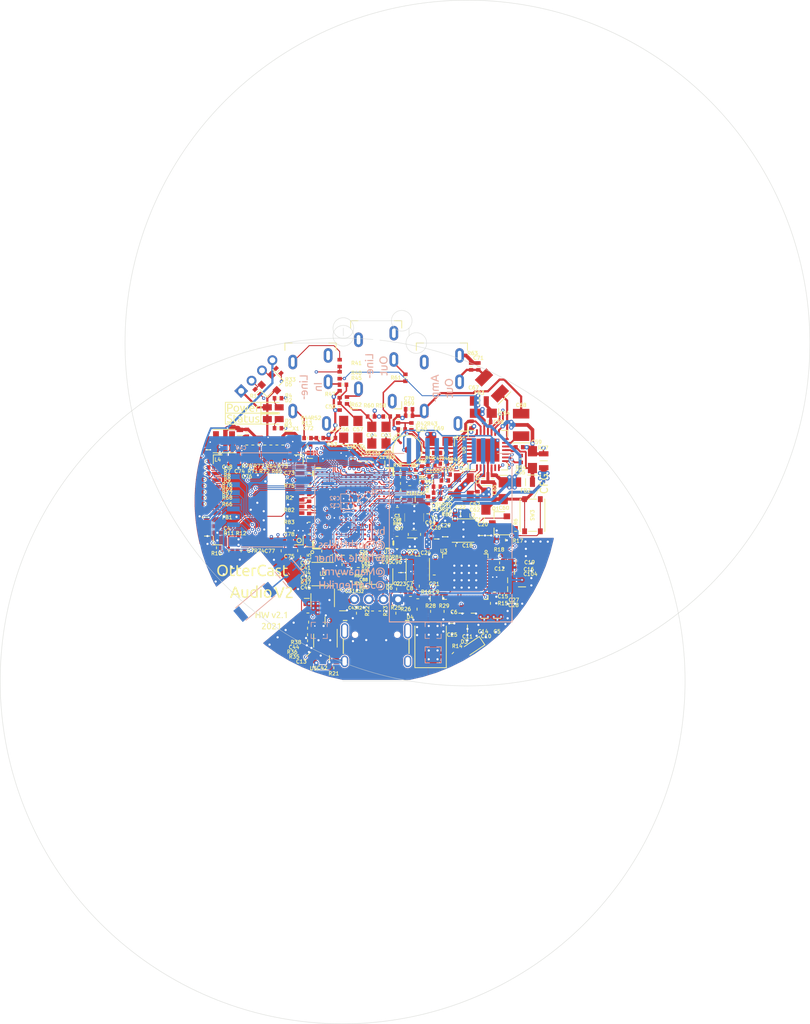
<source format=kicad_pcb>
(kicad_pcb (version 20171130) (host pcbnew "(5.1.4-0-10_14)")
  (layers (0 F.Cu signal) (31 B.Cu signal hide) (34 B.Paste user) (35 F.Paste user) (36 B.SilkS user) (37 F.SilkS user) (38 B.Mask user) (39 F.Mask user) (44 Edge.Cuts user))
  (net 0 "")
  (net 1 "GND")
  (net 2 "Net-(AE1-Pad1)")
  (net 3 "Net-(AE1-PadNC)")
  (net 4 "+3V3")
  (net 5 "Net-(C4-Pad1)")
  (net 6 "IPS")
  (net 7 "+5V_USBOTG")
  (net 8 "Net-(C9-Pad2)")
  (net 9 "+5V")
  (net 10 "Net-(C13-Pad1)")
  (net 11 "Net-(C15-Pad1)")
  (net 12 "+3.3V_RTC")
  (net 13 "+3.0VA")
  (net 14 "+1V2")
  (net 15 "+2V8")
  (net 16 "VCC-DDR")
  (net 17 "GNDA")
  (net 18 "Net-(C46-Pad1)")
  (net 19 "Net-(C47-Pad1)")
  (net 20 "Net-(C50-Pad1)")
  (net 21 "Net-(C51-Pad1)")
  (net 22 "Net-(C52-Pad1)")
  (net 23 "Net-(C53-Pad1)")
  (net 24 "Net-(C54-Pad1)")
  (net 25 "Net-(C55-Pad1)")
  (net 26 "Net-(C56-Pad1)")
  (net 27 "Net-(C57-Pad1)")
  (net 28 "Net-(C61-Pad1)")
  (net 29 "Net-(C63-Pad2)")
  (net 30 "Net-(C63-Pad1)")
  (net 31 "Net-(C64-Pad2)")
  (net 32 "Net-(C64-Pad1)")
  (net 33 "Net-(C67-Pad2)")
  (net 34 "Net-(C67-Pad1)")
  (net 35 "Net-(C68-Pad2)")
  (net 36 "Net-(C68-Pad1)")
  (net 37 "Net-(C77-Pad2)")
  (net 38 "Net-(C78-Pad2)")
  (net 39 "Net-(C82-Pad1)")
  (net 40 "Net-(C90-Pad1)")
  (net 41 "Net-(C93-Pad1)")
  (net 42 "Net-(C94-Pad1)")
  (net 43 "Net-(C96-Pad1)")
  (net 44 "Net-(C97-Pad1)")
  (net 45 "Net-(C100-Pad2)")
  (net 46 "Net-(C101-Pad2)")
  (net 47 "Net-(C102-Pad2)")
  (net 48 "Net-(C103-Pad2)")
  (net 49 "Net-(C104-Pad1)")
  (net 50 "Net-(D1-Pad2)")
  (net 51 "Net-(D2-Pad2)")
  (net 52 "Net-(D3-Pad2)")
  (net 53 "UART1_RX")
  (net 54 "UART1_TX")
  (net 55 "Net-(J3-PadB5)")
  (net 56 "Net-(J3-PadA8)")
  (net 57 "Net-(J3-PadA6)")
  (net 58 "Net-(J3-PadA7)")
  (net 59 "Net-(J3-PadA5)")
  (net 60 "Net-(J3-PadB8)")
  (net 61 "Net-(J5-Pad3)")
  (net 62 "Net-(J5-Pad2)")
  (net 63 "Net-(J5-Pad6)")
  (net 64 "Net-(J5-Pad5)")
  (net 65 "Net-(J6-Pad3)")
  (net 66 "Net-(J6-Pad6)")
  (net 67 "Net-(J7-Pad3)")
  (net 68 "Net-(J7-Pad2)")
  (net 69 "Net-(J7-Pad6)")
  (net 70 "Net-(J7-Pad5)")
  (net 71 "EPHY_LINK_LED")
  (net 72 "EPHY_SPD_LED")
  (net 73 "EPHY_RX_N")
  (net 74 "EPHY_RX_P")
  (net 75 "EPHY_TX_N")
  (net 76 "EPHY_TX_P")
  (net 77 "Net-(L1-Pad1)")
  (net 78 "Net-(L2-Pad1)")
  (net 79 "Net-(L3-Pad1)")
  (net 80 "Net-(Q1-Pad3)")
  (net 81 "Net-(R2-Pad1)")
  (net 82 "GPIO_LED1")
  (net 83 "GPIO_LED2")
  (net 84 "Net-(R15-Pad1)")
  (net 85 "Net-(R16-Pad1)")
  (net 86 "/Power/NMI")
  (net 87 "RESETn")
  (net 88 "Net-(R28-Pad2)")
  (net 89 "VINT")
  (net 90 "Net-(R30-Pad2)")
  (net 91 "Net-(R31-Pad2)")
  (net 92 "Net-(R36-Pad1)")
  (net 93 "Net-(R43-Pad2)")
  (net 94 "Net-(R46-Pad2)")
  (net 95 "Net-(R48-Pad1)")
  (net 96 "Net-(R49-Pad1)")
  (net 97 "Net-(R54-Pad1)")
  (net 98 "Net-(R66-Pad2)")
  (net 99 "Net-(R67-Pad2)")
  (net 100 "Net-(R68-Pad2)")
  (net 101 "Net-(R69-Pad2)")
  (net 102 "Net-(R76-Pad2)")
  (net 103 "Net-(R77-Pad2)")
  (net 104 "Net-(R81-Pad1)")
  (net 105 "Net-(R82-Pad1)")
  (net 106 "Net-(R83-Pad1)")
  (net 107 "Net-(R89-Pad2)")
  (net 108 "Net-(U1-PadR11)")
  (net 109 "Net-(U1-PadK13)")
  (net 110 "Net-(U1-PadL13)")
  (net 111 "Net-(U1-PadL15)")
  (net 112 "Net-(U1-PadL16)")
  (net 113 "Net-(U1-PadJ15)")
  (net 114 "Net-(U1-PadJ14)")
  (net 115 "Net-(U1-PadJ13)")
  (net 116 "Net-(U1-PadK15)")
  (net 117 "Net-(U1-PadP11)")
  (net 118 "LRADC0")
  (net 119 "LRADC1")
  (net 120 "NMI")
  (net 121 "Net-(U1-PadF3)")
  (net 122 "Net-(U1-PadF4)")
  (net 123 "Net-(U1-PadF14)")
  (net 124 "Net-(U1-PadH13)")
  (net 125 "Net-(U1-PadH14)")
  (net 126 "Net-(U1-PadG13)")
  (net 127 "Net-(U1-PadG14)")
  (net 128 "Net-(U1-PadG15)")
  (net 129 "Net-(U1-PadE15)")
  (net 130 "Net-(U1-PadE13)")
  (net 131 "Net-(U1-PadF15)")
  (net 132 "Net-(U1-PadE12)")
  (net 133 "Net-(U1-PadD3)")
  (net 134 "Net-(U1-PadC11)")
  (net 135 "Net-(U1-PadD14)")
  (net 136 "Net-(U1-PadD2)")
  (net 137 "Net-(U1-PadC10)")
  (net 138 "Net-(U1-PadC3)")
  (net 139 "Net-(U1-PadC16)")
  (net 140 "Net-(U1-PadC15)")
  (net 141 "Net-(U1-PadC1)")
  (net 142 "Net-(U1-PadC14)")
  (net 143 "Net-(U1-PadD15)")
  (net 144 "Net-(U1-PadD1)")
  (net 145 "Net-(U1-PadC12)")
  (net 146 "Net-(U1-PadC2)")
  (net 147 "Net-(U1-PadB13)")
  (net 148 "Net-(U1-PadB2)")
  (net 149 "Net-(U1-PadB10)")
  (net 150 "Net-(U1-PadB9)")
  (net 151 "Net-(U1-PadB16)")
  (net 152 "Net-(U1-PadB1)")
  (net 153 "Net-(U1-PadB11)")
  (net 154 "Net-(U1-PadB14)")
  (net 155 "Net-(U1-PadB15)")
  (net 156 "Net-(U1-PadB12)")
  (net 157 "Net-(U1-PadA3)")
  (net 158 "Net-(U1-PadA9)")
  (net 159 "Net-(U1-PadA11)")
  (net 160 "Net-(U1-PadA13)")
  (net 161 "Net-(U1-PadA14)")
  (net 162 "Net-(U1-PadA15)")
  (net 163 "Net-(U3-Pad36)")
  (net 164 "Net-(U3-Pad30)")
  (net 165 "EXTEN")
  (net 166 "Net-(U3-Pad18)")
  (net 167 "Net-(U3-Pad5)")
  (net 168 "Net-(U3-Pad3)")
  (net 169 "Net-(U6-Pad6)")
  (net 170 "Net-(U7-Pad3)")
  (net 171 "Net-(U7-Pad4)")
  (net 172 "Net-(U7-Pad5)")
  (net 173 "Net-(U7-Pad8)")
  (net 174 "Net-(U7-Pad10)")
  (net 175 "Net-(U7-Pad11)")
  (net 176 "Net-(U7-Pad29)")
  (net 177 "Net-(U7-Pad30)")
  (net 178 "Net-(U7-Pad32)")
  (net 179 "Net-(U7-Pad35)")
  (net 180 "Net-(U7-Pad37)")
  (net 181 "Net-(U7-Pad38)")
  (net 182 "Net-(U7-Pad39)")
  (net 183 "Net-(U7-Pad40)")
  (net 184 "Net-(U3-Pad43)")
  (net 185 "Net-(Q1-Pad1)")
  (net 186 "Net-(U3-Pad45)")
  (net 187 "Net-(C12-Pad1)")
  (net 188 "Net-(U1-PadN9)")
  (net 189 "Net-(C3-Pad1)")
  (net 190 "Net-(C85-Pad1)")
  (net 191 "Net-(R34-Pad1)")
  (net 192 "Net-(U1-PadR12)")
  (net 193 "Net-(U1-PadT10)")
  (net 194 "Net-(U1-PadT6)")
  (net 195 "Net-(U1-PadR10)")
  (net 196 "Net-(U1-PadR6)")
  (net 197 "Net-(U1-PadR9)")
  (net 198 "Net-(U1-PadN11)")
  (net 199 "Net-(U1-PadP13)")
  (net 200 "Net-(U1-PadP10)")
  (net 201 "Net-(U1-PadN12)")
  (net 202 "Net-(U1-PadN13)")
  (net 203 "Net-(U1-PadP9)")
  (net 204 "Net-(U1-PadT12)")
  (net 205 "Net-(C48-Pad1)")
  (net 206 "Net-(L4-Pad2)")
  (net 207 "Net-(D5-Pad2)")
  (net 208 "Net-(D5-Pad1)")
  (net 209 "Net-(X1-Pad1)")
  (net 210 "Net-(J8-Pad10)")
  (net 211 "Net-(J8-Pad12)")
  (net 212 "+2V5")
  (net 213 "+1V1")
  (net 214 "USB_VBUSDET")
  (net 215 "USB_D_N")
  (net 216 "USB_D_P")
  (net 217 "SDC0_DET#")
  (net 218 "SDC0_D2")
  (net 219 "SDC0_D3")
  (net 220 "SDC0_CMD")
  (net 221 "SDC0_CLK")
  (net 222 "SDC0_D0")
  (net 223 "SDC0_D1")
  (net 224 "BT_DIS_N")
  (net 225 "GPIO_RST")
  (net 226 "USB_DRV")
  (net 227 "USB_ID")
  (net 228 "MIC_DET")
  (net 229 "MIPI_SDA")
  (net 230 "MIPI_SCK")
  (net 231 "BT_PCM_SYNC")
  (net 232 "WL_SDIO_D3")
  (net 233 "WL_SDIO_D2")
  (net 234 "BT_PCM_CLK")
  (net 235 "BT_PCM_DIN")
  (net 236 "BT_PCM_DOUT")
  (net 237 "WL_SDIO_D1")
  (net 238 "WL_SDIO_D0")
  (net 239 "WL_SDIO_CMD")
  (net 240 "WL_PMU_EN")
  (net 241 "BT_UART_RX")
  (net 242 "BT_WAKE_AP")
  (net 243 "AP_CK32KO")
  (net 244 "WL_SDIO_CLK")
  (net 245 "MIPI_PWDN")
  (net 246 "MIPI_D2_P")
  (net 247 "MIPI_D3_P")
  (net 248 "MIPI_RESET")
  (net 249 "MIPI_D3_N")
  (net 250 "MIPI_CK_N")
  (net 251 "MIPI_D2_N")
  (net 252 "MIPI_CK_P")
  (net 253 "MIPI_D0_P")
  (net 254 "MIPI_D1_P")
  (net 255 "MIPI_D1_N")
  (net 256 "MIPI_MSCK")
  (net 257 "MIPI_D0_N")
  (net 258 "AP_WAKE_BT")
  (net 259 "PB9\\TWI1_SDA")
  (net 260 "BT_UART_RTS")
  (net 261 "WL_WAKE_AP")
  (net 262 "PB8\\TWI1_SCK")
  (net 263 "BT_UART_TX")
  (net 264 "PB7\\TWI0_SDA")
  (net 265 "BT_UART_CTS")
  (net 266 "PB6\\TWI0_SCK")
  (module "otter:R_0402" (layer "F.Cu") (at 92.275 91.35)
    (fp_text reference "R52" (at -0.525 -2.75) (layer "F.SilkS") (effects (font (size 0.5 0.5) (thickness 0.1))))
    (fp_text value "DNP" hide)
    (pad "1" smd rect (at -0.47 0) (size 0.5 0.6) (layers "F.Cu" "F.Paste" "F.Mask") (net 23 "Net-(C53-Pad1)"))
    (pad "2" smd rect (at 0.47 0) (size 0.5 0.6) (layers "F.Cu" "F.Paste" "F.Mask") (net 17 "GNDA"))
  )
  (module "otter:CP_EIA-3216-10" (layer "F.Cu") (at 101.35 90.9 90)
    (fp_text reference "C63" (at -0.075 0 180) (layer "F.SilkS") (effects (font (size 0.5 0.5) (thickness 0.1))))
    (fp_text value "10u")
    (pad "1" smd rect (at -1.2 0 90) (size 1.4 1.25) (layers "F.Cu" "F.Paste" "F.Mask") (net 30 "Net-(C63-Pad1)"))
    (pad "2" smd rect (at 1.1 0 90) (size 1.4 1.25) (layers "F.Cu" "F.Paste" "F.Mask") (net 29 "Net-(C63-Pad2)"))
  )
  (module "otter:CP_EIA-3216-10" (layer "F.Cu") (at 99.4 90.9 90)
    (fp_text reference "C64" (at -0.075 -0.025 180) (layer "F.SilkS") (effects (font (size 0.5 0.5) (thickness 0.1))))
    (fp_text value "10u")
    (pad "1" smd rect (at -1.2 0 90) (size 1.4 1.25) (layers "F.Cu" "F.Paste" "F.Mask") (net 32 "Net-(C64-Pad1)"))
    (pad "2" smd rect (at 1.1 0 90) (size 1.4 1.25) (layers "F.Cu" "F.Paste" "F.Mask") (net 31 "Net-(C64-Pad2)"))
  )
  (module "otter:CP_EIA-3528-12" (layer "F.Cu") (at 119.85 89.55 90)
    (fp_text reference "C68" (at 2.7 0 180) (layer "F.SilkS") (effects (font (size 0.5 0.5) (thickness 0.1))))
    (fp_text value "100u")
    (pad "1" smd rect (at -1.5375 0 90) (size 1.315 2.25) (layers "F.Cu" "F.Paste" "F.Mask") (net 36 "Net-(C68-Pad1)"))
    (pad "2" smd rect (at 1.5375 0 90) (size 1.315 2.25) (layers "F.Cu" "F.Paste" "F.Mask") (net 35 "Net-(C68-Pad2)"))
  )
  (module "otter:CP_EIA-3216-10" (layer "F.Cu") (at 108.575 91.8 180)
    (fp_text reference "C69" (at 0 1.775) (layer "F.SilkS") (effects (font (size 0.5 0.5) (thickness 0.1))))
    (fp_text value "10u")
    (pad "1" smd rect (at -1.2 0 180) (size 1.4 1.25) (layers "F.Cu" "F.Paste" "F.Mask") (net 28 "Net-(C61-Pad1)"))
    (pad "2" smd rect (at 1.1 0 180) (size 1.4 1.25) (layers "F.Cu" "F.Paste" "F.Mask") (net 1 "GND"))
  )
  (module "otter:C_0402" (layer "F.Cu") (at 104.5 87.4 180)
    (fp_text reference "C70" (at 0 1.45) (layer "F.SilkS") (effects (font (size 0.5 0.5) (thickness 0.1))))
    (fp_text value "220p" hide)
    (pad "1" smd rect (at -0.47 0 180) (size 0.5 0.6) (layers "F.Cu" "F.Paste" "F.Mask") (net 35 "Net-(C68-Pad2)"))
    (pad "2" smd rect (at 0.47 0 180) (size 0.5 0.6) (layers "F.Cu" "F.Paste" "F.Mask") (net 17 "GNDA"))
  )
  (module "otter:C_0402" (layer "F.Cu") (at 103.5 90.15 180)
    (fp_text reference "C46" (at -2.775 0.125) (layer "F.SilkS") (effects (font (size 0.5 0.5) (thickness 0.1))))
    (fp_text value "220p" hide)
    (pad "1" smd rect (at -0.47 0 180) (size 0.5 0.6) (layers "F.Cu" "F.Paste" "F.Mask") (net 18 "Net-(C46-Pad1)"))
    (pad "2" smd rect (at 0.47 0 180) (size 0.5 0.6) (layers "F.Cu" "F.Paste" "F.Mask") (net 17 "GNDA"))
  )
  (module "otter:C_0402" (layer "F.Cu") (at 107.425 93.375 180)
    (fp_text reference "C47" (at -0.985 -0.775) (layer "F.SilkS") (effects (font (size 0.4 0.4) (thickness 0.1))))
    (fp_text value "1n" hide)
    (pad "1" smd rect (at -0.47 0 180) (size 0.5 0.6) (layers "F.Cu" "F.Paste" "F.Mask") (net 19 "Net-(C47-Pad1)"))
    (pad "2" smd rect (at 0.47 0 180) (size 0.5 0.6) (layers "F.Cu" "F.Paste" "F.Mask") (net 18 "Net-(C46-Pad1)"))
  )
  (module "otter:R_0402" (layer "F.Cu") (at 95 82.75 90)
    (fp_text reference "R40" (at 0.3 2.3 180) (layer "F.SilkS") (effects (font (size 0.5 0.5) (thickness 0.1))))
    (fp_text value "200k" hide)
    (pad "1" smd rect (at -0.47 0 90) (size 0.5 0.6) (layers "F.Cu" "F.Paste" "F.Mask") (net 13 "+3.0VA"))
    (pad "2" smd rect (at 0.47 0 90) (size 0.5 0.6) (layers "F.Cu" "F.Paste" "F.Mask") (net 228 "MIC_DET"))
  )
  (module "otter:R_0402" (layer "F.Cu") (at 95 81.1 90)
    (fp_text reference "R41" (at 0 2.3 180) (layer "F.SilkS") (effects (font (size 0.5 0.5) (thickness 0.1))))
    (fp_text value "2k2" hide)
    (pad "1" smd rect (at -0.47 0 90) (size 0.5 0.6) (layers "F.Cu" "F.Paste" "F.Mask") (net 228 "MIC_DET"))
    (pad "2" smd rect (at 0.47 0 90) (size 0.5 0.6) (layers "F.Cu" "F.Paste" "F.Mask") (net 61 "Net-(J5-Pad3)"))
  )
  (module "otter:R_0402" (layer "F.Cu") (at 104.825 89.75 -90)
    (fp_text reference "R43" (at -0.35 -2.85 180) (layer "F.SilkS") (effects (font (size 0.5 0.5) (thickness 0.1))))
    (fp_text value "680" hide)
    (pad "1" smd rect (at -0.47 0 270) (size 0.5 0.6) (layers "F.Cu" "F.Paste" "F.Mask") (net 18 "Net-(C46-Pad1)"))
    (pad "2" smd rect (at 0.47 0 270) (size 0.5 0.6) (layers "F.Cu" "F.Paste" "F.Mask") (net 93 "Net-(R43-Pad2)"))
  )
  (module "otter:R_0402" (layer "F.Cu") (at 90.6 91.35)
    (fp_text reference "R44" (at -0.2 -2.75) (layer "F.SilkS") (effects (font (size 0.5 0.5) (thickness 0.1))))
    (fp_text value "0" hide)
    (pad "1" smd rect (at -0.47 0) (size 0.5 0.6) (layers "F.Cu" "F.Paste" "F.Mask") (net 62 "Net-(J5-Pad2)"))
    (pad "2" smd rect (at 0.47 0) (size 0.5 0.6) (layers "F.Cu" "F.Paste" "F.Mask") (net 23 "Net-(C53-Pad1)"))
  )
  (module "otter:R_0402" (layer "F.Cu") (at 95.45 84.05)
    (fp_text reference "R45" (at 1.85 -0.9 180) (layer "F.SilkS") (effects (font (size 0.5 0.5) (thickness 0.1))))
    (fp_text value "0" hide)
    (pad "1" smd rect (at -0.47 0) (size 0.5 0.6) (layers "F.Cu" "F.Paste" "F.Mask") (net 64 "Net-(J5-Pad5)"))
    (pad "2" smd rect (at 0.47 0) (size 0.5 0.6) (layers "F.Cu" "F.Paste" "F.Mask") (net 20 "Net-(C50-Pad1)"))
  )
  (module "otter:R_0402" (layer "F.Cu") (at 95 85.35 90)
    (fp_text reference "R47" (at 0 -1.3) (layer "F.SilkS") (effects (font (size 0.5 0.5) (thickness 0.1))))
    (fp_text value "DNP" hide)
    (pad "1" smd rect (at -0.47 0 90) (size 0.5 0.6) (layers "F.Cu" "F.Paste" "F.Mask") (net 20 "Net-(C50-Pad1)"))
    (pad "2" smd rect (at 0.47 0 90) (size 0.5 0.6) (layers "F.Cu" "F.Paste" "F.Mask") (net 17 "GNDA"))
  )
  (module "otter:R_0402" (layer "F.Cu") (at 109.24 94.85 180)
    (fp_text reference "R48" (at -1.61 0.55) (layer "F.SilkS") (effects (font (size 0.5 0.5) (thickness 0.1))))
    (fp_text value "2k2" hide)
    (pad "1" smd rect (at -0.47 0 180) (size 0.5 0.6) (layers "F.Cu" "F.Paste" "F.Mask") (net 95 "Net-(R48-Pad1)"))
    (pad "2" smd rect (at 0.47 0 180) (size 0.5 0.6) (layers "F.Cu" "F.Paste" "F.Mask") (net 4 "+3V3"))
  )
  (module "otter:R_0402" (layer "F.Cu") (at 107.55 95.09 180)
    (fp_text reference "R49" (at 0.25 1.03) (layer "F.SilkS") (effects (font (size 0.4 0.4) (thickness 0.1))))
    (fp_text value "2k2" hide)
    (pad "1" smd rect (at -0.47 0 180) (size 0.5 0.6) (layers "F.Cu" "F.Paste" "F.Mask") (net 96 "Net-(R49-Pad1)"))
    (pad "2" smd rect (at 0.47 0 180) (size 0.5 0.6) (layers "F.Cu" "F.Paste" "F.Mask") (net 4 "+3V3"))
  )
  (module "otter:R_0402" (layer "F.Cu") (at 106.28 95.67 90)
    (fp_text reference "R50" (at 1.17 0.07 180) (layer "F.SilkS") (effects (font (size 0.38 0.38) (thickness 0.095))))
    (fp_text value "2k2" hide)
    (pad "1" smd rect (at -0.47 0 90) (size 0.5 0.6) (layers "F.Cu" "F.Paste" "F.Mask") (net 229 "MIPI_SDA"))
    (pad "2" smd rect (at 0.47 0 90) (size 0.5 0.6) (layers "F.Cu" "F.Paste" "F.Mask") (net 4 "+3V3"))
  )
  (module "otter:R_0805" (layer "F.Cu") (at 120.45 97.375 180)
    (fp_text reference "FB2" (at 0 -1.15) (layer "F.SilkS") (effects (font (size 0.5 0.5) (thickness 0.1))))
    (fp_text value "FERRET" hide)
    (pad "1" smd rect (at -0.95 0 180) (size 0.7 1.3) (layers "F.Cu" "F.Paste" "F.Mask") (net 25 "Net-(C55-Pad1)"))
    (pad "2" smd rect (at 0.95 0 180) (size 0.7 1.3) (layers "F.Cu" "F.Paste" "F.Mask") (net 13 "+3.0VA"))
  )
  (module "otter:R_0805" (layer "F.Cu") (at 114.125 86.275 180)
    (fp_text reference "FB3" (at 0 1.125) (layer "F.SilkS") (effects (font (size 0.5 0.5) (thickness 0.1))))
    (fp_text value "FERRET" hide)
    (pad "1" smd rect (at -0.95 0 180) (size 0.7 1.3) (layers "F.Cu" "F.Paste" "F.Mask") (net 24 "Net-(C54-Pad1)"))
    (pad "2" smd rect (at 0.95 0 180) (size 0.7 1.3) (layers "F.Cu" "F.Paste" "F.Mask") (net 13 "+3.0VA"))
  )
  (module "otter:R_0402" (layer "F.Cu") (at 101.45 88.4)
    (fp_text reference "R58" (at -0.8 -1.5) (layer "F.SilkS") (effects (font (size 0.5 0.5) (thickness 0.1))))
    (fp_text value "47k" hide)
    (pad "1" smd rect (at -0.47 0) (size 0.5 0.6) (layers "F.Cu" "F.Paste" "F.Mask") (net 17 "GNDA"))
    (pad "2" smd rect (at 0.47 0) (size 0.5 0.6) (layers "F.Cu" "F.Paste" "F.Mask") (net 29 "Net-(C63-Pad2)"))
  )
  (module "otter:R_0402" (layer "F.Cu") (at 104.5 88.3 180)
    (fp_text reference "R59" (at 0 1.675) (layer "F.SilkS") (effects (font (size 0.5 0.5) (thickness 0.1))))
    (fp_text value "47k" hide)
    (pad "1" smd rect (at -0.47 0 180) (size 0.5 0.6) (layers "F.Cu" "F.Paste" "F.Mask") (net 35 "Net-(C68-Pad2)"))
    (pad "2" smd rect (at 0.47 0 180) (size 0.5 0.6) (layers "F.Cu" "F.Paste" "F.Mask") (net 17 "GNDA"))
  )
  (module "otter:R_0402" (layer "F.Cu") (at 99.3 88.4 180)
    (fp_text reference "R60" (at 0.3 1.5) (layer "F.SilkS") (effects (font (size 0.5 0.5) (thickness 0.1))))
    (fp_text value "47k" hide)
    (pad "1" smd rect (at -0.47 0 180) (size 0.5 0.6) (layers "F.Cu" "F.Paste" "F.Mask") (net 17 "GNDA"))
    (pad "2" smd rect (at 0.47 0 180) (size 0.5 0.6) (layers "F.Cu" "F.Paste" "F.Mask") (net 31 "Net-(C64-Pad2)"))
  )
  (module "otter:R_0402" (layer "F.Cu") (at 104 83.1 -90)
    (fp_text reference "R61" (at 0 1.3 180) (layer "F.SilkS") (effects (font (size 0.5 0.5) (thickness 0.1))))
    (fp_text value "100" hide)
    (pad "1" smd rect (at -0.47 0 270) (size 0.5 0.6) (layers "F.Cu" "F.Paste" "F.Mask") (net 70 "Net-(J7-Pad5)"))
    (pad "2" smd rect (at 0.47 0 270) (size 0.5 0.6) (layers "F.Cu" "F.Paste" "F.Mask") (net 29 "Net-(C63-Pad2)"))
  )
  (module "otter:CP_EIA-3216-10" (layer "F.Cu") (at 95.549999 90.1 90)
    (fp_text reference "C56" (at -0.075 1e-06 180) (layer "F.SilkS") (effects (font (size 0.5 0.5) (thickness 0.1))))
    (fp_text value "10u")
    (pad "1" smd rect (at -1.2 0 90) (size 1.4 1.25) (layers "F.Cu" "F.Paste" "F.Mask") (net 26 "Net-(C56-Pad1)"))
    (pad "2" smd rect (at 1.1 0 90) (size 1.4 1.25) (layers "F.Cu" "F.Paste" "F.Mask") (net 23 "Net-(C53-Pad1)"))
  )
  (module "otter:CP_EIA-3216-10" (layer "F.Cu") (at 97.5 90.1 90)
    (fp_text reference "C57" (at -0.075 0 180) (layer "F.SilkS") (effects (font (size 0.5 0.5) (thickness 0.1))))
    (fp_text value "10u")
    (pad "1" smd rect (at -1.2 0 90) (size 1.4 1.25) (layers "F.Cu" "F.Paste" "F.Mask") (net 27 "Net-(C57-Pad1)"))
    (pad "2" smd rect (at 1.1 0 90) (size 1.4 1.25) (layers "F.Cu" "F.Paste" "F.Mask") (net 20 "Net-(C50-Pad1)"))
  )
  (module "otter:C_0402" (layer "F.Cu") (at 115.2 89.15 180)
    (fp_text reference "C58" (at -1.55 0) (layer "F.SilkS") (effects (font (size 0.5 0.5) (thickness 0.1))))
    (fp_text value "100n" hide)
    (pad "1" smd rect (at -0.47 0 180) (size 0.5 0.6) (layers "F.Cu" "F.Paste" "F.Mask") (net 24 "Net-(C54-Pad1)"))
    (pad "2" smd rect (at 0.47 0 180) (size 0.5 0.6) (layers "F.Cu" "F.Paste" "F.Mask") (net 17 "GNDA"))
  )
  (module "otter:C_0402" (layer "F.Cu") (at 119.6 92.6)
    (fp_text reference "C59" (at 2.35 -0.7) (layer "F.SilkS") (effects (font (size 0.5 0.5) (thickness 0.1))))
    (fp_text value "100n" hide)
    (pad "1" smd rect (at -0.47 0) (size 0.5 0.6) (layers "F.Cu" "F.Paste" "F.Mask") (net 25 "Net-(C55-Pad1)"))
    (pad "2" smd rect (at 0.47 0) (size 0.5 0.6) (layers "F.Cu" "F.Paste" "F.Mask") (net 17 "GNDA"))
  )
  (module "otter:CP_EIA-3216-10" (layer "F.Cu") (at 117.4 98.6 -90)
    (fp_text reference "C60" (at 2.3 -0.1 180) (layer "F.SilkS") (effects (font (size 0.5 0.5) (thickness 0.1))))
    (fp_text value "10u")
    (pad "1" smd rect (at -1.2 0 270) (size 1.4 1.25) (layers "F.Cu" "F.Paste" "F.Mask") (net 13 "+3.0VA"))
    (pad "2" smd rect (at 1.1 0 270) (size 1.4 1.25) (layers "F.Cu" "F.Paste" "F.Mask") (net 1 "GND"))
  )
  (module "otter:C_0402" (layer "F.Cu") (at 113.05 89.525 -90)
    (fp_text reference "C61" (at 1.825 1.5 180) (layer "F.SilkS") (effects (font (size 0.5 0.5) (thickness 0.1))))
    (fp_text value "100n" hide)
    (pad "1" smd rect (at -0.47 0 270) (size 0.5 0.6) (layers "F.Cu" "F.Paste" "F.Mask") (net 28 "Net-(C61-Pad1)"))
    (pad "2" smd rect (at 0.47 0 270) (size 0.5 0.6) (layers "F.Cu" "F.Paste" "F.Mask") (net 1 "GND"))
  )
  (module "otter:C_0402" (layer "F.Cu") (at 114 81.55 90)
    (fp_text reference "C71" (at 1.15 0 180) (layer "F.SilkS") (effects (font (size 0.5 0.5) (thickness 0.1))))
    (fp_text value "220p" hide)
    (pad "1" smd rect (at -0.47 0 90) (size 0.5 0.6) (layers "F.Cu" "F.Paste" "F.Mask") (net 33 "Net-(C67-Pad2)"))
    (pad "2" smd rect (at 0.47 0 90) (size 0.5 0.6) (layers "F.Cu" "F.Paste" "F.Mask") (net 17 "GNDA"))
  )
  (module "otter:C_0402" (layer "F.Cu") (at 95 87.05 -90)
    (fp_text reference "C50" (at 0 1.25 180) (layer "F.SilkS") (effects (font (size 0.5 0.5) (thickness 0.1))))
    (fp_text value "220p" hide)
    (pad "1" smd rect (at -0.47 0 270) (size 0.5 0.6) (layers "F.Cu" "F.Paste" "F.Mask") (net 20 "Net-(C50-Pad1)"))
    (pad "2" smd rect (at 0.47 0 270) (size 0.5 0.6) (layers "F.Cu" "F.Paste" "F.Mask") (net 17 "GNDA"))
  )
  (module "otter:CP_EIA-3216-10" (layer "F.Cu") (at 114.625 87.95 180)
    (fp_text reference "C54" (at -2.975 0) (layer "F.SilkS") (effects (font (size 0.5 0.5) (thickness 0.1))))
    (fp_text value "10u")
    (pad "1" smd rect (at -1.2 0 180) (size 1.4 1.25) (layers "F.Cu" "F.Paste" "F.Mask") (net 24 "Net-(C54-Pad1)"))
    (pad "2" smd rect (at 1.1 0 180) (size 1.4 1.25) (layers "F.Cu" "F.Paste" "F.Mask") (net 17 "GNDA"))
  )
  (module "otter:CP_EIA-3216-10" (layer "F.Cu") (at 121.4 94.25 90)
    (fp_text reference "C55" (at -1.8 -1.7) (layer "F.SilkS") (effects (font (size 0.5 0.5) (thickness 0.1))))
    (fp_text value "10u")
    (pad "1" smd rect (at -1.2 0 90) (size 1.4 1.25) (layers "F.Cu" "F.Paste" "F.Mask") (net 25 "Net-(C55-Pad1)"))
    (pad "2" smd rect (at 1.1 0 90) (size 1.4 1.25) (layers "F.Cu" "F.Paste" "F.Mask") (net 17 "GNDA"))
  )
  (module "otter:LFCSP-28-5x5mm-0.5mm-EP3.14x3.14mm" (layer "F.Cu") (at 115.3 93 90)
    (fp_text reference "U6" (at 0 -3.3 90) (layer "F.SilkS") (effects (font (size 0.5 0.5) (thickness 0.1))))
    (fp_text value "SSM2603")
    (pad "1" smd rect (at -2.4 -1.5) (size 0.25 0.9) (layers "F.Cu" "F.Paste" "F.Mask") (net 21 "Net-(C51-Pad1)"))
    (pad "2" smd rect (at -2.4 -1) (size 0.25 0.9) (layers "F.Cu" "F.Paste" "F.Mask") (net 22 "Net-(C52-Pad1)"))
    (pad "3" smd rect (at -2.4 -0.5) (size 0.25 0.9) (layers "F.Cu" "F.Paste" "F.Mask") (net 4 "+3V3"))
    (pad "4" smd rect (at -2.4 0) (size 0.25 0.9) (layers "F.Cu" "F.Paste" "F.Mask") (net 1 "GND"))
    (pad "5" smd rect (at -2.4 0.5) (size 0.25 0.9) (layers "F.Cu" "F.Paste" "F.Mask") (net 13 "+3.0VA"))
    (pad "6" smd rect (at -2.4 1) (size 0.25 0.9) (layers "F.Cu" "F.Paste" "F.Mask") (net 169 "Net-(U6-Pad6)"))
    (pad "7" smd rect (at -2.4 1.5) (size 0.25 0.9) (layers "F.Cu" "F.Paste" "F.Mask") (net 234 "BT_PCM_CLK"))
    (pad "8" smd rect (at -1.5 2.4 90) (size 0.25 0.9) (layers "F.Cu" "F.Paste" "F.Mask") (net 236 "BT_PCM_DOUT"))
    (pad "9" smd rect (at -1 2.4 90) (size 0.25 0.9) (layers "F.Cu" "F.Paste" "F.Mask") (net 231 "BT_PCM_SYNC"))
    (pad "10" smd rect (at -0.5 2.4 90) (size 0.25 0.9) (layers "F.Cu" "F.Paste" "F.Mask") (net 235 "BT_PCM_DIN"))
    (pad "11" smd rect (at 0 2.4 90) (size 0.25 0.9) (layers "F.Cu" "F.Paste" "F.Mask") (net 97 "Net-(R54-Pad1)"))
    (pad "12" smd rect (at 0.5 2.4 90) (size 0.25 0.9) (layers "F.Cu" "F.Paste" "F.Mask") (net 25 "Net-(C55-Pad1)"))
    (pad "13" smd rect (at 1 2.4 90) (size 0.25 0.9) (layers "F.Cu" "F.Paste" "F.Mask") (net 36 "Net-(C68-Pad1)"))
    (pad "14" smd rect (at 1.5 2.4 90) (size 0.25 0.9) (layers "F.Cu" "F.Paste" "F.Mask") (net 34 "Net-(C67-Pad1)"))
    (pad "15" smd rect (at 2.4 1.5) (size 0.25 0.9) (layers "F.Cu" "F.Paste" "F.Mask") (net 17 "GNDA"))
    (pad "16" smd rect (at 2.4 1) (size 0.25 0.9) (layers "F.Cu" "F.Paste" "F.Mask") (net 32 "Net-(C64-Pad1)"))
    (pad "17" smd rect (at 2.4 0.5) (size 0.25 0.9) (layers "F.Cu" "F.Paste" "F.Mask") (net 30 "Net-(C63-Pad1)"))
    (pad "18" smd rect (at 2.4 0) (size 0.25 0.9) (layers "F.Cu" "F.Paste" "F.Mask") (net 24 "Net-(C54-Pad1)"))
    (pad "19" smd rect (at 2.4 -0.5) (size 0.25 0.9) (layers "F.Cu" "F.Paste" "F.Mask") (net 17 "GNDA"))
    (pad "20" smd rect (at 2.4 -1) (size 0.25 0.9) (layers "F.Cu" "F.Paste" "F.Mask") (net 28 "Net-(C61-Pad1)"))
    (pad "21" smd rect (at 2.4 -1.5) (size 0.25 0.9) (layers "F.Cu" "F.Paste" "F.Mask") (net 93 "Net-(R43-Pad2)"))
    (pad "22" smd rect (at 1.5 -2.4 90) (size 0.25 0.9) (layers "F.Cu" "F.Paste" "F.Mask") (net 94 "Net-(R46-Pad2)"))
    (pad "23" smd rect (at 1 -2.4 90) (size 0.25 0.9) (layers "F.Cu" "F.Paste" "F.Mask") (net 27 "Net-(C57-Pad1)"))
    (pad "24" smd rect (at 0.5 -2.4 90) (size 0.25 0.9) (layers "F.Cu" "F.Paste" "F.Mask") (net 26 "Net-(C56-Pad1)"))
    (pad "25" smd rect (at 0 -2.4 90) (size 0.25 0.9) (layers "F.Cu" "F.Paste" "F.Mask") (net 95 "Net-(R48-Pad1)"))
    (pad "26" smd rect (at -0.5 -2.4 90) (size 0.25 0.9) (layers "F.Cu" "F.Paste" "F.Mask") (net 96 "Net-(R49-Pad1)"))
    (pad "27" smd rect (at -1 -2.4 90) (size 0.25 0.9) (layers "F.Cu" "F.Paste" "F.Mask") (net 229 "MIPI_SDA"))
    (pad "28" smd rect (at -1.5 -2.4 90) (size 0.25 0.9) (layers "F.Cu" "F.Paste" "F.Mask") (net 230 "MIPI_SCK"))
    (pad "EP" smd rect (at 0 0 90) (size 3.14 3.14) (layers "F.Cu" "F.Paste" "F.Mask") (net 1 "GND"))
  )
  (module "otter:R_0402" (layer "F.Cu") (at 96 86.2 -90)
    (fp_text reference "R62" (at 0.6 -1.3 180) (layer "F.SilkS") (effects (font (size 0.5 0.5) (thickness 0.1))))
    (fp_text value "100" hide)
    (pad "1" smd rect (at -0.47 0 270) (size 0.5 0.6) (layers "F.Cu" "F.Paste" "F.Mask") (net 68 "Net-(J7-Pad2)"))
    (pad "2" smd rect (at 0.47 0 270) (size 0.5 0.6) (layers "F.Cu" "F.Paste" "F.Mask") (net 31 "Net-(C64-Pad2)"))
  )
  (module "otter:R_0402" (layer "F.Cu") (at 113 81.55 90)
    (fp_text reference "R63" (at 1.8 0.2 180) (layer "F.SilkS") (effects (font (size 0.5 0.5) (thickness 0.1))))
    (fp_text value "47k" hide)
    (pad "1" smd rect (at -0.47 0 90) (size 0.5 0.6) (layers "F.Cu" "F.Paste" "F.Mask") (net 33 "Net-(C67-Pad2)"))
    (pad "2" smd rect (at 0.47 0 90) (size 0.5 0.6) (layers "F.Cu" "F.Paste" "F.Mask") (net 17 "GNDA"))
  )
  (module "Package_TO_SOT_SMD:SOT-23" (layer "F.Cu") (at 100.7 110.6 -90)
    (fp_text reference "D6" (at 1.2 -1.1 180) (layer "F.SilkS") (effects (font (size 0.5 0.5) (thickness 0.1))))
    (fp_text value "ESD5302F")
    (pad "1" smd rect (at -1 -0.95 270) (size 0.9 0.8) (layers "F.Cu" "F.Paste" "F.Mask") (net 216 "USB_D_P"))
    (pad "2" smd rect (at -1 0.95 270) (size 0.9 0.8) (layers "F.Cu" "F.Paste" "F.Mask") (net 215 "USB_D_N"))
    (pad "3" smd rect (at 1 0 270) (size 0.9 0.8) (layers "F.Cu" "F.Paste" "F.Mask") (net 1 "GND"))
  )
  (module "otter:C_0603" (layer "F.Cu") (at 76.84 104.755 -90)
    (fp_text reference "C4" (at -1.035 -2.73 180) (layer "F.SilkS") (effects (font (size 0.5 0.5) (thickness 0.1))))
    (fp_text value "10u" hide)
    (pad "1" smd rect (at -0.75 0 270) (size 0.6 0.9) (layers "F.Cu" "F.Paste" "F.Mask") (net 5 "Net-(C4-Pad1)"))
    (pad "2" smd rect (at 0.75 0 270) (size 0.6 0.9) (layers "F.Cu" "F.Paste" "F.Mask") (net 1 "GND"))
  )
  (module "otter:C_0805" (layer "F.Cu") (at 116.55 116 -90)
    (fp_text reference "C5" (at 1.8 0 180) (layer "F.SilkS") (effects (font (size 0.5 0.5) (thickness 0.1))))
    (fp_text value "47u" hide)
    (pad "1" smd rect (at -0.95 0 270) (size 0.7 1.3) (layers "F.Cu" "F.Paste" "F.Mask") (net 6 "IPS"))
    (pad "2" smd rect (at 0.95 0 270) (size 0.7 1.3) (layers "F.Cu" "F.Paste" "F.Mask") (net 1 "GND"))
  )
  (module "otter:C_0603" (layer "F.Cu") (at 111.65 115.3 -90)
    (fp_text reference "C6" (at -0.15 1 180) (layer "F.SilkS") (effects (font (size 0.5 0.5) (thickness 0.1))))
    (fp_text value "10u" hide)
    (pad "1" smd rect (at -0.75 0 270) (size 0.6 0.9) (layers "F.Cu" "F.Paste" "F.Mask") (net 7 "+5V_USBOTG"))
    (pad "2" smd rect (at 0.75 0 270) (size 0.6 0.9) (layers "F.Cu" "F.Paste" "F.Mask") (net 1 "GND"))
  )
  (module "otter:C_0402" (layer "F.Cu") (at 105.9 111.6 180)
    (fp_text reference "C7" (at 1.3 0.35) (layer "F.SilkS") (effects (font (size 0.5 0.5) (thickness 0.1))))
    (fp_text value "100n" hide)
    (pad "1" smd rect (at -0.47 0 180) (size 0.5 0.6) (layers "F.Cu" "F.Paste" "F.Mask") (net 212 "+2V5"))
    (pad "2" smd rect (at 0.47 0 180) (size 0.5 0.6) (layers "F.Cu" "F.Paste" "F.Mask") (net 1 "GND"))
  )
  (module "otter:C_0402" (layer "F.Cu") (at 104.7 113 -90)
    (fp_text reference "C8" (at -1.1 0.1 180) (layer "F.SilkS") (effects (font (size 0.5 0.5) (thickness 0.1))))
    (fp_text value "100n" hide)
    (pad "1" smd rect (at -0.47 0 270) (size 0.5 0.6) (layers "F.Cu" "F.Paste" "F.Mask") (net 6 "IPS"))
    (pad "2" smd rect (at 0.47 0 270) (size 0.5 0.6) (layers "F.Cu" "F.Paste" "F.Mask") (net 1 "GND"))
  )
  (module "otter:C_0805" (layer "F.Cu") (at 114.85 116 -90)
    (fp_text reference "C10" (at 2.45 -0.2 180) (layer "F.SilkS") (effects (font (size 0.5 0.5) (thickness 0.1))))
    (fp_text value "47u" hide)
    (pad "1" smd rect (at -0.95 0 270) (size 0.7 1.3) (layers "F.Cu" "F.Paste" "F.Mask") (net 6 "IPS"))
    (pad "2" smd rect (at 0.95 0 270) (size 0.7 1.3) (layers "F.Cu" "F.Paste" "F.Mask") (net 1 "GND"))
  )
  (module "otter:C_0805" (layer "F.Cu") (at 112.5 117.4)
    (fp_text reference "C11" (at 0 1.1) (layer "F.SilkS") (effects (font (size 0.5 0.5) (thickness 0.1))))
    (fp_text value "47u" hide)
    (pad "1" smd rect (at -0.95 0) (size 0.7 1.3) (layers "F.Cu" "F.Paste" "F.Mask") (net 9 "+5V"))
    (pad "2" smd rect (at 0.95 0) (size 0.7 1.3) (layers "F.Cu" "F.Paste" "F.Mask") (net 1 "GND"))
  )
  (module "otter:C_0402" (layer "F.Cu") (at 116.9 108.42)
    (fp_text reference "C12" (at 0 0.805) (layer "F.SilkS") (effects (font (size 0.5 0.5) (thickness 0.1))))
    (fp_text value "1n" hide)
    (pad "1" smd rect (at -0.47 0) (size 0.5 0.6) (layers "F.Cu" "F.Paste" "F.Mask") (net 187 "Net-(C12-Pad1)"))
    (pad "2" smd rect (at 0.47 0) (size 0.5 0.6) (layers "F.Cu" "F.Paste" "F.Mask") (net 1 "GND"))
  )
  (module "otter:C_0805" (layer "F.Cu") (at 90.675 120.975 135)
    (fp_text reference "C13" (at -0.017678 -1.325825 180) (layer "F.SilkS") (effects (font (size 0.5 0.5) (thickness 0.1))))
    (fp_text value "1n" hide)
    (pad "1" smd rect (at -0.95 0 135) (size 0.7 1.3) (layers "F.Cu" "F.Paste" "F.Mask") (net 10 "Net-(C13-Pad1)"))
    (pad "2" smd rect (at 0.95 0 135) (size 0.7 1.3) (layers "F.Cu" "F.Paste" "F.Mask") (net 1 "GND"))
  )
  (module "otter:C_0603" (layer "F.Cu") (at 113.35 115.3 -90)
    (fp_text reference "C14" (at 2.5 -1.3 180) (layer "F.SilkS") (effects (font (size 0.5 0.5) (thickness 0.1))))
    (fp_text value "10u" hide)
    (pad "1" smd rect (at -0.75 0 270) (size 0.6 0.9) (layers "F.Cu" "F.Paste" "F.Mask") (net 9 "+5V"))
    (pad "2" smd rect (at 0.75 0 270) (size 0.6 0.9) (layers "F.Cu" "F.Paste" "F.Mask") (net 1 "GND"))
  )
  (module "otter:C_0603" (layer "F.Cu") (at 118.95 109.65)
    (fp_text reference "C16" (at 1.95 -0.35) (layer "F.SilkS") (effects (font (size 0.5 0.5) (thickness 0.1))))
    (fp_text value "10u" hide)
    (pad "1" smd rect (at -0.75 0) (size 0.6 0.9) (layers "F.Cu" "F.Paste" "F.Mask") (net 6 "IPS"))
    (pad "2" smd rect (at 0.75 0) (size 0.6 0.9) (layers "F.Cu" "F.Paste" "F.Mask") (net 1 "GND"))
  )
  (module "otter:C_0603" (layer "F.Cu") (at 114.3 104.675 90)
    (fp_text reference "C17" (at 2.175 -0.1 180) (layer "F.SilkS") (effects (font (size 0.5 0.5) (thickness 0.1))))
    (fp_text value "10u" hide)
    (pad "1" smd rect (at -0.75 0 90) (size 0.6 0.9) (layers "F.Cu" "F.Paste" "F.Mask") (net 6 "IPS"))
    (pad "2" smd rect (at 0.75 0 90) (size 0.6 0.9) (layers "F.Cu" "F.Paste" "F.Mask") (net 1 "GND"))
  )
  (module "otter:C_0603" (layer "F.Cu") (at 119.075 108.35)
    (fp_text reference "C19" (at 1.925 0) (layer "F.SilkS") (effects (font (size 0.5 0.5) (thickness 0.1))))
    (fp_text value "10u" hide)
    (pad "1" smd rect (at -0.75 0) (size 0.6 0.9) (layers "F.Cu" "F.Paste" "F.Mask") (net 6 "IPS"))
    (pad "2" smd rect (at 0.75 0) (size 0.6 0.9) (layers "F.Cu" "F.Paste" "F.Mask") (net 1 "GND"))
  )
  (module "otter:C_0603" (layer "F.Cu") (at 115.5 104.675 90)
    (fp_text reference "C20" (at 1.525 -0.9 180) (layer "F.SilkS") (effects (font (size 0.5 0.5) (thickness 0.1))))
    (fp_text value "10u" hide)
    (pad "1" smd rect (at -0.75 0 90) (size 0.6 0.9) (layers "F.Cu" "F.Paste" "F.Mask") (net 6 "IPS"))
    (pad "2" smd rect (at 0.75 0 90) (size 0.6 0.9) (layers "F.Cu" "F.Paste" "F.Mask") (net 1 "GND"))
  )
  (module "otter:C_0603" (layer "F.Cu") (at 111.55 101.7)
    (fp_text reference "C22" (at 0 -0.9) (layer "F.SilkS") (effects (font (size 0.5 0.5) (thickness 0.1))))
    (fp_text value "10u" hide)
    (pad "1" smd rect (at -0.75 0) (size 0.6 0.9) (layers "F.Cu" "F.Paste" "F.Mask") (net 213 "+1V1"))
    (pad "2" smd rect (at 0.75 0) (size 0.6 0.9) (layers "F.Cu" "F.Paste" "F.Mask") (net 1 "GND"))
  )
  (module "otter:C_0603" (layer "F.Cu") (at 103.4 109.75 90)
    (fp_text reference "C23" (at -1.55 0 180) (layer "F.SilkS") (effects (font (size 0.5 0.5) (thickness 0.1))))
    (fp_text value "10u" hide)
    (pad "1" smd rect (at -0.75 0 90) (size 0.6 0.9) (layers "F.Cu" "F.Paste" "F.Mask") (net 4 "+3V3"))
    (pad "2" smd rect (at 0.75 0 90) (size 0.6 0.9) (layers "F.Cu" "F.Paste" "F.Mask") (net 1 "GND"))
  )
  (module "otter:C_0603" (layer "F.Cu") (at 108.1 107.55 90)
    (fp_text reference "C24" (at 0.5 -1.3 180) (layer "F.SilkS") (effects (font (size 0.5 0.5) (thickness 0.1))))
    (fp_text value "10u" hide)
    (pad "1" smd rect (at -0.75 0 90) (size 0.6 0.9) (layers "F.Cu" "F.Paste" "F.Mask") (net 6 "IPS"))
    (pad "2" smd rect (at 0.75 0 90) (size 0.6 0.9) (layers "F.Cu" "F.Paste" "F.Mask") (net 1 "GND"))
  )
  (module "otter:C_0603" (layer "F.Cu") (at 110.35 116.7 -90)
    (fp_text reference "C25" (at 1.55 -0.05 180) (layer "F.SilkS") (effects (font (size 0.5 0.5) (thickness 0.1))))
    (fp_text value "10u" hide)
    (pad "1" smd rect (at -0.75 0 270) (size 0.6 0.9) (layers "F.Cu" "F.Paste" "F.Mask") (net 12 "+3.3V_RTC"))
    (pad "2" smd rect (at 0.75 0 270) (size 0.6 0.9) (layers "F.Cu" "F.Paste" "F.Mask") (net 1 "GND"))
  )
  (module "otter:C_0603" (layer "F.Cu") (at 108.3 105.15 90)
    (fp_text reference "C26" (at 1.55 -0.15 180) (layer "F.SilkS") (effects (font (size 0.5 0.5) (thickness 0.1))))
    (fp_text value "10u" hide)
    (pad "1" smd rect (at -0.75 0 90) (size 0.6 0.9) (layers "F.Cu" "F.Paste" "F.Mask") (net 13 "+3.0VA"))
    (pad "2" smd rect (at 0.75 0 90) (size 0.6 0.9) (layers "F.Cu" "F.Paste" "F.Mask") (net 1 "GND"))
  )
  (module "otter:C_0603" (layer "F.Cu") (at 118 110.8)
    (fp_text reference "C27" (at 0.85 2.7) (layer "F.SilkS") (effects (font (size 0.5 0.5) (thickness 0.1))))
    (fp_text value "10u" hide)
    (pad "1" smd rect (at -0.75 0) (size 0.6 0.9) (layers "F.Cu" "F.Paste" "F.Mask") (net 14 "+1V2"))
    (pad "2" smd rect (at 0.75 0) (size 0.6 0.9) (layers "F.Cu" "F.Paste" "F.Mask") (net 1 "GND"))
  )
  (module "otter:C_0603" (layer "F.Cu") (at 118 112)
    (fp_text reference "C28" (at 0.8 2.2) (layer "F.SilkS") (effects (font (size 0.5 0.5) (thickness 0.1))))
    (fp_text value "10u" hide)
    (pad "1" smd rect (at -0.75 0) (size 0.6 0.9) (layers "F.Cu" "F.Paste" "F.Mask") (net 6 "IPS"))
    (pad "2" smd rect (at 0.75 0) (size 0.6 0.9) (layers "F.Cu" "F.Paste" "F.Mask") (net 1 "GND"))
  )
  (module "otter:C_0402" (layer "F.Cu") (at 99.45 94.6 90)
    (fp_text reference "C33" (at 1.15 0.55) (layer "F.SilkS") (effects (font (size 0.4 0.4) (thickness 0.1))))
    (fp_text value "100n" hide)
    (pad "1" smd rect (at -0.47 0 90) (size 0.5 0.6) (layers "F.Cu" "F.Paste" "F.Mask") (net 213 "+1V1"))
    (pad "2" smd rect (at 0.47 0 90) (size 0.5 0.6) (layers "F.Cu" "F.Paste" "F.Mask") (net 1 "GND"))
  )
  (module "otter:C_0402" (layer "F.Cu") (at 93.85 107.375 -90)
    (fp_text reference "C34" (at -0.475 -4.425 180) (layer "F.SilkS") (effects (font (size 0.4 0.38) (thickness 0.095))))
    (fp_text value "100n" hide)
    (pad "1" smd rect (at -0.47 0 270) (size 0.5 0.6) (layers "F.Cu" "F.Paste" "F.Mask") (net 16 "VCC-DDR"))
    (pad "2" smd rect (at 0.47 0 270) (size 0.5 0.6) (layers "F.Cu" "F.Paste" "F.Mask") (net 1 "GND"))
  )
  (module "otter:C_0402" (layer "F.Cu") (at 98.63 94.6 90)
    (fp_text reference "C35" (at 1.125 -0.005 180) (layer "F.SilkS") (effects (font (size 0.5 0.5) (thickness 0.1))))
    (fp_text value "100n" hide)
    (pad "1" smd rect (at -0.47 0 90) (size 0.5 0.6) (layers "F.Cu" "F.Paste" "F.Mask") (net 213 "+1V1"))
    (pad "2" smd rect (at 0.47 0 90) (size 0.5 0.6) (layers "F.Cu" "F.Paste" "F.Mask") (net 1 "GND"))
  )
  (module "otter:C_0402" (layer "F.Cu") (at 92.55 106.8 180)
    (fp_text reference "C37" (at 2.225 -1.625 180) (layer "F.SilkS") (effects (font (size 0.5 0.5) (thickness 0.1))))
    (fp_text value "100n" hide)
    (pad "1" smd rect (at -0.47 0 180) (size 0.5 0.6) (layers "F.Cu" "F.Paste" "F.Mask") (net 16 "VCC-DDR"))
    (pad "2" smd rect (at 0.47 0 180) (size 0.5 0.6) (layers "F.Cu" "F.Paste" "F.Mask") (net 1 "GND"))
  )
  (module "otter:C_0603" (layer "F.Cu") (at 96.84 94.175 90)
    (fp_text reference "C39" (at 1.575 -0.29 180) (layer "F.SilkS") (effects (font (size 0.4 0.4) (thickness 0.1))))
    (fp_text value "10u" hide)
    (pad "1" smd rect (at -0.75 0 90) (size 0.6 0.9) (layers "F.Cu" "F.Paste" "F.Mask") (net 213 "+1V1"))
    (pad "2" smd rect (at 0.75 0 90) (size 0.6 0.9) (layers "F.Cu" "F.Paste" "F.Mask") (net 1 "GND"))
  )
  (module "otter:C_0603" (layer "F.Cu") (at 92.275 107.775 180)
    (fp_text reference "C41" (at 1.95 -1.325) (layer "F.SilkS") (effects (font (size 0.5 0.5) (thickness 0.1))))
    (fp_text value "10u" hide)
    (pad "1" smd rect (at -0.75 0 180) (size 0.6 0.9) (layers "F.Cu" "F.Paste" "F.Mask") (net 16 "VCC-DDR"))
    (pad "2" smd rect (at 0.75 0 180) (size 0.6 0.9) (layers "F.Cu" "F.Paste" "F.Mask") (net 1 "GND"))
  )
  (module "otter:C_0805" (layer "F.Cu") (at 93.6 121.6 180)
    (fp_text reference "C42" (at 1 -1.175) (layer "F.SilkS") (effects (font (size 0.5 0.5) (thickness 0.1))))
    (fp_text value "47u" hide)
    (pad "1" smd rect (at -0.95 0 180) (size 0.7 1.3) (layers "F.Cu" "F.Paste" "F.Mask") (net 9 "+5V"))
    (pad "2" smd rect (at 0.95 0 180) (size 0.7 1.3) (layers "F.Cu" "F.Paste" "F.Mask") (net 1 "GND"))
  )
  (module "otter:C_0805" (layer "F.Cu") (at 95.475 114.975 -90)
    (fp_text reference "C43" (at -0.4 -1.275) (layer "F.SilkS") (effects (font (size 0.4 0.4) (thickness 0.1))))
    (fp_text value "47u" hide)
    (pad "1" smd rect (at -0.95 0 270) (size 0.7 1.3) (layers "F.Cu" "F.Paste" "F.Mask") (net 7 "+5V_USBOTG"))
    (pad "2" smd rect (at 0.95 0 270) (size 0.7 1.3) (layers "F.Cu" "F.Paste" "F.Mask") (net 1 "GND"))
  )
  (module "otter:C_0402" (layer "F.Cu") (at 90.6 117.35)
    (fp_text reference "C44" (at -1.85 2.6) (layer "F.SilkS") (effects (font (size 0.5 0.5) (thickness 0.1))))
    (fp_text value "100n" hide)
    (pad "1" smd rect (at -0.47 0) (size 0.5 0.6) (layers "F.Cu" "F.Paste" "F.Mask") (net 214 "USB_VBUSDET"))
    (pad "2" smd rect (at 0.47 0) (size 0.5 0.6) (layers "F.Cu" "F.Paste" "F.Mask") (net 1 "GND"))
  )
  (module "otter:C_0805" (layer "F.Cu") (at 93 116.3 180)
    (fp_text reference "C45" (at 2.65 4.5) (layer "F.SilkS") (effects (font (size 0.5 0.5) (thickness 0.1))))
    (fp_text value "47u" hide)
    (pad "1" smd rect (at -0.95 0 180) (size 0.7 1.3) (layers "F.Cu" "F.Paste" "F.Mask") (net 7 "+5V_USBOTG"))
    (pad "2" smd rect (at 0.95 0 180) (size 0.7 1.3) (layers "F.Cu" "F.Paste" "F.Mask") (net 1 "GND"))
  )
  (module "otter:C_0402" (layer "F.Cu") (at 90.825 96.125 90)
    (fp_text reference "C73" (at 0 -2.725 180) (layer "F.SilkS") (effects (font (size 0.5 0.5) (thickness 0.1))))
    (fp_text value "100n" hide)
    (pad "1" smd rect (at -0.47 0 90) (size 0.5 0.6) (layers "F.Cu" "F.Paste" "F.Mask") (net 4 "+3V3"))
    (pad "2" smd rect (at 0.47 0 90) (size 0.5 0.6) (layers "F.Cu" "F.Paste" "F.Mask") (net 1 "GND"))
  )
  (module "otter:C_0603" (layer "F.Cu") (at 81.33 90.98 -90)
    (fp_text reference "C74" (at 4.92 0.03) (layer "F.SilkS") (effects (font (size 0.5 0.5) (thickness 0.1))))
    (fp_text value "10u" hide)
    (pad "1" smd rect (at -0.75 0 270) (size 0.6 0.9) (layers "F.Cu" "F.Paste" "F.Mask") (net 4 "+3V3"))
    (pad "2" smd rect (at 0.75 0 270) (size 0.6 0.9) (layers "F.Cu" "F.Paste" "F.Mask") (net 1 "GND"))
  )
  (module "otter:C_0402" (layer "F.Cu") (at 89.65 107.575)
    (fp_text reference "C75" (at -1.55 -0.05) (layer "F.SilkS") (effects (font (size 0.5 0.5) (thickness 0.1))))
    (fp_text value "1p" hide)
    (pad "1" smd rect (at -0.47 0) (size 0.5 0.6) (layers "F.Cu" "F.Paste" "F.Mask") (net 1 "GND"))
    (pad "2" smd rect (at 0.47 0) (size 0.5 0.6) (layers "F.Cu" "F.Paste" "F.Mask") (net 2 "Net-(AE1-Pad1)"))
  )
  (module "otter:C_0402" (layer "F.Cu") (at 90.825 104.5 90)
    (fp_text reference "C78" (at 0 -2.725 180) (layer "F.SilkS") (effects (font (size 0.5 0.5) (thickness 0.1))))
    (fp_text value "10p" hide)
    (pad "1" smd rect (at -0.47 0 90) (size 0.5 0.6) (layers "F.Cu" "F.Paste" "F.Mask") (net 37 "Net-(C77-Pad2)"))
    (pad "2" smd rect (at 0.47 0 90) (size 0.5 0.6) (layers "F.Cu" "F.Paste" "F.Mask") (net 38 "Net-(C78-Pad2)"))
  )
  (module "otter:C_0402" (layer "F.Cu") (at 94.675 107.375 -90)
    (fp_text reference "C82" (at 0.05 -3.6) (layer "F.SilkS") (effects (font (size 0.4 0.38) (thickness 0.095))))
    (fp_text value "100n" hide)
    (pad "1" smd rect (at -0.47 0 270) (size 0.5 0.6) (layers "F.Cu" "F.Paste" "F.Mask") (net 39 "Net-(C82-Pad1)"))
    (pad "2" smd rect (at 0.47 0 270) (size 0.5 0.6) (layers "F.Cu" "F.Paste" "F.Mask") (net 16 "VCC-DDR"))
  )
  (module "otter:C_0402" (layer "F.Cu") (at 96.5 107.375 -90)
    (fp_text reference "C83" (at 1.1 -2.05) (layer "F.SilkS") (effects (font (size 0.4 0.4) (thickness 0.1))))
    (fp_text value "100n" hide)
    (pad "1" smd rect (at -0.47 0 270) (size 0.5 0.6) (layers "F.Cu" "F.Paste" "F.Mask") (net 39 "Net-(C82-Pad1)"))
    (pad "2" smd rect (at 0.47 0 270) (size 0.5 0.6) (layers "F.Cu" "F.Paste" "F.Mask") (net 1 "GND"))
  )
  (module "otter:C_0402" (layer "F.Cu") (at 107.1 99.825 -90)
    (fp_text reference "C85" (at 0.6 -1.15 180) (layer "F.SilkS") (effects (font (size 0.5 0.5) (thickness 0.1))))
    (fp_text value "100n" hide)
    (pad "1" smd rect (at -0.47 0 270) (size 0.5 0.6) (layers "F.Cu" "F.Paste" "F.Mask") (net 190 "Net-(C85-Pad1)"))
    (pad "2" smd rect (at 0.47 0 270) (size 0.5 0.6) (layers "F.Cu" "F.Paste" "F.Mask") (net 1 "GND"))
  )
  (module "otter:C_0402" (layer "F.Cu") (at 96.575 109.075 -90)
    (fp_text reference "C88" (at 1.65 -1.7) (layer "F.SilkS") (effects (font (size 0.4 0.4) (thickness 0.1))))
    (fp_text value "100n" hide)
    (pad "1" smd rect (at -0.47 0 270) (size 0.5 0.6) (layers "F.Cu" "F.Paste" "F.Mask") (net 39 "Net-(C82-Pad1)"))
    (pad "2" smd rect (at 0.47 0 270) (size 0.5 0.6) (layers "F.Cu" "F.Paste" "F.Mask") (net 1 "GND"))
  )
  (module "otter:C_0402" (layer "F.Cu") (at 97.35 107.38 -90)
    (fp_text reference "C89" (at 0.57 -0.925) (layer "F.SilkS") (effects (font (size 0.4 0.38) (thickness 0.095))))
    (fp_text value "100n" hide)
    (pad "1" smd rect (at -0.47 0 270) (size 0.5 0.6) (layers "F.Cu" "F.Paste" "F.Mask") (net 13 "+3.0VA"))
    (pad "2" smd rect (at 0.47 0 270) (size 0.5 0.6) (layers "F.Cu" "F.Paste" "F.Mask") (net 1 "GND"))
  )
  (module "otter:C_0603" (layer "F.Cu") (at 105.35 99.71)
    (fp_text reference "C90" (at 0.81 -0.78) (layer "F.SilkS") (effects (font (size 0.38 0.38) (thickness 0.095))))
    (fp_text value "10u" hide)
    (pad "1" smd rect (at -0.75 0) (size 0.6 0.9) (layers "F.Cu" "F.Paste" "F.Mask") (net 40 "Net-(C90-Pad1)"))
    (pad "2" smd rect (at 0.75 0) (size 0.6 0.9) (layers "F.Cu" "F.Paste" "F.Mask") (net 1 "GND"))
  )
  (module "otter:C_0603" (layer "F.Cu") (at 100.2 107.7 -90)
    (fp_text reference "C95" (at 0.6 -1.25) (layer "F.SilkS") (effects (font (size 0.5 0.5) (thickness 0.1))))
    (fp_text value "10u" hide)
    (pad "1" smd rect (at -0.75 0 270) (size 0.6 0.9) (layers "F.Cu" "F.Paste" "F.Mask") (net 4 "+3V3"))
    (pad "2" smd rect (at 0.75 0 270) (size 0.6 0.9) (layers "F.Cu" "F.Paste" "F.Mask") (net 1 "GND"))
  )
  (module "otter:C_0402" (layer "F.Cu") (at 102.85 106.475 -90)
    (fp_text reference "C96" (at 1.825 0.025) (layer "F.SilkS") (effects (font (size 0.5 0.5) (thickness 0.1))))
    (fp_text value "18p" hide)
    (pad "1" smd rect (at -0.47 0 270) (size 0.5 0.6) (layers "F.Cu" "F.Paste" "F.Mask") (net 43 "Net-(C96-Pad1)"))
    (pad "2" smd rect (at 0.47 0 270) (size 0.5 0.6) (layers "F.Cu" "F.Paste" "F.Mask") (net 1 "GND"))
  )
  (module "otter:C_0402" (layer "F.Cu") (at 104.4 104.525)
    (fp_text reference "C97" (at -1.25 -0.8) (layer "F.SilkS") (effects (font (size 0.4 0.4) (thickness 0.1))))
    (fp_text value "18p" hide)
    (pad "1" smd rect (at -0.47 0) (size 0.5 0.6) (layers "F.Cu" "F.Paste" "F.Mask") (net 44 "Net-(C97-Pad1)"))
    (pad "2" smd rect (at 0.47 0) (size 0.5 0.6) (layers "F.Cu" "F.Paste" "F.Mask") (net 1 "GND"))
  )
  (module "otter:C_0402" (layer "F.Cu") (at 103.35 99.55)
    (fp_text reference "C98" (at -0.475 2.975) (layer "F.SilkS") (effects (font (size 0.4 0.4) (thickness 0.1))))
    (fp_text value "100n" hide)
    (pad "1" smd rect (at -0.47 0) (size 0.5 0.6) (layers "F.Cu" "F.Paste" "F.Mask") (net 12 "+3.3V_RTC"))
    (pad "2" smd rect (at 0.47 0) (size 0.5 0.6) (layers "F.Cu" "F.Paste" "F.Mask") (net 1 "GND"))
  )
  (module "otter:C_0402" (layer "F.Cu") (at 104.6 97.85 -90)
    (fp_text reference "C101" (at 1.08 -0.27 180) (layer "F.SilkS") (effects (font (size 0.38 0.38) (thickness 0.095))))
    (fp_text value "100n" hide)
    (pad "1" smd rect (at -0.47 0 270) (size 0.5 0.6) (layers "F.Cu" "F.Paste" "F.Mask") (net 1 "GND"))
    (pad "2" smd rect (at 0.47 0 270) (size 0.5 0.6) (layers "F.Cu" "F.Paste" "F.Mask") (net 46 "Net-(C101-Pad2)"))
  )
  (module "otter:C_0402" (layer "F.Cu") (at 109.65 96.33)
    (fp_text reference "C102" (at 1.4 -1.38) (layer "F.SilkS") (effects (font (size 0.5 0.5) (thickness 0.1))))
    (fp_text value "100n" hide)
    (pad "1" smd rect (at -0.47 0) (size 0.5 0.6) (layers "F.Cu" "F.Paste" "F.Mask") (net 1 "GND"))
    (pad "2" smd rect (at 0.47 0) (size 0.5 0.6) (layers "F.Cu" "F.Paste" "F.Mask") (net 47 "Net-(C102-Pad2)"))
  )
  (module "otter:C_0402" (layer "F.Cu") (at 109.4 97.15)
    (fp_text reference "C103" (at 0.35 -1.55) (layer "F.SilkS") (effects (font (size 0.5 0.5) (thickness 0.1))))
    (fp_text value "100n" hide)
    (pad "1" smd rect (at -0.47 0) (size 0.5 0.6) (layers "F.Cu" "F.Paste" "F.Mask") (net 1 "GND"))
    (pad "2" smd rect (at 0.47 0) (size 0.5 0.6) (layers "F.Cu" "F.Paste" "F.Mask") (net 48 "Net-(C103-Pad2)"))
  )
  (module "otter:C_0805" (layer "F.Cu") (at 119.975 111.7 -90)
    (fp_text reference "C104" (at -1.75 -1.15 180) (layer "F.SilkS") (effects (font (size 0.5 0.5) (thickness 0.1))))
    (fp_text value "1n" hide)
    (pad "1" smd rect (at -0.95 0 270) (size 0.7 1.3) (layers "F.Cu" "F.Paste" "F.Mask") (net 49 "Net-(C104-Pad1)"))
    (pad "2" smd rect (at 0.95 0 270) (size 0.7 1.3) (layers "F.Cu" "F.Paste" "F.Mask") (net 1 "GND"))
  )
  (module "otter:LED_0603_1608Metric" (layer "F.Cu") (at 85.905 88.75)
    (fp_text reference "D1" (at 2.095 0.25) (layer "F.SilkS") (effects (font (size 0.5 0.5) (thickness 0.1))))
    (fp_text value "LED")
    (pad "1" smd rect (at -0.8125 0) (size 1.225 0.85) (layers "F.Cu" "F.Paste" "F.Mask") (net 1 "GND"))
    (pad "2" smd rect (at 0.8125 0) (size 1.225 0.85) (layers "F.Cu" "F.Paste" "F.Mask") (net 50 "Net-(D1-Pad2)"))
  )
  (module "otter:LED_0603_1608Metric" (layer "F.Cu") (at 85.905 87.145)
    (fp_text reference "D2" (at 2.095 -0.945) (layer "F.SilkS") (effects (font (size 0.5 0.5) (thickness 0.1))))
    (fp_text value "LED")
    (pad "1" smd rect (at -0.8125 0) (size 1.225 0.85) (layers "F.Cu" "F.Paste" "F.Mask") (net 1 "GND"))
    (pad "2" smd rect (at 0.8125 0) (size 1.225 0.85) (layers "F.Cu" "F.Paste" "F.Mask") (net 51 "Net-(D2-Pad2)"))
  )
  (module "LED_SMD:LED_0603_1608Metric_Castellated" (layer "F.Cu") (at 113.1 120 -146)
    (fp_text reference "D3" (at 0.423135 1.250383 180) (layer "F.SilkS") (effects (font (size 0.5 0.5) (thickness 0.1))))
    (fp_text value "LED")
    (pad "1" smd roundrect (at -0.8125 0 214) (size 1.225 0.85) (layers "F.Cu" "F.Paste" "F.Mask") (net 1 "GND"))
    (pad "2" smd roundrect (at 0.8125 0 214) (size 1.225 0.85) (layers "F.Cu" "F.Paste" "F.Mask") (net 52 "Net-(D3-Pad2)"))
  )
  (module "Diode_SMD:D_SMB" (layer "F.Cu") (at 107.45 119.2 90)
    (fp_text reference "D4" (at 3.35 -2.8 180) (layer "F.SilkS") (effects (font (size 0.5 0.5) (thickness 0.1))))
    (fp_text value "P6SMB6.8CA")
    (pad "1" smd rect (at -2.15 0 90) (size 2.5 2.3) (layers "F.Cu" "F.Paste" "F.Mask") (net 9 "+5V"))
    (pad "2" smd rect (at 2.15 0 90) (size 2.5 2.3) (layers "F.Cu" "F.Paste" "F.Mask") (net 1 "GND"))
  )
  (module "otter:R_0805" (layer "F.Cu") (at 76.64 102.18 -90)
    (fp_text reference "FB1" (at 0.02 -2.96) (layer "F.SilkS") (effects (font (size 0.5 0.5) (thickness 0.1))))
    (fp_text value "FERRET" hide)
    (pad "1" smd rect (at -0.95 0 270) (size 0.7 1.3) (layers "F.Cu" "F.Paste" "F.Mask") (net 4 "+3V3"))
    (pad "2" smd rect (at 0.95 0 270) (size 0.7 1.3) (layers "F.Cu" "F.Paste" "F.Mask") (net 5 "Net-(C4-Pad1)"))
  )
  (module "otter:PinHeader_1x04_P2.00mm_Vertical_nosilk_center" (layer "F.Cu") (at 83.65 82.8 134.5)
    (fp_text reference "J1" hide)
    (fp_text value "UART")
    (pad "1" thru_hole rect (at 0 -3 134.5) (size 1.35 1.35) (drill 0.8) (layers *.Cu *.Mask) (net 1 "GND"))
    (pad "2" thru_hole oval (at 0 -1 134.5) (size 1.35 1.35) (drill 0.8) (layers *.Cu *.Mask) (net 207 "Net-(D5-Pad2)"))
    (pad "3" thru_hole oval (at 0 1 134.5) (size 1.35 1.35) (drill 0.8) (layers *.Cu *.Mask) (net 208 "Net-(D5-Pad1)"))
    (pad "4" thru_hole oval (at 0 3 134.5) (size 1.35 1.35) (drill 0.8) (layers *.Cu *.Mask) (net 4 "+3V3"))
  )
  (module "otter:USB-C 16Pin" (layer "F.Cu") (at 100 116.8)
    (fp_text reference "J3" hide)
    (fp_text value "USB")
    (pad "" np_thru_hole circle (at -2.89 1.445) (size 0.65 0.65) (drill 0.65) (layers *.Cu *.Mask))
    (pad "" np_thru_hole circle (at 2.89 1.445) (size 0.65 0.65) (drill 0.65) (layers *.Cu *.Mask))
    (pad "A1" smd rect (at -3.2 0) (size 0.6 1.45) (layers "F.Cu" "F.Paste" "F.Mask") (net 1 "GND"))
    (pad "A4" smd rect (at -2.4 0) (size 0.6 1.45) (layers "F.Cu" "F.Paste" "F.Mask") (net 9 "+5V"))
    (pad "A5" smd rect (at -1.25 0) (size 0.3 1.45) (layers "F.Cu" "F.Paste" "F.Mask") (net 59 "Net-(J3-PadA5)"))
    (pad "A6" smd rect (at -0.25 0) (size 0.3 1.45) (layers "F.Cu" "F.Paste" "F.Mask") (net 57 "Net-(J3-PadA6)"))
    (pad "A7" smd rect (at 0.25 0) (size 0.3 1.45) (layers "F.Cu" "F.Paste" "F.Mask") (net 58 "Net-(J3-PadA7)"))
    (pad "A8" smd rect (at 1.25 0) (size 0.3 1.45) (layers "F.Cu" "F.Paste" "F.Mask") (net 56 "Net-(J3-PadA8)"))
    (pad "A9" smd rect (at -2.4 0) (size 0.6 1.45) (layers "F.Cu" "F.Paste" "F.Mask") (net 9 "+5V"))
    (pad "A12" smd rect (at -3.2 0) (size 0.6 1.45) (layers "F.Cu" "F.Paste" "F.Mask") (net 1 "GND"))
    (pad "B1" smd rect (at 3.2 0) (size 0.6 1.45) (layers "F.Cu" "F.Paste" "F.Mask") (net 1 "GND"))
    (pad "B4" smd rect (at 2.4 0) (size 0.6 1.45) (layers "F.Cu" "F.Paste" "F.Mask") (net 9 "+5V"))
    (pad "B5" smd rect (at 1.75 0) (size 0.3 1.45) (layers "F.Cu" "F.Paste" "F.Mask") (net 55 "Net-(J3-PadB5)"))
    (pad "B6" smd rect (at 0.75 0) (size 0.3 1.45) (layers "F.Cu" "F.Paste" "F.Mask") (net 57 "Net-(J3-PadA6)"))
    (pad "B7" smd rect (at -0.75 0) (size 0.3 1.45) (layers "F.Cu" "F.Paste" "F.Mask") (net 58 "Net-(J3-PadA7)"))
    (pad "B8" smd rect (at -1.75 0) (size 0.3 1.45) (layers "F.Cu" "F.Paste" "F.Mask") (net 60 "Net-(J3-PadB8)"))
    (pad "B9" smd rect (at 2.4 0) (size 0.6 1.45) (layers "F.Cu" "F.Paste" "F.Mask") (net 9 "+5V"))
    (pad "B12" smd rect (at 3.2 0) (size 0.6 1.45) (layers "F.Cu" "F.Paste" "F.Mask") (net 1 "GND"))
    (pad "S1" thru_hole oval (at 4.32 5.095) (size 1 1.6) (drill oval 0.6 1.2) (layers *.Cu *.Mask) (net 10 "Net-(C13-Pad1)"))
    (pad "S1" thru_hole oval (at 4.32 0.915) (size 1 2.1) (drill oval 0.6 1.7) (layers *.Cu *.Mask) (net 10 "Net-(C13-Pad1)"))
    (pad "S1" thru_hole oval (at -4.32 5.095) (size 1 1.6) (drill oval 0.6 1.2) (layers *.Cu *.Mask) (net 10 "Net-(C13-Pad1)"))
    (pad "S1" thru_hole oval (at -4.32 0.915) (size 1 2.1) (drill oval 0.6 1.7) (layers *.Cu *.Mask) (net 10 "Net-(C13-Pad1)"))
  )
  (module "otter:PinHeader_1x04_P2.00mm_Vertical_nosilk_center" (layer "F.Cu") (at 100 113.4 -90)
    (fp_text reference "J4" hide)
    (fp_text value "OTG")
    (pad "1" thru_hole rect (at 0 -3 270) (size 1.35 1.35) (drill 0.8) (layers *.Cu *.Mask) (net 1 "GND"))
    (pad "2" thru_hole oval (at 0 -1 270) (size 1.35 1.35) (drill 0.8) (layers *.Cu *.Mask) (net 216 "USB_D_P"))
    (pad "3" thru_hole oval (at 0 1 270) (size 1.35 1.35) (drill 0.8) (layers *.Cu *.Mask) (net 215 "USB_D_N"))
    (pad "4" thru_hole oval (at 0 3 270) (size 1.35 1.35) (drill 0.8) (layers *.Cu *.Mask) (net 7 "+5V_USBOTG"))
  )
  (module "otter:PJ-3270" (layer "F.Cu") (at 91 78.35 180)
    (fp_text reference "J5" hide)
    (fp_text value "PJ-3270")
    (pad "" np_thru_hole circle (at 0 -9 180) (size 1.2 1.2) (drill 1.2) (layers *.Cu *.Mask))
    (pad "" np_thru_hole circle (at 0 -3 180) (size 1.2 1.2) (drill 1.2) (layers *.Cu *.Mask))
    (pad "2" thru_hole oval (at 2.42 -9.3 180) (size 1.2 2) (drill oval 0.5 1.3) (layers *.Cu *.Mask) (net 62 "Net-(J5-Pad2)"))
    (pad "3" thru_hole oval (at 2.42 -2.6 180) (size 1.2 2) (drill oval 0.5 1.3) (layers *.Cu *.Mask) (net 61 "Net-(J5-Pad3)"))
    (pad "4" thru_hole oval (at -2.42 -1.7 180) (size 1.2 2) (drill oval 0.5 1.3) (layers *.Cu *.Mask) (net 17 "GNDA"))
    (pad "5" thru_hole oval (at -2.42 -5.3 180) (size 1.2 2) (drill oval 0.5 1.3) (layers *.Cu *.Mask) (net 64 "Net-(J5-Pad5)"))
    (pad "6" thru_hole oval (at -2.2 -11 180) (size 1.2 2) (drill oval 0.5 1.3) (layers *.Cu *.Mask) (net 63 "Net-(J5-Pad6)"))
  )
  (module "otter:PJ-3270" (layer "F.Cu") (at 100 75.3 180)
    (fp_text reference "J7" hide)
    (fp_text value "PJ-3270")
    (pad "" np_thru_hole circle (at 0 -9 180) (size 1.2 1.2) (drill 1.2) (layers *.Cu *.Mask))
    (pad "" np_thru_hole circle (at 0 -3 180) (size 1.2 1.2) (drill 1.2) (layers *.Cu *.Mask))
    (pad "2" thru_hole oval (at 2.42 -9.3 180) (size 1.2 2) (drill oval 0.5 1.3) (layers *.Cu *.Mask) (net 68 "Net-(J7-Pad2)"))
    (pad "3" thru_hole oval (at 2.42 -2.6 180) (size 1.2 2) (drill oval 0.5 1.3) (layers *.Cu *.Mask) (net 67 "Net-(J7-Pad3)"))
    (pad "4" thru_hole oval (at -2.42 -1.7 180) (size 1.2 2) (drill oval 0.5 1.3) (layers *.Cu *.Mask) (net 17 "GNDA"))
    (pad "5" thru_hole oval (at -2.42 -5.3 180) (size 1.2 2) (drill oval 0.5 1.3) (layers *.Cu *.Mask) (net 70 "Net-(J7-Pad5)"))
    (pad "6" thru_hole oval (at -2.2 -11 180) (size 1.2 2) (drill oval 0.5 1.3) (layers *.Cu *.Mask) (net 69 "Net-(J7-Pad6)"))
  )
  (module "otter:L_0402" (layer "F.Cu") (at 90.5 106.175 90)
    (fp_text reference "L5" (at -1.375 0.32 270) (layer "F.SilkS") (effects (font (size 0.5 0.5) (thickness 0.1))))
    (fp_text value "2.2nH" hide)
    (pad "1" smd rect (at -0.47 0 90) (size 0.5 0.6) (layers "F.Cu" "F.Paste" "F.Mask") (net 2 "Net-(AE1-Pad1)"))
    (pad "2" smd rect (at 0.47 0 90) (size 0.5 0.6) (layers "F.Cu" "F.Paste" "F.Mask") (net 37 "Net-(C77-Pad2)"))
  )
  (module "Package_TO_SOT_SMD:SOT-23" (layer "F.Cu") (at 116.9 103 180)
    (fp_text reference "Q1" (at 0.55 2) (layer "F.SilkS") (effects (font (size 0.5 0.5) (thickness 0.1))))
    (fp_text value "DTA114YKA")
    (pad "1" smd rect (at -1 -0.95 180) (size 0.9 0.8) (layers "F.Cu" "F.Paste" "F.Mask") (net 185 "Net-(Q1-Pad1)"))
    (pad "2" smd rect (at -1 0.95 180) (size 0.9 0.8) (layers "F.Cu" "F.Paste" "F.Mask") (net 6 "IPS"))
    (pad "3" smd rect (at 1 0 180) (size 0.9 0.8) (layers "F.Cu" "F.Paste" "F.Mask") (net 80 "Net-(Q1-Pad3)"))
  )
  (module "otter:R_0402" (layer "F.Cu") (at 76.66 94.54 180)
    (fp_text reference "R7" (at -2.94 -1.36) (layer "F.SilkS") (effects (font (size 0.5 0.5) (thickness 0.1))))
    (fp_text value "47k" hide)
    (pad "1" smd rect (at -0.47 0 180) (size 0.5 0.6) (layers "F.Cu" "F.Paste" "F.Mask") (net 218 "SDC0_D2"))
    (pad "2" smd rect (at 0.47 0 180) (size 0.5 0.6) (layers "F.Cu" "F.Paste" "F.Mask") (net 4 "+3V3"))
  )
  (module "otter:R_0402" (layer "F.Cu") (at 76.58 95.37 180)
    (fp_text reference "R8" (at -3.02 -1.13) (layer "F.SilkS") (effects (font (size 0.5 0.5) (thickness 0.1))))
    (fp_text value "47k" hide)
    (pad "1" smd rect (at -0.47 0 180) (size 0.5 0.6) (layers "F.Cu" "F.Paste" "F.Mask") (net 219 "SDC0_D3"))
    (pad "2" smd rect (at 0.47 0 180) (size 0.5 0.6) (layers "F.Cu" "F.Paste" "F.Mask") (net 4 "+3V3"))
  )
  (module "otter:R_0402" (layer "F.Cu") (at 76.59 96.2 180)
    (fp_text reference "R9" (at -3.01 -0.9) (layer "F.SilkS") (effects (font (size 0.5 0.5) (thickness 0.1))))
    (fp_text value "47k" hide)
    (pad "1" smd rect (at -0.47 0 180) (size 0.5 0.6) (layers "F.Cu" "F.Paste" "F.Mask") (net 220 "SDC0_CMD"))
    (pad "2" smd rect (at 0.47 0 180) (size 0.5 0.6) (layers "F.Cu" "F.Paste" "F.Mask") (net 4 "+3V3"))
  )
  (module "otter:R_0402" (layer "F.Cu") (at 79.825 106.775)
    (fp_text reference "R11" (at 0 -2.4) (layer "F.SilkS") (effects (font (size 0.5 0.5) (thickness 0.1))))
    (fp_text value "47k" hide)
    (pad "1" smd rect (at -0.47 0) (size 0.5 0.6) (layers "F.Cu" "F.Paste" "F.Mask") (net 222 "SDC0_D0"))
    (pad "2" smd rect (at 0.47 0) (size 0.5 0.6) (layers "F.Cu" "F.Paste" "F.Mask") (net 4 "+3V3"))
  )
  (module "otter:R_0402" (layer "F.Cu") (at 81.5 106.775 180)
    (fp_text reference "R12" (at 0 2.4) (layer "F.SilkS") (effects (font (size 0.5 0.5) (thickness 0.1))))
    (fp_text value "47k" hide)
    (pad "1" smd rect (at -0.47 0 180) (size 0.5 0.6) (layers "F.Cu" "F.Paste" "F.Mask") (net 223 "SDC0_D1"))
    (pad "2" smd rect (at 0.47 0 180) (size 0.5 0.6) (layers "F.Cu" "F.Paste" "F.Mask") (net 4 "+3V3"))
  )
  (module "otter:R_0402" (layer "F.Cu") (at 90.55 92.45 180)
    (fp_text reference "R13" (at 0.05 3.15) (layer "F.SilkS") (effects (font (size 0.5 0.5) (thickness 0.1))))
    (fp_text value "47k" hide)
    (pad "1" smd rect (at -0.47 0 180) (size 0.5 0.6) (layers "F.Cu" "F.Paste" "F.Mask") (net 217 "SDC0_DET#"))
    (pad "2" smd rect (at 0.47 0 180) (size 0.5 0.6) (layers "F.Cu" "F.Paste" "F.Mask") (net 4 "+3V3"))
  )
  (module "otter:R_0402" (layer "F.Cu") (at 110.5 120.75 135)
    (fp_text reference "R14" (at 0.247487 1.096016 180) (layer "F.SilkS") (effects (font (size 0.5 0.5) (thickness 0.1))))
    (fp_text value "5k1" hide)
    (pad "1" smd rect (at -0.47 0 135) (size 0.5 0.6) (layers "F.Cu" "F.Paste" "F.Mask") (net 52 "Net-(D3-Pad2)"))
    (pad "2" smd rect (at 0.47 0 135) (size 0.5 0.6) (layers "F.Cu" "F.Paste" "F.Mask") (net 9 "+5V"))
  )
  (module "otter:R_0402" (layer "F.Cu") (at 115.65 113.95)
    (fp_text reference "R15" (at 1.7 0) (layer "F.SilkS") (effects (font (size 0.5 0.5) (thickness 0.1))))
    (fp_text value "22" hide)
    (pad "1" smd rect (at -0.47 0) (size 0.5 0.6) (layers "F.Cu" "F.Paste" "F.Mask") (net 84 "Net-(R15-Pad1)"))
    (pad "2" smd rect (at 0.47 0) (size 0.5 0.6) (layers "F.Cu" "F.Paste" "F.Mask") (net 1 "GND"))
  )
  (module "otter:R_0402" (layer "F.Cu") (at 105.7 113.325 -90)
    (fp_text reference "R16" (at -0.925 -1.15 180) (layer "F.SilkS") (effects (font (size 0.5 0.5) (thickness 0.1))))
    (fp_text value "200k" hide)
    (pad "1" smd rect (at -0.47 0 270) (size 0.5 0.6) (layers "F.Cu" "F.Paste" "F.Mask") (net 85 "Net-(R16-Pad1)"))
    (pad "2" smd rect (at 0.47 0 270) (size 0.5 0.6) (layers "F.Cu" "F.Paste" "F.Mask") (net 1 "GND"))
  )
  (module "otter:R_0402" (layer "F.Cu") (at 117.7 105.3)
    (fp_text reference "R17" (at 1.7 0.1) (layer "F.SilkS") (effects (font (size 0.5 0.5) (thickness 0.1))))
    (fp_text value "2k2" hide)
    (pad "1" smd rect (at -0.47 0) (size 0.5 0.6) (layers "F.Cu" "F.Paste" "F.Mask") (net 80 "Net-(Q1-Pad3)"))
    (pad "2" smd rect (at 0.47 0) (size 0.5 0.6) (layers "F.Cu" "F.Paste" "F.Mask") (net 1 "GND"))
  )
  (module "otter:R_0402" (layer "F.Cu") (at 116.83 107.35)
    (fp_text reference "R18" (at 0 -0.75) (layer "F.SilkS") (effects (font (size 0.5 0.5) (thickness 0.1))))
    (fp_text value "47k" hide)
    (pad "1" smd rect (at -0.47 0) (size 0.5 0.6) (layers "F.Cu" "F.Paste" "F.Mask") (net 86 "/Power/NMI"))
    (pad "2" smd rect (at 0.47 0) (size 0.5 0.6) (layers "F.Cu" "F.Paste" "F.Mask") (net 12 "+3.3V_RTC"))
  )
  (module "otter:R_0402" (layer "F.Cu") (at 94.2 122.775)
    (fp_text reference "R21" (at 0 0.775) (layer "F.SilkS") (effects (font (size 0.5 0.5) (thickness 0.1))))
    (fp_text value "200k" hide)
    (pad "1" smd rect (at -0.47 0) (size 0.5 0.6) (layers "F.Cu" "F.Paste" "F.Mask") (net 10 "Net-(C13-Pad1)"))
    (pad "2" smd rect (at 0.47 0) (size 0.5 0.6) (layers "F.Cu" "F.Paste" "F.Mask") (net 1 "GND"))
  )
  (module "otter:R_0402" (layer "F.Cu") (at 100.5 115 90)
    (fp_text reference "R23" (at 0 0.775 270) (layer "F.SilkS") (effects (font (size 0.5 0.5) (thickness 0.1))))
    (fp_text value "DNP" hide)
    (pad "1" smd rect (at -0.47 0 90) (size 0.5 0.6) (layers "F.Cu" "F.Paste" "F.Mask") (net 57 "Net-(J3-PadA6)"))
    (pad "2" smd rect (at 0.47 0 90) (size 0.5 0.6) (layers "F.Cu" "F.Paste" "F.Mask") (net 216 "USB_D_P"))
  )
  (module "otter:R_0402" (layer "F.Cu") (at 97.3 115.3 180)
    (fp_text reference "R24" (at -0.575 0.725) (layer "F.SilkS") (effects (font (size 0.4 0.4) (thickness 0.1))))
    (fp_text value "5k1" hide)
    (pad "1" smd rect (at -0.47 0 180) (size 0.5 0.6) (layers "F.Cu" "F.Paste" "F.Mask") (net 59 "Net-(J3-PadA5)"))
    (pad "2" smd rect (at 0.47 0 180) (size 0.5 0.6) (layers "F.Cu" "F.Paste" "F.Mask") (net 1 "GND"))
  )
  (module "otter:R_0402" (layer "F.Cu") (at 102.7 115.3)
    (fp_text reference "R25" (at 0 -0.75) (layer "F.SilkS") (effects (font (size 0.5 0.5) (thickness 0.1))))
    (fp_text value "5k1" hide)
    (pad "1" smd rect (at -0.47 0) (size 0.5 0.6) (layers "F.Cu" "F.Paste" "F.Mask") (net 55 "Net-(J3-PadB5)"))
    (pad "2" smd rect (at 0.47 0) (size 0.5 0.6) (layers "F.Cu" "F.Paste" "F.Mask") (net 1 "GND"))
  )
  (module "otter:R_0402" (layer "F.Cu") (at 105.6 114.75)
    (fp_text reference "R26" (at -1.55 0) (layer "F.SilkS") (effects (font (size 0.5 0.5) (thickness 0.1))))
    (fp_text value "47k" hide)
    (pad "1" smd rect (at -0.47 0) (size 0.5 0.6) (layers "F.Cu" "F.Paste" "F.Mask") (net 12 "+3.3V_RTC"))
    (pad "2" smd rect (at 0.47 0) (size 0.5 0.6) (layers "F.Cu" "F.Paste" "F.Mask") (net 87 "RESETn"))
  )
  (module "otter:R_0402" (layer "F.Cu") (at 107.45 115.05)
    (fp_text reference "R28" (at 0 -0.75) (layer "F.SilkS") (effects (font (size 0.5 0.5) (thickness 0.1))))
    (fp_text value "2k2" hide)
    (pad "1" smd rect (at -0.47 0) (size 0.5 0.6) (layers "F.Cu" "F.Paste" "F.Mask") (net 89 "VINT"))
    (pad "2" smd rect (at 0.47 0) (size 0.5 0.6) (layers "F.Cu" "F.Paste" "F.Mask") (net 88 "Net-(R28-Pad2)"))
  )
  (module "otter:R_0402" (layer "F.Cu") (at 109.3 115.05 180)
    (fp_text reference "R29" (at 0 0.75) (layer "F.SilkS") (effects (font (size 0.5 0.5) (thickness 0.1))))
    (fp_text value "DNP" hide)
    (pad "1" smd rect (at -0.47 0 180) (size 0.5 0.6) (layers "F.Cu" "F.Paste" "F.Mask") (net 1 "GND"))
    (pad "2" smd rect (at 0.47 0 180) (size 0.5 0.6) (layers "F.Cu" "F.Paste" "F.Mask") (net 88 "Net-(R28-Pad2)"))
  )
  (module "otter:R_0402" (layer "F.Cu") (at 90.6 119.075 180)
    (fp_text reference "R35" (at 1.825 -2.175) (layer "F.SilkS") (effects (font (size 0.5 0.5) (thickness 0.1))))
    (fp_text value "5k1" hide)
    (pad "1" smd rect (at -0.47 0 180) (size 0.5 0.6) (layers "F.Cu" "F.Paste" "F.Mask") (net 226 "USB_DRV"))
    (pad "2" smd rect (at 0.47 0 180) (size 0.5 0.6) (layers "F.Cu" "F.Paste" "F.Mask") (net 1 "GND"))
  )
  (module "otter:R_0402" (layer "F.Cu") (at 90.6 118.25 180)
    (fp_text reference "R36" (at 2.1 -2.35) (layer "F.SilkS") (effects (font (size 0.5 0.5) (thickness 0.1))))
    (fp_text value "5k1" hide)
    (pad "1" smd rect (at -0.47 0 180) (size 0.5 0.6) (layers "F.Cu" "F.Paste" "F.Mask") (net 92 "Net-(R36-Pad1)"))
    (pad "2" smd rect (at 0.47 0 180) (size 0.5 0.6) (layers "F.Cu" "F.Paste" "F.Mask") (net 1 "GND"))
  )
  (module "otter:R_0402" (layer "F.Cu") (at 90.65 115.275 -90)
    (fp_text reference "R37" (at -4.15 0.3) (layer "F.SilkS") (effects (font (size 0.5 0.5) (thickness 0.1))))
    (fp_text value "2k2" hide)
    (pad "1" smd rect (at -0.47 0 270) (size 0.5 0.6) (layers "F.Cu" "F.Paste" "F.Mask") (net 7 "+5V_USBOTG"))
    (pad "2" smd rect (at 0.47 0 270) (size 0.5 0.6) (layers "F.Cu" "F.Paste" "F.Mask") (net 214 "USB_VBUSDET"))
  )
  (module "otter:R_0402" (layer "F.Cu") (at 90.75 116.525)
    (fp_text reference "R38" (at -1.725 2.75) (layer "F.SilkS") (effects (font (size 0.5 0.5) (thickness 0.1))))
    (fp_text value "3k9" hide)
    (pad "1" smd rect (at -0.47 0) (size 0.5 0.6) (layers "F.Cu" "F.Paste" "F.Mask") (net 214 "USB_VBUSDET"))
    (pad "2" smd rect (at 0.47 0) (size 0.5 0.6) (layers "F.Cu" "F.Paste" "F.Mask") (net 1 "GND"))
  )
  (module "otter:R_0402" (layer "F.Cu") (at 103.33 95.75 180)
    (fp_text reference "R39" (at 1.655 2.3) (layer "F.SilkS") (effects (font (size 0.4 0.4) (thickness 0.1))))
    (fp_text value "5k1" hide)
    (pad "1" smd rect (at -0.47 0 180) (size 0.5 0.6) (layers "F.Cu" "F.Paste" "F.Mask") (net 1 "GND"))
    (pad "2" smd rect (at 0.47 0 180) (size 0.5 0.6) (layers "F.Cu" "F.Paste" "F.Mask") (net 227 "USB_ID"))
  )
  (module "otter:R_0402" (layer "F.Cu") (at 109.275 93.375)
    (fp_text reference "R46" (at 0.295 0.775) (layer "F.SilkS") (effects (font (size 0.4 0.4) (thickness 0.1))))
    (fp_text value "0" hide)
    (pad "1" smd rect (at -0.47 0) (size 0.5 0.6) (layers "F.Cu" "F.Paste" "F.Mask") (net 19 "Net-(C47-Pad1)"))
    (pad "2" smd rect (at 0.47 0) (size 0.5 0.6) (layers "F.Cu" "F.Paste" "F.Mask") (net 94 "Net-(R46-Pad2)"))
  )
  (module "otter:R_0402" (layer "F.Cu") (at 76.575 100.35)
    (fp_text reference "R66" (at 3.025 0.05) (layer "F.SilkS") (effects (font (size 0.5 0.5) (thickness 0.1))))
    (fp_text value "DNP" hide)
    (pad "1" smd rect (at -0.47 0) (size 0.5 0.6) (layers "F.Cu" "F.Paste" "F.Mask") (net 231 "BT_PCM_SYNC"))
    (pad "2" smd rect (at 0.47 0) (size 0.5 0.6) (layers "F.Cu" "F.Paste" "F.Mask") (net 98 "Net-(R66-Pad2)"))
  )
  (module "otter:R_0402" (layer "F.Cu") (at 76.575 98.69)
    (fp_text reference "R67" (at 3.025 0.21) (layer "F.SilkS") (effects (font (size 0.5 0.5) (thickness 0.1))))
    (fp_text value "DNP" hide)
    (pad "1" smd rect (at -0.47 0) (size 0.5 0.6) (layers "F.Cu" "F.Paste" "F.Mask") (net 234 "BT_PCM_CLK"))
    (pad "2" smd rect (at 0.47 0) (size 0.5 0.6) (layers "F.Cu" "F.Paste" "F.Mask") (net 99 "Net-(R67-Pad2)"))
  )
  (module "otter:R_0402" (layer "F.Cu") (at 76.575 99.52)
    (fp_text reference "R68" (at 3.025 -0.02) (layer "F.SilkS") (effects (font (size 0.5 0.5) (thickness 0.1))))
    (fp_text value "DNP" hide)
    (pad "1" smd rect (at -0.47 0) (size 0.5 0.6) (layers "F.Cu" "F.Paste" "F.Mask") (net 235 "BT_PCM_DIN"))
    (pad "2" smd rect (at 0.47 0) (size 0.5 0.6) (layers "F.Cu" "F.Paste" "F.Mask") (net 100 "Net-(R68-Pad2)"))
  )
  (module "otter:R_0402" (layer "F.Cu") (at 76.575 97.86)
    (fp_text reference "R69" (at 3.025 0.44) (layer "F.SilkS") (effects (font (size 0.5 0.5) (thickness 0.1))))
    (fp_text value "DNP" hide)
    (pad "1" smd rect (at -0.47 0) (size 0.5 0.6) (layers "F.Cu" "F.Paste" "F.Mask") (net 236 "BT_PCM_DOUT"))
    (pad "2" smd rect (at 0.47 0) (size 0.5 0.6) (layers "F.Cu" "F.Paste" "F.Mask") (net 101 "Net-(R69-Pad2)"))
  )
  (module "otter:R_0402" (layer "F.Cu") (at 82.29 92.3 -90)
    (fp_text reference "R70" (at 2.9 -0.01) (layer "F.SilkS") (effects (font (size 0.5 0.5) (thickness 0.1))))
    (fp_text value "47k" hide)
    (pad "1" smd rect (at -0.47 0 270) (size 0.5 0.6) (layers "F.Cu" "F.Paste" "F.Mask") (net 4 "+3V3"))
    (pad "2" smd rect (at 0.47 0 270) (size 0.5 0.6) (layers "F.Cu" "F.Paste" "F.Mask") (net 237 "WL_SDIO_D1"))
  )
  (module "otter:R_0402" (layer "F.Cu") (at 83.11 92.3 -90)
    (fp_text reference "R71" (at 3.6 0.01) (layer "F.SilkS") (effects (font (size 0.5 0.5) (thickness 0.1))))
    (fp_text value "47k" hide)
    (pad "1" smd rect (at -0.47 0 270) (size 0.5 0.6) (layers "F.Cu" "F.Paste" "F.Mask") (net 4 "+3V3"))
    (pad "2" smd rect (at 0.47 0 270) (size 0.5 0.6) (layers "F.Cu" "F.Paste" "F.Mask") (net 238 "WL_SDIO_D0"))
  )
  (module "otter:R_0402" (layer "F.Cu") (at 84.75 92.3 -90)
    (fp_text reference "R72" (at 3.6 0.05) (layer "F.SilkS") (effects (font (size 0.5 0.5) (thickness 0.1))))
    (fp_text value "47k" hide)
    (pad "1" smd rect (at -0.47 0 270) (size 0.5 0.6) (layers "F.Cu" "F.Paste" "F.Mask") (net 4 "+3V3"))
    (pad "2" smd rect (at 0.47 0 270) (size 0.5 0.6) (layers "F.Cu" "F.Paste" "F.Mask") (net 239 "WL_SDIO_CMD"))
  )
  (module "otter:R_0402" (layer "F.Cu") (at 86.99 106.77)
    (fp_text reference "R74" (at -2.99 0.005) (layer "F.SilkS") (effects (font (size 0.5 0.5) (thickness 0.1))))
    (fp_text value "47k" hide)
    (pad "1" smd rect (at -0.47 0) (size 0.5 0.6) (layers "F.Cu" "F.Paste" "F.Mask") (net 4 "+3V3"))
    (pad "2" smd rect (at 0.47 0) (size 0.5 0.6) (layers "F.Cu" "F.Paste" "F.Mask") (net 241 "BT_UART_RX"))
  )
  (module "otter:R_0402" (layer "F.Cu") (at 90.825 97.875 -90)
    (fp_text reference "R75" (at 0 2.725 180) (layer "F.SilkS") (effects (font (size 0.5 0.5) (thickness 0.1))))
    (fp_text value "47k" hide)
    (pad "1" smd rect (at -0.47 0 270) (size 0.5 0.6) (layers "F.Cu" "F.Paste" "F.Mask") (net 4 "+3V3"))
    (pad "2" smd rect (at 0.47 0 270) (size 0.5 0.6) (layers "F.Cu" "F.Paste" "F.Mask") (net 242 "BT_WAKE_AP"))
  )
  (module "otter:R_0402" (layer "F.Cu") (at 76.58 97.03)
    (fp_text reference "R76" (at 3.02 0.67) (layer "F.SilkS") (effects (font (size 0.5 0.5) (thickness 0.1))))
    (fp_text value "22" hide)
    (pad "1" smd rect (at -0.47 0) (size 0.5 0.6) (layers "F.Cu" "F.Paste" "F.Mask") (net 243 "AP_CK32KO"))
    (pad "2" smd rect (at 0.47 0) (size 0.5 0.6) (layers "F.Cu" "F.Paste" "F.Mask") (net 102 "Net-(R76-Pad2)"))
  )
  (module "otter:R_0402" (layer "F.Cu") (at 83.93 92.3 -90)
    (fp_text reference "R77" (at 2.9 0.03) (layer "F.SilkS") (effects (font (size 0.5 0.5) (thickness 0.1))))
    (fp_text value "22" hide)
    (pad "1" smd rect (at -0.47 0 270) (size 0.5 0.6) (layers "F.Cu" "F.Paste" "F.Mask") (net 244 "WL_SDIO_CLK"))
    (pad "2" smd rect (at 0.47 0 270) (size 0.5 0.6) (layers "F.Cu" "F.Paste" "F.Mask") (net 103 "Net-(R77-Pad2)"))
  )
  (module "otter:R_0402" (layer "F.Cu") (at 103.33 97.55)
    (fp_text reference "R78" (at -0.405 -2.475) (layer "F.SilkS") (effects (font (size 0.4 0.4) (thickness 0.1))))
    (fp_text value "200k" hide)
    (pad "1" smd rect (at -0.47 0) (size 0.5 0.6) (layers "F.Cu" "F.Paste" "F.Mask") (net 189 "Net-(C3-Pad1)"))
    (pad "2" smd rect (at 0.47 0) (size 0.5 0.6) (layers "F.Cu" "F.Paste" "F.Mask") (net 1 "GND"))
  )
  (module "otter:R_0402" (layer "F.Cu") (at 95.5 107.375 -90)
    (fp_text reference "R79" (at 1.625 -3.075) (layer "F.SilkS") (effects (font (size 0.4 0.4) (thickness 0.1))))
    (fp_text value "2k2" hide)
    (pad "1" smd rect (at -0.47 0 270) (size 0.5 0.6) (layers "F.Cu" "F.Paste" "F.Mask") (net 39 "Net-(C82-Pad1)"))
    (pad "2" smd rect (at 0.47 0 270) (size 0.5 0.6) (layers "F.Cu" "F.Paste" "F.Mask") (net 16 "VCC-DDR"))
  )
  (module "otter:R_0402" (layer "F.Cu") (at 95.325 108.65 180)
    (fp_text reference "R80" (at -2.25 -1.525) (layer "F.SilkS") (effects (font (size 0.4 0.4) (thickness 0.1))))
    (fp_text value "2k2" hide)
    (pad "1" smd rect (at -0.47 0 180) (size 0.5 0.6) (layers "F.Cu" "F.Paste" "F.Mask") (net 39 "Net-(C82-Pad1)"))
    (pad "2" smd rect (at 0.47 0 180) (size 0.5 0.6) (layers "F.Cu" "F.Paste" "F.Mask") (net 1 "GND"))
  )
  (module "otter:R_0402" (layer "F.Cu") (at 103.33 96.65)
    (fp_text reference "R81" (at -1.38 -2.65) (layer "F.SilkS") (effects (font (size 0.4 0.4) (thickness 0.1))))
    (fp_text value "22" hide)
    (pad "1" smd rect (at -0.47 0) (size 0.5 0.6) (layers "F.Cu" "F.Paste" "F.Mask") (net 104 "Net-(R81-Pad1)"))
    (pad "2" smd rect (at 0.47 0) (size 0.5 0.6) (layers "F.Cu" "F.Paste" "F.Mask") (net 1 "GND"))
  )
  (module "otter:R_0402" (layer "F.Cu") (at 90.825 101.2 90)
    (fp_text reference "R82" (at 0 -2.725 180) (layer "F.SilkS") (effects (font (size 0.5 0.5) (thickness 0.1))))
    (fp_text value "240" hide)
    (pad "1" smd rect (at -0.47 0 90) (size 0.5 0.6) (layers "F.Cu" "F.Paste" "F.Mask") (net 105 "Net-(R82-Pad1)"))
    (pad "2" smd rect (at 0.47 0 90) (size 0.5 0.6) (layers "F.Cu" "F.Paste" "F.Mask") (net 1 "GND"))
  )
  (module "otter:R_0402" (layer "F.Cu") (at 90.825 102.85 -90)
    (fp_text reference "R83" (at 0 2.725 180) (layer "F.SilkS") (effects (font (size 0.5 0.5) (thickness 0.1))))
    (fp_text value "240" hide)
    (pad "1" smd rect (at -0.47 0 270) (size 0.5 0.6) (layers "F.Cu" "F.Paste" "F.Mask") (net 106 "Net-(R83-Pad1)"))
    (pad "2" smd rect (at 0.47 0 270) (size 0.5 0.6) (layers "F.Cu" "F.Paste" "F.Mask") (net 1 "GND"))
  )
  (module "otter:R_0402" (layer "F.Cu") (at 102.85 104.8 -90)
    (fp_text reference "R84" (at 2.85 0.025) (layer "F.SilkS") (effects (font (size 0.5 0.5) (thickness 0.1))))
    (fp_text value "10M" hide)
    (pad "1" smd rect (at -0.47 0 270) (size 0.5 0.6) (layers "F.Cu" "F.Paste" "F.Mask") (net 44 "Net-(C97-Pad1)"))
    (pad "2" smd rect (at 0.47 0 270) (size 0.5 0.6) (layers "F.Cu" "F.Paste" "F.Mask") (net 43 "Net-(C96-Pad1)"))
  )
  (module "otter:R_0402" (layer "F.Cu") (at 99.2 107.375 -90)
    (fp_text reference "R86" (at 0.275 -2.275) (layer "F.SilkS") (effects (font (size 0.5 0.5) (thickness 0.1))))
    (fp_text value "5k1" hide)
    (pad "1" smd rect (at -0.47 0 270) (size 0.5 0.6) (layers "F.Cu" "F.Paste" "F.Mask") (net 243 "AP_CK32KO"))
    (pad "2" smd rect (at 0.47 0 270) (size 0.5 0.6) (layers "F.Cu" "F.Paste" "F.Mask") (net 12 "+3.3V_RTC"))
  )
  (module "otter:R_0402" (layer "F.Cu") (at 104.585 96.17 90)
    (fp_text reference "R87" (at 1.05 0.735 180) (layer "F.SilkS") (effects (font (size 0.38 0.38) (thickness 0.095))))
    (fp_text value "2k2" hide)
    (pad "1" smd rect (at -0.47 0 90) (size 0.5 0.6) (layers "F.Cu" "F.Paste" "F.Mask") (net 71 "EPHY_LINK_LED"))
    (pad "2" smd rect (at 0.47 0 90) (size 0.5 0.6) (layers "F.Cu" "F.Paste" "F.Mask") (net 211 "Net-(J8-Pad12)"))
  )
  (module "otter:R_0402" (layer "F.Cu") (at 105.9 97.41 180)
    (fp_text reference "R92" (at -1.4 0.085) (layer "F.SilkS") (effects (font (size 0.4 0.4) (thickness 0.1))))
    (fp_text value "51" hide)
    (pad "1" smd rect (at -0.47 0 180) (size 0.5 0.6) (layers "F.Cu" "F.Paste" "F.Mask") (net 75 "EPHY_TX_N"))
    (pad "2" smd rect (at 0.47 0 180) (size 0.5 0.6) (layers "F.Cu" "F.Paste" "F.Mask") (net 46 "Net-(C101-Pad2)"))
  )
  (module "otter:R_0402" (layer "F.Cu") (at 105.89 98.26 180)
    (fp_text reference "R93" (at -1.135 -0.015 90) (layer "F.SilkS") (effects (font (size 0.4 0.4) (thickness 0.1))))
    (fp_text value "51" hide)
    (pad "1" smd rect (at -0.47 0 180) (size 0.5 0.6) (layers "F.Cu" "F.Paste" "F.Mask") (net 76 "EPHY_TX_P"))
    (pad "2" smd rect (at 0.47 0 180) (size 0.5 0.6) (layers "F.Cu" "F.Paste" "F.Mask") (net 46 "Net-(C101-Pad2)"))
  )
  (module "otter:FBGA-234(Pitch-0.65mm_Pad-0.3mm_11x11x1.08mm)" (layer "F.Cu") (at 96.85 100.95)
    (fp_text reference "U1" (at 4.675 5.975 180) (layer "F.SilkS") (effects (font (size 0.5 0.5) (thickness 0.1))))
    (fp_text value "AllWinner-S3(FBGA-234)" hide)
    (pad "A1" smd circle (at -4.875 4.875 90) (size 0.3 0.3) (layers "F.Cu" "F.Mask") (net 1 "GND"))
    (pad "A2" smd circle (at -4.875 4.225 90) (size 0.3 0.3) (layers "F.Cu" "F.Mask") (net 225 "GPIO_RST"))
    (pad "A3" smd circle (at -4.875 3.575 90) (size 0.3 0.3) (layers "F.Cu" "F.Mask") (net 157 "Net-(U1-PadA3)"))
    (pad "A5" smd circle (at -4.875 2.275 90) (size 0.3 0.3) (layers "F.Cu" "F.Mask") (net 214 "USB_VBUSDET"))
    (pad "A7" smd circle (at -4.875 0.975 90) (size 0.3 0.3) (layers "F.Cu" "F.Mask") (net 266 "PB6\\TWI0_SCK"))
    (pad "A9" smd circle (at -4.875 -0.325 90) (size 0.3 0.3) (layers "F.Cu" "F.Mask") (net 158 "Net-(U1-PadA9)"))
    (pad "A11" smd circle (at -4.875 -1.625 90) (size 0.3 0.3) (layers "F.Cu" "F.Mask") (net 159 "Net-(U1-PadA11)"))
    (pad "A13" smd circle (at -4.875 -2.925 90) (size 0.3 0.3) (layers "F.Cu" "F.Mask") (net 160 "Net-(U1-PadA13)"))
    (pad "A14" smd circle (at -4.875 -3.575 90) (size 0.3 0.3) (layers "F.Cu" "F.Mask") (net 161 "Net-(U1-PadA14)"))
    (pad "A15" smd circle (at -4.875 -4.225 90) (size 0.3 0.3) (layers "F.Cu" "F.Mask") (net 162 "Net-(U1-PadA15)"))
    (pad "A16" smd circle (at -4.875 -4.875 90) (size 0.3 0.3) (layers "F.Cu" "F.Mask") (net 1 "GND"))
    (pad "B1" smd circle (at -4.225 4.875 90) (size 0.3 0.3) (layers "F.Cu" "F.Mask") (net 152 "Net-(U1-PadB1)"))
    (pad "B2" smd circle (at -4.225 4.225 90) (size 0.3 0.3) (layers "F.Cu" "F.Mask") (net 148 "Net-(U1-PadB2)"))
    (pad "B3" smd circle (at -4.225 3.575 90) (size 0.3 0.3) (layers "F.Cu" "F.Mask") (net 241 "BT_UART_RX"))
    (pad "B4" smd circle (at -4.225 2.925 90) (size 0.3 0.3) (layers "F.Cu" "F.Mask") (net 263 "BT_UART_TX"))
    (pad "B5" smd circle (at -4.225 2.275 90) (size 0.3 0.3) (layers "F.Cu" "F.Mask") (net 228 "MIC_DET"))
    (pad "B6" smd circle (at -4.225 1.625 90) (size 0.3 0.3) (layers "F.Cu" "F.Mask") (net 262 "PB8\\TWI1_SCK"))
    (pad "B7" smd circle (at -4.225 0.975 90) (size 0.3 0.3) (layers "F.Cu" "F.Mask") (net 264 "PB7\\TWI0_SDA"))
    (pad "B8" smd circle (at -4.225 0.325 90) (size 0.3 0.3) (layers "F.Cu" "F.Mask") (net 265 "BT_UART_CTS"))
    (pad "B9" smd circle (at -4.225 -0.325 90) (size 0.3 0.3) (layers "F.Cu" "F.Mask") (net 150 "Net-(U1-PadB9)"))
    (pad "B10" smd circle (at -4.225 -0.975 90) (size 0.3 0.3) (layers "F.Cu" "F.Mask") (net 149 "Net-(U1-PadB10)"))
    (pad "B11" smd circle (at -4.225 -1.625 90) (size 0.3 0.3) (layers "F.Cu" "F.Mask") (net 153 "Net-(U1-PadB11)"))
    (pad "B12" smd circle (at -4.225 -2.275 90) (size 0.3 0.3) (layers "F.Cu" "F.Mask") (net 156 "Net-(U1-PadB12)"))
    (pad "B13" smd circle (at -4.225 -2.925 90) (size 0.3 0.3) (layers "F.Cu" "F.Mask") (net 147 "Net-(U1-PadB13)"))
    (pad "B14" smd circle (at -4.225 -3.575 90) (size 0.3 0.3) (layers "F.Cu" "F.Mask") (net 154 "Net-(U1-PadB14)"))
    (pad "B15" smd circle (at -4.225 -4.225 90) (size 0.3 0.3) (layers "F.Cu" "F.Mask") (net 155 "Net-(U1-PadB15)"))
    (pad "B16" smd circle (at -4.225 -4.875 90) (size 0.3 0.3) (layers "F.Cu" "F.Mask") (net 151 "Net-(U1-PadB16)"))
    (pad "C1" smd circle (at -3.575 4.875 90) (size 0.3 0.3) (layers "F.Cu" "F.Mask") (net 141 "Net-(U1-PadC1)"))
    (pad "C2" smd circle (at -3.575 4.225 90) (size 0.3 0.3) (layers "F.Cu" "F.Mask") (net 146 "Net-(U1-PadC2)"))
    (pad "C3" smd circle (at -3.575 3.575 90) (size 0.3 0.3) (layers "F.Cu" "F.Mask") (net 138 "Net-(U1-PadC3)"))
    (pad "C4" smd circle (at -3.575 2.925 90) (size 0.3 0.3) (layers "F.Cu" "F.Mask") (net 260 "BT_UART_RTS"))
    (pad "C5" smd circle (at -3.575 2.275 90) (size 0.3 0.3) (layers "F.Cu" "F.Mask") (net 261 "WL_WAKE_AP"))
    (pad "C6" smd circle (at -3.575 1.625 90) (size 0.3 0.3) (layers "F.Cu" "F.Mask") (net 259 "PB9\\TWI1_SDA"))
    (pad "C7" smd circle (at -3.575 0.975 90) (size 0.3 0.3) (layers "F.Cu" "F.Mask") (net 82 "GPIO_LED1"))
    (pad "C8" smd circle (at -3.575 0.325 90) (size 0.3 0.3) (layers "F.Cu" "F.Mask") (net 83 "GPIO_LED2"))
    (pad "C9" smd circle (at -3.575 -0.325 90) (size 0.3 0.3) (layers "F.Cu" "F.Mask") (net 1 "GND"))
    (pad "C10" smd circle (at -3.575 -0.975 90) (size 0.3 0.3) (layers "F.Cu" "F.Mask") (net 137 "Net-(U1-PadC10)"))
    (pad "C11" smd circle (at -3.575 -1.625 90) (size 0.3 0.3) (layers "F.Cu" "F.Mask") (net 134 "Net-(U1-PadC11)"))
    (pad "C12" smd circle (at -3.575 -2.275 90) (size 0.3 0.3) (layers "F.Cu" "F.Mask") (net 145 "Net-(U1-PadC12)"))
    (pad "C13" smd circle (at -3.575 -2.925 90) (size 0.3 0.3) (layers "F.Cu" "F.Mask") (net 81 "Net-(R2-Pad1)"))
    (pad "C14" smd circle (at -3.575 -3.575 90) (size 0.3 0.3) (layers "F.Cu" "F.Mask") (net 142 "Net-(U1-PadC14)"))
    (pad "C15" smd circle (at -3.575 -4.225 90) (size 0.3 0.3) (layers "F.Cu" "F.Mask") (net 140 "Net-(U1-PadC15)"))
    (pad "C16" smd circle (at -3.575 -4.875 90) (size 0.3 0.3) (layers "F.Cu" "F.Mask") (net 139 "Net-(U1-PadC16)"))
    (pad "D1" smd circle (at -2.925 4.875 90) (size 0.3 0.3) (layers "F.Cu" "F.Mask") (net 144 "Net-(U1-PadD1)"))
    (pad "D2" smd circle (at -2.925 4.225 90) (size 0.3 0.3) (layers "F.Cu" "F.Mask") (net 136 "Net-(U1-PadD2)"))
    (pad "D3" smd circle (at -2.925 3.575 90) (size 0.3 0.3) (layers "F.Cu" "F.Mask") (net 133 "Net-(U1-PadD3)"))
    (pad "D4" smd circle (at -2.925 2.925 90) (size 0.3 0.3) (layers "F.Cu" "F.Mask") (net 1 "GND"))
    (pad "D5" smd circle (at -2.925 2.275 90) (size 0.3 0.3) (layers "F.Cu" "F.Mask") (net 1 "GND"))
    (pad "D6" smd circle (at -2.925 1.625 90) (size 0.3 0.3) (layers "F.Cu" "F.Mask") (net 1 "GND"))
    (pad "D7" smd circle (at -2.925 0.975 90) (size 0.3 0.3) (layers "F.Cu" "F.Mask") (net 1 "GND"))
    (pad "D8" smd circle (at -2.925 0.325 90) (size 0.3 0.3) (layers "F.Cu" "F.Mask") (net 1 "GND"))
    (pad "D9" smd circle (at -2.925 -0.325 90) (size 0.3 0.3) (layers "F.Cu" "F.Mask") (net 1 "GND"))
    (pad "D10" smd circle (at -2.925 -0.975 90) (size 0.3 0.3) (layers "F.Cu" "F.Mask") (net 1 "GND"))
    (pad "D11" smd circle (at -2.925 -1.625 90) (size 0.3 0.3) (layers "F.Cu" "F.Mask") (net 1 "GND"))
    (pad "D12" smd circle (at -2.925 -2.275 90) (size 0.3 0.3) (layers "F.Cu" "F.Mask") (net 1 "GND"))
    (pad "D14" smd circle (at -2.925 -3.575 90) (size 0.3 0.3) (layers "F.Cu" "F.Mask") (net 135 "Net-(U1-PadD14)"))
    (pad "D15" smd circle (at -2.925 -4.225 90) (size 0.3 0.3) (layers "F.Cu" "F.Mask") (net 143 "Net-(U1-PadD15)"))
    (pad "E2" smd circle (at -2.275 4.225 90) (size 0.3 0.3) (layers "F.Cu" "F.Mask") (net 75 "EPHY_TX_N"))
    (pad "E3" smd circle (at -2.275 3.575 90) (size 0.3 0.3) (layers "F.Cu" "F.Mask") (net 76 "EPHY_TX_P"))
    (pad "E4" smd circle (at -2.275 2.925 90) (size 0.3 0.3) (layers "F.Cu" "F.Mask") (net 1 "GND"))
    (pad "E5" smd circle (at -2.275 2.275 90) (size 0.3 0.3) (layers "F.Cu" "F.Mask") (net 1 "GND"))
    (pad "E6" smd circle (at -2.275 1.625 90) (size 0.3 0.3) (layers "F.Cu" "F.Mask") (net 1 "GND"))
    (pad "E7" smd circle (at -2.275 0.975 90) (size 0.3 0.3) (layers "F.Cu" "F.Mask") (net 1 "GND"))
    (pad "E8" smd circle (at -2.275 0.325 90) (size 0.3 0.3) (layers "F.Cu" "F.Mask") (net 1 "GND"))
    (pad "E9" smd circle (at -2.275 -0.325 90) (size 0.3 0.3) (layers "F.Cu" "F.Mask") (net 1 "GND"))
    (pad "E10" smd circle (at -2.275 -0.975 90) (size 0.3 0.3) (layers "F.Cu" "F.Mask") (net 1 "GND"))
    (pad "E11" smd circle (at -2.275 -1.625 90) (size 0.3 0.3) (layers "F.Cu" "F.Mask") (net 1 "GND"))
    (pad "E12" smd circle (at -2.275 -2.275 90) (size 0.3 0.3) (layers "F.Cu" "F.Mask") (net 132 "Net-(U1-PadE12)"))
    (pad "E13" smd circle (at -2.275 -2.925 90) (size 0.3 0.3) (layers "F.Cu" "F.Mask") (net 130 "Net-(U1-PadE13)"))
    (pad "E14" smd circle (at -2.275 -3.575 90) (size 0.3 0.3) (layers "F.Cu" "F.Mask") (net 1 "GND"))
    (pad "E15" smd circle (at -2.275 -4.225 90) (size 0.3 0.3) (layers "F.Cu" "F.Mask") (net 129 "Net-(U1-PadE15)"))
    (pad "E16" smd circle (at -2.275 -4.875 90) (size 0.3 0.3) (layers "F.Cu" "F.Mask") (net 240 "WL_PMU_EN"))
    (pad "F1" smd circle (at -1.625 4.875 90) (size 0.3 0.3) (layers "F.Cu" "F.Mask") (net 73 "EPHY_RX_N"))
    (pad "F2" smd circle (at -1.625 4.225 90) (size 0.3 0.3) (layers "F.Cu" "F.Mask") (net 74 "EPHY_RX_P"))
    (pad "F3" smd circle (at -1.625 3.575 90) (size 0.3 0.3) (layers "F.Cu" "F.Mask") (net 121 "Net-(U1-PadF3)"))
    (pad "F4" smd circle (at -1.625 2.925 90) (size 0.3 0.3) (layers "F.Cu" "F.Mask") (net 122 "Net-(U1-PadF4)"))
    (pad "F5" smd circle (at -1.625 2.275 90) (size 0.3 0.3) (layers "F.Cu" "F.Mask") (net 106 "Net-(R83-Pad1)"))
    (pad "F6" smd circle (at -1.625 1.625 90) (size 0.3 0.3) (layers "F.Cu" "F.Mask") (net 16 "VCC-DDR"))
    (pad "F7" smd circle (at -1.625 0.975 90) (size 0.3 0.3) (layers "F.Cu" "F.Mask") (net 16 "VCC-DDR"))
    (pad "F8" smd circle (at -1.625 0.325 90) (size 0.3 0.3) (layers "F.Cu" "F.Mask") (net 16 "VCC-DDR"))
    (pad "F9" smd circle (at -1.625 -0.325 90) (size 0.3 0.3) (layers "F.Cu" "F.Mask") (net 1 "GND"))
    (pad "F10" smd circle (at -1.625 -0.975 90) (size 0.3 0.3) (layers "F.Cu" "F.Mask") (net 1 "GND"))
    (pad "F11" smd circle (at -1.625 -1.625 90) (size 0.3 0.3) (layers "F.Cu" "F.Mask") (net 1 "GND"))
    (pad "F12" smd circle (at -1.625 -2.275 90) (size 0.3 0.3) (layers "F.Cu" "F.Mask") (net 258 "AP_WAKE_BT"))
    (pad "F14" smd circle (at -1.625 -3.575 90) (size 0.3 0.3) (layers "F.Cu" "F.Mask") (net 123 "Net-(U1-PadF14)"))
    (pad "F15" smd circle (at -1.625 -4.225 90) (size 0.3 0.3) (layers "F.Cu" "F.Mask") (net 131 "Net-(U1-PadF15)"))
    (pad "G2" smd circle (at -0.975 4.225 90) (size 0.3 0.3) (layers "F.Cu" "F.Mask") (net 257 "MIPI_D0_N"))
    (pad "G3" smd circle (at -0.975 3.575 90) (size 0.3 0.3) (layers "F.Cu" "F.Mask") (net 253 "MIPI_D0_P"))
    (pad "G4" smd circle (at -0.975 2.925 90) (size 0.3 0.3) (layers "F.Cu" "F.Mask") (net 1 "GND"))
    (pad "G5" smd circle (at -0.975 2.275 90) (size 0.3 0.3) (layers "F.Cu" "F.Mask") (net 1 "GND"))
    (pad "G6" smd circle (at -0.975 1.625 90) (size 0.3 0.3) (layers "F.Cu" "F.Mask") (net 1 "GND"))
    (pad "G7" smd circle (at -0.975 0.975 90) (size 0.3 0.3) (layers "F.Cu" "F.Mask") (net 1 "GND"))
    (pad "G8" smd circle (at -0.975 0.325 90) (size 0.3 0.3) (layers "F.Cu" "F.Mask") (net 16 "VCC-DDR"))
    (pad "G9" smd circle (at -0.975 -0.325 90) (size 0.3 0.3) (layers "F.Cu" "F.Mask") (net 1 "GND"))
    (pad "G10" smd circle (at -0.975 -0.975 90) (size 0.3 0.3) (layers "F.Cu" "F.Mask") (net 1 "GND"))
    (pad "G11" smd circle (at -0.975 -1.625 90) (size 0.3 0.3) (layers "F.Cu" "F.Mask") (net 1 "GND"))
    (pad "G12" smd circle (at -0.975 -2.275 90) (size 0.3 0.3) (layers "F.Cu" "F.Mask") (net 213 "+1V1"))
    (pad "G13" smd circle (at -0.975 -2.925 90) (size 0.3 0.3) (layers "F.Cu" "F.Mask") (net 126 "Net-(U1-PadG13)"))
    (pad "G14" smd circle (at -0.975 -3.575 90) (size 0.3 0.3) (layers "F.Cu" "F.Mask") (net 127 "Net-(U1-PadG14)"))
    (pad "G15" smd circle (at -0.975 -4.225 90) (size 0.3 0.3) (layers "F.Cu" "F.Mask") (net 128 "Net-(U1-PadG15)"))
    (pad "G16" smd circle (at -0.975 -4.875 90) (size 0.3 0.3) (layers "F.Cu" "F.Mask") (net 230 "MIPI_SCK"))
    (pad "H1" smd circle (at -0.325 4.875 90) (size 0.3 0.3) (layers "F.Cu" "F.Mask") (net 255 "MIPI_D1_N"))
    (pad "H2" smd circle (at -0.325 4.225 90) (size 0.3 0.3) (layers "F.Cu" "F.Mask") (net 254 "MIPI_D1_P"))
    (pad "H3" smd circle (at -0.325 3.575 90) (size 0.3 0.3) (layers "F.Cu" "F.Mask") (net 1 "GND"))
    (pad "H4" smd circle (at -0.325 2.925 90) (size 0.3 0.3) (layers "F.Cu" "F.Mask") (net 1 "GND"))
    (pad "H5" smd circle (at -0.325 2.275 90) (size 0.3 0.3) (layers "F.Cu" "F.Mask") (net 1 "GND"))
    (pad "H6" smd circle (at -0.325 1.625 90) (size 0.3 0.3) (layers "F.Cu" "F.Mask") (net 39 "Net-(C82-Pad1)"))
    (pad "H7" smd circle (at -0.325 0.975 90) (size 0.3 0.3) (layers "F.Cu" "F.Mask") (net 1 "GND"))
    (pad "H8" smd circle (at -0.325 0.325 90) (size 0.3 0.3) (layers "F.Cu" "F.Mask") (net 16 "VCC-DDR"))
    (pad "H9" smd circle (at -0.325 -0.325 90) (size 0.3 0.3) (layers "F.Cu" "F.Mask") (net 1 "GND"))
    (pad "H10" smd circle (at -0.325 -0.975 90) (size 0.3 0.3) (layers "F.Cu" "F.Mask") (net 1 "GND"))
    (pad "H11" smd circle (at -0.325 -1.625 90) (size 0.3 0.3) (layers "F.Cu" "F.Mask") (net 4 "+3V3"))
    (pad "H12" smd circle (at -0.325 -2.275 90) (size 0.3 0.3) (layers "F.Cu" "F.Mask") (net 213 "+1V1"))
    (pad "H13" smd circle (at -0.325 -2.925 90) (size 0.3 0.3) (layers "F.Cu" "F.Mask") (net 124 "Net-(U1-PadH13)"))
    (pad "H14" smd circle (at -0.325 -3.575 90) (size 0.3 0.3) (layers "F.Cu" "F.Mask") (net 125 "Net-(U1-PadH14)"))
    (pad "H15" smd circle (at -0.325 -4.225 90) (size 0.3 0.3) (layers "F.Cu" "F.Mask") (net 256 "MIPI_MSCK"))
    (pad "J1" smd circle (at 0.325 4.875 90) (size 0.3 0.3) (layers "F.Cu" "F.Mask") (net 250 "MIPI_CK_N"))
    (pad "J2" smd circle (at 0.325 4.225 90) (size 0.3 0.3) (layers "F.Cu" "F.Mask") (net 252 "MIPI_CK_P"))
    (pad "J3" smd circle (at 0.325 3.575 90) (size 0.3 0.3) (layers "F.Cu" "F.Mask") (net 1 "GND"))
    (pad "J4" smd circle (at 0.325 2.925 90) (size 0.3 0.3) (layers "F.Cu" "F.Mask") (net 1 "GND"))
    (pad "J5" smd circle (at 0.325 2.275 90) (size 0.3 0.3) (layers "F.Cu" "F.Mask") (net 105 "Net-(R82-Pad1)"))
    (pad "J6" smd circle (at 0.325 1.625 90) (size 0.3 0.3) (layers "F.Cu" "F.Mask") (net 1 "GND"))
    (pad "J7" smd circle (at 0.325 0.975 90) (size 0.3 0.3) (layers "F.Cu" "F.Mask") (net 1 "GND"))
    (pad "J8" smd circle (at 0.325 0.325 90) (size 0.3 0.3) (layers "F.Cu" "F.Mask") (net 16 "VCC-DDR"))
    (pad "J9" smd circle (at 0.325 -0.325 90) (size 0.3 0.3) (layers "F.Cu" "F.Mask") (net 1 "GND"))
    (pad "J10" smd circle (at 0.325 -0.975 90) (size 0.3 0.3) (layers "F.Cu" "F.Mask") (net 1 "GND"))
    (pad "J11" smd circle (at 0.325 -1.625 90) (size 0.3 0.3) (layers "F.Cu" "F.Mask") (net 213 "+1V1"))
    (pad "J12" smd circle (at 0.325 -2.275 90) (size 0.3 0.3) (layers "F.Cu" "F.Mask") (net 213 "+1V1"))
    (pad "J13" smd circle (at 0.325 -2.925 90) (size 0.3 0.3) (layers "F.Cu" "F.Mask") (net 115 "Net-(U1-PadJ13)"))
    (pad "J14" smd circle (at 0.325 -3.575 90) (size 0.3 0.3) (layers "F.Cu" "F.Mask") (net 114 "Net-(U1-PadJ14)"))
    (pad "J15" smd circle (at 0.325 -4.225 90) (size 0.3 0.3) (layers "F.Cu" "F.Mask") (net 113 "Net-(U1-PadJ15)"))
    (pad "J16" smd circle (at 0.325 -4.875 90) (size 0.3 0.3) (layers "F.Cu" "F.Mask") (net 229 "MIPI_SDA"))
    (pad "K1" smd circle (at 0.975 4.875 90) (size 0.3 0.3) (layers "F.Cu" "F.Mask") (net 251 "MIPI_D2_N"))
    (pad "K2" smd circle (at 0.975 4.225 90) (size 0.3 0.3) (layers "F.Cu" "F.Mask") (net 246 "MIPI_D2_P"))
    (pad "K3" smd circle (at 0.975 3.575 90) (size 0.3 0.3) (layers "F.Cu" "F.Mask") (net 1 "GND"))
    (pad "K4" smd circle (at 0.975 2.925 90) (size 0.3 0.3) (layers "F.Cu" "F.Mask") (net 1 "GND"))
    (pad "K5" smd circle (at 0.975 2.275 90) (size 0.3 0.3) (layers "F.Cu" "F.Mask") (net 71 "EPHY_LINK_LED"))
    (pad "K6" smd circle (at 0.975 1.625 90) (size 0.3 0.3) (layers "F.Cu" "F.Mask") (net 1 "GND"))
    (pad "K7" smd circle (at 0.975 0.975 90) (size 0.3 0.3) (layers "F.Cu" "F.Mask") (net 1 "GND"))
    (pad "K8" smd circle (at 0.975 0.325 90) (size 0.3 0.3) (layers "F.Cu" "F.Mask") (net 213 "+1V1"))
    (pad "K9" smd circle (at 0.975 -0.325 90) (size 0.3 0.3) (layers "F.Cu" "F.Mask") (net 213 "+1V1"))
    (pad "K10" smd circle (at 0.975 -0.975 90) (size 0.3 0.3) (layers "F.Cu" "F.Mask") (net 1 "GND"))
    (pad "K11" smd circle (at 0.975 -1.625 90) (size 0.3 0.3) (layers "F.Cu" "F.Mask") (net 213 "+1V1"))
    (pad "K12" smd circle (at 0.975 -2.275 90) (size 0.3 0.3) (layers "F.Cu" "F.Mask") (net 1 "GND"))
    (pad "K13" smd circle (at 0.975 -2.925 90) (size 0.3 0.3) (layers "F.Cu" "F.Mask") (net 109 "Net-(U1-PadK13)"))
    (pad "K14" smd circle (at 0.975 -3.575 90) (size 0.3 0.3) (layers "F.Cu" "F.Mask") (net 245 "MIPI_PWDN"))
    (pad "K15" smd circle (at 0.975 -4.225 90) (size 0.3 0.3) (layers "F.Cu" "F.Mask") (net 116 "Net-(U1-PadK15)"))
    (pad "L2" smd circle (at 1.625 4.225 90) (size 0.3 0.3) (layers "F.Cu" "F.Mask") (net 249 "MIPI_D3_N"))
    (pad "L3" smd circle (at 1.625 3.575 90) (size 0.3 0.3) (layers "F.Cu" "F.Mask") (net 247 "MIPI_D3_P"))
    (pad "L4" smd circle (at 1.625 2.925 90) (size 0.3 0.3) (layers "F.Cu" "F.Mask") (net 1 "GND"))
    (pad "L5" smd circle (at 1.625 2.275 90) (size 0.3 0.3) (layers "F.Cu" "F.Mask") (net 72 "EPHY_SPD_LED"))
    (pad "L6" smd circle (at 1.625 1.625 90) (size 0.3 0.3) (layers "F.Cu" "F.Mask") (net 13 "+3.0VA"))
    (pad "L7" smd circle (at 1.625 0.975 90) (size 0.3 0.3) (layers "F.Cu" "F.Mask") (net 1 "GND"))
    (pad "L8" smd circle (at 1.625 0.325 90) (size 0.3 0.3) (layers "F.Cu" "F.Mask") (net 213 "+1V1"))
    (pad "L9" smd circle (at 1.625 -0.325 90) (size 0.3 0.3) (layers "F.Cu" "F.Mask") (net 1 "GND"))
    (pad "L10" smd circle (at 1.625 -0.975 90) (size 0.3 0.3) (layers "F.Cu" "F.Mask") (net 1 "GND"))
    (pad "L11" smd circle (at 1.625 -1.625 90) (size 0.3 0.3) (layers "F.Cu" "F.Mask") (net 4 "+3V3"))
    (pad "L12" smd circle (at 1.625 -2.275 90) (size 0.3 0.3) (layers "F.Cu" "F.Mask") (net 4 "+3V3"))
    (pad "L13" smd circle (at 1.625 -2.925 90) (size 0.3 0.3) (layers "F.Cu" "F.Mask") (net 110 "Net-(U1-PadL13)"))
    (pad "L14" smd circle (at 1.625 -3.575 90) (size 0.3 0.3) (layers "F.Cu" "F.Mask") (net 248 "MIPI_RESET"))
    (pad "L15" smd circle (at 1.625 -4.225 90) (size 0.3 0.3) (layers "F.Cu" "F.Mask") (net 111 "Net-(U1-PadL15)"))
    (pad "L16" smd circle (at 1.625 -4.875 90) (size 0.3 0.3) (layers "F.Cu" "F.Mask") (net 112 "Net-(U1-PadL16)"))
    (pad "M1" smd circle (at 2.275 4.875 90) (size 0.3 0.3) (layers "F.Cu" "F.Mask") (net 217 "SDC0_DET#"))
    (pad "M2" smd circle (at 2.275 4.225 90) (size 0.3 0.3) (layers "F.Cu" "F.Mask") (net 218 "SDC0_D2"))
    (pad "M4" smd circle (at 2.275 2.925 90) (size 0.3 0.3) (layers "F.Cu" "F.Mask") (net 4 "+3V3"))
    (pad "M5" smd circle (at 2.275 2.275 90) (size 0.3 0.3) (layers "F.Cu" "F.Mask") (net 4 "+3V3"))
    (pad "M6" smd circle (at 2.275 1.625 90) (size 0.3 0.3) (layers "F.Cu" "F.Mask") (net 191 "Net-(R34-Pad1)"))
    (pad "M7" smd circle (at 2.275 0.975 90) (size 0.3 0.3) (layers "F.Cu" "F.Mask") (net 13 "+3.0VA"))
    (pad "M8" smd circle (at 2.275 0.325 90) (size 0.3 0.3) (layers "F.Cu" "F.Mask") (net 213 "+1V1"))
    (pad "M9" smd circle (at 2.275 -0.325 90) (size 0.3 0.3) (layers "F.Cu" "F.Mask") (net 190 "Net-(C85-Pad1)"))
    (pad "M10" smd circle (at 2.275 -0.975 90) (size 0.3 0.3) (layers "F.Cu" "F.Mask") (net 1 "GND"))
    (pad "M11" smd circle (at 2.275 -1.625 90) (size 0.3 0.3) (layers "F.Cu" "F.Mask") (net 4 "+3V3"))
    (pad "M12" smd circle (at 2.275 -2.275 90) (size 0.3 0.3) (layers "F.Cu" "F.Mask") (net 4 "+3V3"))
    (pad "M13" smd circle (at 2.275 -2.925 90) (size 0.3 0.3) (layers "F.Cu" "F.Mask") (net 235 "BT_PCM_DIN"))
    (pad "M14" smd circle (at 2.275 -3.575 90) (size 0.3 0.3) (layers "F.Cu" "F.Mask") (net 53 "UART1_RX"))
    (pad "M15" smd circle (at 2.275 -4.225 90) (size 0.3 0.3) (layers "F.Cu" "F.Mask") (net 54 "UART1_TX"))
    (pad "N2" smd circle (at 2.925 4.225 90) (size 0.3 0.3) (layers "F.Cu" "F.Mask") (net 220 "SDC0_CMD"))
    (pad "N3" smd circle (at 2.925 3.575 90) (size 0.3 0.3) (layers "F.Cu" "F.Mask") (net 219 "SDC0_D3"))
    (pad "N4" smd circle (at 2.925 2.925 90) (size 0.3 0.3) (layers "F.Cu" "F.Mask") (net 1 "GND"))
    (pad "N5" smd circle (at 2.925 2.275 90) (size 0.3 0.3) (layers "F.Cu" "F.Mask") (net 213 "+1V1"))
    (pad "N6" smd circle (at 2.925 1.625 90) (size 0.3 0.3) (layers "F.Cu" "F.Mask") (net 12 "+3.3V_RTC"))
    (pad "N7" smd circle (at 2.925 0.975 90) (size 0.3 0.3) (layers "F.Cu" "F.Mask") (net 4 "+3V3"))
    (pad "N8" smd circle (at 2.925 0.325 90) (size 0.3 0.3) (layers "F.Cu" "F.Mask") (net 1 "GND"))
    (pad "N9" smd circle (at 2.925 -0.325 90) (size 0.3 0.3) (layers "F.Cu" "F.Mask") (net 188 "Net-(U1-PadN9)"))
    (pad "N10" smd circle (at 2.925 -0.975 90) (size 0.3 0.3) (layers "F.Cu" "F.Mask") (net 189 "Net-(C3-Pad1)"))
    (pad "N11" smd circle (at 2.925 -1.625 90) (size 0.3 0.3) (layers "F.Cu" "F.Mask") (net 198 "Net-(U1-PadN11)"))
    (pad "N12" smd circle (at 2.925 -2.275 90) (size 0.3 0.3) (layers "F.Cu" "F.Mask") (net 201 "Net-(U1-PadN12)"))
    (pad "N13" smd circle (at 2.925 -2.925 90) (size 0.3 0.3) (layers "F.Cu" "F.Mask") (net 202 "Net-(U1-PadN13)"))
    (pad "N14" smd circle (at 2.925 -3.575 90) (size 0.3 0.3) (layers "F.Cu" "F.Mask") (net 242 "BT_WAKE_AP"))
    (pad "N15" smd circle (at 2.925 -4.225 90) (size 0.3 0.3) (layers "F.Cu" "F.Mask") (net 239 "WL_SDIO_CMD"))
    (pad "N16" smd circle (at 2.925 -4.875 90) (size 0.3 0.3) (layers "F.Cu" "F.Mask") (net 237 "WL_SDIO_D1"))
    (pad "P1" smd circle (at 3.575 4.875 90) (size 0.3 0.3) (layers "F.Cu" "F.Mask") (net 222 "SDC0_D0"))
    (pad "P2" smd circle (at 3.575 4.225 90) (size 0.3 0.3) (layers "F.Cu" "F.Mask") (net 221 "SDC0_CLK"))
    (pad "P3" smd circle (at 3.575 3.575 90) (size 0.3 0.3) (layers "F.Cu" "F.Mask") (net 243 "AP_CK32KO"))
    (pad "P4" smd circle (at 3.575 2.925 90) (size 0.3 0.3) (layers "F.Cu" "F.Mask") (net 42 "Net-(C94-Pad1)"))
    (pad "P5" smd circle (at 3.575 2.275 90) (size 0.3 0.3) (layers "F.Cu" "F.Mask") (net 4 "+3V3"))
    (pad "P6" smd circle (at 3.575 1.625 90) (size 0.3 0.3) (layers "F.Cu" "F.Mask") (net 107 "Net-(R89-Pad2)"))
    (pad "P7" smd circle (at 3.575 0.975 90) (size 0.3 0.3) (layers "F.Cu" "F.Mask") (net 87 "RESETn"))
    (pad "P8" smd circle (at 3.575 0.325 90) (size 0.3 0.3) (layers "F.Cu" "F.Mask") (net 1 "GND"))
    (pad "P9" smd circle (at 3.575 -0.325 90) (size 0.3 0.3) (layers "F.Cu" "F.Mask") (net 203 "Net-(U1-PadP9)"))
    (pad "P10" smd circle (at 3.575 -0.975 90) (size 0.3 0.3) (layers "F.Cu" "F.Mask") (net 200 "Net-(U1-PadP10)"))
    (pad "P11" smd circle (at 3.575 -1.625 90) (size 0.3 0.3) (layers "F.Cu" "F.Mask") (net 117 "Net-(U1-PadP11)"))
    (pad "P12" smd circle (at 3.575 -2.275 90) (size 0.3 0.3) (layers "F.Cu" "F.Mask") (net 4 "+3V3"))
    (pad "P13" smd circle (at 3.575 -2.925 90) (size 0.3 0.3) (layers "F.Cu" "F.Mask") (net 199 "Net-(U1-PadP13)"))
    (pad "P14" smd circle (at 3.575 -3.575 90) (size 0.3 0.3) (layers "F.Cu" "F.Mask") (net 234 "BT_PCM_CLK"))
    (pad "P15" smd circle (at 3.575 -4.225 90) (size 0.3 0.3) (layers "F.Cu" "F.Mask") (net 238 "WL_SDIO_D0"))
    (pad "P16" smd circle (at 3.575 -4.875 90) (size 0.3 0.3) (layers "F.Cu" "F.Mask") (net 244 "WL_SDIO_CLK"))
    (pad "R1" smd circle (at 4.225 4.875 90) (size 0.3 0.3) (layers "F.Cu" "F.Mask") (net 223 "SDC0_D1"))
    (pad "R2" smd circle (at 4.225 4.225 90) (size 0.3 0.3) (layers "F.Cu" "F.Mask") (net 215 "USB_D_N"))
    (pad "R3" smd circle (at 4.225 3.575 90) (size 0.3 0.3) (layers "F.Cu" "F.Mask") (net 44 "Net-(C97-Pad1)"))
    (pad "R4" smd circle (at 4.225 2.925 90) (size 0.3 0.3) (layers "F.Cu" "F.Mask") (net 41 "Net-(C93-Pad1)"))
    (pad "R5" smd circle (at 4.225 2.275 90) (size 0.3 0.3) (layers "F.Cu" "F.Mask") (net 1 "GND"))
    (pad "R6" smd circle (at 4.225 1.625 90) (size 0.3 0.3) (layers "F.Cu" "F.Mask") (net 196 "Net-(U1-PadR6)"))
    (pad "R7" smd circle (at 4.225 0.975 90) (size 0.3 0.3) (layers "F.Cu" "F.Mask") (net 120 "NMI"))
    (pad "R8" smd circle (at 4.225 0.325 90) (size 0.3 0.3) (layers "F.Cu" "F.Mask") (net 119 "LRADC1"))
    (pad "R9" smd circle (at 4.225 -0.325 90) (size 0.3 0.3) (layers "F.Cu" "F.Mask") (net 197 "Net-(U1-PadR9)"))
    (pad "R10" smd circle (at 4.225 -0.975 90) (size 0.3 0.3) (layers "F.Cu" "F.Mask") (net 195 "Net-(U1-PadR10)"))
    (pad "R11" smd circle (at 4.225 -1.625 90) (size 0.3 0.3) (layers "F.Cu" "F.Mask") (net 108 "Net-(U1-PadR11)"))
    (pad "R12" smd circle (at 4.225 -2.275 90) (size 0.3 0.3) (layers "F.Cu" "F.Mask") (net 192 "Net-(U1-PadR12)"))
    (pad "R13" smd circle (at 4.225 -2.925 90) (size 0.3 0.3) (layers "F.Cu" "F.Mask") (net 104 "Net-(R81-Pad1)"))
    (pad "R14" smd circle (at 4.225 -3.575 90) (size 0.3 0.3) (layers "F.Cu" "F.Mask") (net 227 "USB_ID"))
    (pad "R15" smd circle (at 4.225 -4.225 90) (size 0.3 0.3) (layers "F.Cu" "F.Mask") (net 233 "WL_SDIO_D2"))
    (pad "R16" smd circle (at 4.225 -4.875 90) (size 0.3 0.3) (layers "F.Cu" "F.Mask") (net 232 "WL_SDIO_D3"))
    (pad "T1" smd circle (at 4.875 4.875 90) (size 0.3 0.3) (layers "F.Cu" "F.Mask") (net 1 "GND"))
    (pad "T2" smd circle (at 4.875 4.225 90) (size 0.3 0.3) (layers "F.Cu" "F.Mask") (net 216 "USB_D_P"))
    (pad "T3" smd circle (at 4.875 3.575 90) (size 0.3 0.3) (layers "F.Cu" "F.Mask") (net 43 "Net-(C96-Pad1)"))
    (pad "T5" smd circle (at 4.875 2.275 90) (size 0.3 0.3) (layers "F.Cu" "F.Mask") (net 40 "Net-(C90-Pad1)"))
    (pad "T6" smd circle (at 4.875 1.625 90) (size 0.3 0.3) (layers "F.Cu" "F.Mask") (net 194 "Net-(U1-PadT6)"))
    (pad "T8" smd circle (at 4.875 0.325 90) (size 0.3 0.3) (layers "F.Cu" "F.Mask") (net 118 "LRADC0"))
    (pad "T10" smd circle (at 4.875 -0.975 90) (size 0.3 0.3) (layers "F.Cu" "F.Mask") (net 193 "Net-(U1-PadT10)"))
    (pad "T12" smd circle (at 4.875 -2.275 90) (size 0.3 0.3) (layers "F.Cu" "F.Mask") (net 204 "Net-(U1-PadT12)"))
    (pad "T14" smd circle (at 4.875 -3.575 90) (size 0.3 0.3) (layers "F.Cu" "F.Mask") (net 231 "BT_PCM_SYNC"))
    (pad "T15" smd circle (at 4.875 -4.225 90) (size 0.3 0.3) (layers "F.Cu" "F.Mask") (net 236 "BT_PCM_DOUT"))
    (pad "T16" smd circle (at 4.875 -4.875 90) (size 0.3 0.3) (layers "F.Cu" "F.Mask") (net 1 "GND"))
  )
  (module "Package_TO_SOT_SMD:SOT-23-5" (layer "F.Cu") (at 93.05 119.05 -90)
    (fp_text reference "U5" (at 3.8 1.65) (layer "F.SilkS") (effects (font (size 0.5 0.5) (thickness 0.1))))
    (fp_text value "SY6280AAC")
    (pad "1" smd rect (at -1.1 -0.95 270) (size 1.06 0.65) (layers "F.Cu" "F.Paste" "F.Mask") (net 7 "+5V_USBOTG"))
    (pad "2" smd rect (at -1.1 0 270) (size 1.06 0.65) (layers "F.Cu" "F.Paste" "F.Mask") (net 1 "GND"))
    (pad "3" smd rect (at -1.1 0.95 270) (size 1.06 0.65) (layers "F.Cu" "F.Paste" "F.Mask") (net 92 "Net-(R36-Pad1)"))
    (pad "4" smd rect (at 1.1 0.95 270) (size 1.06 0.65) (layers "F.Cu" "F.Paste" "F.Mask") (net 226 "USB_DRV"))
    (pad "5" smd rect (at 1.1 -0.95 270) (size 1.06 0.65) (layers "F.Cu" "F.Paste" "F.Mask") (net 9 "+5V"))
  )
  (module "otter:PJ-3270" (layer "F.Cu") (at 109 78.35 180)
    (fp_text reference "J6" hide)
    (fp_text value "PJ-3270")
    (pad "" np_thru_hole circle (at 0 -3 180) (size 1.2 1.2) (drill 1.2) (layers *.Cu *.Mask))
    (pad "" np_thru_hole circle (at 0 -9 180) (size 1.2 1.2) (drill 1.2) (layers *.Cu *.Mask))
    (pad "2" thru_hole oval (at 2.42 -9.3 180) (size 1.2 2) (drill oval 0.5 1.3) (layers *.Cu *.Mask) (net 35 "Net-(C68-Pad2)"))
    (pad "3" thru_hole oval (at 2.42 -2.6 180) (size 1.2 2) (drill oval 0.5 1.3) (layers *.Cu *.Mask) (net 65 "Net-(J6-Pad3)"))
    (pad "4" thru_hole oval (at -2.42 -1.7 180) (size 1.2 2) (drill oval 0.5 1.3) (layers *.Cu *.Mask) (net 17 "GNDA"))
    (pad "5" thru_hole oval (at -2.42 -5.3 180) (size 1.2 2) (drill oval 0.5 1.3) (layers *.Cu *.Mask) (net 33 "Net-(C67-Pad2)"))
    (pad "6" thru_hole oval (at -2.2 -11 180) (size 1.2 2) (drill oval 0.5 1.3) (layers *.Cu *.Mask) (net 66 "Net-(J6-Pad6)"))
  )
  (module "otter:R_0402" (layer "F.Cu") (at 97.55 109.05 90)
    (fp_text reference "R34" (at -0.475 1.025) (layer "F.SilkS") (effects (font (size 0.4 0.4) (thickness 0.1))))
    (fp_text value "22" hide)
    (pad "1" smd rect (at -0.47 0 90) (size 0.5 0.6) (layers "F.Cu" "F.Paste" "F.Mask") (net 191 "Net-(R34-Pad1)"))
    (pad "2" smd rect (at 0.47 0 90) (size 0.5 0.6) (layers "F.Cu" "F.Paste" "F.Mask") (net 1 "GND"))
  )
  (module "otter:C_0402" (layer "F.Cu") (at 116.2 112.4 -90)
    (fp_text reference "C15" (at 0.6 -1.15 180) (layer "F.SilkS") (effects (font (size 0.5 0.5) (thickness 0.1))))
    (fp_text value "100n" hide)
    (pad "1" smd rect (at -0.47 0 270) (size 0.5 0.6) (layers "F.Cu" "F.Paste" "F.Mask") (net 11 "Net-(C15-Pad1)"))
    (pad "2" smd rect (at 0.47 0 270) (size 0.5 0.6) (layers "F.Cu" "F.Paste" "F.Mask") (net 1 "GND"))
  )
  (module "Inductor_SMD:L_Taiyo-Yuden_MD-3030" (layer "F.Cu") (at 105.7 109.3 -90)
    (fp_text reference "L1" (at -2.025 0 180) (layer "F.SilkS") (effects (font (size 0.5 0.5) (thickness 0.1))))
    (fp_text value "2.2uH")
    (pad "1" smd rect (at -1.1 0 270) (size 0.8 2.7) (layers "F.Cu" "F.Paste" "F.Mask") (net 77 "Net-(L1-Pad1)"))
    (pad "2" smd rect (at 1.1 0 270) (size 0.8 2.7) (layers "F.Cu" "F.Paste" "F.Mask") (net 4 "+3V3"))
  )
  (module "otter:R_0402" (layer "F.Cu") (at 95.725 109.925 -90)
    (fp_text reference "R31" (at 1.875 -2.6) (layer "F.SilkS") (effects (font (size 0.4 0.4) (thickness 0.1))))
    (fp_text value "3k3" hide)
    (pad "1" smd rect (at -0.47 0 270) (size 0.5 0.6) (layers "F.Cu" "F.Paste" "F.Mask") (net 90 "Net-(R30-Pad2)"))
    (pad "2" smd rect (at 0.47 0 270) (size 0.5 0.6) (layers "F.Cu" "F.Paste" "F.Mask") (net 91 "Net-(R31-Pad2)"))
  )
  (module "otter:R_0402" (layer "F.Cu") (at 96.55 110.875 -90)
    (fp_text reference "R32" (at 1.45 -1.175) (layer "F.SilkS") (effects (font (size 0.4 0.4) (thickness 0.1))))
    (fp_text value "100" hide)
    (pad "1" smd rect (at -0.47 0 270) (size 0.5 0.6) (layers "F.Cu" "F.Paste" "F.Mask") (net 91 "Net-(R31-Pad2)"))
    (pad "2" smd rect (at 0.47 0 270) (size 0.5 0.6) (layers "F.Cu" "F.Paste" "F.Mask") (net 1 "GND"))
  )
  (module "Inductor_SMD:L_Taiyo-Yuden_MD-3030" (layer "F.Cu") (at 92.675 109.95)
    (fp_text reference "L3" (at 0 -0.05) (layer "F.SilkS") (effects (font (size 0.5 0.5) (thickness 0.1))))
    (fp_text value "2.2uH")
    (pad "1" smd rect (at -1.1 0) (size 0.8 2.7) (layers "F.Cu" "F.Paste" "F.Mask") (net 79 "Net-(L3-Pad1)"))
    (pad "2" smd rect (at 1.1 0) (size 0.8 2.7) (layers "F.Cu" "F.Paste" "F.Mask") (net 16 "VCC-DDR"))
  )
  (module "Package_TO_SOT_SMD:SOT-23-5" (layer "F.Cu") (at 92.675 113.525 -90)
    (fp_text reference "U4" (at -3.725 2.15 180) (layer "F.SilkS") (effects (font (size 0.5 0.5) (thickness 0.1))))
    (fp_text value "SY8089AAAC")
    (pad "1" smd rect (at -1.1 -0.95 270) (size 1.06 0.65) (layers "F.Cu" "F.Paste" "F.Mask") (net 13 "+3.0VA"))
    (pad "2" smd rect (at -1.1 0 270) (size 1.06 0.65) (layers "F.Cu" "F.Paste" "F.Mask") (net 1 "GND"))
    (pad "3" smd rect (at -1.1 0.95 270) (size 1.06 0.65) (layers "F.Cu" "F.Paste" "F.Mask") (net 79 "Net-(L3-Pad1)"))
    (pad "4" smd rect (at 1.1 0.95 270) (size 1.06 0.65) (layers "F.Cu" "F.Paste" "F.Mask") (net 6 "IPS"))
    (pad "5" smd rect (at 1.1 -0.95 270) (size 1.06 0.65) (layers "F.Cu" "F.Paste" "F.Mask") (net 90 "Net-(R30-Pad2)"))
  )
  (module "otter:C_0603" (layer "F.Cu") (at 90.5 113.275 90)
    (fp_text reference "C30" (at 2.8 -0.15) (layer "F.SilkS") (effects (font (size 0.5 0.5) (thickness 0.1))))
    (fp_text value "10u" hide)
    (pad "1" smd rect (at -0.75 0 90) (size 0.6 0.9) (layers "F.Cu" "F.Paste" "F.Mask") (net 6 "IPS"))
    (pad "2" smd rect (at 0.75 0 90) (size 0.6 0.9) (layers "F.Cu" "F.Paste" "F.Mask") (net 1 "GND"))
  )
  (module "otter:C_0603" (layer "F.Cu") (at 95.1 112.1 -90)
    (fp_text reference "C31" (at 0.175 -1.325) (layer "F.SilkS") (effects (font (size 0.5 0.5) (thickness 0.1))))
    (fp_text value "10u" hide)
    (pad "1" smd rect (at -0.75 0 270) (size 0.6 0.9) (layers "F.Cu" "F.Paste" "F.Mask") (net 16 "VCC-DDR"))
    (pad "2" smd rect (at 0.75 0 270) (size 0.6 0.9) (layers "F.Cu" "F.Paste" "F.Mask") (net 1 "GND"))
  )
  (module "otter:C_0402" (layer "F.Cu") (at 115.975 96.9 -90)
    (fp_text reference "C65" (at 1.55 -0.225 -90) (layer "F.SilkS") (effects (font (size 0.5 0.5) (thickness 0.1))))
    (fp_text value "100n" hide)
    (pad "1" smd rect (at -0.47 0 270) (size 0.5 0.6) (layers "F.Cu" "F.Paste" "F.Mask") (net 13 "+3.0VA"))
    (pad "2" smd rect (at 0.47 0 270) (size 0.5 0.6) (layers "F.Cu" "F.Paste" "F.Mask") (net 1 "GND"))
  )
  (module "otter:C_0402" (layer "F.Cu") (at 114.625 96.9 -90)
    (fp_text reference "C66" (at 0 0.725 90) (layer "F.SilkS") (effects (font (size 0.5 0.5) (thickness 0.1))))
    (fp_text value "100n" hide)
    (pad "1" smd rect (at -0.47 0 270) (size 0.5 0.6) (layers "F.Cu" "F.Paste" "F.Mask") (net 4 "+3V3"))
    (pad "2" smd rect (at 0.47 0 270) (size 0.5 0.6) (layers "F.Cu" "F.Paste" "F.Mask") (net 1 "GND"))
  )
  (module "otter:QFN-48-1EP_6x6mm_P0.4mm_EP4.05x4.05mm" (layer "F.Cu") (at 112.2 110.3 -90)
    (fp_text reference "U3" (at -3.5 2.95) (layer "F.SilkS") (effects (font (size 0.5 0.5) (thickness 0.1))))
    (fp_text value "AXP209(QFN-48)")
    (pad "1" smd rect (at -2.975 -2.2 270) (size 0.8 0.2) (layers "F.Cu" "F.Paste" "F.Mask") (net 229 "MIPI_SDA"))
    (pad "2" smd rect (at -2.975 -1.8 270) (size 0.8 0.2) (layers "F.Cu" "F.Paste" "F.Mask") (net 230 "MIPI_SCK"))
    (pad "3" smd rect (at -2.975 -1.4 270) (size 0.8 0.2) (layers "F.Cu" "F.Paste" "F.Mask") (net 168 "Net-(U3-Pad3)"))
    (pad "4" smd rect (at -2.975 -1 270) (size 0.8 0.2) (layers "F.Cu" "F.Paste" "F.Mask") (net 80 "Net-(Q1-Pad3)"))
    (pad "5" smd rect (at -2.975 -0.6 270) (size 0.8 0.2) (layers "F.Cu" "F.Paste" "F.Mask") (net 167 "Net-(U3-Pad5)"))
    (pad "6" smd rect (at -2.975 -0.2 270) (size 0.8 0.2) (layers "F.Cu" "F.Paste" "F.Mask") (net 226 "USB_DRV"))
    (pad "7" smd rect (at -2.975 0.2 270) (size 0.8 0.2) (layers "F.Cu" "F.Paste" "F.Mask") (net 6 "IPS"))
    (pad "8" smd rect (at -2.975 0.6 270) (size 0.8 0.2) (layers "F.Cu" "F.Paste" "F.Mask") (net 78 "Net-(L2-Pad1)"))
    (pad "9" smd rect (at -2.975 1 270) (size 0.8 0.2) (layers "F.Cu" "F.Paste" "F.Mask") (net 1 "GND"))
    (pad "10" smd rect (at -2.975 1.4 270) (size 0.8 0.2) (layers "F.Cu" "F.Paste" "F.Mask") (net 213 "+1V1"))
    (pad "11" smd rect (at -2.975 1.8 270) (size 0.8 0.2) (layers "F.Cu" "F.Paste" "F.Mask") (net 15 "+2V8"))
    (pad "12" smd rect (at -2.975 2.2 270) (size 0.8 0.2) (layers "F.Cu" "F.Paste" "F.Mask") (net 13 "+3.0VA"))
    (pad "13" smd rect (at -2.2 2.975 270) (size 0.2 0.8) (layers "F.Cu" "F.Paste" "F.Mask") (net 6 "IPS"))
    (pad "14" smd rect (at -1.8 2.975 270) (size 0.2 0.8) (layers "F.Cu" "F.Paste" "F.Mask") (net 6 "IPS"))
    (pad "15" smd rect (at -1.4 2.975 270) (size 0.2 0.8) (layers "F.Cu" "F.Paste" "F.Mask") (net 77 "Net-(L1-Pad1)"))
    (pad "16" smd rect (at -1 2.975 270) (size 0.2 0.8) (layers "F.Cu" "F.Paste" "F.Mask") (net 1 "GND"))
    (pad "17" smd rect (at -0.6 2.975 270) (size 0.2 0.8) (layers "F.Cu" "F.Paste" "F.Mask") (net 4 "+3V3"))
    (pad "18" smd rect (at -0.2 2.975 270) (size 0.2 0.8) (layers "F.Cu" "F.Paste" "F.Mask") (net 166 "Net-(U3-Pad18)"))
    (pad "19" smd rect (at 0.2 2.975 270) (size 0.2 0.8) (layers "F.Cu" "F.Paste" "F.Mask") (net 212 "+2V5"))
    (pad "20" smd rect (at 0.6 2.975 270) (size 0.2 0.8) (layers "F.Cu" "F.Paste" "F.Mask") (net 165 "EXTEN"))
    (pad "21" smd rect (at 1 2.975 270) (size 0.2 0.8) (layers "F.Cu" "F.Paste" "F.Mask") (net 6 "IPS"))
    (pad "22" smd rect (at 1.4 2.975 270) (size 0.2 0.8) (layers "F.Cu" "F.Paste" "F.Mask") (net 1 "GND"))
    (pad "23" smd rect (at 1.8 2.975 270) (size 0.2 0.8) (layers "F.Cu" "F.Paste" "F.Mask") (net 85 "Net-(R16-Pad1)"))
    (pad "24" smd rect (at 2.2 2.975 270) (size 0.2 0.8) (layers "F.Cu" "F.Paste" "F.Mask") (net 8 "Net-(C9-Pad2)"))
    (pad "25" smd rect (at 2.975 2.2 270) (size 0.8 0.2) (layers "F.Cu" "F.Paste" "F.Mask") (net 87 "RESETn"))
    (pad "26" smd rect (at 2.975 1.8 270) (size 0.8 0.2) (layers "F.Cu" "F.Paste" "F.Mask") (net 89 "VINT"))
    (pad "27" smd rect (at 2.975 1.4 270) (size 0.8 0.2) (layers "F.Cu" "F.Paste" "F.Mask") (net 88 "Net-(R28-Pad2)"))
    (pad "28" smd rect (at 2.975 1 270) (size 0.8 0.2) (layers "F.Cu" "F.Paste" "F.Mask") (net 12 "+3.3V_RTC"))
    (pad "29" smd rect (at 2.975 0.6 270) (size 0.8 0.2) (layers "F.Cu" "F.Paste" "F.Mask") (net 12 "+3.3V_RTC"))
    (pad "30" smd rect (at 2.975 0.2 270) (size 0.8 0.2) (layers "F.Cu" "F.Paste" "F.Mask") (net 164 "Net-(U3-Pad30)"))
    (pad "31" smd rect (at 2.975 -0.2 270) (size 0.8 0.2) (layers "F.Cu" "F.Paste" "F.Mask") (net 7 "+5V_USBOTG"))
    (pad "32" smd rect (at 2.975 -0.6 270) (size 0.8 0.2) (layers "F.Cu" "F.Paste" "F.Mask") (net 9 "+5V"))
    (pad "33" smd rect (at 2.975 -1 270) (size 0.8 0.2) (layers "F.Cu" "F.Paste" "F.Mask") (net 9 "+5V"))
    (pad "34" smd rect (at 2.975 -1.4 270) (size 0.8 0.2) (layers "F.Cu" "F.Paste" "F.Mask") (net 6 "IPS"))
    (pad "35" smd rect (at 2.975 -1.8 270) (size 0.8 0.2) (layers "F.Cu" "F.Paste" "F.Mask") (net 6 "IPS"))
    (pad "36" smd rect (at 2.975 -2.2 270) (size 0.8 0.2) (layers "F.Cu" "F.Paste" "F.Mask") (net 163 "Net-(U3-Pad36)"))
    (pad "37" smd rect (at 2.2 -2.975 270) (size 0.2 0.8) (layers "F.Cu" "F.Paste" "F.Mask") (net 84 "Net-(R15-Pad1)"))
    (pad "38" smd rect (at 1.8 -2.975 270) (size 0.2 0.8) (layers "F.Cu" "F.Paste" "F.Mask") (net 11 "Net-(C15-Pad1)"))
    (pad "39" smd rect (at 1.4 -2.975 270) (size 0.2 0.8) (layers "F.Cu" "F.Paste" "F.Mask") (net 11 "Net-(C15-Pad1)"))
    (pad "40" smd rect (at 1 -2.975 270) (size 0.2 0.8) (layers "F.Cu" "F.Paste" "F.Mask") (net 6 "IPS"))
    (pad "41" smd rect (at 0.6 -2.975 270) (size 0.2 0.8) (layers "F.Cu" "F.Paste" "F.Mask") (net 14 "+1V2"))
    (pad "42" smd rect (at 0.2 -2.975 270) (size 0.2 0.8) (layers "F.Cu" "F.Paste" "F.Mask") (net 11 "Net-(C15-Pad1)"))
    (pad "43" smd rect (at -0.2 -2.975 270) (size 0.2 0.8) (layers "F.Cu" "F.Paste" "F.Mask") (net 184 "Net-(U3-Pad43)"))
    (pad "44" smd rect (at -0.6 -2.975 270) (size 0.2 0.8) (layers "F.Cu" "F.Paste" "F.Mask") (net 6 "IPS"))
    (pad "45" smd rect (at -1 -2.975 270) (size 0.2 0.8) (layers "F.Cu" "F.Paste" "F.Mask") (net 186 "Net-(U3-Pad45)"))
    (pad "46" smd rect (at -1.4 -2.975 270) (size 0.2 0.8) (layers "F.Cu" "F.Paste" "F.Mask") (net 1 "GND"))
    (pad "47" smd rect (at -1.8 -2.975 270) (size 0.2 0.8) (layers "F.Cu" "F.Paste" "F.Mask") (net 187 "Net-(C12-Pad1)"))
    (pad "48" smd rect (at -2.2 -2.975 270) (size 0.2 0.8) (layers "F.Cu" "F.Paste" "F.Mask") (net 86 "/Power/NMI"))
    (pad "49" smd rect (at 0 0 270) (size 4.05 4.05) (layers "F.Cu" "F.Paste" "F.Mask") (net 1 "GND"))
  )
  (module "otter:C_0402" (layer "F.Cu") (at 93.95 91.35 180)
    (fp_text reference "C53" (at 0 -0.85) (layer "F.SilkS") (effects (font (size 0.5 0.5) (thickness 0.1))))
    (fp_text value "220p" hide)
    (pad "1" smd rect (at -0.47 0 180) (size 0.5 0.6) (layers "F.Cu" "F.Paste" "F.Mask") (net 23 "Net-(C53-Pad1)"))
    (pad "2" smd rect (at 0.47 0 180) (size 0.5 0.6) (layers "F.Cu" "F.Paste" "F.Mask") (net 17 "GNDA"))
  )
  (module "otter:CP_EIA-3528-12" (layer "F.Cu") (at 115.85 84.15 135)
    (fp_text reference "C67" (at 1.555635 -1.979899 180) (layer "F.SilkS") (effects (font (size 0.5 0.5) (thickness 0.1))))
    (fp_text value "100u")
    (pad "1" smd rect (at -1.5375 0 135) (size 1.315 2.25) (layers "F.Cu" "F.Paste" "F.Mask") (net 34 "Net-(C67-Pad1)"))
    (pad "2" smd rect (at 1.5375 0 135) (size 1.315 2.25) (layers "F.Cu" "F.Paste" "F.Mask") (net 33 "Net-(C67-Pad2)"))
  )
  (module "otter:C_0402" (layer "F.Cu") (at 110.9 106.05)
    (fp_text reference "C18" (at 1.6 0) (layer "F.SilkS") (effects (font (size 0.5 0.5) (thickness 0.1))))
    (fp_text value "100n" hide)
    (pad "1" smd rect (at -0.47 0) (size 0.5 0.6) (layers "F.Cu" "F.Paste" "F.Mask") (net 213 "+1V1"))
    (pad "2" smd rect (at 0.47 0) (size 0.5 0.6) (layers "F.Cu" "F.Paste" "F.Mask") (net 1 "GND"))
  )
  (module "otter:C_0402" (layer "F.Cu") (at 107.95 110.075 90)
    (fp_text reference "C21" (at -1.225 0 180) (layer "F.SilkS") (effects (font (size 0.5 0.5) (thickness 0.1))))
    (fp_text value "100n" hide)
    (pad "1" smd rect (at -0.47 0 90) (size 0.5 0.6) (layers "F.Cu" "F.Paste" "F.Mask") (net 4 "+3V3"))
    (pad "2" smd rect (at 0.47 0 90) (size 0.5 0.6) (layers "F.Cu" "F.Paste" "F.Mask") (net 1 "GND"))
  )
  (module "Inductor_SMD:L_Taiyo-Yuden_MD-3030" (layer "F.Cu") (at 111.9 104 180)
    (fp_text reference "L2" (at -1.25 2.05) (layer "F.SilkS") (effects (font (size 0.5 0.5) (thickness 0.1))))
    (fp_text value "2.2uH")
    (pad "1" smd rect (at -1.1 0 180) (size 0.8 2.7) (layers "F.Cu" "F.Paste" "F.Mask") (net 78 "Net-(L2-Pad1)"))
    (pad "2" smd rect (at 1.1 0 180) (size 0.8 2.7) (layers "F.Cu" "F.Paste" "F.Mask") (net 213 "+1V1"))
  )
  (module "otter:C_0603" (layer "F.Cu") (at 109.5 104.85 90)
    (fp_text reference "C29" (at 1.55 0 180) (layer "F.SilkS") (effects (font (size 0.5 0.5) (thickness 0.1))))
    (fp_text value "10u" hide)
    (pad "1" smd rect (at -0.75 0 90) (size 0.6 0.9) (layers "F.Cu" "F.Paste" "F.Mask") (net 15 "+2V8"))
    (pad "2" smd rect (at 0.75 0 90) (size 0.6 0.9) (layers "F.Cu" "F.Paste" "F.Mask") (net 1 "GND"))
  )
  (module "otter:R_0805" (layer "F.Cu") (at 122.94 94.45 90)
    (fp_text reference "R27" (at 1.75 -0.09 180) (layer "F.SilkS") (effects (font (size 0.5 0.5) (thickness 0.1))))
    (fp_text value "0R" hide)
    (pad "1" smd rect (at -0.95 0 90) (size 0.7 1.3) (layers "F.Cu" "F.Paste" "F.Mask") (net 1 "GND"))
    (pad "2" smd rect (at 0.95 0 90) (size 0.7 1.3) (layers "F.Cu" "F.Paste" "F.Mask") (net 17 "GNDA"))
  )
  (module "otter:R_0402" (layer "F.Cu") (at 103 88.8 90)
    (fp_text reference "R42" (at -0.6 3.275 180) (layer "F.SilkS") (effects (font (size 0.5 0.5) (thickness 0.1))))
    (fp_text value "47k" hide)
    (pad "1" smd rect (at -0.47 0 90) (size 0.5 0.6) (layers "F.Cu" "F.Paste" "F.Mask") (net 18 "Net-(C46-Pad1)"))
    (pad "2" smd rect (at 0.47 0 90) (size 0.5 0.6) (layers "F.Cu" "F.Paste" "F.Mask") (net 17 "GNDA"))
  )
  (module "otter:C_0402" (layer "F.Cu") (at 110.125 98.4 -90)
    (fp_text reference "C51" (at 1.2 0.275 180) (layer "F.SilkS") (effects (font (size 0.5 0.5) (thickness 0.1))))
    (fp_text value "18p" hide)
    (pad "1" smd rect (at -0.47 0 270) (size 0.5 0.6) (layers "F.Cu" "F.Paste" "F.Mask") (net 21 "Net-(C51-Pad1)"))
    (pad "2" smd rect (at 0.47 0 270) (size 0.5 0.6) (layers "F.Cu" "F.Paste" "F.Mask") (net 1 "GND"))
  )
  (module "otter:C_0402" (layer "F.Cu") (at 113.875 99.15 -90)
    (fp_text reference "C52" (at 1.25 0.375 180) (layer "F.SilkS") (effects (font (size 0.5 0.5) (thickness 0.1))))
    (fp_text value "18p" hide)
    (pad "1" smd rect (at -0.47 0 270) (size 0.5 0.6) (layers "F.Cu" "F.Paste" "F.Mask") (net 22 "Net-(C52-Pad1)"))
    (pad "2" smd rect (at 0.47 0 270) (size 0.5 0.6) (layers "F.Cu" "F.Paste" "F.Mask") (net 1 "GND"))
  )
  (module "otter:Oscillator_3225" (layer "F.Cu") (at 105.2 102.2 -90)
    (fp_text reference "Y3" (at 0 -2.775) (layer "F.SilkS") (effects (font (size 0.5 0.5) (thickness 0.1))))
    (fp_text value "24MHz")
    (pad "1" smd rect (at -1.2 0.875 270) (size 1.2 0.95) (layers "F.Cu" "F.Paste" "F.Mask") (net 41 "Net-(C93-Pad1)"))
    (pad "2" smd rect (at 1.2 0.875 270) (size 1.2 0.95) (layers "F.Cu" "F.Paste" "F.Mask") (net 1 "GND"))
    (pad "3" smd rect (at 1.2 -0.875 270) (size 1.2 0.95) (layers "F.Cu" "F.Paste" "F.Mask") (net 42 "Net-(C94-Pad1)"))
    (pad "4" smd rect (at -1.2 -0.875 270) (size 1.2 0.95) (layers "F.Cu" "F.Paste" "F.Mask") (net 1 "GND"))
  )
  (module "otter:C_0402" (layer "F.Cu") (at 107.075 101.7 90)
    (fp_text reference "C93" (at 0.625 1.2) (layer "F.SilkS") (effects (font (size 0.5 0.5) (thickness 0.1))))
    (fp_text value "18p" hide)
    (pad "1" smd rect (at -0.47 0 90) (size 0.5 0.6) (layers "F.Cu" "F.Paste" "F.Mask") (net 41 "Net-(C93-Pad1)"))
    (pad "2" smd rect (at 0.47 0 90) (size 0.5 0.6) (layers "F.Cu" "F.Paste" "F.Mask") (net 1 "GND"))
  )
  (module "otter:C_0402" (layer "F.Cu") (at 106.075 104.525 180)
    (fp_text reference "C94" (at -1.35 1.6) (layer "F.SilkS") (effects (font (size 0.5 0.5) (thickness 0.1))))
    (fp_text value "18p" hide)
    (pad "1" smd rect (at -0.47 0 180) (size 0.5 0.6) (layers "F.Cu" "F.Paste" "F.Mask") (net 42 "Net-(C94-Pad1)"))
    (pad "2" smd rect (at 0.47 0 180) (size 0.5 0.6) (layers "F.Cu" "F.Paste" "F.Mask") (net 1 "GND"))
  )
  (module "otter:R_0402" (layer "F.Cu") (at 108.35 99.65)
    (fp_text reference "R88" (at 1.325 2.125) (layer "F.SilkS") (effects (font (size 0.5 0.5) (thickness 0.1))))
    (fp_text value "2k2" hide)
    (pad "1" smd rect (at -0.47 0) (size 0.5 0.6) (layers "F.Cu" "F.Paste" "F.Mask") (net 72 "EPHY_SPD_LED"))
    (pad "2" smd rect (at 0.47 0) (size 0.5 0.6) (layers "F.Cu" "F.Paste" "F.Mask") (net 210 "Net-(J8-Pad10)"))
  )
  (module "otter:R_0402" (layer "F.Cu") (at 108.335 98.82 180)
    (fp_text reference "R91" (at -1.34 -2.28) (layer "F.SilkS") (effects (font (size 0.5 0.5) (thickness 0.1))))
    (fp_text value "51" hide)
    (pad "1" smd rect (at -0.47 0 180) (size 0.5 0.6) (layers "F.Cu" "F.Paste" "F.Mask") (net 74 "EPHY_RX_P"))
    (pad "2" smd rect (at 0.47 0 180) (size 0.5 0.6) (layers "F.Cu" "F.Paste" "F.Mask") (net 45 "Net-(C100-Pad2)"))
  )
  (module "otter:C_0402" (layer "F.Cu") (at 107.72 96.61)
    (fp_text reference "C100" (at 0.005 -0.735) (layer "F.SilkS") (effects (font (size 0.5 0.5) (thickness 0.1))))
    (fp_text value "100n" hide)
    (pad "1" smd rect (at -0.47 0) (size 0.5 0.6) (layers "F.Cu" "F.Paste" "F.Mask") (net 1 "GND"))
    (pad "2" smd rect (at 0.47 0) (size 0.5 0.6) (layers "F.Cu" "F.Paste" "F.Mask") (net 45 "Net-(C100-Pad2)"))
  )
  (module "otter:R_0402" (layer "F.Cu") (at 86.55 85.9 180)
    (fp_text reference "R4" (at -1.45 0.35) (layer "F.SilkS") (effects (font (size 0.5 0.5) (thickness 0.1))))
    (fp_text value "5k1" hide)
    (pad "1" smd rect (at -0.47 0 180) (size 0.5 0.6) (layers "F.Cu" "F.Paste" "F.Mask") (net 83 "GPIO_LED2"))
    (pad "2" smd rect (at 0.47 0 180) (size 0.5 0.6) (layers "F.Cu" "F.Paste" "F.Mask") (net 51 "Net-(D2-Pad2)"))
  )
  (module "otter:R_0402" (layer "F.Cu") (at 108.325 97.990001 180)
    (fp_text reference "R90" (at -1.35 -2.434999) (layer "F.SilkS") (effects (font (size 0.5 0.5) (thickness 0.1))))
    (fp_text value "51" hide)
    (pad "1" smd rect (at -0.47 0 180) (size 0.5 0.6) (layers "F.Cu" "F.Paste" "F.Mask") (net 73 "EPHY_RX_N"))
    (pad "2" smd rect (at 0.47 0 180) (size 0.5 0.6) (layers "F.Cu" "F.Paste" "F.Mask") (net 45 "Net-(C100-Pad2)"))
  )
  (module "otter:C_0603" (layer "F.Cu") (at 76.99 92.96 90)
    (fp_text reference "C48" (at -2.34 2.61) (layer "F.SilkS") (effects (font (size 0.5 0.5) (thickness 0.1))))
    (fp_text value "10u" hide)
    (pad "1" smd rect (at -0.75 0 90) (size 0.6 0.9) (layers "F.Cu" "F.Paste" "F.Mask") (net 205 "Net-(C48-Pad1)"))
    (pad "2" smd rect (at 0.75 0 90) (size 0.6 0.9) (layers "F.Cu" "F.Paste" "F.Mask") (net 1 "GND"))
  )
  (module "otter:LGA_44_12x12mm_0.9mm" (layer "F.Cu") (at 83.85 99.8 180)
    (fp_text reference "U7" (at 1.04 -6.97 180) (layer "F.SilkS") (effects (font (size 0.5 0.5) (thickness 0.1))))
    (fp_text value "AP6236")
    (pad "1" smd rect (at -5.72 -4.5 270) (size 0.51 1.2) (layers "F.Cu" "F.Paste" "F.Mask") (net 1 "GND"))
    (pad "2" smd rect (at -5.72 -3.6 270) (size 0.51 1.2) (layers "F.Cu" "F.Paste" "F.Mask") (net 38 "Net-(C78-Pad2)"))
    (pad "3" smd rect (at -5.72 -2.7 270) (size 0.51 1.2) (layers "F.Cu" "F.Paste" "F.Mask") (net 170 "Net-(U7-Pad3)"))
    (pad "4" smd rect (at -5.72 -1.8 270) (size 0.51 1.2) (layers "F.Cu" "F.Paste" "F.Mask") (net 171 "Net-(U7-Pad4)"))
    (pad "5" smd rect (at -5.72 -0.9 270) (size 0.51 1.2) (layers "F.Cu" "F.Paste" "F.Mask") (net 172 "Net-(U7-Pad5)"))
    (pad "6" smd rect (at -5.72 0 270) (size 0.51 1.2) (layers "F.Cu" "F.Paste" "F.Mask") (net 258 "AP_WAKE_BT"))
    (pad "7" smd rect (at -5.72 0.9 270) (size 0.51 1.2) (layers "F.Cu" "F.Paste" "F.Mask") (net 242 "BT_WAKE_AP"))
    (pad "8" smd rect (at -5.72 1.8 270) (size 0.51 1.2) (layers "F.Cu" "F.Paste" "F.Mask") (net 173 "Net-(U7-Pad8)"))
    (pad "9" smd rect (at -5.72 2.7 270) (size 0.51 1.2) (layers "F.Cu" "F.Paste" "F.Mask") (net 4 "+3V3"))
    (pad "10" smd rect (at -5.72 3.6 270) (size 0.51 1.2) (layers "F.Cu" "F.Paste" "F.Mask") (net 174 "Net-(U7-Pad10)"))
    (pad "11" smd rect (at -5.72 4.5 270) (size 0.51 1.2) (layers "F.Cu" "F.Paste" "F.Mask") (net 175 "Net-(U7-Pad11)"))
    (pad "12" smd rect (at -4.5 5.72 180) (size 0.51 1.2) (layers "F.Cu" "F.Paste" "F.Mask") (net 240 "WL_PMU_EN"))
    (pad "13" smd rect (at -3.6 5.72 180) (size 0.51 1.2) (layers "F.Cu" "F.Paste" "F.Mask") (net 261 "WL_WAKE_AP"))
    (pad "14" smd rect (at -2.7 5.72 180) (size 0.51 1.2) (layers "F.Cu" "F.Paste" "F.Mask") (net 233 "WL_SDIO_D2"))
    (pad "15" smd rect (at -1.8 5.72 180) (size 0.51 1.2) (layers "F.Cu" "F.Paste" "F.Mask") (net 232 "WL_SDIO_D3"))
    (pad "16" smd rect (at -0.9 5.72 180) (size 0.51 1.2) (layers "F.Cu" "F.Paste" "F.Mask") (net 239 "WL_SDIO_CMD"))
    (pad "17" smd rect (at 0 5.72 180) (size 0.51 1.2) (layers "F.Cu" "F.Paste" "F.Mask") (net 103 "Net-(R77-Pad2)"))
    (pad "18" smd rect (at 0.9 5.72 180) (size 0.51 1.2) (layers "F.Cu" "F.Paste" "F.Mask") (net 238 "WL_SDIO_D0"))
    (pad "19" smd rect (at 1.8 5.72 180) (size 0.51 1.2) (layers "F.Cu" "F.Paste" "F.Mask") (net 237 "WL_SDIO_D1"))
    (pad "20" smd rect (at 2.7 5.72 180) (size 0.51 1.2) (layers "F.Cu" "F.Paste" "F.Mask") (net 1 "GND"))
    (pad "21" smd rect (at 3.6 5.72 180) (size 0.51 1.2) (layers "F.Cu" "F.Paste" "F.Mask") (net 206 "Net-(L4-Pad2)"))
    (pad "22" smd rect (at 4.5 5.72 180) (size 0.51 1.2) (layers "F.Cu" "F.Paste" "F.Mask") (net 4 "+3V3"))
    (pad "23" smd rect (at 5.72 4.5 270) (size 0.51 1.2) (layers "F.Cu" "F.Paste" "F.Mask") (net 205 "Net-(C48-Pad1)"))
    (pad "24" smd rect (at 5.72 3.6 270) (size 0.51 1.2) (layers "F.Cu" "F.Paste" "F.Mask") (net 102 "Net-(R76-Pad2)"))
    (pad "25" smd rect (at 5.72 2.7 270) (size 0.51 1.2) (layers "F.Cu" "F.Paste" "F.Mask") (net 101 "Net-(R69-Pad2)"))
    (pad "26" smd rect (at 5.72 1.8 270) (size 0.51 1.2) (layers "F.Cu" "F.Paste" "F.Mask") (net 99 "Net-(R67-Pad2)"))
    (pad "27" smd rect (at 5.72 0.9 270) (size 0.51 1.2) (layers "F.Cu" "F.Paste" "F.Mask") (net 100 "Net-(R68-Pad2)"))
    (pad "28" smd rect (at 5.72 0 270) (size 0.51 1.2) (layers "F.Cu" "F.Paste" "F.Mask") (net 98 "Net-(R66-Pad2)"))
    (pad "29" smd rect (at 5.72 -0.9 270) (size 0.51 1.2) (layers "F.Cu" "F.Paste" "F.Mask") (net 176 "Net-(U7-Pad29)"))
    (pad "30" smd rect (at 5.72 -1.8 270) (size 0.51 1.2) (layers "F.Cu" "F.Paste" "F.Mask") (net 177 "Net-(U7-Pad30)"))
    (pad "31" smd rect (at 5.72 -2.7 270) (size 0.51 1.2) (layers "F.Cu" "F.Paste" "F.Mask") (net 1 "GND"))
    (pad "32" smd rect (at 5.72 -3.6 270) (size 0.51 1.2) (layers "F.Cu" "F.Paste" "F.Mask") (net 178 "Net-(U7-Pad32)"))
    (pad "33" smd rect (at 5.72 -4.5 270) (size 0.51 1.2) (layers "F.Cu" "F.Paste" "F.Mask") (net 1 "GND"))
    (pad "34" smd rect (at 4.5 -5.72 180) (size 0.51 1.2) (layers "F.Cu" "F.Paste" "F.Mask") (net 224 "BT_DIS_N"))
    (pad "35" smd rect (at 3.6 -5.72 180) (size 0.51 1.2) (layers "F.Cu" "F.Paste" "F.Mask") (net 179 "Net-(U7-Pad35)"))
    (pad "36" smd rect (at 2.7 -5.72 180) (size 0.51 1.2) (layers "F.Cu" "F.Paste" "F.Mask") (net 1 "GND"))
    (pad "37" smd rect (at 1.8 -5.72 180) (size 0.51 1.2) (layers "F.Cu" "F.Paste" "F.Mask") (net 180 "Net-(U7-Pad37)"))
    (pad "38" smd rect (at 0.9 -5.72 180) (size 0.51 1.2) (layers "F.Cu" "F.Paste" "F.Mask") (net 181 "Net-(U7-Pad38)"))
    (pad "39" smd rect (at 0 -5.72 180) (size 0.51 1.2) (layers "F.Cu" "F.Paste" "F.Mask") (net 182 "Net-(U7-Pad39)"))
    (pad "40" smd rect (at -0.9 -5.72 180) (size 0.51 1.2) (layers "F.Cu" "F.Paste" "F.Mask") (net 183 "Net-(U7-Pad40)"))
    (pad "41" smd rect (at -1.8 -5.72 180) (size 0.51 1.2) (layers "F.Cu" "F.Paste" "F.Mask") (net 260 "BT_UART_RTS"))
    (pad "42" smd rect (at -2.7 -5.72 180) (size 0.51 1.2) (layers "F.Cu" "F.Paste" "F.Mask") (net 263 "BT_UART_TX"))
    (pad "43" smd rect (at -3.6 -5.72 180) (size 0.51 1.2) (layers "F.Cu" "F.Paste" "F.Mask") (net 241 "BT_UART_RX"))
    (pad "44" smd rect (at -4.5 -5.72 180) (size 0.51 1.2) (layers "F.Cu" "F.Paste" "F.Mask") (net 265 "BT_UART_CTS"))
  )
  (module "otter:R_0402" (layer "F.Cu") (at 94.9 109.9 -90)
    (fp_text reference "R30" (at 1.35 -2.675) (layer "F.SilkS") (effects (font (size 0.4 0.4) (thickness 0.1))))
    (fp_text value "5k1" hide)
    (pad "1" smd rect (at -0.47 0 270) (size 0.5 0.6) (layers "F.Cu" "F.Paste" "F.Mask") (net 16 "VCC-DDR"))
    (pad "2" smd rect (at 0.47 0 270) (size 0.5 0.6) (layers "F.Cu" "F.Paste" "F.Mask") (net 90 "Net-(R30-Pad2)"))
  )
  (module "otter:R_0402" (layer "F.Cu") (at 102.9 100.825 -90)
    (fp_text reference "R89" (at 2.25 0.025) (layer "F.SilkS") (effects (font (size 0.4 0.4) (thickness 0.1))))
    (fp_text value "6k04" hide)
    (pad "1" smd rect (at -0.47 0 270) (size 0.5 0.6) (layers "F.Cu" "F.Paste" "F.Mask") (net 1 "GND"))
    (pad "2" smd rect (at 0.47 0 270) (size 0.5 0.6) (layers "F.Cu" "F.Paste" "F.Mask") (net 107 "Net-(R89-Pad2)"))
  )
  (module "otter:C_0402" (layer "F.Cu") (at 103.35 98.45)
    (fp_text reference "C3" (at -0.475 3.525) (layer "F.SilkS") (effects (font (size 0.4 0.4) (thickness 0.1))))
    (fp_text value "100n" hide)
    (pad "1" smd rect (at -0.47 0) (size 0.5 0.6) (layers "F.Cu" "F.Paste" "F.Mask") (net 189 "Net-(C3-Pad1)"))
    (pad "2" smd rect (at 0.47 0) (size 0.5 0.6) (layers "F.Cu" "F.Paste" "F.Mask") (net 1 "GND"))
  )
  (module "otter:R_0402" (layer "F.Cu") (at 105.44 96.17 90)
    (fp_text reference "R51" (at -0.6 0.93 180) (layer "F.SilkS") (effects (font (size 0.38 0.38) (thickness 0.095))))
    (fp_text value "2k2" hide)
    (pad "1" smd rect (at -0.47 0 90) (size 0.5 0.6) (layers "F.Cu" "F.Paste" "F.Mask") (net 230 "MIPI_SCK"))
    (pad "2" smd rect (at 0.47 0 90) (size 0.5 0.6) (layers "F.Cu" "F.Paste" "F.Mask") (net 4 "+3V3"))
  )
  (module "otter:2016_SMD_CRYSTAL" (layer "F.Cu") (at 88.72 92.14 -90)
    (fp_text reference "X1" (at -2.09 -0.28) (layer "F.SilkS") (effects (font (size 0.5 0.5) (thickness 0.1))))
    (fp_text value "26Mhz TCXO")
    (pad "1" smd rect (at -0.9 0.5 270) (size 0.44 0.79) (layers "F.Cu" "F.Paste" "F.Mask") (net 209 "Net-(X1-Pad1)"))
    (pad "2" smd rect (at 0.9 0.5 270) (size 0.44 0.79) (layers "F.Cu" "F.Paste" "F.Mask") (net 1 "GND"))
    (pad "3" smd rect (at 0.9 -0.5 270) (size 0.44 0.79) (layers "F.Cu" "F.Paste" "F.Mask") (net 174 "Net-(U7-Pad10)"))
    (pad "4" smd rect (at -0.9 -0.5 270) (size 0.44 0.79) (layers "F.Cu" "F.Paste" "F.Mask") (net 4 "+3V3"))
  )
  (module "otter:R_0402" (layer "F.Cu") (at 86.55 90 180)
    (fp_text reference "R3" (at -1.45 0.35) (layer "F.SilkS") (effects (font (size 0.5 0.5) (thickness 0.1))))
    (fp_text value "5k1" hide)
    (pad "1" smd rect (at -0.47 0 180) (size 0.5 0.6) (layers "F.Cu" "F.Paste" "F.Mask") (net 82 "GPIO_LED1"))
    (pad "2" smd rect (at 0.47 0 180) (size 0.5 0.6) (layers "F.Cu" "F.Paste" "F.Mask") (net 50 "Net-(D1-Pad2)"))
  )
  (module "Package_TO_SOT_SMD:SOT-23" (layer "F.Cu") (at 85.7 84.1 -45)
    (fp_text reference "D5" (at 1.555635 -1.697056 180) (layer "F.SilkS") (effects (font (size 0.5 0.5) (thickness 0.1))))
    (fp_text value "ESD5302F")
    (pad "1" smd rect (at -1 -0.95 315) (size 0.9 0.8) (layers "F.Cu" "F.Paste" "F.Mask") (net 208 "Net-(D5-Pad1)"))
    (pad "2" smd rect (at -1 0.95 315) (size 0.9 0.8) (layers "F.Cu" "F.Paste" "F.Mask") (net 207 "Net-(D5-Pad2)"))
    (pad "3" smd rect (at 1 0 315) (size 0.9 0.8) (layers "F.Cu" "F.Paste" "F.Mask") (net 1 "GND"))
  )
  (module "otter:C_0402" (layer "F.Cu") (at 89.25 106.75)
    (fp_text reference "C77" (at -3.825 0.05) (layer "F.SilkS") (effects (font (size 0.5 0.5) (thickness 0.1))))
    (fp_text value "1p" hide)
    (pad "1" smd rect (at -0.47 0) (size 0.5 0.6) (layers "F.Cu" "F.Paste" "F.Mask") (net 1 "GND"))
    (pad "2" smd rect (at 0.47 0) (size 0.5 0.6) (layers "F.Cu" "F.Paste" "F.Mask") (net 37 "Net-(C77-Pad2)"))
  )
  (module "otter:R_0402" (layer "F.Cu") (at 86.625 82.15 -45)
    (fp_text reference "R33" (at 1.997577 -0.30052 180) (layer "F.SilkS") (effects (font (size 0.5 0.5) (thickness 0.1))))
    (fp_text value "100" hide)
    (pad "1" smd rect (at -0.47 0 315) (size 0.5 0.6) (layers "F.Cu" "F.Paste" "F.Mask") (net 208 "Net-(D5-Pad1)"))
    (pad "2" smd rect (at 0.47 0 315) (size 0.5 0.6) (layers "F.Cu" "F.Paste" "F.Mask") (net 54 "UART1_TX"))
  )
  (module "otter:C_0402" (layer "F.Cu") (at 82.29 90.64 -90)
    (fp_text reference "C76" (at 5.96 -0.01) (layer "F.SilkS") (effects (font (size 0.5 0.5) (thickness 0.1))))
    (fp_text value "100n" hide)
    (pad "1" smd rect (at -0.47 0 270) (size 0.5 0.6) (layers "F.Cu" "F.Paste" "F.Mask") (net 4 "+3V3"))
    (pad "2" smd rect (at 0.47 0 270) (size 0.5 0.6) (layers "F.Cu" "F.Paste" "F.Mask") (net 1 "GND"))
  )
  (module "Inductor_SMD:L_Taiyo-Yuden_MD-3030" (layer "F.Cu") (at 79.16 91.76)
    (fp_text reference "L4" (at -0.86 2.54) (layer "F.SilkS") (effects (font (size 0.5 0.5) (thickness 0.1))))
    (fp_text value "2.2uH")
    (pad "1" smd rect (at -1.1 0) (size 0.8 2.7) (layers "F.Cu" "F.Paste" "F.Mask") (net 205 "Net-(C48-Pad1)"))
    (pad "2" smd rect (at 1.1 0) (size 0.8 2.7) (layers "F.Cu" "F.Paste" "F.Mask") (net 206 "Net-(L4-Pad2)"))
  )
  (module "otter:R_0402" (layer "F.Cu") (at 78.125 106.35)
    (fp_text reference "R10" (at 0 0.77) (layer "F.SilkS") (effects (font (size 0.5 0.5) (thickness 0.1))))
    (fp_text value "47k" hide)
    (pad "1" smd rect (at -0.47 0) (size 0.5 0.6) (layers "F.Cu" "F.Paste" "F.Mask") (net 221 "SDC0_CLK"))
    (pad "2" smd rect (at 0.47 0) (size 0.5 0.6) (layers "F.Cu" "F.Paste" "F.Mask") (net 4 "+3V3"))
  )
  (module "otter:OtterCastAudioV2_silk_1" (layer "F.Cu") (at 83.075 109.45)
    (fp_text reference "G***" hide)
    (fp_text value "LOGO" hide)
  )
  (module "otter:OtterCastAudioV2_silk_2" (layer "F.Cu") (at 82.825 112.35)
    (fp_text reference "G***" hide)
    (fp_text value "LOGO" hide)
  )
  (module "otter:R_0402" (layer "F.Cu") (at 87.22 92.3 -90)
    (fp_text reference "R73" (at 2.9 0.02) (layer "F.SilkS") (effects (font (size 0.5 0.5) (thickness 0.1))))
    (fp_text value "47k" hide)
    (pad "1" smd rect (at -0.47 0 270) (size 0.5 0.6) (layers "F.Cu" "F.Paste" "F.Mask") (net 4 "+3V3"))
    (pad "2" smd rect (at 0.47 0 270) (size 0.5 0.6) (layers "F.Cu" "F.Paste" "F.Mask") (net 240 "WL_PMU_EN"))
  )
  (module "otter:R_0402" (layer "F.Cu") (at 86.4 92.3 -90)
    (fp_text reference "R65" (at 3.6 0) (layer "F.SilkS") (effects (font (size 0.5 0.5) (thickness 0.1))))
    (fp_text value "47k" hide)
    (pad "1" smd rect (at -0.47 0 270) (size 0.5 0.6) (layers "F.Cu" "F.Paste" "F.Mask") (net 4 "+3V3"))
    (pad "2" smd rect (at 0.47 0 270) (size 0.5 0.6) (layers "F.Cu" "F.Paste" "F.Mask") (net 233 "WL_SDIO_D2"))
  )
  (module "otter:R_0402" (layer "F.Cu") (at 85.58 92.3 -90)
    (fp_text reference "R64" (at 2.9 -0.02) (layer "F.SilkS") (effects (font (size 0.5 0.5) (thickness 0.1))))
    (fp_text value "47k" hide)
    (pad "1" smd rect (at -0.47 0 270) (size 0.5 0.6) (layers "F.Cu" "F.Paste" "F.Mask") (net 4 "+3V3"))
    (pad "2" smd rect (at 0.47 0 270) (size 0.5 0.6) (layers "F.Cu" "F.Paste" "F.Mask") (net 232 "WL_SDIO_D3"))
  )
  (module "otter:R_0402" (layer "F.Cu") (at 83.75 85.025 -45)
    (fp_text reference "R1" (at 0.017678 0.795495 180) (layer "F.SilkS") (effects (font (size 0.5 0.5) (thickness 0.1))))
    (fp_text value "100" hide)
    (pad "1" smd rect (at -0.47 0 315) (size 0.5 0.6) (layers "F.Cu" "F.Paste" "F.Mask") (net 207 "Net-(D5-Pad2)"))
    (pad "2" smd rect (at 0.47 0 315) (size 0.5 0.6) (layers "F.Cu" "F.Paste" "F.Mask") (net 53 "UART1_RX"))
  )
  (module "otter:R_0402" (layer "F.Cu") (at 99.5 115 90)
    (fp_text reference "R22" (at 0 -0.725 90) (layer "F.SilkS") (effects (font (size 0.5 0.5) (thickness 0.1))))
    (fp_text value "DNP" hide)
    (pad "1" smd rect (at -0.47 0 90) (size 0.5 0.6) (layers "F.Cu" "F.Paste" "F.Mask") (net 58 "Net-(J3-PadA7)"))
    (pad "2" smd rect (at 0.47 0 90) (size 0.5 0.6) (layers "F.Cu" "F.Paste" "F.Mask") (net 215 "USB_D_N"))
  )
  (module "otter:OtterCastAudioV2_silk_power" (layer "F.Cu") (at 81.8 87.2)
    (fp_text reference "G***" hide)
    (fp_text value "LOGO" hide)
  )
  (module "otter:OtterCastAudioV2_silk_status" (layer "F.Cu") (at 81.775 88.675)
    (fp_text reference "G***" hide)
    (fp_text value "LOGO" hide)
  )
  (module "otter:SW_SPST_PTS810" (layer "F.Cu") (at 121.4 101.9 90)
    (fp_text reference "SW3" (at 0 0 90) (layer "F.SilkS") (effects (font (size 0.5 0.5) (thickness 0.1))))
    (fp_text value "RST")
    (pad "1" smd rect (at -2.2 -1.075 90) (size 0.8 0.65) (layers "F.Cu" "F.Paste" "F.Mask") (net 1 "GND"))
    (pad "1" smd rect (at 2.2 -1.075 90) (size 0.8 0.65) (layers "F.Cu" "F.Paste" "F.Mask") (net 1 "GND"))
    (pad "2" smd rect (at -2.2 1.075 90) (size 0.8 0.65) (layers "F.Cu" "F.Paste" "F.Mask") (net 225 "GPIO_RST"))
    (pad "2" smd rect (at 2.2 1.075 90) (size 0.8 0.65) (layers "F.Cu" "F.Paste" "F.Mask") (net 225 "GPIO_RST"))
  )
  (module "otter:C_0603" (layer "F.Cu") (at 90.95 94.125 -90)
    (fp_text reference "C72" (at -4.125 0.25 180) (layer "F.SilkS") (effects (font (size 0.5 0.5) (thickness 0.1))))
    (fp_text value "10u" hide)
    (pad "1" smd rect (at -0.75 0 270) (size 0.6 0.9) (layers "F.Cu" "F.Paste" "F.Mask") (net 4 "+3V3"))
    (pad "2" smd rect (at 0.75 0 270) (size 0.6 0.9) (layers "F.Cu" "F.Paste" "F.Mask") (net 1 "GND"))
  )
  (module "otter:R_0402" (layer "F.Cu") (at 90.825 99.525 -90)
    (fp_text reference "R2" (at 0 2.725 180) (layer "F.SilkS") (effects (font (size 0.5 0.5) (thickness 0.1))))
    (fp_text value "22" hide)
    (pad "1" smd rect (at -0.47 0 270) (size 0.5 0.6) (layers "F.Cu" "F.Paste" "F.Mask") (net 81 "Net-(R2-Pad1)"))
    (pad "2" smd rect (at 0.47 0 270) (size 0.5 0.6) (layers "F.Cu" "F.Paste" "F.Mask") (net 224 "BT_DIS_N"))
  )
  (module "otter:CP_EIA-3216-10" (layer "F.Cu") (at 115.025 100.025 -90)
    (fp_text reference "C62" (at 1.125 1.525 180) (layer "F.SilkS") (effects (font (size 0.5 0.5) (thickness 0.1))))
    (fp_text value "10u")
    (pad "1" smd rect (at -1.2 0 270) (size 1.4 1.25) (layers "F.Cu" "F.Paste" "F.Mask") (net 4 "+3V3"))
    (pad "2" smd rect (at 1.1 0 270) (size 1.4 1.25) (layers "F.Cu" "F.Paste" "F.Mask") (net 1 "GND"))
  )
  (module "otter:C_0603" (layer "F.Cu") (at 107.4 113.3)
    (fp_text reference "C9" (at 0.75 -0.9) (layer "F.SilkS") (effects (font (size 0.5 0.5) (thickness 0.1))))
    (fp_text value "2.2u" hide)
    (pad "1" smd rect (at -0.75 0) (size 0.6 0.9) (layers "F.Cu" "F.Paste" "F.Mask") (net 1 "GND"))
    (pad "2" smd rect (at 0.75 0) (size 0.6 0.9) (layers "F.Cu" "F.Paste" "F.Mask") (net 8 "Net-(C9-Pad2)"))
  )
  (module "otter:R_0402" (layer "F.Cu") (at 119.8 94.2 -90)
    (fp_text reference "R54" (at 1.2 0 180) (layer "F.SilkS") (effects (font (size 0.5 0.5) (thickness 0.1))))
    (fp_text value "22" hide)
    (pad "1" smd rect (at -0.47 0 270) (size 0.5 0.6) (layers "F.Cu" "F.Paste" "F.Mask") (net 97 "Net-(R54-Pad1)"))
    (pad "2" smd rect (at 0.47 0 270) (size 0.5 0.6) (layers "F.Cu" "F.Paste" "F.Mask") (net 231 "BT_PCM_SYNC"))
  )
  (module "otter:Oscillator_3225" (layer "F.Cu") (at 112 97.95 90)
    (fp_text reference "Y1" (at 2.25 -0.35 180) (layer "F.SilkS") (effects (font (size 0.5 0.5) (thickness 0.1))))
    (fp_text value "12.288Mhz")
    (pad "1" smd rect (at -1.2 0.875 90) (size 1.2 0.95) (layers "F.Cu" "F.Paste" "F.Mask") (net 22 "Net-(C52-Pad1)"))
    (pad "2" smd rect (at 1.2 0.875 90) (size 1.2 0.95) (layers "F.Cu" "F.Paste" "F.Mask") (net 1 "GND"))
    (pad "3" smd rect (at 1.2 -0.875 90) (size 1.2 0.95) (layers "F.Cu" "F.Paste" "F.Mask") (net 21 "Net-(C51-Pad1)"))
    (pad "4" smd rect (at -1.2 -0.875 90) (size 1.2 0.95) (layers "F.Cu" "F.Paste" "F.Mask") (net 1 "GND"))
  )
  (module "otter:B4013AM422-42" (layer "F.Cu") (at 104.3 92.95 -45)
    (fp_text reference "MK1" (at -2.333452 -0.176777 225) (layer "F.SilkS") (effects (font (size 0.5 0.5) (thickness 0.1))))
    (fp_text value "Mic")
    (pad "1" smd custom (at -1.35 0 315) (size 0.4 0.4) (layers "F.Cu" "F.Paste" "F.Mask") (net 17 "GNDA") (options (clearance outline) (anchor circle)))
    (pad "2" smd circle (at 0 0 315) (size 0.9 0.9) (layers "F.Cu" "F.Paste" "F.Mask") (net 18 "Net-(C46-Pad1)"))
  )
  (module "otter:C_0603" (layer "F.Cu") (at 101.19 94.82)
    (fp_text reference "C1" (at -0.39 -0.87 180) (layer "F.SilkS") (effects (font (size 0.4 0.4) (thickness 0.1))))
    (fp_text value "10u" hide)
    (pad "1" smd rect (at -0.75 0) (size 0.6 0.9) (layers "F.Cu" "F.Paste" "F.Mask") (net 4 "+3V3"))
    (pad "2" smd rect (at 0.75 0) (size 0.6 0.9) (layers "F.Cu" "F.Paste" "F.Mask") (net 1 "GND"))
  )
  (module "otter:Crystal_SMD_3215-2Pin_3.2x1.5mm" (layer "F.Cu") (at 104.95 105.8 180)
    (fp_text reference "Y2" (at 0.275 -1.3 180) (layer "F.SilkS") (effects (font (size 0.5 0.5) (thickness 0.1))))
    (fp_text value "32.768kHz")
    (pad "1" smd rect (at 1.2 0 180) (size 0.75 1.5) (layers "F.Cu" "F.Paste" "F.Mask") (net 43 "Net-(C96-Pad1)"))
    (pad "2" smd rect (at -1.2 0 180) (size 0.75 1.5) (layers "F.Cu" "F.Paste" "F.Mask") (net 44 "Net-(C97-Pad1)"))
  )
  (module "otter:C_0402" (layer "F.Cu") (at 97.81 94.6 90)
    (fp_text reference "C36" (at 1.9 0.04) (layer "F.SilkS") (effects (font (size 0.5 0.5) (thickness 0.1))))
    (fp_text value "100n" hide)
    (pad "1" smd rect (at -0.47 0 90) (size 0.5 0.6) (layers "F.Cu" "F.Paste" "F.Mask") (net 213 "+1V1"))
    (pad "2" smd rect (at 0.47 0 90) (size 0.5 0.6) (layers "F.Cu" "F.Paste" "F.Mask") (net 1 "GND"))
  )
  (module "otter:C_0402" (layer "F.Cu") (at 102.8 112)
    (fp_text reference "C2" (at 0 -0.75) (layer "F.SilkS") (effects (font (size 0.45 0.45) (thickness 0.1))))
    (fp_text value "470n" hide)
    (pad "1" smd rect (at -0.47 0) (size 0.5 0.6) (layers "F.Cu" "F.Paste" "F.Mask") (net 87 "RESETn"))
    (pad "2" smd rect (at 0.47 0) (size 0.5 0.6) (layers "F.Cu" "F.Paste" "F.Mask") (net 1 "GND"))
  )
  (module "otter:R_0402" (layer "F.Cu") (at 119.1 104.1 -90)
    (fp_text reference "R6" (at -1.3 0 90) (layer "F.SilkS") (effects (font (size 0.45 0.45) (thickness 0.1))))
    (fp_text value "DNP" hide)
    (pad "1" smd rect (at -0.47 0 270) (size 0.5 0.6) (layers "F.Cu" "F.Paste" "F.Mask") (net 185 "Net-(Q1-Pad1)"))
    (pad "2" smd rect (at 0.47 0 270) (size 0.5 0.6) (layers "F.Cu" "F.Paste" "F.Mask") (net 225 "GPIO_RST"))
  )
  (module "otter:OtterCastAudioV2_silk_3" (layer "F.Cu") (at 87.3 112.45)
    (fp_text reference "G***" hide)
    (fp_text value "LOGO" hide)
  )
  (module "otter:OtterCastAudioV2_hw_v2.1" (layer "F.Cu") (at 85.6 116.3)
    (fp_text reference "G***" hide)
    (fp_text value "LOGO" hide)
  )
  (module "otter:KH-5220-A56" (layer "B.Cu") (at 83.45 113.75 40)
    (fp_text reference "AE1" hide)
    (fp_text value "KH-5220-A56_U.FL")
    (pad "" smd rect (at 4.09 0 220) (size 3 0.2) (layers "B.Cu" "B.Mask"))
    (pad "" smd rect (at 2.6 0 220) (size 1 2) (layers "B.Cu" "B.Paste" "B.Mask"))
    (pad "" smd rect (at 5.52 0 220) (size 0.5 0.6) (layers "B.Cu" "B.Paste" "B.Mask"))
    (pad "1" smd custom (at 7.9 0 40) (size 1.2 1.2) (layers "B.Cu" "B.Paste" "B.Mask") (net 2 "Net-(AE1-Pad1)") (options (clearance outline) (anchor rect)))
    (pad "2" smd rect (at 6 -1.45 310) (size 1.1 2.2) (layers "B.Cu" "B.Paste" "B.Mask") (net 1 "GND"))
    (pad "2" smd rect (at 6 1.45 310) (size 1.1 2.2) (layers "B.Cu" "B.Paste" "B.Mask") (net 1 "GND"))
    (pad "NC" smd rect (at -2.6 0 40) (size 1 2) (layers "B.Cu" "B.Paste" "B.Mask") (net 3 "Net-(AE1-PadNC)"))
  )
  (module "otter:C_0402" (layer "B.Cu") (at 96.05 100.6 180)
    (fp_text reference "C32" (at 1.69 0 180) (layer "B.SilkS") (effects (font (size 0.5 0.5) (thickness 0.1)) (justify mirror)))
    (fp_text value "100n" hide)
    (pad "1" smd rect (at -0.47 0 180) (size 0.5 0.6) (layers "B.Cu" "B.Paste" "B.Mask") (net 16 "VCC-DDR"))
    (pad "2" smd rect (at 0.47 0 180) (size 0.5 0.6) (layers "B.Cu" "B.Paste" "B.Mask") (net 1 "GND"))
  )
  (module "otter:C_0402" (layer "B.Cu") (at 98.6 99.55 -135)
    (fp_text reference "C38" (at -1.640488 -0.39598) (layer "B.SilkS") (effects (font (size 0.5 0.5) (thickness 0.1)) (justify mirror)))
    (fp_text value "100n" hide)
    (pad "1" smd rect (at -0.47 0 225) (size 0.5 0.6) (layers "B.Cu" "B.Paste" "B.Mask") (net 4 "+3V3"))
    (pad "2" smd rect (at 0.47 0 225) (size 0.5 0.6) (layers "B.Cu" "B.Paste" "B.Mask") (net 1 "GND"))
  )
  (module "otter:C_0603" (layer "B.Cu") (at 96.35 99.6 180)
    (fp_text reference "C92" (at 2.02 0 180) (layer "B.SilkS") (effects (font (size 0.5 0.5) (thickness 0.1)) (justify mirror)))
    (fp_text value "10u" hide)
    (pad "1" smd rect (at -0.75 0 180) (size 0.6 0.9) (layers "B.Cu" "B.Paste" "B.Mask") (net 213 "+1V1"))
    (pad "2" smd rect (at 0.75 0 180) (size 0.6 0.9) (layers "B.Cu" "B.Paste" "B.Mask") (net 1 "GND"))
  )
  (module "Connector_Card:microSD_HC_Hirose_DM3D-SF" (layer "B.Cu") (at 85.8 99.8 90)
    (fp_text reference "J2" hide)
    (fp_text value "SD")
    (pad "1" smd rect (at 3.175 -5.35 90) (size 0.7 1.75) (layers "B.Cu" "B.Paste" "B.Mask") (net 218 "SDC0_D2"))
    (pad "2" smd rect (at 2.075 -5.35 90) (size 0.7 1.75) (layers "B.Cu" "B.Paste" "B.Mask") (net 219 "SDC0_D3"))
    (pad "3" smd rect (at 0.975 -5.35 90) (size 0.7 1.75) (layers "B.Cu" "B.Paste" "B.Mask") (net 220 "SDC0_CMD"))
    (pad "4" smd rect (at -0.125 -5.35 90) (size 0.7 1.75) (layers "B.Cu" "B.Paste" "B.Mask") (net 5 "Net-(C4-Pad1)"))
    (pad "5" smd rect (at -1.225 -5.35 90) (size 0.7 1.75) (layers "B.Cu" "B.Paste" "B.Mask") (net 221 "SDC0_CLK"))
    (pad "6" smd rect (at -2.325 -5.35 90) (size 0.7 1.75) (layers "B.Cu" "B.Paste" "B.Mask") (net 1 "GND"))
    (pad "7" smd rect (at -3.425 -5.35 90) (size 0.7 1.75) (layers "B.Cu" "B.Paste" "B.Mask") (net 222 "SDC0_D0"))
    (pad "8" smd rect (at -4.525 -5.35 90) (size 0.7 1.75) (layers "B.Cu" "B.Paste" "B.Mask") (net 223 "SDC0_D1"))
    (pad "9" smd rect (at -5.65 3.875 90) (size 1.45 1) (layers "B.Cu" "B.Paste" "B.Mask") (net 1 "GND"))
    (pad "10" smd rect (at 5.575 5.45 90) (size 1 1.55) (layers "B.Cu" "B.Paste" "B.Mask") (net 217 "SDC0_DET#"))
    (pad "11" smd rect (at -5.975 2.375 90) (size 0.8 1.5) (layers "B.Cu" "B.Paste" "B.Mask") (net 1 "GND"))
    (pad "11" smd rect (at 5.975 3.025 90) (size 0.8 1.4) (layers "B.Cu" "B.Paste" "B.Mask") (net 1 "GND"))
    (pad "11" smd rect (at -5.725 -5.225 90) (size 1.3 1.5) (layers "B.Cu" "B.Paste" "B.Mask") (net 1 "GND"))
    (pad "11" smd rect (at 5.625 -5.225 90) (size 1.5 1.5) (layers "B.Cu" "B.Paste" "B.Mask") (net 1 "GND"))
  )
  (module "otter:C_0402" (layer "B.Cu") (at 79.85 92.7)
    (fp_text reference "C49" (at 1.65 0) (layer "B.SilkS") (effects (font (size 0.5 0.5) (thickness 0.1)) (justify mirror)))
    (fp_text value "DNP" hide)
    (pad "1" smd rect (at -0.47 0) (size 0.5 0.6) (layers "B.Cu" "B.Paste" "B.Mask") (net 205 "Net-(C48-Pad1)"))
    (pad "2" smd rect (at 0.47 0) (size 0.5 0.6) (layers "B.Cu" "B.Paste" "B.Mask") (net 1 "GND"))
  )
  (module "otter:49F-1201GYDXNL" (layer "B.Cu") (at 110.2 110.25)
    (fp_text reference "J8" hide)
    (fp_text value "49F-1201GYD2NL")
    (pad "1" smd rect (at 3.175 -17.15) (size 0.6 3.5) (layers "B.Cu" "B.Paste" "B.Mask") (net 74 "EPHY_RX_P"))
    (pad "2" smd rect (at 1.905 -17.15) (size 0.6 3.5) (layers "B.Cu" "B.Paste" "B.Mask") (net 73 "EPHY_RX_N"))
    (pad "3" smd rect (at 0.635 -17.15) (size 0.6 3.5) (layers "B.Cu" "B.Paste" "B.Mask") (net 47 "Net-(C102-Pad2)"))
    (pad "6" smd rect (at -0.635 -17.15) (size 0.6 3.5) (layers "B.Cu" "B.Paste" "B.Mask") (net 48 "Net-(C103-Pad2)"))
    (pad "7" smd rect (at -1.905 -17.15) (size 0.6 3.5) (layers "B.Cu" "B.Paste" "B.Mask") (net 76 "EPHY_TX_P"))
    (pad "8" smd rect (at -3.175 -17.15) (size 0.6 3.5) (layers "B.Cu" "B.Paste" "B.Mask") (net 75 "EPHY_TX_N"))
    (pad "9" smd rect (at 5.715 -17.15) (size 0.6 3.5) (layers "B.Cu" "B.Paste" "B.Mask") (net 4 "+3V3"))
    (pad "10" smd rect (at 4.445 -17.15) (size 0.6 3.5) (layers "B.Cu" "B.Paste" "B.Mask") (net 210 "Net-(J8-Pad10)"))
    (pad "11" smd rect (at -4.445 -17.15) (size 0.6 3.5) (layers "B.Cu" "B.Paste" "B.Mask") (net 4 "+3V3"))
    (pad "12" smd rect (at -5.715 -17.15) (size 0.6 3.5) (layers "B.Cu" "B.Paste" "B.Mask") (net 211 "Net-(J8-Pad12)"))
    (pad "SH" smd rect (at -6.8 0) (size 3.28 4.5) (layers "B.Cu" "B.Paste" "B.Mask") (net 49 "Net-(C104-Pad1)"))
    (pad "SH" smd rect (at 6.75 0) (size 3.28 4.5) (layers "B.Cu" "B.Paste" "B.Mask") (net 49 "Net-(C104-Pad1)"))
  )
  (module "otter:OtterCastAudioV2_silk_by" (layer "B.Cu") (at 96.4 107.8 180)
    (fp_text reference "G***" hide)
    (fp_text value "LOGO" hide)
  )
  (module "otter:OtterCastAudioV2_silk_line_in" (layer "B.Cu") (at 91 84.4 -90)
    (fp_text reference "G***" hide)
    (fp_text value "LOGO" hide)
  )
  (module "otter:OtterCastAudioV2_silk_line_out" (layer "B.Cu") (at 100 81.5 -90)
    (fp_text reference "G***" hide)
    (fp_text value "LOGO" hide)
  )
  (module "otter:OtterCastAudioV2_silk_amp_out" (layer "B.Cu") (at 109 84.5 -90)
    (fp_text reference "G***" hide)
    (fp_text value "LOGO" hide)
  )
  (gr_line (start 108.9 118.75) (end 108.9 118.15) (layer "B.SilkS") (width 0.1))
  (gr_line (start 108.9 118.75) (end 108.3 118.75) (layer "B.SilkS") (width 0.1))
  (gr_line (start 91.1 118.75) (end 91.1 118.15) (layer "B.SilkS") (width 0.1))
  (gr_line (start 93.3 118.75) (end 93.3 118.15) (layer "B.SilkS") (width 0.1))
  (gr_line (start 91.1 116.55) (end 91.1 117.15) (layer "B.SilkS") (width 0.1))
  (gr_line (start 93.3 116.55) (end 93.3 117.15) (layer "B.SilkS") (width 0.1))
  (gr_line (start 91.1 118.75) (end 91.7 118.75) (layer "B.SilkS") (width 0.1))
  (gr_line (start 93.3 118.75) (end 92.7 118.75) (layer "B.SilkS") (width 0.1))
  (gr_line (start 91.1 116.55) (end 91.7 116.55) (layer "B.SilkS") (width 0.1))
  (gr_line (start 93.3 116.55) (end 92.7 116.55) (layer "B.SilkS") (width 0.1))
  (gr_line (start 95.14 98.99) (end 95.14 100.18) (layer "B.SilkS") (width 0.1))
  (gr_line (start 95.17 101.06) (end 96.93 101.059239) (layer "B.SilkS") (width 0.1))
  (gr_line (start 96.93 101.059239) (end 96.93 100.18) (layer "B.SilkS") (width 0.1))
  (gr_line (start 95.14 100.18) (end 97.56 100.18) (layer "B.SilkS") (width 0.1))
  (gr_line (start 97.56 100.18) (end 97.56 98.99) (layer "B.SilkS") (width 0.1))
  (gr_line (start 95.14 98.99) (end 97.56 98.99) (layer "B.SilkS") (width 0.1))
  (gr_line (start 95.17 100.18) (end 95.17 101.06) (layer "B.SilkS") (width 0.1))
  (gr_line (start 98.3 100.5) (end 99.55 99.25) (layer "B.SilkS") (width 0.1))
  (gr_line (start 118.6 116.475) (end 118.6 112.75) (layer "B.SilkS") (width 0.1))
  (gr_line (start 108.9 119.9) (end 108.9 120.5) (layer "B.SilkS") (width 0.1))
  (gr_line (start 106.7 122.1) (end 107.3 122.1) (layer "B.SilkS") (width 0.1))
  (gr_line (start 106.7 119.9) (end 106.7 120.5) (layer "B.SilkS") (width 0.1))
  (gr_line (start 108.9 116.55) (end 108.9 117.15) (layer "B.SilkS") (width 0.1))
  (gr_line (start 106.7 119.9) (end 107.3 119.9) (layer "B.SilkS") (width 0.1))
  (gr_line (start 108.9 119.9) (end 108.3 119.9) (layer "B.SilkS") (width 0.1))
  (gr_line (start 101.8 116.475) (end 118.6 116.475) (layer "B.SilkS") (width 0.1))
  (gr_line (start 108.9 122.1) (end 108.9 121.5) (layer "B.SilkS") (width 0.1))
  (gr_line (start 106.7 116.55) (end 106.7 117.15) (layer "B.SilkS") (width 0.1))
  (gr_line (start 106.7 122.1) (end 106.7 121.5) (layer "B.SilkS") (width 0.1))
  (gr_line (start 106.7 118.75) (end 106.7 118.15) (layer "B.SilkS") (width 0.1))
  (gr_line (start 97.65 99.85) (end 98.3 100.5) (layer "B.SilkS") (width 0.1))
  (gr_line (start 108.9 122.1) (end 108.3 122.1) (layer "B.SilkS") (width 0.1))
  (gr_line (start 106.7 116.55) (end 107.3 116.55) (layer "B.SilkS") (width 0.1))
  (gr_line (start 108.9 116.55) (end 108.3 116.55) (layer "B.SilkS") (width 0.1))
  (gr_line (start 101.8 112.75) (end 101.8 116.475) (layer "B.SilkS") (width 0.1))
  (gr_line (start 106.7 118.75) (end 107.3 118.75) (layer "B.SilkS") (width 0.1))
  (gr_line (start 99.55 99.25) (end 98.9 98.6) (layer "B.SilkS") (width 0.1))
  (gr_line (start 98.9 98.6) (end 97.65 99.85) (layer "B.SilkS") (width 0.1))
  (gr_line (start 84.22 88.085) (end 84.22 87.83) (layer "F.SilkS") (width 0.12))
  (gr_line (start 86.705 88.06) (end 86.705 87.83) (layer "F.SilkS") (width 0.12))
  (gr_line (start 86.705 87.945) (end 79.35 87.945) (layer "F.SilkS") (width 0.12))
  (gr_line (start 121.6 99.5) (end 122.2 98.4) (layer "F.SilkS") (width 0.1))
  (gr_line (start 79.35 86.46) (end 79.35 89.43) (layer "F.SilkS") (width 0.12))
  (gr_line (start 84.22 86.46) (end 79.35 86.46) (layer "F.SilkS") (width 0.12))
  (gr_line (start 84.22 89.43) (end 79.35 89.43) (layer "F.SilkS") (width 0.12))
  (gr_line (start 95.5 77.35) (end 95.5 76.3) (layer "Edge.Cuts") (width 0.05))
  (gr_line (start 104.5 77.35) (end 104.5 76.3) (layer "Edge.Cuts") (width 0.05))
  (gr_line (start 96.5 75.3) (end 103.5 75.3) (layer "Edge.Cuts") (width 0.05))
  (gr_line (start 87.500001 78.35) (end 94.5 78.35) (layer "Edge.Cuts") (width 0.05))
  (gr_line (start 95.404951 124.573521) (end 104.6 124.573521) (layer "Edge.Cuts") (width 0.05))
  (gr_line (start 112.5 78.35) (end 105.5 78.35) (layer "Edge.Cuts") (width 0.05))
  (gr_arc (start 95.5 77.35) (end 94.5 78.35) (angle 0) (layer "Edge.Cuts") (width 0.05))
  (gr_arc (start 103.5 75.3) (end 104.5 76.3) (angle 0) (layer "Edge.Cuts") (width 0.05))
  (gr_arc (start 95.404951 124.573521) (end 87.500002 78.350001) (angle 0) (layer "Edge.Cuts") (width 0.05))
  (gr_arc (start 105.5 78.35) (end 104.5 77.35) (angle 0) (layer "Edge.Cuts") (width 0.05))
  (gr_arc (start 95.5 76.3) (end 96.5 75.3) (angle 0) (layer "Edge.Cuts") (width 0.05))
  (gr_arc (start 112.500454 78.349214) (end 104.599999 124.57352) (angle 0) (layer "Edge.Cuts") (width 0.05))
  (gr_text "CFG" (at 123 97.6 90) (layer "F.SilkS") (effects (font (size 1 1))))
  (segment (start 116.2 113.65) (end 116.2 113.87) (width 0.2) (layer "F.Cu") (net 1))
  (segment (start 92.675 114.225) (end 92.675 115.675) (width 0.6) (layer "F.Cu") (net 1))
  (segment (start 93.05 120.05) (end 93.05 118.55) (width 0.65) (layer "F.Cu") (net 1))
  (segment (start 93.05 121.2) (end 93.05 120.05) (width 0.65) (layer "F.Cu") (net 1))
  (segment (start 93.05 121.2) (end 93.05 121.2) (width 0.65) (layer "F.Cu") (net 1))
  (segment (start 90.13 118.87) (end 90.13 118.25) (width 0.4) (layer "F.Cu") (net 1))
  (segment (start 90.13 120.07) (end 90.13 120.176498) (width 0.6) (layer "F.Cu") (net 1))
  (segment (start 97.55 108.58) (end 97.55 108.05) (width 0.5) (layer "F.Cu") (net 1))
  (segment (start 97.45 107.95) (end 97.35 107.85) (width 0.5) (layer "F.Cu") (net 1))
  (segment (start 98.475 100.3) (end 98.475 99.975) (width 0.2) (layer "F.Cu") (net 1))
  (segment (start 97.58 102.33) (end 97.825 102.575) (width 0.2) (layer "F.Cu") (net 1))
  (segment (start 94.8525 108.6475) (end 94.7525 108.5475) (width 0.25) (layer "F.Cu") (net 1))
  (segment (start 94.7525 108.5475) (end 94.555 108.35) (width 0.25) (layer "F.Cu") (net 1))
  (segment (start 93.05 117.95) (end 93.05 117.95) (width 0.6) (layer "F.Cu") (net 1))
  (segment (start 93.05 118.55) (end 93.05 117.95) (width 0.65) (layer "F.Cu") (net 1))
  (segment (start 94.54 108.83) (end 94.54 108.365) (width 0.25) (layer "F.Cu") (net 1))
  (segment (start 96.8 115.98) (end 96.8 115.33) (width 0.6) (layer "F.Cu") (net 1))
  (segment (start 106.65 113.3) (end 106.65 113.3) (width 0.5) (layer "F.Cu") (net 1))
  (segment (start 122.59 96.85) (end 123.289999 96.85) (width 0.4) (layer "F.Cu") (net 1))
  (segment (start 122.59 96.85) (end 122.59 96.3) (width 0.4) (layer "F.Cu") (net 1))
  (segment (start 123.289999 96.300001) (end 123.44 96.15) (width 0.4) (layer "F.Cu") (net 1))
  (segment (start 123.289999 96.85) (end 123.289999 96.300001) (width 0.4) (layer "F.Cu") (net 1))
  (segment (start 122.59 96.142893) (end 123.289999 96.142893) (width 0.4) (layer "F.Cu") (net 1))
  (segment (start 122.59 96.3) (end 122.44 96.15) (width 0.4) (layer "F.Cu") (net 1))
  (segment (start 111.775 97.975) (end 112.225 97.525) (width 0.8) (layer "F.Cu") (net 1))
  (segment (start 112.225 97.525) (end 112.875 96.875) (width 0.8) (layer "F.Cu") (net 1))
  (segment (start 96.195 103.555) (end 96.525 103.225) (width 0.2) (layer "F.Cu") (net 1))
  (segment (start 96.875 100.275) (end 96.525 100.625) (width 0.2) (layer "F.Cu") (net 1))
  (segment (start 95.5625 100.3125) (end 95.875 100.625) (width 0.2) (layer "F.Cu") (net 1))
  (segment (start 95.5375 99.6375) (end 95.875 99.975) (width 0.2) (layer "F.Cu") (net 1))
  (segment (start 94.2375 99.6375) (end 93.925 99.325) (width 0.2) (layer "F.Cu") (net 1))
  (segment (start 94.25 100.95) (end 94.575 100.625) (width 0.2) (layer "F.Cu") (net 1))
  (segment (start 111.95 102.55) (end 111.95 103.55) (width 0.5) (layer "F.Cu") (net 1))
  (segment (start 111.95 103.55) (end 111.95 104.55) (width 0.5) (layer "F.Cu") (net 1))
  (segment (start 111.95 104.55) (end 111.95 105.2) (width 0.5) (layer "F.Cu") (net 1))
  (segment (start 102.85 106.945) (end 102.85 106.590002) (width 0.127) (layer "F.Cu") (net 1))
  (segment (start 85.0925 88.75) (end 85.0925 91.1425) (width 0.3) (layer "F.Cu") (net 1))
  (segment (start 101.725 105.675) (end 101.425 105.375) (width 0.127) (layer "F.Cu") (net 1))
  (segment (start 104.675 103.75) (end 104.325 103.4) (width 0.4) (layer "F.Cu") (net 1))
  (segment (start 110.845 98.87) (end 111.125 99.15) (width 0.4) (layer "F.Cu") (net 1))
  (segment (start 106.516606 109) (end 103.35 109) (width 0.5) (layer "F.Cu") (net 1))
  (segment (start 107 90.81001) (end 107.925002 90.81001) (width 0.6) (layer "F.Cu") (net 1))
  (segment (start 109.549999 112.950001) (end 112.2 110.3) (width 0.127) (layer "F.Cu") (net 1))
  (segment (start 103.065 100.355) (end 102.9 100.355) (width 0.127) (layer "F.Cu") (net 1))
  (segment (start 96.8 116.8) (end 95.925 115.925) (width 0.6) (layer "F.Cu") (net 1))
  (segment (start 103.2 116.8) (end 103.3 116.8) (width 0.6) (layer "F.Cu") (net 1))
  (segment (start 90.784999 103.190021) (end 90.56 102.965022) (width 0.127) (layer "F.Cu") (net 1))
  (segment (start 94.555 108.35) (end 94.275 108.35) (width 0.25) (layer "F.Cu") (net 1))
  (segment (start 95.475 115.925) (end 94.75 116.65) (width 0.6) (layer "F.Cu") (net 1))
  (segment (start 97.175 102.575) (end 97.172178 102.575) (width 0.2) (layer "F.Cu") (net 1))
  (segment (start 105.225 101.35) (end 105.725 101.35) (width 0.4) (layer "F.Cu") (net 1))
  (segment (start 103.8 98.45) (end 103.8 95.75) (width 0.4) (layer "F.Cu") (net 1))
  (segment (start 108.1 106.8) (end 107.75 106.8) (width 0.6) (layer "F.Cu") (net 1))
  (segment (start 100.2 108.45) (end 100.05 108.45) (width 0.127) (layer "F.Cu") (net 1))
  (segment (start 111.2 107.325) (end 111.2 109.3) (width 0.2) (layer "F.Cu") (net 1))
  (segment (start 97.175 101.925) (end 97.58 102.33) (width 0.2) (layer "F.Cu") (net 1))
  (segment (start 107.1 100.295) (end 106.685 100.295) (width 0.5) (layer "F.Cu") (net 1))
  (segment (start 111.5 116.05) (end 110.35 117.2) (width 0.3) (layer "F.Cu") (net 1))
  (segment (start 94.855 108.65) (end 94.8525 108.6475) (width 0.25) (layer "F.Cu") (net 1))
  (segment (start 105.725 101.35) (end 106.075 101) (width 0.4) (layer "F.Cu") (net 1))
  (segment (start 91.366197 96.285001) (end 91.764999 96.285001) (width 0.127) (layer "F.Cu") (net 1))
  (segment (start 115.3 95.4) (end 115.3 94.7) (width 0.25) (layer "F.Cu") (net 1))
  (segment (start 95.225 100.625) (end 95.875 99.975) (width 0.2) (layer "F.Cu") (net 1))
  (segment (start 90.13 119.075) (end 90.13 120.07) (width 0.6) (layer "F.Cu") (net 1))
  (segment (start 97.325 104.025) (end 97.175 103.875) (width 0.2) (layer "F.Cu") (net 1))
  (segment (start 105.7 113.795) (end 105.025 113.795) (width 0.5) (layer "F.Cu") (net 1))
  (segment (start 115.3 94.7) (end 115.3 93) (width 0.4) (layer "F.Cu") (net 1))
  (segment (start 90.5 112.625) (end 91.214989 113.339989) (width 0.5) (layer "F.Cu") (net 1))
  (segment (start 99.875 101.275) (end 99.775 101.275) (width 0.2) (layer "F.Cu") (net 1))
  (segment (start 108.6 104.1) (end 108.3 104.4) (width 0.4) (layer "F.Cu") (net 1))
  (segment (start 97.325 104.2) (end 97.325 104.375) (width 0.2) (layer "F.Cu") (net 1))
  (segment (start 85.0925 85.8575) (end 86.142893 84.807107) (width 0.3) (layer "F.Cu") (net 1))
  (segment (start 101.075 103.225) (end 101.260184 103.225) (width 0.127) (layer "F.Cu") (net 1))
  (segment (start 100.925001 103.374999) (end 101.075 103.225) (width 0.127) (layer "F.Cu") (net 1))
  (segment (start 95.875 102.575) (end 95.875 101.925) (width 0.2) (layer "F.Cu") (net 1))
  (segment (start 92.08 106.8) (end 92.08 105.93) (width 0.2) (layer "F.Cu") (net 1))
  (segment (start 109.18 96.33) (end 109.05 96.46) (width 0.127) (layer "F.Cu") (net 1))
  (segment (start 109.225 109.3) (end 108.65 109.3) (width 0.2) (layer "F.Cu") (net 1))
  (segment (start 105.7 113.795) (end 106.155 113.795) (width 0.5) (layer "F.Cu") (net 1))
  (segment (start 90.514998 94.875) (end 90.139998 94.5) (width 0.2) (layer "F.Cu") (net 1))
  (segment (start 117.29 108.5) (end 117.37 108.5) (width 0.2) (layer "F.Cu") (net 1))
  (segment (start 112.875 96.875) (end 112.875 96.75) (width 0.8) (layer "F.Cu") (net 1))
  (segment (start 92.08 107.17) (end 91.475 107.775) (width 0.5) (layer "F.Cu") (net 1))
  (segment (start 96.955 104.525) (end 97.175 104.525) (width 0.2) (layer "F.Cu") (net 1))
  (segment (start 113.875 99.62) (end 113.495 100) (width 0.2) (layer "F.Cu") (net 1))
  (segment (start 120.55 99.7) (end 119.2 99.7) (width 0.4) (layer "F.Cu") (net 1))
  (segment (start 82.29 91.11) (end 81.95 91.11) (width 0.4) (layer "F.Cu") (net 1))
  (segment (start 97.2 108.1) (end 97.6 107.7) (width 0.127) (layer "F.Cu") (net 1))
  (segment (start 93.925 99.975) (end 94.575 99.325) (width 0.2) (layer "F.Cu") (net 1))
  (segment (start 97.175 100.625) (end 96.525 99.975) (width 0.2) (layer "F.Cu") (net 1))
  (segment (start 113.495 100) (end 111.975 100) (width 0.2) (layer "F.Cu") (net 1))
  (segment (start 97.379063 104.079063) (end 97.26499 104.079063) (width 0.2) (layer "F.Cu") (net 1))
  (segment (start 97.345 107.845) (end 97.35 107.85) (width 0.5) (layer "F.Cu") (net 1))
  (segment (start 118.425 99.7) (end 117.4 99.7) (width 0.4) (layer "F.Cu") (net 1))
  (segment (start 102.149702 102.61651) (end 102.149702 102.546041) (width 0.127) (layer "F.Cu") (net 1))
  (segment (start 91.52 116.3) (end 92.05 116.3) (width 0.4) (layer "F.Cu") (net 1))
  (segment (start 96.8 116.8) (end 96.8 115.98) (width 0.6) (layer "F.Cu") (net 1))
  (segment (start 104.35 115.75) (end 104.35 115.425) (width 0.6) (layer "F.Cu") (net 1))
  (segment (start 107.151615 109.635009) (end 106.516606 109) (width 0.5) (layer "F.Cu") (net 1))
  (segment (start 94.575 97.375) (end 94.368662 97.581338) (width 0.127) (layer "F.Cu") (net 1))
  (segment (start 115.975 97.37) (end 116.21 97.605) (width 0.5) (layer "F.Cu") (net 1))
  (segment (start 120.325 100.227) (end 120.325 99.7) (width 0.127) (layer "F.Cu") (net 1))
  (segment (start 107.299999 91.110009) (end 107 90.81001) (width 0.6) (layer "F.Cu") (net 1))
  (segment (start 93.925 98.675) (end 93.658827 98.408827) (width 0.3) (layer "F.Cu") (net 1))
  (segment (start 101.8 94.775) (end 101.584262 94.990738) (width 0.4) (layer "F.Cu") (net 1))
  (segment (start 93.925 103.225) (end 93.6363 103.5137) (width 0.2) (layer "F.Cu") (net 1))
  (segment (start 93.925 103.875) (end 94.575 103.225) (width 0.2) (layer "F.Cu") (net 1))
  (segment (start 116.2 112.87) (end 116.2 113.65) (width 0.2) (layer "F.Cu") (net 1))
  (segment (start 96.575 109.225) (end 96.6 109.2) (width 0.127) (layer "F.Cu") (net 1))
  (segment (start 105.025 113.795) (end 104.7 113.47) (width 0.5) (layer "F.Cu") (net 1))
  (segment (start 97.175 102.575) (end 97.825 101.925) (width 0.2) (layer "F.Cu") (net 1))
  (segment (start 101.569719 104.851499) (end 101.941497 104.851499) (width 0.127) (layer "F.Cu") (net 1))
  (segment (start 111.125 98.625) (end 111.775 97.975) (width 0.8) (layer "F.Cu") (net 1))
  (segment (start 95.225 99.975) (end 95.5625 100.3125) (width 0.2) (layer "F.Cu") (net 1))
  (segment (start 98.475 103.875) (end 97.825 103.875) (width 0.2) (layer "F.Cu") (net 1))
  (segment (start 96.55 111.345) (end 96.55 111) (width 0.127) (layer "F.Cu") (net 1))
  (segment (start 97.794844 98.675) (end 97.679937 98.789907) (width 0.2) (layer "F.Cu") (net 1))
  (segment (start 111.2 109.3) (end 112.2 110.3) (width 0.2) (layer "F.Cu") (net 1))
  (segment (start 122.94 95.651472) (end 122.94 97.35) (width 0.4) (layer "F.Cu") (net 1))
  (segment (start 96.575 109.545) (end 96.575 109.225) (width 0.127) (layer "F.Cu") (net 1))
  (segment (start 100.57649 108.45) (end 100.6 108.42649) (width 0.127) (layer "F.Cu") (net 1))
  (segment (start 101.725 105.825) (end 101.725 105.675) (width 0.127) (layer "F.Cu") (net 1))
  (segment (start 109.225 109.3) (end 111.2 109.3) (width 0.2) (layer "F.Cu") (net 1))
  (segment (start 91.05 117.35) (end 90.15 118.25) (width 0.25) (layer "F.Cu") (net 1))
  (segment (start 100.325 101.275) (end 100.1 101.05) (width 0.2) (layer "F.Cu") (net 1))
  (segment (start 109.225 111.7) (end 110.8 111.7) (width 0.2) (layer "F.Cu") (net 1))
  (segment (start 97.105 93.425) (end 97.81 94.13) (width 0.4) (layer "F.Cu") (net 1))
  (segment (start 111.125 99.15) (end 111.125 98.625) (width 0.8) (layer "F.Cu") (net 1))
  (segment (start 91.07 117.35) (end 91.07 116.75) (width 0.4) (layer "F.Cu") (net 1))
  (segment (start 112.3 101.7) (end 111.95 102.05) (width 0.5) (layer "F.Cu") (net 1))
  (segment (start 94.61498 118.9) (end 93.05 118.9) (width 0.6) (layer "F.Cu") (net 1))
  (segment (start 100.7 111.6) (end 100.7 111.65) (width 0.127) (layer "F.Cu") (net 1))
  (segment (start 109.05 97.03) (end 108.93 97.15) (width 0.127) (layer "F.Cu") (net 1))
  (segment (start 88.22 93.04) (end 88.57 92.69) (width 0.3) (layer "F.Cu") (net 1))
  (segment (start 101.725 96.075) (end 101.874999 95.925001) (width 0.2) (layer "F.Cu") (net 1))
  (segment (start 114.575 108.9) (end 113.175 110.3) (width 0.2) (layer "F.Cu") (net 1))
  (segment (start 91.214989 113.339989) (end 92.313013 113.339989) (width 0.5) (layer "F.Cu") (net 1))
  (segment (start 107.24 96.61) (end 106.92 96.93) (width 0.2) (layer "F.Cu") (net 1))
  (segment (start 107.475 91.8) (end 107.925002 91.349998) (width 0.6) (layer "F.Cu") (net 1))
  (segment (start 107.925002 91.234274) (end 107.925002 90.81001) (width 0.6) (layer "F.Cu") (net 1))
  (segment (start 103.8 98.45) (end 103.8 98.27) (width 0.4) (layer "F.Cu") (net 1))
  (segment (start 97.325 104.375) (end 97.175 104.525) (width 0.2) (layer "F.Cu") (net 1))
  (segment (start 91.07 116.75) (end 91.52 116.3) (width 0.4) (layer "F.Cu") (net 1))
  (segment (start 96.84 93.425) (end 97.105 93.425) (width 0.4) (layer "F.Cu") (net 1))
  (segment (start 109.2 113.25) (end 109.499999 112.950001) (width 0.127) (layer "F.Cu") (net 1))
  (segment (start 96.519435 99.975) (end 96.298074 99.753639) (width 0.3) (layer "F.Cu") (net 1))
  (segment (start 102.85 106.925) (end 102.85 106.945) (width 0.2) (layer "F.Cu") (net 1))
  (segment (start 107.95 109.605) (end 107.728394 109.605) (width 0.5) (layer "F.Cu") (net 1))
  (segment (start 86.142893 84.807107) (end 86.407107 84.807107) (width 0.3) (layer "F.Cu") (net 1))
  (segment (start 107.075 101.23) (end 106.305 101.23) (width 0.4) (layer "F.Cu") (net 1))
  (segment (start 113 90.125) (end 113.4 89.725) (width 0.6) (layer "F.Cu") (net 1))
  (segment (start 110.125 98.87) (end 110.845 98.87) (width 0.4) (layer "F.Cu") (net 1))
  (segment (start 94.575 103.875) (end 94.2375 103.5375) (width 0.2) (layer "F.Cu") (net 1))
  (segment (start 94.262224 102.262224) (end 94.27351 102.262224) (width 0.2) (layer "F.Cu") (net 1))
  (segment (start 101.425 105.375) (end 101.4 105.35) (width 0.127) (layer "F.Cu") (net 1))
  (segment (start 93.6363 103.5863) (end 93.6363 103.548572) (width 0.2) (layer "F.Cu") (net 1))
  (segment (start 120.325 102.625) (end 120.325 103.573) (width 0.127) (layer "F.Cu") (net 1))
  (segment (start 92.675 115.675) (end 92.05 116.3) (width 0.6) (layer "F.Cu") (net 1))
  (segment (start 90.95 94.875) (end 90.514998 94.875) (width 0.2) (layer "F.Cu") (net 1))
  (segment (start 97.825 101.925) (end 98.475 101.925) (width 0.2) (layer "F.Cu") (net 1))
  (segment (start 93.925 103.875) (end 93.6363 103.5863) (width 0.2) (layer "F.Cu") (net 1))
  (segment (start 93.05 117.3) (end 92.05 116.3) (width 0.6) (layer "F.Cu") (net 1))
  (segment (start 119.2 99.7) (end 118.425 99.7) (width 0.4) (layer "F.Cu") (net 1))
  (segment (start 107.75 106.8) (end 107.25 107.3) (width 0.6) (layer "F.Cu") (net 1))
  (segment (start 108.1 106.8) (end 108.5 106.8) (width 0.6) (layer "F.Cu") (net 1))
  (segment (start 98.67 101.72) (end 98.67 101.73) (width 0.127) (layer "F.Cu") (net 1))
  (segment (start 98.475 100.625) (end 98.475 100.3) (width 0.2) (layer "F.Cu") (net 1))
  (segment (start 105.649264 100.66001) (end 105.225 100.66001) (width 0.4) (layer "F.Cu") (net 1))
  (segment (start 92.08 106.8) (end 92.08 107.17) (width 0.5) (layer "F.Cu") (net 1))
  (segment (start 94.54 108.83) (end 94.54 108.83) (width 0.25) (layer "F.Cu") (net 1))
  (segment (start 101.4 105.021218) (end 101.569719 104.851499) (width 0.127) (layer "F.Cu") (net 1))
  (segment (start 107.925002 91.349998) (end 107.925002 91.234274) (width 0.6) (layer "F.Cu") (net 1))
  (segment (start 100.05 108.45) (end 99.6 108.9) (width 0.127) (layer "F.Cu") (net 1))
  (segment (start 96.525 104.525) (end 96.955 104.525) (width 0.2) (layer "F.Cu") (net 1))
  (segment (start 109.499999 112.950001) (end 109.549999 112.950001) (width 0.127) (layer "F.Cu") (net 1))
  (segment (start 95.925 115.925) (end 95.475 115.925) (width 0.6) (layer "F.Cu") (net 1))
  (segment (start 94.75 116.65) (end 94.75 118.76498) (width 0.6) (layer "F.Cu") (net 1))
  (segment (start 116.2 113.87) (end 116.12 113.95) (width 0.2) (layer "F.Cu") (net 1))
  (segment (start 91.380006 100.73) (end 91.4 100.749994) (width 0.2) (layer "F.Cu") (net 1))
  (segment (start 115.175 108.9) (end 114.575 108.9) (width 0.2) (layer "F.Cu") (net 1))
  (segment (start 97.55 108.05) (end 97.45 107.95) (width 0.5) (layer "F.Cu") (net 1))
  (segment (start 95.875 103.875) (end 96.195 103.555) (width 0.2) (layer "F.Cu") (net 1))
  (segment (start 103.82 99.55) (end 103.82 99.6) (width 0.127) (layer "F.Cu") (net 1))
  (segment (start 106.685 100.295) (end 106.1 99.71) (width 0.5) (layer "F.Cu") (net 1))
  (segment (start 100.098501 103.551499) (end 100.748501 103.551499) (width 0.127) (layer "F.Cu") (net 1))
  (segment (start 93.6363 103.5137) (end 93.6363 103.548572) (width 0.2) (layer "F.Cu") (net 1))
  (segment (start 110.8 111.7) (end 112.2 110.3) (width 0.2) (layer "F.Cu") (net 1))
  (segment (start 88.57 92.69) (end 88.57 91.83) (width 0.3) (layer "F.Cu") (net 1))
  (segment (start 107.475 91.28501) (end 107.299999 91.110009) (width 0.6) (layer "F.Cu") (net 1))
  (segment (start 105.605 104.525) (end 104.87 104.525) (width 0.4) (layer "F.Cu") (net 1))
  (segment (start 101.867711 102.898501) (end 102.149702 102.61651) (width 0.127) (layer "F.Cu") (net 1))
  (segment (start 107.58 96.28) (end 107.25 96.61) (width 0.127) (layer "F.Cu") (net 1))
  (segment (start 104.625 103.7) (end 104.625 104.175) (width 0.4) (layer "F.Cu") (net 1))
  (segment (start 96.525 101.925) (end 96.2 101.925) (width 0.2) (layer "F.Cu") (net 1))
  (segment (start 101.260184 103.225) (end 101.586683 102.898501) (width 0.127) (layer "F.Cu") (net 1))
  (segment (start 94.27351 102.27351) (end 94.27351 102.262224) (width 0.2) (layer "F.Cu") (net 1))
  (segment (start 94.575 101.275) (end 93.925 100.625) (width 0.2) (layer "F.Cu") (net 1))
  (segment (start 91.825001 96.224999) (end 91.975 96.075) (width 0.127) (layer "F.Cu") (net 1))
  (segment (start 118.75 111.65) (end 118.75 110.408002) (width 0.4) (layer "F.Cu") (net 1))
  (segment (start 106.155 113.795) (end 106.65 113.3) (width 0.5) (layer "F.Cu") (net 1))
  (segment (start 92.08 105.93) (end 91.975 105.825) (width 0.2) (layer "F.Cu") (net 1))
  (segment (start 91.07 117.35) (end 91.05 117.35) (width 0.25) (layer "F.Cu") (net 1))
  (segment (start 109.18 96.33) (end 108.803 96.33) (width 0.127) (layer "F.Cu") (net 1))
  (segment (start 113 90.5) (end 113 90.125) (width 0.6) (layer "F.Cu") (net 1))
  (segment (start 108.65 109.3) (end 108.345 109.605) (width 0.2) (layer "F.Cu") (net 1))
  (segment (start 94.2375 103.5375) (end 93.925 103.225) (width 0.2) (layer "F.Cu") (net 1))
  (segment (start 83.752521 87.145) (end 81.510249 84.902728) (width 0.3) (layer "F.Cu") (net 1))
  (segment (start 93.925 100.625) (end 93.275 100.625) (width 0.2) (layer "F.Cu") (net 1))
  (segment (start 101.586683 102.898501) (end 101.867711 102.898501) (width 0.127) (layer "F.Cu") (net 1))
  (segment (start 108.803 96.33) (end 108.553 96.08) (width 0.127) (layer "F.Cu") (net 1))
  (segment (start 116.21 97.605) (end 116.21 99.635) (width 0.5) (layer "F.Cu") (net 1))
  (segment (start 104.87 104.42) (end 104.87 104.525) (width 0.4) (layer "F.Cu") (net 1))
  (segment (start 94.575 99.975) (end 94.2375 99.6375) (width 0.2) (layer "F.Cu") (net 1))
  (segment (start 105.73501 100.66001) (end 105.649264 100.66001) (width 0.4) (layer "F.Cu") (net 1))
  (segment (start 97.175 103.875) (end 97.825 104.525) (width 0.2) (layer "F.Cu") (net 1))
  (segment (start 101.941497 104.851499) (end 102.214998 105.125) (width 0.127) (layer "F.Cu") (net 1))
  (segment (start 95.225 99.975) (end 95.875 99.325) (width 0.2) (layer "F.Cu") (net 1))
  (segment (start 95.875 99.975) (end 96.525 100.625) (width 0.2) (layer "F.Cu") (net 1))
  (segment (start 93.05 118.9) (end 93.05 117.95) (width 0.6) (layer "F.Cu") (net 1))
  (segment (start 114.700002 97.375) (end 115.9 97.375) (width 0.5) (layer "F.Cu") (net 1))
  (segment (start 111.37 105.855) (end 111.37 106.05) (width 0.5) (layer "F.Cu") (net 1))
  (segment (start 90.825 103.32) (end 90.825 103.23002) (width 0.127) (layer "F.Cu") (net 1))
  (segment (start 94.368662 97.581338) (end 94.368662 97.581499) (width 0.127) (layer "F.Cu") (net 1))
  (segment (start 109.05 96.46) (end 109.05 97.03) (width 0.127) (layer "F.Cu") (net 1))
  (segment (start 100.1 101.275) (end 100.1 101.05) (width 0.2) (layer "F.Cu") (net 1))
  (segment (start 101.725 105.825) (end 101.75 105.825) (width 0.2) (layer "F.Cu") (net 1))
  (segment (start 108.345 109.605) (end 107.95 109.605) (width 0.2) (layer "F.Cu") (net 1))
  (segment (start 94.275 108.35) (end 93.85 107.925) (width 0.25) (layer "F.Cu") (net 1))
  (segment (start 97.825 98.675) (end 97.794844 98.675) (width 0.2) (layer "F.Cu") (net 1))
  (segment (start 97.2 108.3) (end 97.2 108.1) (width 0.127) (layer "F.Cu") (net 1))
  (segment (start 107.475 91.8) (end 107.475 91.28501) (width 0.6) (layer "F.Cu") (net 1))
  (segment (start 115.3 97.375) (end 115.3 96.1) (width 0.4) (layer "F.Cu") (net 1))
  (segment (start 101.874999 95.925001) (end 101.874999 94.849999) (width 0.2) (layer "F.Cu") (net 1))
  (segment (start 91.525 107.775) (end 92.08 107.22) (width 0.5) (layer "F.Cu") (net 1))
  (segment (start 117.37 108.5) (end 117.37 108.38) (width 0.2) (layer "F.Cu") (net 1))
  (segment (start 92.675 112.425) (end 92.675 114.225) (width 0.6) (layer "F.Cu") (net 1))
  (segment (start 122.44 96.15) (end 122.94 95.65) (width 0.4) (layer "F.Cu") (net 1))
  (segment (start 90.825 95.655) (end 90.825 95.743804) (width 0.2) (layer "F.Cu") (net 1))
  (segment (start 93.85 107.925) (end 93.85 107.845) (width 0.25) (layer "F.Cu") (net 1))
  (segment (start 100.2 108.45) (end 100.57649 108.45) (width 0.127) (layer "F.Cu") (net 1))
  (segment (start 103.730511 99.639489) (end 103.704999 99.639489) (width 0.127) (layer "F.Cu") (net 1))
  (segment (start 103.3 116.8) (end 104.35 115.75) (width 0.6) (layer "F.Cu") (net 1))
  (segment (start 92.313013 113.339989) (end 92.675 112.978002) (width 0.5) (layer "F.Cu") (net 1))
  (segment (start 93.925 102.575) (end 94.575 101.925) (width 0.2) (layer "F.Cu") (net 1))
  (segment (start 116.21 99.635) (end 116.275 99.7) (width 0.5) (layer "F.Cu") (net 1))
  (segment (start 85.0925 87.145) (end 85.0925 88.75) (width 0.3) (layer "F.Cu") (net 1))
  (segment (start 111.95 105.2) (end 111.37 105.78) (width 0.5) (layer "F.Cu") (net 1))
  (segment (start 97.825 99.975) (end 99.125 99.975) (width 0.2) (layer "F.Cu") (net 1))
  (segment (start 89.7 120.206498) (end 89.7 121.7) (width 0.4) (layer "F.Cu") (net 1))
  (segment (start 116.21 99.94) (end 115.025 101.125) (width 0.5) (layer "F.Cu") (net 1))
  (segment (start 118.75 110.408002) (end 119.508002 109.65) (width 0.4) (layer "F.Cu") (net 1))
  (segment (start 93.658827 98.408827) (end 93.658827 98.37851) (width 0.3) (layer "F.Cu") (net 1))
  (segment (start 92.65 121.6) (end 93.05 121.2) (width 0.65) (layer "F.Cu") (net 1))
  (segment (start 107.698385 109.635009) (end 107.151615 109.635009) (width 0.5) (layer "F.Cu") (net 1))
  (segment (start 104.625 104.175) (end 104.87 104.42) (width 0.4) (layer "F.Cu") (net 1))
  (segment (start 90.825 95) (end 90.95 94.875) (width 0.4) (layer "F.Cu") (net 1))
  (segment (start 92.08 107.22) (end 92.08 106.8) (width 0.5) (layer "F.Cu") (net 1))
  (segment (start 107.728394 109.605) (end 107.698385 109.635009) (width 0.5) (layer "F.Cu") (net 1))
  (segment (start 100.1 101.275) (end 100.425 101.275) (width 0.2) (layer "F.Cu") (net 1))
  (segment (start 103.8 97.55) (end 103.8 98.45) (width 0.4) (layer "F.Cu") (net 1))
  (segment (start 85.0925 87.145) (end 85.0925 85.8575) (width 0.3) (layer "F.Cu") (net 1))
  (segment (start 93.925 101.275) (end 94.25 100.95) (width 0.2) (layer "F.Cu") (net 1))
  (segment (start 96.525 103.875) (end 95.875 103.225) (width 0.2) (layer "F.Cu") (net 1))
  (segment (start 97.55 108.58) (end 97.55 108.58) (width 0.5) (layer "F.Cu") (net 1))
  (segment (start 108.553 96.08) (end 107.78 96.08) (width 0.127) (layer "F.Cu") (net 1))
  (segment (start 105.15 103.05) (end 104.675 103.05) (width 0.4) (layer "F.Cu") (net 1))
  (segment (start 111.2 107.325) (end 111.2 106.6) (width 0.2) (layer "F.Cu") (net 1))
  (segment (start 101.874999 94.849999) (end 101.8 94.775) (width 0.2) (layer "F.Cu") (net 1))
  (segment (start 110.35 117.2) (end 110.35 117.45) (width 0.3) (layer "F.Cu") (net 1))
  (segment (start 115.175 108.9) (end 115.775 108.9) (width 0.2) (layer "F.Cu") (net 1))
  (segment (start 91.764999 96.285001) (end 91.825001 96.224999) (width 0.127) (layer "F.Cu") (net 1))
  (segment (start 102.149702 102.546041) (end 102.149702 102.227843) (width 0.127) (layer "F.Cu") (net 1))
  (segment (start 113.175 110.3) (end 112.2 110.3) (width 0.2) (layer "F.Cu") (net 1))
  (segment (start 103.704999 99.639489) (end 103.48 99.41449) (width 0.127) (layer "F.Cu") (net 1))
  (segment (start 105.15 103.75) (end 104.675 103.75) (width 0.4) (layer "F.Cu") (net 1))
  (segment (start 90.825 103.23002) (end 90.784999 103.190021) (width 0.127) (layer "F.Cu") (net 1))
  (segment (start 106.305 101.23) (end 106.075 101) (width 0.4) (layer "F.Cu") (net 1))
  (segment (start 116.665 109.125) (end 117.29 108.5) (width 0.2) (layer "F.Cu") (net 1))
  (segment (start 111.975 100) (end 111.125 99.15) (width 0.2) (layer "F.Cu") (net 1))
  (segment (start 116.275 99.7) (end 117.4 99.7) (width 0.5) (layer "F.Cu") (net 1))
  (segment (start 95.225 99.325) (end 95.5375 99.6375) (width 0.2) (layer "F.Cu") (net 1))
  (segment (start 97.175 99.975) (end 96.875 100.275) (width 0.2) (layer "F.Cu") (net 1))
  (segment (start 118.145 105.325) (end 117.89002 105.325) (width 0.5) (layer "F.Cu") (net 1))
  (segment (start 99.775 101.275) (end 100.1 101.275) (width 0.2) (layer "F.Cu") (net 1))
  (segment (start 104.325 103.4) (end 104.625 103.7) (width 0.4) (layer "F.Cu") (net 1))
  (segment (start 104.675 103.05) (end 104.325 103.4) (width 0.4) (layer "F.Cu") (net 1))
  (segment (start 103.8 97.985) (end 103.8 97.55) (width 0.4) (layer "F.Cu") (net 1))
  (segment (start 100.1 101.05) (end 99.875 101.275) (width 0.2) (layer "F.Cu") (net 1))
  (segment (start 109.5 104.1) (end 108.6 104.1) (width 0.4) (layer "F.Cu") (net 1))
  (segment (start 96.5 107.845) (end 97.345 107.845) (width 0.5) (layer "F.Cu") (net 1))
  (segment (start 103.82 99.55) (end 103.730511 99.639489) (width 0.127) (layer "F.Cu") (net 1))
  (segment (start 99.6 108.9) (end 99.1 108.9) (width 0.127) (layer "F.Cu") (net 1))
  (segment (start 94.54 108.365) (end 94.555 108.35) (width 0.25) (layer "F.Cu") (net 1))
  (segment (start 90.13 119.075) (end 90.13 118.87) (width 0.4) (layer "F.Cu") (net 1))
  (segment (start 119.508002 109.65) (end 119.7 109.65) (width 0.4) (layer "F.Cu") (net 1))
  (segment (start 96.525 99.975) (end 95.875 100.625) (width 0.2) (layer "F.Cu") (net 1))
  (segment (start 96.525 99.975) (end 96.519435 99.975) (width 0.3) (layer "F.Cu") (net 1))
  (segment (start 90.825 100.73) (end 91.380006 100.73) (width 0.2) (layer "F.Cu") (net 1))
  (segment (start 99.775 103.875) (end 100.098501 103.551499) (width 0.127) (layer "F.Cu") (net 1))
  (segment (start 90.15 118.25) (end 90.13 118.25) (width 0.25) (layer "F.Cu") (net 1))
  (segment (start 97.325 104.2) (end 97.325 104.025) (width 0.2) (layer "F.Cu") (net 1))
  (segment (start 103.2 116.8) (end 103.2 115.33) (width 0.6) (layer "F.Cu") (net 1))
  (segment (start 94.75 118.76498) (end 94.61498 118.9) (width 0.6) (layer "F.Cu") (net 1))
  (segment (start 120.325 103.573) (end 120.325 104.1) (width 0.127) (layer "F.Cu") (net 1))
  (segment (start 90.5 112.525) (end 90.5 112.625) (width 0.5) (layer "F.Cu") (net 1))
  (segment (start 90.825 95.655) (end 90.825 95) (width 0.4) (layer "F.Cu") (net 1))
  (segment (start 98.67 101.73) (end 98.475 101.925) (width 0.127) (layer "F.Cu") (net 1))
  (segment (start 81.95 91.11) (end 81.33 91.73) (width 0.4) (layer "F.Cu") (net 1))
  (segment (start 106.075 101) (end 105.73501 100.66001) (width 0.4) (layer "F.Cu") (net 1))
  (segment (start 122.9 97.35) (end 120.55 99.7) (width 0.4) (layer "F.Cu") (net 1))
  (segment (start 96.189507 101.914507) (end 96.189507 101.873671) (width 0.2) (layer "F.Cu") (net 1))
  (segment (start 116.21 99.635) (end 116.21 99.94) (width 0.5) (layer "F.Cu") (net 1))
  (segment (start 111.2 106.6) (end 111.37 106.43) (width 0.2) (layer "F.Cu") (net 1))
  (segment (start 101.584262 94.990738) (end 101.584262 95.057166) (width 0.4) (layer "F.Cu") (net 1))
  (segment (start 120.325 102.625) (end 120.325 100.227) (width 0.127) (layer "F.Cu") (net 1))
  (segment (start 97.175 104.525) (end 97.825 103.875) (width 0.2) (layer "F.Cu") (net 1))
  (segment (start 122.94 97.35) (end 122.9 97.35) (width 0.4) (layer "F.Cu") (net 1))
  (segment (start 99.45 94.13) (end 97.81 94.13) (width 0.4) (layer "F.Cu") (net 1))
  (segment (start 116 109.125) (end 116.665 109.125) (width 0.2) (layer "F.Cu") (net 1))
  (segment (start 85.0925 87.145) (end 83.752521 87.145) (width 0.3) (layer "F.Cu") (net 1))
  (segment (start 96.8 115.33) (end 96.83 115.3) (width 0.6) (layer "F.Cu") (net 1))
  (segment (start 100.748501 103.551499) (end 100.925001 103.374999) (width 0.127) (layer "F.Cu") (net 1))
  (segment (start 118.17 105.3) (end 118.145 105.325) (width 0.5) (layer "F.Cu") (net 1))
  (segment (start 103.82 99.6) (end 103.065 100.355) (width 0.127) (layer "F.Cu") (net 1))
  (segment (start 93.05 117.95) (end 93.05 117.3) (width 0.6) (layer "F.Cu") (net 1))
  (segment (start 103.2 115.33) (end 103.17 115.3) (width 0.6) (layer "F.Cu") (net 1))
  (segment (start 107.25 96.61) (end 107.24 96.61) (width 0.2) (layer "F.Cu") (net 1))
  (segment (start 99.1 108.9) (end 98.85 109.15) (width 0.127) (layer "F.Cu") (net 1))
  (segment (start 107.78 96.08) (end 107.58 96.28) (width 0.127) (layer "F.Cu") (net 1))
  (segment (start 94.575 102.575) (end 94.27351 102.27351) (width 0.2) (layer "F.Cu") (net 1))
  (segment (start 96.2 101.925) (end 96.189507 101.914507) (width 0.2) (layer "F.Cu") (net 1))
  (segment (start 90.825 95.743804) (end 91.366197 96.285001) (width 0.127) (layer "F.Cu") (net 1))
  (segment (start 96.2 101.925) (end 95.875 101.925) (width 0.2) (layer "F.Cu") (net 1))
  (segment (start 92.675 112.978002) (end 92.675 112.425) (width 0.5) (layer "F.Cu") (net 1))
  (segment (start 101.4 105.35) (end 101.4 105.021218) (width 0.127) (layer "F.Cu") (net 1))
  (segment (start 111.65 116.05) (end 111.5 116.05) (width 0.3) (layer "F.Cu") (net 1))
  (segment (start 111.95 102.05) (end 111.95 102.55) (width 0.5) (layer "F.Cu") (net 1))
  (segment (start 117.15 99.7) (end 117.4 99.7) (width 0.5) (layer "F.Cu") (net 1))
  (segment (start 93.925 101.925) (end 94.262224 102.262224) (width 0.2) (layer "F.Cu") (net 1))
  (segment (start 100.425 101.275) (end 100.325 101.275) (width 0.2) (layer "F.Cu") (net 1))
  (segment (start 102.9 100.355) (end 102.88 100.335) (width 0.127) (layer "F.Cu") (net 1))
  (segment (start 85.0925 91.1425) (end 85.2 91.25) (width 0.3) (layer "F.Cu") (net 1))
  (segment (start 122.94 95.65) (end 123.44 96.15) (width 0.4) (layer "F.Cu") (net 1))
  (segment (start 117.37 108.5) (end 117.37 108.43) (width 0.2) (layer "F.Cu") (net 1))
  (segment (start 111.37 106.43) (end 111.37 106.05) (width 0.2) (layer "F.Cu") (net 1))
  (segment (start 115.775 108.9) (end 116 109.125) (width 0.2) (layer "F.Cu") (net 1))
  (segment (start 115.3 95.4) (end 115.3 96.1) (width 0.25) (layer "F.Cu") (net 1))
  (segment (start 90.13 120.176498) (end 90.003249 120.303249) (width 0.6) (layer "F.Cu") (net 1))
  (segment (start 123.289999 96.5) (end 123.251091 96.461091) (width 0.4) (layer "B.Cu") (net 1))
  (segment (start 123.29 96.85) (end 122.975355 96.849999) (width 0.4) (layer "B.Cu") (net 1))
  (segment (start 122.975355 96.849999) (end 122.590001 96.85) (width 0.4) (layer "B.Cu") (net 1))
  (segment (start 122.590001 96.85) (end 122.590001 96.300001) (width 0.4) (layer "B.Cu") (net 1))
  (segment (start 123.29 96.85) (end 123.29 96.3) (width 0.4) (layer "B.Cu") (net 1))
  (segment (start 123.29 96.142893) (end 122.590001 96.142893) (width 0.4) (layer "B.Cu") (net 1))
  (segment (start 123.251091 96.461091) (end 122.625357 96.461091) (width 0.4) (layer "B.Cu") (net 1))
  (segment (start 121.54 98.75) (end 118.35 98.75) (width 0.4) (layer "B.Cu") (net 1))
  (segment (start 98.15 100.07) (end 98.15 100) (width 0.2) (layer "B.Cu") (net 1))
  (segment (start 98.15 100) (end 98.26766 99.88234) (width 0.2) (layer "B.Cu") (net 1))
  (segment (start 106.92 96.93) (end 105.695 96.93) (width 0.2) (layer "B.Cu") (net 1))
  (segment (start 122.94 97.35) (end 121.54 98.75) (width 0.4) (layer "B.Cu") (net 1))
  (segment (start 95.5375 100.2875) (end 95.5625 100.3125) (width 0.3) (layer "B.Cu") (net 1))
  (segment (start 122.94 96.885354) (end 122.94 97.35) (width 0.4) (layer "B.Cu") (net 1))
  (segment (start 109.44 101.712802) (end 109.44 102.225736) (width 0.4) (layer "B.Cu") (net 1))
  (segment (start 95.5375 99.6375) (end 95.5375 100.2875) (width 0.3) (layer "B.Cu") (net 1))
  (segment (start 95.753639 99.753639) (end 95.6 99.6) (width 0.3) (layer "B.Cu") (net 1))
  (segment (start 96.121361 99.753639) (end 95.5625 100.3125) (width 0.3) (layer "B.Cu") (net 1))
  (segment (start 109.44 102.225736) (end 109.44 102.65) (width 0.4) (layer "B.Cu") (net 1))
  (segment (start 105.695 96.93) (end 105.255 97.37) (width 0.2) (layer "B.Cu") (net 1))
  (segment (start 122.975355 96.849999) (end 122.94 96.885354) (width 0.4) (layer "B.Cu") (net 1))
  (segment (start 116.829978 100.270022) (end 110.88278 100.270022) (width 0.4) (layer "B.Cu") (net 1))
  (segment (start 110.88278 100.270022) (end 109.44 101.712802) (width 0.4) (layer "B.Cu") (net 1))
  (segment (start 96.298074 99.753639) (end 95.753639 99.753639) (width 0.3) (layer "B.Cu") (net 1))
  (segment (start 91.4 100.749994) (end 92.149994 100.749994) (width 0.3) (layer "B.Cu") (net 1))
  (segment (start 105.255 97.37) (end 104.18 97.37) (width 0.2) (layer "B.Cu") (net 1))
  (segment (start 118.35 98.75) (end 116.829978 100.270022) (width 0.4) (layer "B.Cu") (net 1))
  (segment (start 96.298074 99.753639) (end 96.121361 99.753639) (width 0.3) (layer "B.Cu") (net 1))
  (segment (start 90.22 107.4) (end 90.225 107.405) (width 0.2) (layer "F.Cu") (net 2))
  (segment (start 90.225 107.405) (end 90.225 107.7) (width 0.2) (layer "F.Cu") (net 2))
  (segment (start 90.225 107.7) (end 89.975 107.95) (width 0.2) (layer "F.Cu") (net 2))
  (segment (start 90.22 107.23) (end 90.22 107.4) (width 0.2) (layer "F.Cu") (net 2))
  (segment (start 90.5 106.95) (end 90.22 107.23) (width 0.2) (layer "F.Cu") (net 2))
  (segment (start 90.5 106.77) (end 90.5 106.95) (width 0.2) (layer "F.Cu") (net 2))
  (segment (start 88.597819 109.430467) (end 89.386844 108.768396) (width 0.2) (layer "B.Cu") (net 2))
  (segment (start 89.975 108.18024) (end 89.975 107.95) (width 0.2) (layer "B.Cu") (net 2))
  (segment (start 89.386844 108.768396) (end 89.975 108.18024) (width 0.2) (layer "B.Cu") (net 2))
  (segment (start 105.75 110.45) (end 105.7 110.4) (width 0.5) (layer "F.Cu") (net 4))
  (segment (start 106.255 110.545) (end 106.255 110.545) (width 0.5) (layer "F.Cu") (net 4))
  (segment (start 106.255 110.545) (end 105.845 110.545) (width 0.5) (layer "F.Cu") (net 4))
  (segment (start 114.92 98.72) (end 115.025 98.825) (width 0.4) (layer "F.Cu") (net 4))
  (segment (start 81.5 107.275) (end 81.03 106.805) (width 0.127) (layer "F.Cu") (net 4))
  (segment (start 75.57698 96.055929) (end 75.721051 96.2) (width 0.127) (layer "F.Cu") (net 4))
  (segment (start 108.52 94.6) (end 107.57 94.6) (width 0.127) (layer "F.Cu") (net 4))
  (segment (start 78.15 106.825) (end 78.125 106.85) (width 0.127) (layer "F.Cu") (net 4))
  (segment (start 98.674997 98.874997) (end 98.674997 98.974997) (width 0.2) (layer "F.Cu") (net 4))
  (segment (start 75.528969 96.365689) (end 75.484861 96.676225) (width 0.25) (layer "F.Cu") (net 4))
  (segment (start 99.775 101.925) (end 99.775 101.908135) (width 0.127) (layer "F.Cu") (net 4))
  (segment (start 75.274348 99.174329) (end 75.265873 99.487636) (width 0.25) (layer "F.Cu") (net 4))
  (segment (start 82.29 90.17) (end 81.39 90.17) (width 0.4) (layer "F.Cu") (net 4))
  (segment (start 90.025 93.15) (end 90.025 92.555) (width 0.2) (layer "F.Cu") (net 4))
  (segment (start 98.475 99.415) (end 98.475 99.325) (width 0.127) (layer "F.Cu") (net 4))
  (segment (start 78.125 106.85) (end 76.94 106.85) (width 0.127) (layer "F.Cu") (net 4))
  (segment (start 89.46 91.83) (end 90.08 92.45) (width 0.4) (layer "F.Cu") (net 4))
  (segment (start 90.025 92.505) (end 90.08 92.45) (width 0.3) (layer "F.Cu") (net 4))
  (segment (start 76.167458 94.517458) (end 76.19 94.54) (width 0.127) (layer "F.Cu") (net 4))
  (segment (start 87.22 91.08) (end 87.22 91.83) (width 0.4) (layer "F.Cu") (net 4))
  (segment (start 75.279712 101.998446) (end 75.256373 101.685029) (width 0.127) (layer "F.Cu") (net 4))
  (segment (start 102.639999 108.285001) (end 102.639999 110.139999) (width 0.4) (layer "F.Cu") (net 4))
  (segment (start 88.853002 90.7) (end 87.6 90.7) (width 0.4) (layer "F.Cu") (net 4))
  (segment (start 99.325 98.875) (end 99.125 98.675) (width 0.2) (layer "F.Cu") (net 4))
  (segment (start 75.684778 95.438247) (end 75.628913 95.7468) (width 0.25) (layer "F.Cu") (net 4))
  (segment (start 82.459978 90.17) (end 82.29 90.17) (width 0.4) (layer "F.Cu") (net 4))
  (segment (start 79.35 90.26) (end 79.64 89.97) (width 0.6) (layer "F.Cu") (net 4))
  (segment (start 75.237005 101.371314) (end 75.22162 101.057499) (width 0.127) (layer "F.Cu") (net 4))
  (segment (start 83.509989 91.220011) (end 84.360011 91.220011) (width 0.4) (layer "F.Cu") (net 4))
  (segment (start 78.15 106.418) (end 78.218 106.35) (width 0.127) (layer "F.Cu") (net 4))
  (segment (start 106.12 95.2) (end 106.28 95.2) (width 0.127) (layer "F.Cu") (net 4))
  (segment (start 75.261365 99.801205) (end 75.260831 100.114538) (width 0.25) (layer "F.Cu") (net 4))
  (segment (start 75.412721 103.248402) (end 75.373534 102.936595) (width 0.127) (layer "F.Cu") (net 4))
  (segment (start 75.286795 98.861107) (end 75.274348 99.174329) (width 0.25) (layer "F.Cu") (net 4))
  (segment (start 81.18 90.23) (end 80.63 89.68) (width 0.25) (layer "F.Cu") (net 4))
  (segment (start 79.35 94.08) (end 79.35 90.26) (width 0.6) (layer "F.Cu") (net 4))
  (segment (start 75.57698 96.055929) (end 75.528969 96.365689) (width 0.25) (layer "F.Cu") (net 4))
  (segment (start 105.845 110.545) (end 105.75 110.45) (width 0.5) (layer "F.Cu") (net 4))
  (segment (start 114.8 95.4) (end 114.8 96.529999) (width 0.25) (layer "F.Cu") (net 4))
  (segment (start 84.75 91.83) (end 87.03 91.83) (width 0.4) (layer "F.Cu") (net 4))
  (segment (start 89.625 97.1) (end 90.825 97.1) (width 0.3) (layer "F.Cu") (net 4))
  (segment (start 75.373534 102.936595) (end 75.338296 102.624261) (width 0.127) (layer "F.Cu") (net 4))
  (segment (start 103.35 110.55) (end 105.7 110.55) (width 0.5) (layer "F.Cu") (net 4))
  (segment (start 75.947135 94.212148) (end 75.875711 94.517458) (width 0.25) (layer "F.Cu") (net 4))
  (segment (start 75.323598 98.235141) (end 75.303218 98.547927) (width 0.25) (layer "F.Cu") (net 4))
  (segment (start 89.22 91.066998) (end 88.853002 90.7) (width 0.4) (layer "F.Cu") (net 4))
  (segment (start 83.509989 91.220011) (end 82.459978 90.17) (width 0.4) (layer "F.Cu") (net 4))
  (segment (start 99.125 103.875) (end 99.125 104.087132) (width 0.2) (layer "F.Cu") (net 4))
  (segment (start 75.628913 95.7468) (end 75.57698 96.055929) (width 0.25) (layer "F.Cu") (net 4))
  (segment (start 99.125 103.225) (end 99.175 103.175) (width 0.2) (layer "F.Cu") (net 4))
  (segment (start 75.455863 103.559732) (end 75.412721 103.248402) (width 0.127) (layer "F.Cu") (net 4))
  (segment (start 106.475 107.2) (end 103.725 107.2) (width 0.4) (layer "F.Cu") (net 4))
  (segment (start 90.025 93.15) (end 90.025 92.505) (width 0.3) (layer "F.Cu") (net 4))
  (segment (start 114.6 96.43) (end 114.295 96.43) (width 0.4) (layer "F.Cu") (net 4))
  (segment (start 113.95 96.775) (end 113.95 97.75) (width 0.4) (layer "F.Cu") (net 4))
  (segment (start 82.8 107.275) (end 81.5 107.275) (width 0.127) (layer "F.Cu") (net 4))
  (segment (start 107.08 95.09) (end 106.39 95.09) (width 0.127) (layer "F.Cu") (net 4))
  (segment (start 108.77 94.85) (end 108.52 94.6) (width 0.127) (layer "F.Cu") (net 4))
  (segment (start 81.33 90.23) (end 81.18 90.23) (width 0.25) (layer "F.Cu") (net 4))
  (segment (start 98.475 99.325) (end 99.125 98.675) (width 0.2) (layer "F.Cu") (net 4))
  (segment (start 108.795 109.7) (end 108.4975 109.9975) (width 0.2) (layer "F.Cu") (net 4))
  (segment (start 75.796599 101.23) (end 76.64 101.23) (width 0.25) (layer "F.Cu") (net 4))
  (segment (start 75.376254 97.610293) (end 75.347937 97.922657) (width 0.25) (layer "F.Cu") (net 4))
  (segment (start 89.22 91.24) (end 89.22 91.59) (width 0.4) (layer "F.Cu") (net 4))
  (segment (start 78.15 107.25) (end 78.15 106.825) (width 0.127) (layer "F.Cu") (net 4))
  (segment (start 100.75 95.26) (end 100.72 95.29) (width 0.5) (layer "F.Cu") (net 4))
  (segment (start 105.62 95.7) (end 106.12 95.2) (width 0.127) (layer "F.Cu") (net 4))
  (segment (start 78.218 106.35) (end 78.595 106.35) (width 0.127) (layer "F.Cu") (net 4))
  (segment (start 100.425 103.225) (end 100.425 103.202811) (width 0.127) (layer "F.Cu") (net 4))
  (segment (start 89.625 97.1) (end 89.05 97.1) (width 0.3) (layer "F.Cu") (net 4))
  (segment (start 100.500022 95.29) (end 100.72 95.29) (width 0.5) (layer "F.Cu") (net 4))
  (segment (start 90.025 93.375) (end 90.95 93.375) (width 0.3) (layer "F.Cu") (net 4))
  (segment (start 81.03 106.805) (end 81.03 106.775) (width 0.127) (layer "F.Cu") (net 4))
  (segment (start 75.684778 95.418222) (end 75.733 95.37) (width 0.127) (layer "F.Cu") (net 4))
  (segment (start 82.29 91.83) (end 83.11 91.83) (width 0.4) (layer "F.Cu") (net 4))
  (segment (start 75.22162 101.057499) (end 75.210206 100.743304) (width 0.127) (layer "F.Cu") (net 4))
  (segment (start 75.307028 102.311611) (end 75.279712 101.998446) (width 0.127) (layer "F.Cu") (net 4))
  (segment (start 84.360011 91.220011) (end 84.75 91.61) (width 0.4) (layer "F.Cu") (net 4))
  (segment (start 79.865015 89.745001) (end 79.640016 89.97) (width 0.25) (layer "F.Cu") (net 4))
  (segment (start 75.744528 95.130537) (end 75.684778 95.438247) (width 0.25) (layer "F.Cu") (net 4))
  (segment (start 80.295 106.805) (end 79.65 107.45) (width 0.127) (layer "F.Cu") (net 4))
  (segment (start 80.63 89.68) (end 79.930016 89.68) (width 0.25) (layer "F.Cu") (net 4))
  (segment (start 75.667742 104.79871) (end 75.608904 104.49008) (width 0.127) (layer "F.Cu") (net 4))
  (segment (start 75.721051 96.2) (end 76.12 96.2) (width 0.127) (layer "F.Cu") (net 4))
  (segment (start 100.160022 94.95) (end 100.500022 95.29) (width 0.5) (layer "F.Cu") (net 4))
  (segment (start 106.39 95.09) (end 106.28 95.2) (width 0.127) (layer "F.Cu") (net 4))
  (segment (start 75.484861 96.676225) (end 75.444708 96.987154) (width 0.25) (layer "F.Cu") (net 4))
  (segment (start 75.553953 104.180571) (end 75.50295 103.87052) (width 0.127) (layer "F.Cu") (net 4))
  (segment (start 108.4975 109.9975) (end 107.95 110.545) (width 0.3) (layer "F.Cu") (net 4))
  (segment (start 79.930016 89.68) (end 79.865015 89.745001) (width 0.25) (layer "F.Cu") (net 4))
  (segment (start 90.025 93.15) (end 90.025 93.698665) (width 0.4) (layer "F.Cu") (net 4))
  (segment (start 81.39 90.17) (end 81.33 90.23) (width 0.4) (layer "F.Cu") (net 4))
  (segment (start 100.425 98.675) (end 100.101499 98.998501) (width 0.127) (layer "F.Cu") (net 4))
  (segment (start 89.22 91.59) (end 89.46 91.83) (width 0.4) (layer "F.Cu") (net 4))
  (segment (start 75.347937 97.922657) (end 75.323598 98.235141) (width 0.25) (layer "F.Cu") (net 4))
  (segment (start 98.774997 98.974997) (end 98.674997 98.974997) (width 0.2) (layer "F.Cu") (net 4))
  (segment (start 107.57 94.6) (end 107.08 95.09) (width 0.127) (layer "F.Cu") (net 4))
  (segment (start 90.025 93.698665) (end 90.024555 93.69911) (width 0.4) (layer "F.Cu") (net 4))
  (segment (start 107.1 106.575) (end 106.475 107.2) (width 0.4) (layer "F.Cu") (net 4))
  (segment (start 90.95 93.4) (end 90.95 93.375) (width 0.3) (layer "F.Cu") (net 4))
  (segment (start 107.1 106.075) (end 107.1 106.575) (width 0.4) (layer "F.Cu") (net 4))
  (segment (start 75.26427 100.428112) (end 75.270799 100.7042) (width 0.25) (layer "F.Cu") (net 4))
  (segment (start 99.125 99.325) (end 98.774997 98.974997) (width 0.2) (layer "F.Cu") (net 4))
  (segment (start 99.775 101.908135) (end 99.959664 101.723471) (width 0.127) (layer "F.Cu") (net 4))
  (segment (start 86.39 106.9) (end 85 106.9) (width 0.127) (layer "F.Cu") (net 4))
  (segment (start 75.875711 94.517458) (end 75.808193 94.823511) (width 0.25) (layer "F.Cu") (net 4))
  (segment (start 75.797167 105.413803) (end 75.730517 105.106717) (width 0.127) (layer "F.Cu") (net 4))
  (segment (start 75.730517 105.106717) (end 75.667742 104.79871) (width 0.127) (layer "F.Cu") (net 4))
  (segment (start 78.35 107.45) (end 78.15 107.25) (width 0.127) (layer "F.Cu") (net 4))
  (segment (start 99.448501 98.998501) (end 99.325 98.875) (width 0.127) (layer "F.Cu") (net 4))
  (segment (start 84.75 91.61) (end 84.75 91.83) (width 0.4) (layer "F.Cu") (net 4))
  (segment (start 86.52 106.77) (end 86.39 106.9) (width 0.127) (layer "F.Cu") (net 4))
  (segment (start 75.338296 102.624261) (end 75.307028 102.311611) (width 0.127) (layer "F.Cu") (net 4))
  (segment (start 75.265873 99.487636) (end 75.261365 99.801205) (width 0.25) (layer "F.Cu") (net 4))
  (segment (start 100.101499 98.998501) (end 99.448501 98.998501) (width 0.127) (layer "F.Cu") (net 4))
  (segment (start 79.64 89.97) (end 81.07 89.97) (width 0.6) (layer "F.Cu") (net 4))
  (segment (start 75.886291 105.796291) (end 75.867758 105.720253) (width 0.127) (layer "F.Cu") (net 4))
  (segment (start 83.11 91.62) (end 83.509989 91.220011) (width 0.4) (layer "F.Cu") (net 4))
  (segment (start 100.425 103.202811) (end 100.249213 103.027024) (width 0.127) (layer "F.Cu") (net 4))
  (segment (start 109.225 109.7) (end 108.795 109.7) (width 0.2) (layer "F.Cu") (net 4))
  (segment (start 75.867758 105.720253) (end 75.797167 105.413803) (width 0.127) (layer "F.Cu") (net 4))
  (segment (start 114.295 96.43) (end 113.95 96.775) (width 0.4) (layer "F.Cu") (net 4))
  (segment (start 90.025 93.625) (end 90.025 93.375) (width 0.3) (layer "F.Cu") (net 4))
  (segment (start 90.025 92.555) (end 90.105 92.475) (width 0.2) (layer "F.Cu") (net 4))
  (segment (start 113.95 97.75) (end 114.15 97.95) (width 0.4) (layer "F.Cu") (net 4))
  (segment (start 76.94 106.85) (end 75.886291 105.796291) (width 0.127) (layer "F.Cu") (net 4))
  (segment (start 84.85 106.75) (end 83.325 106.75) (width 0.127) (layer "F.Cu") (net 4))
  (segment (start 83.325 106.75) (end 82.8 107.275) (width 0.127) (layer "F.Cu") (net 4))
  (segment (start 83.11 91.83) (end 83.11 91.62) (width 0.4) (layer "F.Cu") (net 4))
  (segment (start 98.238501 99.651499) (end 98.475 99.415) (width 0.127) (layer "F.Cu") (net 4))
  (segment (start 76.016861 93.930246) (end 76.156253 93.790854) (width 0.25) (layer "F.Cu") (net 4))
  (segment (start 75.98962 94.04038) (end 75.947135 94.212148) (width 0.25) (layer "F.Cu") (net 4))
  (segment (start 75.608904 104.49008) (end 75.553953 104.180571) (width 0.127) (layer "F.Cu") (net 4))
  (segment (start 87.6 90.7) (end 87.22 91.08) (width 0.4) (layer "F.Cu") (net 4))
  (segment (start 103 110.5) (end 103.35 110.5) (width 0.4) (layer "F.Cu") (net 4))
  (segment (start 81.07 89.97) (end 81.33 90.23) (width 0.6) (layer "F.Cu") (net 4))
  (segment (start 75.684778 95.438247) (end 75.684778 95.418222) (width 0.127) (layer "F.Cu") (net 4))
  (segment (start 75.260831 100.114538) (end 75.26427 100.428112) (width 0.25) (layer "F.Cu") (net 4))
  (segment (start 75.50295 103.87052) (end 75.455863 103.559732) (width 0.127) (layer "F.Cu") (net 4))
  (segment (start 78.15 106.825) (end 78.15 106.418) (width 0.127) (layer "F.Cu") (net 4))
  (segment (start 99.125 104.087132) (end 99.088192 104.12394) (width 0.2) (layer "F.Cu") (net 4))
  (segment (start 96.525 99.325) (end 96.851499 99.651499) (width 0.127) (layer "F.Cu") (net 4))
  (segment (start 98.475 98.675) (end 98.674997 98.874997) (width 0.2) (layer "F.Cu") (net 4))
  (segment (start 75.444708 96.987154) (end 75.408509 97.298492) (width 0.25) (layer "F.Cu") (net 4))
  (segment (start 105.44 95.7) (end 105.64 95.5) (width 0.127) (layer "F.Cu") (net 4))
  (segment (start 103.725 107.2) (end 102.639999 108.285001) (width 0.4) (layer "F.Cu") (net 4))
  (segment (start 80.295 106.775) (end 80.295 106.805) (width 0.127) (layer "F.Cu") (net 4))
  (segment (start 100.75 94.91001) (end 100.75 95.26) (width 0.5) (layer "F.Cu") (net 4))
  (segment (start 75.98962 94.04038) (end 76.016861 93.930246) (width 0.25) (layer "F.Cu") (net 4))
  (segment (start 99.125 103.225) (end 99.125 103.875) (width 0.2) (layer "F.Cu") (net 4))
  (segment (start 106.9 105.875) (end 107.1 106.075) (width 0.4) (layer "F.Cu") (net 4))
  (segment (start 89.22 91.24) (end 89.22 91.066998) (width 0.4) (layer "F.Cu") (net 4))
  (segment (start 79.65 107.45) (end 78.35 107.45) (width 0.127) (layer "F.Cu") (net 4))
  (segment (start 105.44 95.835) (end 105.44 95.7) (width 0.127) (layer "F.Cu") (net 4))
  (segment (start 80.295 106.775) (end 81.03 106.775) (width 0.127) (layer "F.Cu") (net 4))
  (segment (start 85 106.9) (end 84.85 106.75) (width 0.127) (layer "F.Cu") (net 4))
  (segment (start 90.825 97.405) (end 90.825 96.595) (width 0.3) (layer "F.Cu") (net 4))
  (segment (start 99.088192 104.12394) (end 99.013971 104.12394) (width 0.2) (layer "F.Cu") (net 4))
  (segment (start 75.733 95.37) (end 76.11 95.37) (width 0.127) (layer "F.Cu") (net 4))
  (segment (start 105.44 95.7) (end 105.62 95.7) (width 0.127) (layer "F.Cu") (net 4))
  (segment (start 75.303218 98.547927) (end 75.286795 98.861107) (width 0.25) (layer "F.Cu") (net 4))
  (segment (start 75.270799 100.7042) (end 75.796599 101.23) (width 0.25) (layer "F.Cu") (net 4))
  (segment (start 75.808193 94.823511) (end 75.744528 95.130537) (width 0.25) (layer "F.Cu") (net 4))
  (segment (start 75.210206 100.743304) (end 75.210206 100.5) (width 0.127) (layer "F.Cu") (net 4))
  (segment (start 96.851499 99.651499) (end 98.238501 99.651499) (width 0.127) (layer "F.Cu") (net 4))
  (segment (start 88.69 97.1) (end 89.57 97.1) (width 0.3) (layer "F.Cu") (net 4))
  (segment (start 75.256373 101.685029) (end 75.237005 101.371314) (width 0.127) (layer "F.Cu") (net 4))
  (segment (start 107.95 110.545) (end 106.255 110.545) (width 0.5) (layer "F.Cu") (net 4))
  (segment (start 102.639999 110.139999) (end 103 110.5) (width 0.4) (layer "F.Cu") (net 4))
  (segment (start 75.408509 97.298492) (end 75.376254 97.610293) (width 0.25) (layer "F.Cu") (net 4))
  (segment (start 114.15 97.95) (end 114.92 98.72) (width 0.4) (layer "F.Cu") (net 4))
  (segment (start 75.875711 94.517458) (end 76.167458 94.517458) (width 0.127) (layer "F.Cu") (net 4))
  (segment (start 106.975 106.075) (end 106.975 106.075) (width 0.4) (layer "B.Cu") (net 4))
  (segment (start 76.554465 92.104023) (end 76.656421 91.807509) (width 0.25) (layer "B.Cu") (net 4))
  (segment (start 110.425 99.25) (end 108.425 101.25) (width 0.4) (layer "B.Cu") (net 4))
  (segment (start 85.789751 80.697272) (end 85.789751 83.820265) (width 0.3) (layer "B.Cu") (net 4))
  (segment (start 115.4 98.375) (end 114.73501 99.03999) (width 0.5) (layer "B.Cu") (net 4))
  (segment (start 105.8 90.64) (end 106.14 90.3) (width 0.2) (layer "B.Cu") (net 4))
  (segment (start 90.025 93.15) (end 90.025 93.698665) (width 0.4) (layer "B.Cu") (net 4))
  (segment (start 107.55 102.15) (end 107.660001 102.260001) (width 0.4) (layer "B.Cu") (net 4))
  (segment (start 109.03 91.03) (end 115.63 91.03) (width 0.2) (layer "B.Cu") (net 4))
  (segment (start 106.14 90.3) (end 108.3 90.3) (width 0.2) (layer "B.Cu") (net 4))
  (segment (start 97.85678 94.189978) (end 99.4 94.189978) (width 0.4) (layer "B.Cu") (net 4))
  (segment (start 98.674997 98.974997) (end 98.689677 98.974997) (width 0.2) (layer "B.Cu") (net 4))
  (segment (start 77.346215 90.057888) (end 77.372059 90) (width 0.25) (layer "B.Cu") (net 4))
  (segment (start 77.1015 90.635264) (end 77.222003 90.345857) (width 0.25) (layer "B.Cu") (net 4))
  (segment (start 93.7 92.8) (end 96.466802 92.8) (width 0.4) (layer "B.Cu") (net 4))
  (segment (start 114.7 99.03999) (end 115.425 99.03999) (width 0.5) (layer "B.Cu") (net 4))
  (segment (start 85.789751 83.820265) (end 85.580008 84.030008) (width 0.3) (layer "B.Cu") (net 4))
  (segment (start 99.4 94.189978) (end 100.160022 94.95) (width 0.4) (layer "B.Cu") (net 4))
  (segment (start 90.831802 92.025) (end 92.925 92.025) (width 0.4) (layer "B.Cu") (net 4))
  (segment (start 76.656421 91.807509) (end 76.762108 91.512365) (width 0.25) (layer "B.Cu") (net 4))
  (segment (start 105.46 90.3) (end 105.8 90.64) (width 0.2) (layer "B.Cu") (net 4))
  (segment (start 92.925 92.025) (end 93.7 92.8) (width 0.4) (layer "B.Cu") (net 4))
  (segment (start 114.73501 99.03999) (end 114.7 99.03999) (width 0.5) (layer "B.Cu") (net 4))
  (segment (start 105.64 95.5) (end 105.8 95.34) (width 0.2) (layer "B.Cu") (net 4))
  (segment (start 90.025 93.698665) (end 90.024555 93.69911) (width 0.4) (layer "B.Cu") (net 4))
  (segment (start 76.456307 92.401704) (end 76.554465 92.104023) (width 0.25) (layer "B.Cu") (net 4))
  (segment (start 76.074295 93.708895) (end 76.101549 93.604407) (width 0.25) (layer "B.Cu") (net 4))
  (segment (start 76.271306 93.000811) (end 76.36188 92.700765) (width 0.25) (layer "B.Cu") (net 4))
  (segment (start 98.689677 98.974997) (end 98.93234 99.21766) (width 0.2) (layer "B.Cu") (net 4))
  (segment (start 76.762108 91.512365) (end 76.871511 91.218624) (width 0.25) (layer "B.Cu") (net 4))
  (segment (start 106.964999 106.064999) (end 106.975 106.075) (width 0.4) (layer "B.Cu") (net 4))
  (segment (start 76.184507 93.3021) (end 76.271306 93.000811) (width 0.25) (layer "B.Cu") (net 4))
  (segment (start 90.025 92.831802) (end 90.831802 92.025) (width 0.4) (layer "B.Cu") (net 4))
  (segment (start 76.36188 92.700765) (end 76.456307 92.401704) (width 0.25) (layer "B.Cu") (net 4))
  (segment (start 76.156253 93.790854) (end 76.074295 93.708895) (width 0.25) (layer "B.Cu") (net 4))
  (segment (start 115.63 91.03) (end 115.915 91.315) (width 0.2) (layer "B.Cu") (net 4))
  (segment (start 77.222003 90.345857) (end 77.346215 90.057888) (width 0.25) (layer "B.Cu") (net 4))
  (segment (start 76.101549 93.604407) (end 76.184507 93.3021) (width 0.25) (layer "B.Cu") (net 4))
  (segment (start 107.660001 102.260001) (end 107.660001 103.798197) (width 0.4) (layer "B.Cu") (net 4))
  (segment (start 108.425 101.25) (end 107.925 101.25) (width 0.4) (layer "B.Cu") (net 4))
  (segment (start 107.925 101.25) (end 107.55 101.625) (width 0.4) (layer "B.Cu") (net 4))
  (segment (start 107.660001 103.798197) (end 106.964999 104.493199) (width 0.4) (layer "B.Cu") (net 4))
  (segment (start 96.466802 92.8) (end 97.85678 94.189978) (width 0.4) (layer "B.Cu") (net 4))
  (segment (start 108.3 90.3) (end 109.03 91.03) (width 0.2) (layer "B.Cu") (net 4))
  (segment (start 99.275 98.875) (end 98.93234 99.21766) (width 0.2) (layer "B.Cu") (net 4))
  (segment (start 104 90.3) (end 105.46 90.3) (width 0.2) (layer "B.Cu") (net 4))
  (segment (start 107.55 101.625) (end 107.55 102.15) (width 0.4) (layer "B.Cu") (net 4))
  (segment (start 115.21499 99.25) (end 110.425 99.25) (width 0.4) (layer "B.Cu") (net 4))
  (segment (start 99.325 98.875) (end 99.275 98.875) (width 0.2) (layer "B.Cu") (net 4))
  (segment (start 76.871511 91.218624) (end 76.984673 90.926176) (width 0.25) (layer "B.Cu") (net 4))
  (segment (start 77.372059 90) (end 79.610016 90) (width 0.25) (layer "B.Cu") (net 4))
  (segment (start 79.610016 90) (end 79.640016 89.97) (width 0.25) (layer "B.Cu") (net 4))
  (segment (start 105.8 95.34) (end 105.8 90.64) (width 0.2) (layer "B.Cu") (net 4))
  (segment (start 99.810022 94.6) (end 99.8 94.6) (width 0.2) (layer "B.Cu") (net 4))
  (segment (start 106.964999 104.493199) (end 106.964999 106.064999) (width 0.4) (layer "B.Cu") (net 4))
  (segment (start 115.4 98.375) (end 115.4 99.01499) (width 0.5) (layer "B.Cu") (net 4))
  (segment (start 115.915 91.315) (end 115.915 92.82649) (width 0.2) (layer "B.Cu") (net 4))
  (segment (start 90.025 93.15) (end 90.025 92.831802) (width 0.4) (layer "B.Cu") (net 4))
  (segment (start 76.984673 90.926176) (end 77.1015 90.635264) (width 0.25) (layer "B.Cu") (net 4))
  (segment (start 115.4 99.01499) (end 115.425 99.03999) (width 0.5) (layer "B.Cu") (net 4))
  (segment (start 85.580008 84.030008) (end 79.640016 89.97) (width 0.3) (layer "B.Cu") (net 4))
  (segment (start 99.8 94.5) (end 104 90.3) (width 0.2) (layer "B.Cu") (net 4))
  (segment (start 100.160022 94.95) (end 99.810022 94.6) (width 0.2) (layer "B.Cu") (net 4))
  (segment (start 99.8 94.6) (end 99.8 94.5) (width 0.2) (layer "B.Cu") (net 4))
  (segment (start 115.425 99.03999) (end 115.21499 99.25) (width 0.4) (layer "B.Cu") (net 4))
  (segment (start 76.64 102.68) (end 77.14 102.18) (width 0.4) (layer "F.Cu") (net 5))
  (segment (start 76.64 103.13) (end 76.64 102.33) (width 0.4) (layer "F.Cu") (net 5))
  (segment (start 76.84 104.005) (end 76.84 103.33) (width 0.4) (layer "F.Cu") (net 5))
  (segment (start 76.84 103.33) (end 76.64 103.13) (width 0.4) (layer "F.Cu") (net 5))
  (segment (start 76.64 103.13) (end 76.64 102.68) (width 0.4) (layer "F.Cu") (net 5))
  (segment (start 76.64 102.33) (end 76.49 102.18) (width 0.4) (layer "F.Cu") (net 5))
  (segment (start 80.45 99.925) (end 79.305 99.925) (width 0.4) (layer "B.Cu") (net 5))
  (segment (start 79.305 99.925) (end 77.05 102.18) (width 0.4) (layer "B.Cu") (net 5))
  (segment (start 76.49 102.18) (end 77.14 102.18) (width 0.4) (layer "B.Cu") (net 5))
  (segment (start 118.65 109.35) (end 118.65 108.15) (width 0.5) (layer "F.Cu") (net 6))
  (segment (start 117.25 113.8) (end 117.25 114.35) (width 0.5) (layer "F.Cu") (net 6))
  (segment (start 117.1375 114.4625) (end 116.55 115.05) (width 0.5) (layer "F.Cu") (net 6))
  (segment (start 116.55 115.05) (end 116.55 115.05) (width 0.5) (layer "F.Cu") (net 6))
  (segment (start 115.275 115.05) (end 115.975 115.05) (width 0.5) (layer "F.Cu") (net 6))
  (segment (start 114.7625 114.6625) (end 114.85 114.75) (width 0.5) (layer "F.Cu") (net 6))
  (segment (start 115.975 115.05) (end 116.55 115.05) (width 0.5) (layer "F.Cu") (net 6))
  (segment (start 108.1 108.3) (end 108.1 108.3) (width 0.2) (layer "F.Cu") (net 6))
  (segment (start 116.5 105.5) (end 116.5 104.8) (width 0.6) (layer "F.Cu") (net 6))
  (segment (start 114.15 113.95) (end 113.65 113.95) (width 0.3) (layer "F.Cu") (net 6))
  (segment (start 108.3 108.5) (end 108.1 108.3) (width 0.2) (layer "F.Cu") (net 6))
  (segment (start 116.425 105.425) (end 116.5 105.5) (width 0.6) (layer "F.Cu") (net 6))
  (segment (start 109.225 108.1) (end 108.3 108.1) (width 0.2) (layer "F.Cu") (net 6))
  (segment (start 113.9 105.425) (end 114.3 105.425) (width 0.3) (layer "F.Cu") (net 6))
  (segment (start 107.25 112.2) (end 105.03 112.2) (width 0.2) (layer "F.Cu") (net 6))
  (segment (start 116.237901 105.237901) (end 116.460001 105.015801) (width 0.6) (layer "F.Cu") (net 6))
  (segment (start 109.225 108.5) (end 108.3 108.5) (width 0.2) (layer "F.Cu") (net 6))
  (segment (start 116.460001 105.015801) (end 116.460001 104.839999) (width 0.6) (layer "F.Cu") (net 6))
  (segment (start 114.7 102.3) (end 117.65 102.3) (width 0.127) (layer "F.Cu") (net 6))
  (segment (start 118.525 108.15) (end 118.325 108.35) (width 0.5) (layer "F.Cu") (net 6))
  (segment (start 108.05 111.4) (end 107.25 112.2) (width 0.2) (layer "F.Cu") (net 6))
  (segment (start 108.55 111.4) (end 108.05 111.4) (width 0.2) (layer "F.Cu") (net 6))
  (segment (start 114.2 114.1) (end 114.1 114) (width 0.2) (layer "F.Cu") (net 6))
  (segment (start 112 106.76342) (end 112.25 106.51342) (width 0.2) (layer "F.Cu") (net 6))
  (segment (start 117.25 112) (end 117.25 112.9) (width 0.5) (layer "F.Cu") (net 6))
  (segment (start 114 113.275) (end 114 113.875) (width 0.2) (layer "F.Cu") (net 6))
  (segment (start 118.2 109.65) (end 118 109.85) (width 0.5) (layer "F.Cu") (net 6))
  (segment (start 114.099218 105.425) (end 113.576499 104.902281) (width 0.127) (layer "F.Cu") (net 6))
  (segment (start 115.975 111.3) (end 116.025 111.35) (width 0.2) (layer "F.Cu") (net 6))
  (segment (start 116.460001 104.839999) (end 116.5 104.8) (width 0.6) (layer "F.Cu") (net 6))
  (segment (start 114.3 105.425) (end 114.099218 105.425) (width 0.127) (layer "F.Cu") (net 6))
  (segment (start 108.65 111.3) (end 108.55 111.4) (width 0.2) (layer "F.Cu") (net 6))
  (segment (start 113.576499 104.902281) (end 113.576499 103.423501) (width 0.127) (layer "F.Cu") (net 6))
  (segment (start 113.576499 103.423501) (end 114.7 102.3) (width 0.127) (layer "F.Cu") (net 6))
  (segment (start 116.55 111.3) (end 117.25 112) (width 0.3) (layer "F.Cu") (net 6))
  (segment (start 114.175 105.425) (end 116.425 105.425) (width 0.6) (layer "F.Cu") (net 6))
  (segment (start 108.3 108.1) (end 108.1 108.3) (width 0.2) (layer "F.Cu") (net 6))
  (segment (start 118.5 109.35) (end 118.2 109.65) (width 0.5) (layer "F.Cu") (net 6))
  (segment (start 114.85 114.75) (end 114.85 115.05) (width 0.5) (layer "F.Cu") (net 6))
  (segment (start 113.6 113.9) (end 113.6 113.275) (width 0.2) (layer "F.Cu") (net 6))
  (segment (start 116 109.7) (end 118.05 109.7) (width 0.5) (layer "F.Cu") (net 6))
  (segment (start 118.95 109.35) (end 118.95 108.15) (width 0.5) (layer "F.Cu") (net 6))
  (segment (start 114.85 115.05) (end 115.275 115.05) (width 0.5) (layer "F.Cu") (net 6))
  (segment (start 113.65 113.95) (end 113.6 113.9) (width 0.2) (layer "F.Cu") (net 6))
  (segment (start 117.9 102.05) (end 117.9 101.75) (width 0.127) (layer "F.Cu") (net 6))
  (segment (start 112 107.325) (end 112 106.76342) (width 0.2) (layer "F.Cu") (net 6))
  (segment (start 118.325 109.525) (end 118.2 109.65) (width 0.5) (layer "F.Cu") (net 6))
  (segment (start 117.25 112.9) (end 117.25 113.8) (width 0.5) (layer "F.Cu") (net 6))
  (segment (start 115.175 111.3) (end 115.975 111.3) (width 0.2) (layer "F.Cu") (net 6))
  (segment (start 113.65 105.675) (end 113.9 105.425) (width 0.3) (layer "F.Cu") (net 6))
  (segment (start 118 111.725) (end 117.725 112) (width 0.5) (layer "F.Cu") (net 6))
  (segment (start 113.075 105.675) (end 113.65 105.675) (width 0.3) (layer "F.Cu") (net 6))
  (segment (start 118 109.85) (end 118 111.725) (width 0.5) (layer "F.Cu") (net 6))
  (segment (start 108.1 107.6) (end 108.1 108.3) (width 0.5) (layer "F.Cu") (net 6))
  (segment (start 109.225 111.3) (end 108.65 111.3) (width 0.2) (layer "F.Cu") (net 6))
  (segment (start 115.175 109.7) (end 116 109.7) (width 0.2) (layer "F.Cu") (net 6))
  (segment (start 112.25 106.5) (end 113.075 105.675) (width 0.3) (layer "F.Cu") (net 6))
  (segment (start 118.325 108.35) (end 118.325 109.525) (width 0.5) (layer "F.Cu") (net 6))
  (segment (start 114.2 114.1) (end 114.7625 114.6625) (width 0.5) (layer "F.Cu") (net 6))
  (segment (start 117.25 114.35) (end 117.1375 114.4625) (width 0.5) (layer "F.Cu") (net 6))
  (segment (start 117.725 112) (end 117.25 112) (width 0.5) (layer "F.Cu") (net 6))
  (segment (start 115.975 111.3) (end 116.55 111.3) (width 0.3) (layer "F.Cu") (net 6))
  (segment (start 118.95 109.35) (end 118.5 109.35) (width 0.5) (layer "F.Cu") (net 6))
  (segment (start 114 113.875) (end 114 113.9) (width 0.2) (layer "F.Cu") (net 6))
  (segment (start 114 113.9) (end 114.2 114.1) (width 0.2) (layer "F.Cu") (net 6))
  (segment (start 117.65 102.3) (end 117.9 102.05) (width 0.127) (layer "F.Cu") (net 6))
  (segment (start 116.5 105.5) (end 116.237901 105.237901) (width 0.6) (layer "F.Cu") (net 6))
  (segment (start 105.03 112.2) (end 104.7 112.53) (width 0.2) (layer "F.Cu") (net 6))
  (segment (start 118.95 108.15) (end 118.525 108.15) (width 0.5) (layer "F.Cu") (net 6))
  (segment (start 112.25 106.51342) (end 112.25 106.5) (width 0.2) (layer "F.Cu") (net 6))
  (segment (start 90.65 114.805) (end 90.65 114.9) (width 0.127) (layer "F.Cu") (net 7))
  (segment (start 95.475 114.275) (end 95.475 114.025) (width 0.6) (layer "F.Cu") (net 7))
  (segment (start 112.4 113.8) (end 111.65 114.55) (width 0.2) (layer "F.Cu") (net 7))
  (segment (start 94 116.35) (end 93.95 116.3) (width 0.65) (layer "F.Cu") (net 7))
  (segment (start 93.95 116.3) (end 93.95 115.8) (width 0.6) (layer "F.Cu") (net 7))
  (segment (start 111.65 114.55) (end 111.65 114.075) (width 0.2) (layer "F.Cu") (net 7))
  (segment (start 91.325 115.575) (end 91.325 115.8) (width 0.127) (layer "F.Cu") (net 7))
  (segment (start 95.975 114.025) (end 97 113) (width 0.6) (layer "F.Cu") (net 7))
  (segment (start 94 117.95) (end 94 116.35) (width 0.65) (layer "F.Cu") (net 7))
  (segment (start 95.475 114.025) (end 95.975 114.025) (width 0.6) (layer "F.Cu") (net 7))
  (segment (start 93.95 116.3) (end 93.600002 116.3) (width 0.127) (layer "F.Cu") (net 7))
  (segment (start 112.4 113.275) (end 112.4 113.8) (width 0.2) (layer "F.Cu") (net 7))
  (segment (start 93.95 115.8) (end 95.475 114.275) (width 0.6) (layer "F.Cu") (net 7))
  (segment (start 90.65 114.9) (end 91.325 115.575) (width 0.127) (layer "F.Cu") (net 7))
  (segment (start 108.625 112.5) (end 108.6 112.5) (width 0.3) (layer "F.Cu") (net 8))
  (segment (start 108.15 112.95) (end 108.15 113.3) (width 0.3) (layer "F.Cu") (net 8))
  (segment (start 108.6 112.5) (end 108.15 112.95) (width 0.3) (layer "F.Cu") (net 8))
  (segment (start 109.225 112.5) (end 108.625 112.5) (width 0.2) (layer "F.Cu") (net 8))
  (segment (start 107.45 121.35) (end 107.45 121.35) (width 0.6) (layer "F.Cu") (net 9))
  (segment (start 108.25 121.35) (end 107.45 121.35) (width 0.6) (layer "F.Cu") (net 9))
  (segment (start 108.45 121.35) (end 108.25 121.35) (width 0.6) (layer "F.Cu") (net 9))
  (segment (start 112.5 115.25) (end 112.5 116.5) (width 0.5) (layer "F.Cu") (net 9))
  (segment (start 112.8 113.8) (end 112.8 114) (width 0.3) (layer "F.Cu") (net 9))
  (segment (start 113.2 114.55) (end 112.5 115.25) (width 0.5) (layer "F.Cu") (net 9))
  (segment (start 102.4 117.647198) (end 102.15 117.897198) (width 0.6) (layer "F.Cu") (net 9))
  (segment (start 94 120.15) (end 94 121.05) (width 0.65) (layer "F.Cu") (net 9))
  (segment (start 111.6 117.4) (end 111.55 117.4) (width 0.5) (layer "F.Cu") (net 9))
  (segment (start 113.2 113.8) (end 113.2 114.4) (width 0.3) (layer "F.Cu") (net 9))
  (segment (start 111.55 119) (end 109.2 121.35) (width 0.6) (layer "F.Cu") (net 9))
  (segment (start 107.45 121.25) (end 107.45 121.35) (width 1) (layer "F.Cu") (net 9))
  (segment (start 113.2 113.275) (end 113.2 113.95) (width 0.2) (layer "F.Cu") (net 9))
  (segment (start 112.8 114) (end 113.35 114.55) (width 0.3) (layer "F.Cu") (net 9))
  (segment (start 98.31 120.06) (end 106.26 120.06) (width 1) (layer "F.Cu") (net 9))
  (segment (start 97.775 119.6) (end 97.85 119.6) (width 0.65) (layer "F.Cu") (net 9))
  (segment (start 94 120.15) (end 97.225 120.15) (width 0.65) (layer "F.Cu") (net 9))
  (segment (start 109.2 121.35) (end 108.45 121.35) (width 0.6) (layer "F.Cu") (net 9))
  (segment (start 113.2 114.4) (end 113.35 114.55) (width 0.3) (layer "F.Cu") (net 9))
  (segment (start 102.4 116.8) (end 102.4 117.647198) (width 0.6) (layer "F.Cu") (net 9))
  (segment (start 97.6 117.647198) (end 97.85 117.897198) (width 0.6) (layer "F.Cu") (net 9))
  (segment (start 97.225 120.15) (end 97.775 119.6) (width 0.65) (layer "F.Cu") (net 9))
  (segment (start 106.26 120.06) (end 107.45 121.25) (width 1) (layer "F.Cu") (net 9))
  (segment (start 97.6 116.8) (end 97.6 117.647198) (width 0.6) (layer "F.Cu") (net 9))
  (segment (start 102.15 117.897198) (end 102.15 119.6) (width 0.6) (layer "F.Cu") (net 9))
  (segment (start 111.55 117.4) (end 111.55 119) (width 0.6) (layer "F.Cu") (net 9))
  (segment (start 112.5 116.5) (end 111.6 117.4) (width 0.5) (layer "F.Cu") (net 9))
  (segment (start 94 121.05) (end 94.55 121.6) (width 0.65) (layer "F.Cu") (net 9))
  (segment (start 97.85 117.897198) (end 97.85 119.6) (width 0.6) (layer "F.Cu") (net 9))
  (segment (start 112.8 113.275) (end 112.8 113.8) (width 0.2) (layer "F.Cu") (net 9))
  (segment (start 97.85 119.6) (end 98.31 120.06) (width 1) (layer "F.Cu") (net 9))
  (segment (start 113.35 114.55) (end 113.2 114.55) (width 0.6) (layer "F.Cu") (net 9))
  (segment (start 93.324264 122.7) (end 93.5 122.524264) (width 0.6) (layer "F.Cu") (net 10))
  (segment (start 91.799996 122.1) (end 91.799996 122.57426) (width 0.6) (layer "F.Cu") (net 10))
  (segment (start 93.73 122.775) (end 93.5 122.545) (width 0.6) (layer "F.Cu") (net 10))
  (segment (start 93.5 122.524264) (end 93.6 122.424264) (width 0.6) (layer "F.Cu") (net 10))
  (segment (start 93.5 122.545) (end 93.5 122.524264) (width 0.6) (layer "F.Cu") (net 10))
  (segment (start 93.6 122.424264) (end 93.6 122) (width 0.6) (layer "F.Cu") (net 10))
  (segment (start 91.346751 121.646751) (end 91.799996 122.099996) (width 0.6) (layer "F.Cu") (net 10))
  (segment (start 91.799996 122.57426) (end 91.925736 122.7) (width 0.6) (layer "F.Cu") (net 10))
  (segment (start 91.925736 122.7) (end 93.324264 122.7) (width 0.6) (layer "F.Cu") (net 10))
  (segment (start 91.799996 122.099996) (end 91.799996 122.1) (width 0.6) (layer "F.Cu") (net 10))
  (segment (start 91.799996 122.1) (end 91.799996 122.57426) (width 0.6) (layer "B.Cu") (net 10))
  (segment (start 91.799996 122.57426) (end 91.925736 122.7) (width 0.6) (layer "B.Cu") (net 10))
  (segment (start 93.6 122.645) (end 93.6 122) (width 0.6) (layer "B.Cu") (net 10))
  (segment (start 91.925736 122.7) (end 93.545 122.7) (width 0.6) (layer "B.Cu") (net 10))
  (segment (start 93.545 122.7) (end 93.6 122.645) (width 0.6) (layer "B.Cu") (net 10))
  (segment (start 95.68 121.895) (end 93.705 121.895) (width 0.6) (layer "B.Cu") (net 10))
  (segment (start 93.705 121.895) (end 93.6 122) (width 0.6) (layer "B.Cu") (net 10))
  (segment (start 115.175 111.7) (end 115.97 111.7) (width 0.127) (layer "F.Cu") (net 11))
  (segment (start 114.648 110.5) (end 115.175 110.5) (width 0.127) (layer "F.Cu") (net 11))
  (segment (start 114.648 112.1) (end 114.55 112.002) (width 0.127) (layer "F.Cu") (net 11))
  (segment (start 116.03 112.1) (end 116.2 111.93) (width 0.2) (layer "F.Cu") (net 11))
  (segment (start 114.55 111.7) (end 115.175 111.7) (width 0.127) (layer "F.Cu") (net 11))
  (segment (start 114.55 110.598) (end 114.648 110.5) (width 0.127) (layer "F.Cu") (net 11))
  (segment (start 114.55 111.7) (end 114.55 110.598) (width 0.127) (layer "F.Cu") (net 11))
  (segment (start 115.175 112.1) (end 116.03 112.1) (width 0.2) (layer "F.Cu") (net 11))
  (segment (start 114.55 112.002) (end 114.55 111.7) (width 0.127) (layer "F.Cu") (net 11))
  (segment (start 115.175 112.1) (end 114.648 112.1) (width 0.127) (layer "F.Cu") (net 11))
  (segment (start 115.97 111.7) (end 116.2 111.93) (width 0.127) (layer "F.Cu") (net 11))
  (segment (start 102.314816 114.65) (end 101.862989 114.198173) (width 0.127) (layer "F.Cu") (net 12))
  (segment (start 105.13 115.25) (end 105.13 114.75) (width 0.127) (layer "F.Cu") (net 12))
  (segment (start 99.2 107.845) (end 99.2 108.4) (width 0.127) (layer "F.Cu") (net 12))
  (segment (start 110.35 115.95) (end 110.525 115.95) (width 0.127) (layer "F.Cu") (net 12))
  (segment (start 99.775 102.575) (end 99.975 102.375) (width 0.127) (layer "F.Cu") (net 12))
  (segment (start 102.337011 101.141771) (end 102.337011 99.715989) (width 0.127) (layer "F.Cu") (net 12))
  (segment (start 110.525 115.95) (end 110.825 115.65) (width 0.127) (layer "F.Cu") (net 12))
  (segment (start 99.975 102.375) (end 100.1 102.25) (width 0.127) (layer "F.Cu") (net 12))
  (segment (start 111.2 112.748) (end 111.298 112.65) (width 0.127) (layer "F.Cu") (net 12))
  (segment (start 111.65 112.65) (end 111.6 112.7) (width 0.127) (layer "F.Cu") (net 12))
  (segment (start 117.15 107.5) (end 117.3 107.35) (width 0.127) (layer "F.Cu") (net 12))
  (segment (start 105.03 114.65) (end 102.314816 114.65) (width 0.127) (layer "F.Cu") (net 12))
  (segment (start 109.35 115.575) (end 105.455 115.575) (width 0.127) (layer "F.Cu") (net 12))
  (segment (start 117 107.5) (end 117.15 107.5) (width 0.127) (layer "F.Cu") (net 12))
  (segment (start 101.474999 110.699999) (end 101.25 110.475) (width 0.127) (layer "F.Cu") (net 12))
  (segment (start 102.503 99.55) (end 102.88 99.55) (width 0.127) (layer "F.Cu") (net 12))
  (segment (start 109.725 115.95) (end 109.35 115.575) (width 0.127) (layer "F.Cu") (net 12))
  (segment (start 110.825 114.25) (end 110.825 114.85) (width 0.127) (layer "F.Cu") (net 12))
  (segment (start 111.65 112.65) (end 114.55 112.65) (width 0.127) (layer "F.Cu") (net 12))
  (segment (start 102.337011 99.715989) (end 102.503 99.55) (width 0.127) (layer "F.Cu") (net 12))
  (segment (start 114.55 112.65) (end 115 113.1) (width 0.127) (layer "F.Cu") (net 12))
  (segment (start 101.862989 111.087989) (end 101.474999 110.699999) (width 0.127) (layer "F.Cu") (net 12))
  (segment (start 101.228782 102.25) (end 102.337011 101.141771) (width 0.127) (layer "F.Cu") (net 12))
  (segment (start 99.2 108.4) (end 99.3 108.5) (width 0.127) (layer "F.Cu") (net 12))
  (segment (start 111.2 113.275) (end 111.2 112.748) (width 0.127) (layer "F.Cu") (net 12))
  (segment (start 101.862989 114.198173) (end 101.862989 111.087989) (width 0.127) (layer "F.Cu") (net 12))
  (segment (start 111.6 112.7) (end 111.6 113.275) (width 0.127) (layer "F.Cu") (net 12))
  (segment (start 111.298 112.65) (end 111.65 112.65) (width 0.127) (layer "F.Cu") (net 12))
  (segment (start 110.35 115.95) (end 110.35 116.05) (width 0.127) (layer "F.Cu") (net 12))
  (segment (start 105.13 114.75) (end 105.03 114.65) (width 0.127) (layer "F.Cu") (net 12))
  (segment (start 110.35 115.95) (end 109.725 115.95) (width 0.127) (layer "F.Cu") (net 12))
  (segment (start 110.825 115.65) (end 110.825 114.85) (width 0.127) (layer "F.Cu") (net 12))
  (segment (start 100.1 102.25) (end 101.228782 102.25) (width 0.127) (layer "F.Cu") (net 12))
  (segment (start 111.2 113.275) (end 111.2 113.875) (width 0.127) (layer "F.Cu") (net 12))
  (segment (start 105.455 115.575) (end 105.13 115.25) (width 0.127) (layer "F.Cu") (net 12))
  (segment (start 111.2 113.875) (end 110.825 114.25) (width 0.127) (layer "F.Cu") (net 12))
  (segment (start 99.55 105.394805) (end 100.001144 105.845949) (width 0.127) (layer "B.Cu") (net 12))
  (segment (start 100.001144 106.228511) (end 100 106.229655) (width 0.127) (layer "B.Cu") (net 12))
  (segment (start 100 106.35) (end 99.3 107.05) (width 0.127) (layer "B.Cu") (net 12))
  (segment (start 100 106.229655) (end 100 106.35) (width 0.127) (layer "B.Cu") (net 12))
  (segment (start 100.001144 105.845949) (end 100.001144 106.228511) (width 0.127) (layer "B.Cu") (net 12))
  (segment (start 99.55 102.8) (end 99.55 105.394805) (width 0.127) (layer "B.Cu") (net 12))
  (segment (start 99.3 107.05) (end 99.3 108.5) (width 0.127) (layer "B.Cu") (net 12))
  (segment (start 99.975 102.375) (end 99.55 102.8) (width 0.127) (layer "B.Cu") (net 12))
  (segment (start 118.6 96.7) (end 118.95 96.7) (width 0.4) (layer "F.Cu") (net 13))
  (segment (start 118.95 98.1) (end 118.95 96.7) (width 0.4) (layer "F.Cu") (net 13))
  (segment (start 118.25 96.7) (end 118.6 96.7) (width 0.4) (layer "F.Cu") (net 13))
  (segment (start 118.95 98.1) (end 118.55 98.1) (width 0.4) (layer "F.Cu") (net 13))
  (segment (start 118.55 98.1) (end 118.25 98.1) (width 0.4) (layer "F.Cu") (net 13))
  (segment (start 118.25 98.1) (end 118.25 96.7) (width 0.4) (layer "F.Cu") (net 13))
  (segment (start 118.6 98.05) (end 118.6 96.7) (width 0.4) (layer "F.Cu") (net 13))
  (segment (start 118.2 98.1) (end 118.2 96.7) (width 0.4) (layer "F.Cu") (net 13))
  (segment (start 113.95 86.85) (end 113.95 85.55) (width 0.5) (layer "F.Cu") (net 13))
  (segment (start 96.657302 112.1) (end 96.568198 112.1) (width 0.127) (layer "F.Cu") (net 13))
  (segment (start 107.5 103.95) (end 107.5 104.75) (width 0.4) (layer "F.Cu") (net 13))
  (segment (start 108.45 105.9) (end 108.3 105.9) (width 0.3) (layer "F.Cu") (net 13))
  (segment (start 108.3 105.9) (end 108.3 105.78) (width 0.4) (layer "F.Cu") (net 13))
  (segment (start 97.55 106.91) (end 97.35 106.71) (width 0.127) (layer "F.Cu") (net 13))
  (segment (start 97.06 109.2) (end 97.06 111.697302) (width 0.127) (layer "F.Cu") (net 13))
  (segment (start 116.43 96.43) (end 117.4 97.4) (width 0.5) (layer "F.Cu") (net 13))
  (segment (start 113.95 86.2) (end 113.25 86.2) (width 0.5) (layer "F.Cu") (net 13))
  (segment (start 115.975 96.43) (end 116.43 96.43) (width 0.5) (layer "F.Cu") (net 13))
  (segment (start 108.326256 102.542678) (end 108.326256 103.123744) (width 0.4) (layer "F.Cu") (net 13))
  (segment (start 98.148501 103.380281) (end 98.148501 102.901499) (width 0.127) (layer "F.Cu") (net 13))
  (segment (start 118.3 97.4) (end 119.475 97.4) (width 0.5) (layer "F.Cu") (net 13))
  (segment (start 115.8 96.255) (end 115.975 96.43) (width 0.25) (layer "F.Cu") (net 13))
  (segment (start 109.875 107.325) (end 108.45 105.9) (width 0.3) (layer "F.Cu") (net 13))
  (segment (start 107.5 104.98) (end 107.5 104.75) (width 0.4) (layer "F.Cu") (net 13))
  (segment (start 115.8 95.4) (end 115.8 96.255) (width 0.25) (layer "F.Cu") (net 13))
  (segment (start 97.35 106.333) (end 97.167 106.15) (width 0.127) (layer "F.Cu") (net 13))
  (segment (start 108.3 105.78) (end 107.5 104.98) (width 0.4) (layer "F.Cu") (net 13))
  (segment (start 98.475 102.575) (end 98.475 102.575007) (width 0.2) (layer "F.Cu") (net 13))
  (segment (start 97.35 106.91) (end 97.61 106.91) (width 0.2) (layer "F.Cu") (net 13))
  (segment (start 97.95679 107.25679) (end 97.95679 107.574988) (width 0.127) (layer "F.Cu") (net 13))
  (segment (start 119.475 97.4) (end 119.5 97.375) (width 0.5) (layer "F.Cu") (net 13))
  (segment (start 113.95 85.55) (end 113.9 85.55) (width 0.5) (layer "F.Cu") (net 13))
  (segment (start 98.148501 102.901499) (end 98.325001 102.724999) (width 0.127) (layer "F.Cu") (net 13))
  (segment (start 96.678782 104.2) (end 96.85 104.028782) (width 0.127) (layer "F.Cu") (net 13))
  (segment (start 108.326256 102.542678) (end 108.326256 102.051256) (width 0.4) (layer "F.Cu") (net 13))
  (segment (start 94.402 112.1) (end 95.425 112.1) (width 0.127) (layer "F.Cu") (net 13))
  (segment (start 108.175 101.9) (end 108.673528 101.9) (width 0.4) (layer "F.Cu") (net 13))
  (segment (start 118.3 97.4) (end 117.4 97.4) (width 0.4) (layer "F.Cu") (net 13))
  (segment (start 97.35 106.71) (end 97.35 106.333) (width 0.127) (layer "F.Cu") (net 13))
  (segment (start 108.673528 101.9) (end 108.821231 102.047703) (width 0.4) (layer "F.Cu") (net 13))
  (segment (start 97.06 111.697302) (end 96.657302 112.1) (width 0.127) (layer "F.Cu") (net 13))
  (segment (start 98.05 107.668198) (end 98.05 108.942302) (width 0.127) (layer "F.Cu") (net 13))
  (segment (start 113.25 86.2) (end 113.175 86.275) (width 0.5) (layer "F.Cu") (net 13))
  (segment (start 96.85 103.721218) (end 97.021218 103.55) (width 0.127) (layer "F.Cu") (net 13))
  (segment (start 113.9 85.55) (end 113.175 86.275) (width 0.5) (layer "F.Cu") (net 13))
  (segment (start 108.821231 102.047703) (end 108.326256 102.542678) (width 0.4) (layer "F.Cu") (net 13))
  (segment (start 95.65 83.2) (end 95.02 83.2) (width 0.127) (layer "F.Cu") (net 13))
  (segment (start 96.2 105.978782) (end 96.2 104.371218) (width 0.127) (layer "F.Cu") (net 13))
  (segment (start 96.371218 104.2) (end 96.678782 104.2) (width 0.127) (layer "F.Cu") (net 13))
  (segment (start 97.902302 109.09) (end 97.17 109.09) (width 0.127) (layer "F.Cu") (net 13))
  (segment (start 97.978782 103.55) (end 98.148501 103.380281) (width 0.127) (layer "F.Cu") (net 13))
  (segment (start 98.325001 102.724999) (end 98.475 102.575) (width 0.127) (layer "F.Cu") (net 13))
  (segment (start 97.731791 107.031791) (end 97.95679 107.25679) (width 0.2) (layer "F.Cu") (net 13))
  (segment (start 94.077 112.425) (end 94.402 112.1) (width 0.127) (layer "F.Cu") (net 13))
  (segment (start 110 107.325) (end 109.875 107.325) (width 0.2) (layer "F.Cu") (net 13))
  (segment (start 97.167 106.15) (end 96.371218 106.15) (width 0.127) (layer "F.Cu") (net 13))
  (segment (start 108.326256 102.051256) (end 108.175 101.9) (width 0.4) (layer "F.Cu") (net 13))
  (segment (start 96.85 104.028782) (end 96.85 103.721218) (width 0.127) (layer "F.Cu") (net 13))
  (segment (start 97.95679 107.574988) (end 98.05 107.668198) (width 0.127) (layer "F.Cu") (net 13))
  (segment (start 99.125 101.925) (end 99.125357 101.925) (width 0.2) (layer "F.Cu") (net 13))
  (segment (start 97.61 106.91) (end 97.731791 107.031791) (width 0.2) (layer "F.Cu") (net 13))
  (segment (start 96.25 112.1) (end 96.65 112.1) (width 0.127) (layer "F.Cu") (net 13))
  (segment (start 96.2 104.371218) (end 96.371218 104.2) (width 0.127) (layer "F.Cu") (net 13))
  (segment (start 113.175 86.275) (end 113.75 86.85) (width 0.5) (layer "F.Cu") (net 13))
  (segment (start 97.17 109.09) (end 97.06 109.2) (width 0.127) (layer "F.Cu") (net 13))
  (segment (start 97.021218 103.55) (end 97.978782 103.55) (width 0.127) (layer "F.Cu") (net 13))
  (segment (start 95.02 83.2) (end 95 83.22) (width 0.127) (layer "F.Cu") (net 13))
  (segment (start 96.371218 106.15) (end 96.2 105.978782) (width 0.127) (layer "F.Cu") (net 13))
  (segment (start 93.625 112.425) (end 94.077 112.425) (width 0.127) (layer "F.Cu") (net 13))
  (segment (start 98.475 102.575) (end 99.125 101.925) (width 0.2) (layer "F.Cu") (net 13))
  (segment (start 96.568198 112.1) (end 96.25 112.1) (width 0.127) (layer "F.Cu") (net 13))
  (segment (start 98.05 108.942302) (end 97.902302 109.09) (width 0.127) (layer "F.Cu") (net 13))
  (segment (start 108.326256 103.123744) (end 107.5 103.95) (width 0.4) (layer "F.Cu") (net 13))
  (segment (start 118.95 96.7) (end 118.95 98.1) (width 0.4) (layer "B.Cu") (net 13))
  (segment (start 115.839989 99.760011) (end 110.664989 99.760011) (width 0.4) (layer "B.Cu") (net 13))
  (segment (start 113.650001 87.149999) (end 113.95 86.85) (width 0.5) (layer "B.Cu") (net 13))
  (segment (start 119.700731 93.745483) (end 119.700731 95.799269) (width 0.4) (layer "B.Cu") (net 13))
  (segment (start 113.95 85.55) (end 113.95 86.85) (width 0.5) (layer "B.Cu") (net 13))
  (segment (start 113.650001 86.499999) (end 113.95 86.2) (width 0.5) (layer "B.Cu") (net 13))
  (segment (start 113.65 87.25) (end 113.65 85.85) (width 0.5) (layer "B.Cu") (net 13))
  (segment (start 110.664989 99.760011) (end 108.326256 102.098744) (width 0.4) (layer "B.Cu") (net 13))
  (segment (start 108.326256 102.118414) (end 108.326256 102.542678) (width 0.4) (layer "B.Cu") (net 13))
  (segment (start 115.705248 89.75) (end 119.700731 93.745483) (width 0.4) (layer "B.Cu") (net 13))
  (segment (start 113.95 85.55) (end 106.3 85.55) (width 0.127) (layer "B.Cu") (net 13))
  (segment (start 115.25 89.75) (end 115.705248 89.75) (width 0.4) (layer "B.Cu") (net 13))
  (segment (start 103.09 82.34) (end 96.51 82.34) (width 0.127) (layer "B.Cu") (net 13))
  (segment (start 118.95 96.7) (end 118.55 96.7) (width 0.4) (layer "B.Cu") (net 13))
  (segment (start 118.2 97.4) (end 115.839989 99.760011) (width 0.4) (layer "B.Cu") (net 13))
  (segment (start 118.6 98.1) (end 118.95 98.1) (width 0.4) (layer "B.Cu") (net 13))
  (segment (start 118.55 96.7) (end 118.6 96.75) (width 0.4) (layer "B.Cu") (net 13))
  (segment (start 113.65 85.85) (end 113.95 85.55) (width 0.5) (layer "B.Cu") (net 13))
  (segment (start 118.25 98.1) (end 118.6 98.1) (width 0.4) (layer "B.Cu") (net 13))
  (segment (start 118.55 96.7) (end 118.25 96.7) (width 0.4) (layer "B.Cu") (net 13))
  (segment (start 119.700731 95.799269) (end 118.2 97.3) (width 0.4) (layer "B.Cu") (net 13))
  (segment (start 96.51 82.34) (end 95.65 83.2) (width 0.127) (layer "B.Cu") (net 13))
  (segment (start 113.650001 87.149999) (end 113.650001 86.499999) (width 0.5) (layer "B.Cu") (net 13))
  (segment (start 113.650001 87.149999) (end 113.65 88.15) (width 0.4) (layer "B.Cu") (net 13))
  (segment (start 113.65 88.15) (end 115.25 89.75) (width 0.4) (layer "B.Cu") (net 13))
  (segment (start 118.6 96.75) (end 118.6 98.1) (width 0.4) (layer "B.Cu") (net 13))
  (segment (start 118.25 96.7) (end 118.25 98.1) (width 0.4) (layer "B.Cu") (net 13))
  (segment (start 106.3 85.55) (end 103.09 82.34) (width 0.127) (layer "B.Cu") (net 13))
  (segment (start 108.326256 102.098744) (end 108.326256 102.118414) (width 0.4) (layer "B.Cu") (net 13))
  (segment (start 108.326256 102.542678) (end 108.821231 102.047703) (width 0.4) (layer "B.Cu") (net 13))
  (segment (start 115.175 110.9) (end 117.15 110.9) (width 0.2) (layer "F.Cu") (net 14))
  (segment (start 117.15 110.9) (end 117.25 110.8) (width 0.2) (layer "F.Cu") (net 14))
  (segment (start 110.4 106.8) (end 110.225 106.625) (width 0.2) (layer "F.Cu") (net 15))
  (segment (start 110.225 106.625) (end 110.025 106.625) (width 0.2) (layer "F.Cu") (net 15))
  (segment (start 109.5 106.1) (end 109.5 105.6) (width 0.2) (layer "F.Cu") (net 15))
  (segment (start 110.025 106.625) (end 109.5 106.1) (width 0.2) (layer "F.Cu") (net 15))
  (segment (start 110.4 107.325) (end 110.4 106.8) (width 0.2) (layer "F.Cu") (net 15))
  (segment (start 96.85 101.275) (end 97.175 101.275) (width 0.2) (layer "F.Cu") (net 16))
  (segment (start 95.225 101.275) (end 95.225 102.17649) (width 0.2) (layer "F.Cu") (net 16))
  (segment (start 94.675 107.845) (end 95.5 107.845) (width 0.127) (layer "F.Cu") (net 16))
  (segment (start 95.325 108.02) (end 95.325 109.055) (width 0.127) (layer "F.Cu") (net 16))
  (segment (start 93.6 106.375) (end 94.129802 106.375) (width 0.5) (layer "F.Cu") (net 16))
  (segment (start 95.225 102.17649) (end 95.29851 102.25) (width 0.2) (layer "F.Cu") (net 16))
  (segment (start 92.975 108.175) (end 93.775 108.975) (width 0.65) (layer "F.Cu") (net 16))
  (segment (start 94.6 106) (end 94.875 106.275) (width 0.5) (layer "F.Cu") (net 16))
  (segment (start 95.325 109.055) (end 94.95 109.43) (width 0.127) (layer "F.Cu") (net 16))
  (segment (start 93.775 108.975) (end 93.775 109.95) (width 0.65) (layer "F.Cu") (net 16))
  (segment (start 93.02 107.77) (end 93.025 107.775) (width 0.5) (layer "F.Cu") (net 16))
  (segment (start 94.9 109.43) (end 94.805 109.43) (width 0.127) (layer "F.Cu") (net 16))
  (segment (start 95.5 107.845) (end 95.325 108.02) (width 0.127) (layer "F.Cu") (net 16))
  (segment (start 92.9 106.375) (end 93.6 106.375) (width 0.5) (layer "F.Cu") (net 16))
  (segment (start 97.175 101.275) (end 95.225 101.275) (width 0.2) (layer "F.Cu") (net 16))
  (segment (start 94.675 107.845) (end 94.675 107.73) (width 0.127) (layer "F.Cu") (net 16))
  (segment (start 93.02 106.8) (end 93.02 107.77) (width 0.5) (layer "F.Cu") (net 16))
  (segment (start 94.6 105.825) (end 94.6 106) (width 0.5) (layer "F.Cu") (net 16))
  (segment (start 94.129802 106.375) (end 94.6 105.904802) (width 0.5) (layer "F.Cu") (net 16))
  (segment (start 95.225 102.32351) (end 95.29851 102.25) (width 0.2) (layer "F.Cu") (net 16))
  (segment (start 94.45 111.35) (end 95.1 111.35) (width 0.65) (layer "F.Cu") (net 16))
  (segment (start 93.775 110.675) (end 94.45 111.35) (width 0.65) (layer "F.Cu") (net 16))
  (segment (start 93.775 109.95) (end 93.775 110.675) (width 0.65) (layer "F.Cu") (net 16))
  (segment (start 94.95 109.43) (end 94.9 109.43) (width 0.127) (layer "F.Cu") (net 16))
  (segment (start 92.9 106.68) (end 93.02 106.8) (width 0.5) (layer "F.Cu") (net 16))
  (segment (start 92.9 106.375) (end 92.9 106.68) (width 0.5) (layer "F.Cu") (net 16))
  (segment (start 92.975 107.775) (end 92.975 108.175) (width 0.65) (layer "F.Cu") (net 16))
  (segment (start 94.675 107.73) (end 93.85 106.905) (width 0.127) (layer "F.Cu") (net 16))
  (segment (start 94.6 105.904802) (end 94.6 105.825) (width 0.5) (layer "F.Cu") (net 16))
  (segment (start 95.225 101.275) (end 95.55 101.275) (width 0.2) (layer "F.Cu") (net 16))
  (segment (start 95.225 102.575) (end 95.225 102.32351) (width 0.2) (layer "F.Cu") (net 16))
  (segment (start 96.475 101.275) (end 96.52 101.23) (width 0.2) (layer "B.Cu") (net 16))
  (segment (start 96.52 101.23) (end 96.52 100.6) (width 0.2) (layer "B.Cu") (net 16))
  (segment (start 96.475 101.275) (end 95.55 101.275) (width 0.2) (layer "B.Cu") (net 16))
  (segment (start 96.85 101.275) (end 96.475 101.275) (width 0.2) (layer "B.Cu") (net 16))
  (segment (start 100.4 88.4) (end 99.77 88.4) (width 0.3) (layer "F.Cu") (net 17))
  (segment (start 103.6 88.6) (end 104 88.33) (width 0.3) (layer "F.Cu") (net 17))
  (segment (start 102.5 90) (end 102.9 90.15) (width 0.3) (layer "F.Cu") (net 17))
  (segment (start 121.4 92.1) (end 121.4 90.206998) (width 0.5) (layer "F.Cu") (net 17))
  (segment (start 120.6 92.6) (end 120.85 92.6) (width 0.5) (layer "F.Cu") (net 17))
  (segment (start 93.5 90.9) (end 94.4 90.2) (width 0.3) (layer "F.Cu") (net 17))
  (segment (start 94.4 89.6) (end 94.4 87.52) (width 0.3) (layer "F.Cu") (net 17))
  (segment (start 94.4 87.52) (end 94.4 87.52) (width 0.3) (layer "F.Cu") (net 17))
  (segment (start 118.85 89.5) (end 118.5 89.15) (width 0.5) (layer "F.Cu") (net 17))
  (segment (start 121.4 93.15) (end 121.5 93.15) (width 0.5) (layer "F.Cu") (net 17))
  (segment (start 103 88.33) (end 103.6 88.6) (width 0.3) (layer "F.Cu") (net 17))
  (segment (start 116.8 90.6) (end 116.8 90.275) (width 0.25) (layer "F.Cu") (net 17))
  (segment (start 113 81.08) (end 114 81.08) (width 0.3) (layer "F.Cu") (net 17))
  (segment (start 103.93 88.4) (end 104.03 88.3) (width 0.3) (layer "F.Cu") (net 17))
  (segment (start 102.9 90.15) (end 103.03 90.15) (width 0.3) (layer "F.Cu") (net 17))
  (segment (start 121.4 93.15) (end 121.4 92.1) (width 0.5) (layer "F.Cu") (net 17))
  (segment (start 102.4 88.88) (end 102.4 89.65) (width 0.3) (layer "F.Cu") (net 17))
  (segment (start 94.4 87.52) (end 95 87.52) (width 0.3) (layer "F.Cu") (net 17))
  (segment (start 103.03 91.38) (end 103.03 91.605) (width 0.3) (layer "F.Cu") (net 17))
  (segment (start 104.03 87.4) (end 104.03 87.22) (width 0.3) (layer "F.Cu") (net 17))
  (segment (start 99.77 87.63) (end 99.8 87.6) (width 0.2) (layer "F.Cu") (net 17))
  (segment (start 120.07 92.6) (end 120.6 92.6) (width 0.5) (layer "F.Cu") (net 17))
  (segment (start 104.03 88.3) (end 104.03 87.4) (width 0.3) (layer "F.Cu") (net 17))
  (segment (start 93.48 91.12) (end 93.5 90.9) (width 0.3) (layer "F.Cu") (net 17))
  (segment (start 94.2 85.7) (end 94.2 87.32) (width 0.3) (layer "F.Cu") (net 17))
  (segment (start 122.9 93.46) (end 122.94 93.5) (width 0.2) (layer "F.Cu") (net 17))
  (segment (start 114.8 89.295) (end 114.78 89.275) (width 0.25) (layer "F.Cu") (net 17))
  (segment (start 122.9 92.7) (end 122.9 93.46) (width 0.2) (layer "F.Cu") (net 17))
  (segment (start 114.55 87.4) (end 114.000002 87.95) (width 0.5) (layer "F.Cu") (net 17))
  (segment (start 100.98 88.4) (end 100.4 88.4) (width 0.3) (layer "F.Cu") (net 17))
  (segment (start 120.743002 89.55) (end 118.85 89.55) (width 0.5) (layer "F.Cu") (net 17))
  (segment (start 114.78 88.9) (end 113.83 87.95) (width 0.4) (layer "F.Cu") (net 17))
  (segment (start 93.48 91.35) (end 93.48 91.12) (width 0.3) (layer "F.Cu") (net 17))
  (segment (start 95 84.88) (end 94.97 84.88) (width 0.3) (layer "F.Cu") (net 17))
  (segment (start 104 88.33) (end 104.03 88.3) (width 0.3) (layer "F.Cu") (net 17))
  (segment (start 102.4 89.65) (end 102.5 90) (width 0.3) (layer "F.Cu") (net 17))
  (segment (start 114.55 87.4) (end 114.55 88.05) (width 0.5) (layer "F.Cu") (net 17))
  (segment (start 114.000002 87.95) (end 113.525 87.95) (width 0.5) (layer "F.Cu") (net 17))
  (segment (start 94.4 90.2) (end 94.4 89.6) (width 0.3) (layer "F.Cu") (net 17))
  (segment (start 113.33 81.08) (end 112.3 80.05) (width 0.5) (layer "F.Cu") (net 17))
  (segment (start 103.03 91.605) (end 103.03 91.68) (width 0.3) (layer "F.Cu") (net 17))
  (segment (start 116.8 90.275) (end 117.325 89.75) (width 0.25) (layer "F.Cu") (net 17))
  (segment (start 114.8 90.6) (end 114.8 89.295) (width 0.25) (layer "F.Cu") (net 17))
  (segment (start 121.4 93.15) (end 121.7 92.85) (width 0.4) (layer "F.Cu") (net 17))
  (segment (start 103 88.33) (end 102.95 88.33) (width 0.3) (layer "F.Cu") (net 17))
  (segment (start 118.85 89.55) (end 118.85 89.5) (width 0.5) (layer "F.Cu") (net 17))
  (segment (start 99.77 88.4) (end 99.77 87.63) (width 0.2) (layer "F.Cu") (net 17))
  (segment (start 114.78 89.275) (end 114.78 88.9) (width 0.4) (layer "F.Cu") (net 17))
  (segment (start 113.625 88.05) (end 113.525 87.95) (width 0.5) (layer "F.Cu") (net 17))
  (segment (start 114 81.08) (end 113.33 81.08) (width 0.5) (layer "F.Cu") (net 17))
  (segment (start 111.2 80.55) (end 111.2 80.05) (width 0.3) (layer "F.Cu") (net 17))
  (segment (start 113.83 87.95) (end 113.525 87.95) (width 0.4) (layer "F.Cu") (net 17))
  (segment (start 112.3 80.05) (end 111.2 80.05) (width 0.5) (layer "F.Cu") (net 17))
  (segment (start 94.2 87.32) (end 94.4 87.52) (width 0.3) (layer "F.Cu") (net 17))
  (segment (start 121.4 90.206998) (end 120.743002 89.55) (width 0.5) (layer "F.Cu") (net 17))
  (segment (start 94.97 84.88) (end 94.4 85.45) (width 0.3) (layer "F.Cu") (net 17))
  (segment (start 120.85 92.6) (end 121.4 93.15) (width 0.5) (layer "F.Cu") (net 17))
  (segment (start 114.55 88.05) (end 113.625 88.05) (width 0.5) (layer "F.Cu") (net 17))
  (segment (start 118.85 89.55) (end 118.5 89.9) (width 0.5) (layer "F.Cu") (net 17))
  (segment (start 102.95 88.33) (end 102.4 88.88) (width 0.3) (layer "F.Cu") (net 17))
  (segment (start 103.03 90.15) (end 103.03 91.38) (width 0.3) (layer "F.Cu") (net 17))
  (segment (start 121.65 93.5) (end 122.9 93.5) (width 0.4) (layer "F.Cu") (net 17))
  (segment (start 94.4 85.45) (end 94.2 85.7) (width 0.3) (layer "F.Cu") (net 17))
  (segment (start 103.03 91.68) (end 103.345406 91.995406) (width 0.3) (layer "F.Cu") (net 17))
  (segment (start 117.325 89.75) (end 117.325 89.725) (width 0.25) (layer "F.Cu") (net 17))
  (segment (start 93.48 91.35) (end 92.745 91.35) (width 0.3) (layer "F.Cu") (net 17))
  (segment (start 118.5 89.15) (end 118.5 89.9) (width 0.5) (layer "F.Cu") (net 17))
  (segment (start 118.85 89.55) (end 118.5 89.9) (width 0.5) (layer "B.Cu") (net 17))
  (segment (start 118.85 89.5) (end 118.5 89.15) (width 0.5) (layer "B.Cu") (net 17))
  (segment (start 118.5 89.9) (end 118.5 89.15) (width 0.5) (layer "B.Cu") (net 17))
  (segment (start 114.55 88.05) (end 114.55 87.4) (width 0.5) (layer "B.Cu") (net 17))
  (segment (start 117.9 89.15) (end 117.325 89.725) (width 0.5) (layer "B.Cu") (net 17))
  (segment (start 118.5 89.15) (end 117.9 89.15) (width 0.5) (layer "B.Cu") (net 17))
  (segment (start 106.955 93.375) (end 106.455 93.375) (width 0.25) (layer "F.Cu") (net 18))
  (segment (start 104.275004 92.974996) (end 104.3 92.95) (width 0.4) (layer "F.Cu") (net 18))
  (segment (start 103.97 89.28) (end 103.96 89.27) (width 0.2) (layer "F.Cu") (net 18))
  (segment (start 103.97 90.65) (end 104.098207 90.778207) (width 0.2) (layer "F.Cu") (net 18))
  (segment (start 106.139989 92.014989) (end 104.903207 90.778207) (width 0.25) (layer "F.Cu") (net 18))
  (segment (start 106.139989 93.059989) (end 106.139989 92.014989) (width 0.25) (layer "F.Cu") (net 18))
  (segment (start 104.903207 90.778207) (end 104.546411 90.778207) (width 0.25) (layer "F.Cu") (net 18))
  (segment (start 103.775 92.974996) (end 104.275004 92.974996) (width 0.4) (layer "F.Cu") (net 18))
  (segment (start 103.97 89.28) (end 104.825 89.28) (width 0.2) (layer "F.Cu") (net 18))
  (segment (start 106.455 93.375) (end 106.139989 93.059989) (width 0.25) (layer "F.Cu") (net 18))
  (segment (start 103.97 90.15) (end 103.97 89.28) (width 0.2) (layer "F.Cu") (net 18))
  (segment (start 104.098207 90.778207) (end 104.228213 90.778207) (width 0.2) (layer "F.Cu") (net 18))
  (segment (start 103.97 90.15) (end 103.97 90.65) (width 0.2) (layer "F.Cu") (net 18))
  (segment (start 103.96 89.27) (end 103 89.27) (width 0.2) (layer "F.Cu") (net 18))
  (segment (start 104.546411 90.778207) (end 104.228213 90.778207) (width 0.25) (layer "F.Cu") (net 18))
  (segment (start 103.775 91.23142) (end 104.228213 90.778207) (width 0.2) (layer "B.Cu") (net 18))
  (segment (start 103.775 92.974996) (end 103.775 91.23142) (width 0.2) (layer "B.Cu") (net 18))
  (segment (start 108.805 93.375) (end 107.895 93.375) (width 0.25) (layer "F.Cu") (net 19))
  (segment (start 95 85.82) (end 95 85.8) (width 0.2) (layer "F.Cu") (net 20))
  (segment (start 97.43 89) (end 97.5 89) (width 0.2) (layer "F.Cu") (net 20))
  (segment (start 95 86.58) (end 95 85.82) (width 0.2) (layer "F.Cu") (net 20))
  (segment (start 95.92 84.88) (end 95.92 84.55) (width 0.2) (layer "F.Cu") (net 20))
  (segment (start 95.92 84.55) (end 95.92 84.05) (width 0.2) (layer "F.Cu") (net 20))
  (segment (start 95.01 86.58) (end 97.43 89) (width 0.2) (layer "F.Cu") (net 20))
  (segment (start 95 86.58) (end 95.01 86.58) (width 0.2) (layer "F.Cu") (net 20))
  (segment (start 95 85.8) (end 95.92 84.88) (width 0.2) (layer "F.Cu") (net 20))
  (segment (start 113.8 95.4) (end 113.8 95.725) (width 0.127) (layer "F.Cu") (net 21))
  (segment (start 113.575 95.95) (end 111.925 95.95) (width 0.127) (layer "F.Cu") (net 21))
  (segment (start 111.925 95.95) (end 110.125 97.75) (width 0.127) (layer "F.Cu") (net 21))
  (segment (start 113.8 95.725) (end 113.575 95.95) (width 0.127) (layer "F.Cu") (net 21))
  (segment (start 110.125 97.75) (end 110.125 97.93) (width 0.127) (layer "F.Cu") (net 21))
  (segment (start 114.3 95.4) (end 114.3 95.8) (width 0.127) (layer "F.Cu") (net 22))
  (segment (start 112.875 99.15) (end 112.875 99.075) (width 0.127) (layer "F.Cu") (net 22))
  (segment (start 113.345 98.68) (end 112.875 99.15) (width 0.127) (layer "F.Cu") (net 22))
  (segment (start 113.875 98.68) (end 113.345 98.68) (width 0.127) (layer "F.Cu") (net 22))
  (segment (start 114.3 95.8) (end 113.575 96.525) (width 0.127) (layer "F.Cu") (net 22))
  (segment (start 113.575 98.68) (end 113.875 98.68) (width 0.127) (layer "F.Cu") (net 22))
  (segment (start 113.575 96.525) (end 113.575 98.68) (width 0.127) (layer "F.Cu") (net 22))
  (segment (start 95.1 89.449999) (end 95.549999 89) (width 0.2) (layer "F.Cu") (net 23))
  (segment (start 93.9 91.9) (end 94.42 91.38) (width 0.2) (layer "F.Cu") (net 23))
  (segment (start 95.1 90.009132) (end 95.1 89.449999) (width 0.2) (layer "F.Cu") (net 23))
  (segment (start 91.805 91.35) (end 91.805 91.405) (width 0.2) (layer "F.Cu") (net 23))
  (segment (start 92.3 91.9) (end 93.9 91.9) (width 0.2) (layer "F.Cu") (net 23))
  (segment (start 91.07 91.35) (end 91.805 91.35) (width 0.2) (layer "F.Cu") (net 23))
  (segment (start 94.42 91.38) (end 94.42 91.35) (width 0.2) (layer "F.Cu") (net 23))
  (segment (start 94.42 90.689132) (end 95.1 90.009132) (width 0.2) (layer "F.Cu") (net 23))
  (segment (start 94.42 91.35) (end 94.42 90.689132) (width 0.2) (layer "F.Cu") (net 23))
  (segment (start 91.805 91.405) (end 92.3 91.9) (width 0.2) (layer "F.Cu") (net 23))
  (segment (start 115.67 88.105) (end 115.825 87.95) (width 0.4) (layer "F.Cu") (net 24))
  (segment (start 115.825 87.625) (end 115.075 86.875) (width 0.4) (layer "F.Cu") (net 24))
  (segment (start 115.3 89.695) (end 115.72 89.275) (width 0.25) (layer "F.Cu") (net 24))
  (segment (start 115.67 89.15) (end 115.67 88.105) (width 0.4) (layer "F.Cu") (net 24))
  (segment (start 115.825 87.95) (end 115.825 87.625) (width 0.4) (layer "F.Cu") (net 24))
  (segment (start 115.3 90.6) (end 115.3 89.695) (width 0.25) (layer "F.Cu") (net 24))
  (segment (start 115.075 86.875) (end 115.075 86.275) (width 0.4) (layer "F.Cu") (net 24))
  (segment (start 120.5 93.3) (end 120.5 95.425) (width 0.25) (layer "F.Cu") (net 25))
  (segment (start 119.03 92.5) (end 119.13 92.6) (width 0.25) (layer "F.Cu") (net 25))
  (segment (start 120.525 95.45) (end 121.4 95.45) (width 0.25) (layer "F.Cu") (net 25))
  (segment (start 120.4 93.2) (end 120.5 93.3) (width 0.25) (layer "F.Cu") (net 25))
  (segment (start 120.5 95.425) (end 120.525 95.45) (width 0.25) (layer "F.Cu") (net 25))
  (segment (start 121.4 97.375) (end 121.4 95.45) (width 0.5) (layer "F.Cu") (net 25))
  (segment (start 117.7 92.5) (end 119.03 92.5) (width 0.25) (layer "F.Cu") (net 25))
  (segment (start 119.13 92.6) (end 119.73 93.2) (width 0.25) (layer "F.Cu") (net 25))
  (segment (start 119.73 93.2) (end 120.4 93.2) (width 0.25) (layer "F.Cu") (net 25))
  (segment (start 101.845 93.62) (end 98.345 93.62) (width 0.25) (layer "F.Cu") (net 26))
  (segment (start 112.402396 92.5) (end 110.602396 94.3) (width 0.25) (layer "F.Cu") (net 26))
  (segment (start 105.2 95.125) (end 103.35 95.125) (width 0.25) (layer "F.Cu") (net 26))
  (segment (start 110.602396 94.3) (end 106.025 94.3) (width 0.25) (layer "F.Cu") (net 26))
  (segment (start 112.9 92.5) (end 112.402396 92.5) (width 0.25) (layer "F.Cu") (net 26))
  (segment (start 106.025 94.3) (end 105.2 95.125) (width 0.25) (layer "F.Cu") (net 26))
  (segment (start 97.075 92.35) (end 95.75 92.35) (width 0.25) (layer "F.Cu") (net 26))
  (segment (start 103.35 95.125) (end 101.845 93.62) (width 0.25) (layer "F.Cu") (net 26))
  (segment (start 95.75 92.35) (end 95.549999 92.149999) (width 0.25) (layer "F.Cu") (net 26))
  (segment (start 95.549999 92.149999) (end 95.549999 91.3) (width 0.25) (layer "F.Cu") (net 26))
  (segment (start 98.345 93.62) (end 97.075 92.35) (width 0.25) (layer "F.Cu") (net 26))
  (segment (start 101.994121 93.259989) (end 98.509989 93.259989) (width 0.25) (layer "F.Cu") (net 27))
  (segment (start 110.453275 93.939989) (end 105.875878 93.93999) (width 0.25) (layer "F.Cu") (net 27))
  (segment (start 103.499121 94.764989) (end 101.994121 93.259989) (width 0.25) (layer "F.Cu") (net 27))
  (segment (start 98.509989 93.259989) (end 97.5 92.25) (width 0.25) (layer "F.Cu") (net 27))
  (segment (start 97.5 92.25) (end 97.5 91.3) (width 0.25) (layer "F.Cu") (net 27))
  (segment (start 105.875878 93.93999) (end 105.050879 94.764989) (width 0.25) (layer "F.Cu") (net 27))
  (segment (start 105.050879 94.764989) (end 103.499121 94.764989) (width 0.25) (layer "F.Cu") (net 27))
  (segment (start 112.393264 92) (end 110.453275 93.939989) (width 0.25) (layer "F.Cu") (net 27))
  (segment (start 112.9 92) (end 112.393264 92) (width 0.25) (layer "F.Cu") (net 27))
  (segment (start 113.05 89.055) (end 112.62 89.055) (width 0.4) (layer "F.Cu") (net 28))
  (segment (start 112.25 90.5) (end 110.95 91.8) (width 0.4) (layer "F.Cu") (net 28))
  (segment (start 110.075 91.8) (end 110 91.8) (width 0.4) (layer "F.Cu") (net 28))
  (segment (start 113.6 89.055) (end 113.05 89.055) (width 0.25) (layer "F.Cu") (net 28))
  (segment (start 114.3 89.755) (end 113.6 89.055) (width 0.25) (layer "F.Cu") (net 28))
  (segment (start 110.95 91.8) (end 110.075 91.8) (width 0.4) (layer "F.Cu") (net 28))
  (segment (start 112.62 89.055) (end 112.25 89.425) (width 0.4) (layer "F.Cu") (net 28))
  (segment (start 114.3 90.6) (end 114.3 89.755) (width 0.25) (layer "F.Cu") (net 28))
  (segment (start 112.25 89.425) (end 112.25 90.5) (width 0.4) (layer "F.Cu") (net 28))
  (segment (start 100.98 87.46) (end 101.92 88.4) (width 0.2) (layer "F.Cu") (net 29))
  (segment (start 101.85 88.47) (end 101.85 89.3) (width 0.2) (layer "F.Cu") (net 29))
  (segment (start 104 83.57) (end 102.53 83.57) (width 0.2) (layer "F.Cu") (net 29))
  (segment (start 102.53 83.57) (end 100.98 85.12) (width 0.2) (layer "F.Cu") (net 29))
  (segment (start 101.85 89.3) (end 101.35 89.8) (width 0.2) (layer "F.Cu") (net 29))
  (segment (start 100.98 85.12) (end 100.98 87.46) (width 0.2) (layer "F.Cu") (net 29))
  (segment (start 101.92 88.4) (end 101.85 88.47) (width 0.2) (layer "F.Cu") (net 29))
  (segment (start 115.8 89.925) (end 116.88999 88.83501) (width 0.25) (layer "F.Cu") (net 30))
  (segment (start 116.88999 88.83501) (end 116.88999 88.418198) (width 0.25) (layer "F.Cu") (net 30))
  (segment (start 115.8 90.6) (end 115.8 89.925) (width 0.25) (layer "F.Cu") (net 30))
  (segment (start 116.88999 88.418198) (end 116.88999 88.1) (width 0.25) (layer "F.Cu") (net 30))
  (segment (start 101.35 90.975) (end 101.35 92.1) (width 0.25) (layer "F.Cu") (net 30))
  (segment (start 96.02 86.67) (end 96.85 87.5) (width 0.2) (layer "F.Cu") (net 31))
  (segment (start 99.4 89) (end 99.4 89.8) (width 0.2) (layer "F.Cu") (net 31))
  (segment (start 97.9 87.5) (end 99.4 89) (width 0.2) (layer "F.Cu") (net 31))
  (segment (start 96 86.67) (end 96.02 86.67) (width 0.2) (layer "F.Cu") (net 31))
  (segment (start 96.85 87.5) (end 97.9 87.5) (width 0.2) (layer "F.Cu") (net 31))
  (segment (start 99.4 90.95) (end 99.4 92.1) (width 0.25) (layer "F.Cu") (net 32))
  (segment (start 117.35 87.86539) (end 117.35 87.547192) (width 0.25) (layer "F.Cu") (net 32))
  (segment (start 116.3 90.6) (end 116.3 89.95) (width 0.25) (layer "F.Cu") (net 32))
  (segment (start 117.35 88.9) (end 117.35 87.86539) (width 0.25) (layer "F.Cu") (net 32))
  (segment (start 116.3 89.95) (end 117.35 88.9) (width 0.25) (layer "F.Cu") (net 32))
  (segment (start 113 82.02) (end 112.4 82.02) (width 0.3) (layer "F.Cu") (net 33))
  (segment (start 114.762823 82.712823) (end 114.762823 83.062823) (width 0.3) (layer "F.Cu") (net 33))
  (segment (start 114 82.02) (end 113 82.02) (width 0.3) (layer "F.Cu") (net 33))
  (segment (start 114.762823 83.062823) (end 115.312823 82.512823) (width 0.3) (layer "F.Cu") (net 33))
  (segment (start 114 82.02) (end 114.07 82.02) (width 0.3) (layer "F.Cu") (net 33))
  (segment (start 114.07 82.02) (end 114.762823 82.712823) (width 0.3) (layer "F.Cu") (net 33))
  (segment (start 112.4 82.02) (end 111.2 83.22) (width 0.3) (layer "F.Cu") (net 33))
  (segment (start 111.2 83.22) (end 111.2 83.65) (width 0.3) (layer "F.Cu") (net 33))
  (segment (start 117.4021 85.7021) (end 116.937177 85.237177) (width 0.3) (layer "F.Cu") (net 34))
  (segment (start 117.935002 86.235002) (end 117.4021 85.7021) (width 0.3) (layer "F.Cu") (net 34))
  (segment (start 117.925 91.5) (end 117.925 91.1) (width 0.2) (layer "F.Cu") (net 34))
  (segment (start 116.937177 85.237177) (end 117.487177 84.687177) (width 0.3) (layer "F.Cu") (net 34))
  (segment (start 117.935002 91.089998) (end 117.935002 86.235002) (width 0.3) (layer "F.Cu") (net 34))
  (segment (start 106.95 88.3) (end 107 88.35) (width 0.3) (layer "F.Cu") (net 35))
  (segment (start 108.8 85.2) (end 107 87) (width 0.3) (layer "F.Cu") (net 35))
  (segment (start 117.525 83.35) (end 116.9 83.35) (width 0.3) (layer "F.Cu") (net 35))
  (segment (start 104.97 88.3) (end 106.95 88.3) (width 0.3) (layer "F.Cu") (net 35))
  (segment (start 116.9 83.35) (end 115.3 84.95) (width 0.3) (layer "F.Cu") (net 35))
  (segment (start 119.85 85.675) (end 117.525 83.35) (width 0.3) (layer "F.Cu") (net 35))
  (segment (start 115.3 84.95) (end 113.55 84.95) (width 0.3) (layer "F.Cu") (net 35))
  (segment (start 107 87) (end 107 88.35) (width 0.3) (layer "F.Cu") (net 35))
  (segment (start 104.97 87.4) (end 104.97 88.3) (width 0.3) (layer "F.Cu") (net 35))
  (segment (start 113.55 84.95) (end 113.3 85.2) (width 0.3) (layer "F.Cu") (net 35))
  (segment (start 113.3 85.2) (end 108.8 85.2) (width 0.3) (layer "F.Cu") (net 35))
  (segment (start 119.85 88.0125) (end 119.85 85.675) (width 0.3) (layer "F.Cu") (net 35))
  (segment (start 118.45 92) (end 119.3625 91.0875) (width 0.25) (layer "F.Cu") (net 36))
  (segment (start 117.7 92) (end 118.45 92) (width 0.25) (layer "F.Cu") (net 36))
  (segment (start 119.3625 91.0875) (end 119.85 91.0875) (width 0.25) (layer "F.Cu") (net 36))
  (segment (start 119.4125 91.0875) (end 119.85 91.0875) (width 0.3) (layer "F.Cu") (net 36))
  (segment (start 89.725 106.745) (end 89.72 106.75) (width 0.2) (layer "F.Cu") (net 37))
  (segment (start 89.725 106.475) (end 89.725 106.745) (width 0.2) (layer "F.Cu") (net 37))
  (segment (start 90.5 105.245) (end 90.5 105.255) (width 0.2) (layer "F.Cu") (net 37))
  (segment (start 90.5 105.255) (end 90.5 105.705) (width 0.2) (layer "F.Cu") (net 37))
  (segment (start 90.825 104.97) (end 90.775 104.97) (width 0.2) (layer "F.Cu") (net 37))
  (segment (start 90.495 105.705) (end 89.725 106.475) (width 0.2) (layer "F.Cu") (net 37))
  (segment (start 90.5 105.705) (end 90.495 105.705) (width 0.2) (layer "F.Cu") (net 37))
  (segment (start 90.775 104.97) (end 90.5 105.245) (width 0.2) (layer "F.Cu") (net 37))
  (segment (start 90.025 103.4) (end 90.655 104.03) (width 0.2) (layer "F.Cu") (net 38))
  (segment (start 89.625 103.4) (end 90.025 103.4) (width 0.2) (layer "F.Cu") (net 38))
  (segment (start 90.655 104.03) (end 90.825 104.03) (width 0.2) (layer "F.Cu") (net 38))
  (segment (start 96 107.01) (end 95.895 106.905) (width 0.127) (layer "F.Cu") (net 39))
  (segment (start 95.895 106.905) (end 95.5 106.905) (width 0.127) (layer "F.Cu") (net 39))
  (segment (start 96.705 106.905) (end 94.675 106.905) (width 0.127) (layer "F.Cu") (net 39))
  (segment (start 96.525 102.575) (end 96.365022 102.415022) (width 0.127) (layer "F.Cu") (net 39))
  (segment (start 95.795 108.65) (end 95.865 108.58) (width 0.127) (layer "F.Cu") (net 39))
  (segment (start 96.55 108.58) (end 96.575 108.605) (width 0.127) (layer "F.Cu") (net 39))
  (segment (start 96 108.46) (end 96 107.01) (width 0.127) (layer "F.Cu") (net 39))
  (segment (start 96.12 108.58) (end 96.55 108.58) (width 0.127) (layer "F.Cu") (net 39))
  (segment (start 96.365022 102.415022) (end 96.332868 102.415022) (width 0.127) (layer "F.Cu") (net 39))
  (segment (start 96.12 108.58) (end 96 108.46) (width 0.127) (layer "F.Cu") (net 39))
  (segment (start 95.865 108.58) (end 96.12 108.58) (width 0.127) (layer "F.Cu") (net 39))
  (segment (start 96.034978 102.415022) (end 94.2 104.25) (width 0.127) (layer "B.Cu") (net 39))
  (segment (start 96.332868 102.415022) (end 96.034978 102.415022) (width 0.127) (layer "B.Cu") (net 39))
  (segment (start 94.2 104.25) (end 94.2 106.8) (width 0.127) (layer "B.Cu") (net 39))
  (segment (start 94.2 106.8) (end 96.15 108.75) (width 0.127) (layer "B.Cu") (net 39))
  (segment (start 103.575 100.3) (end 103.765 100.11) (width 0.2) (layer "F.Cu") (net 40))
  (segment (start 103.575 101.578014) (end 103.575 100.3) (width 0.2) (layer "F.Cu") (net 40))
  (segment (start 103.765 100.11) (end 104.188002 100.11) (width 0.2) (layer "F.Cu") (net 40))
  (segment (start 104.588002 99.71) (end 104.6 99.71) (width 0.2) (layer "F.Cu") (net 40))
  (segment (start 101.725 103.225) (end 101.928014 103.225) (width 0.2) (layer "F.Cu") (net 40))
  (segment (start 104.188002 100.11) (end 104.588002 99.71) (width 0.2) (layer "F.Cu") (net 40))
  (segment (start 101.928014 103.225) (end 103.575 101.578014) (width 0.2) (layer "F.Cu") (net 40))
  (segment (start 106.905 102) (end 105.2 102) (width 0.127) (layer "F.Cu") (net 41))
  (segment (start 101.25 103.7) (end 101.224999 103.725001) (width 0.127) (layer "F.Cu") (net 41))
  (segment (start 104.325 101) (end 104.325 101.214816) (width 0.127) (layer "F.Cu") (net 41))
  (segment (start 104.325 101.125) (end 104.325 101) (width 0.127) (layer "F.Cu") (net 41))
  (segment (start 101.224999 103.725001) (end 101.075 103.875) (width 0.127) (layer "F.Cu") (net 41))
  (segment (start 105.2 102) (end 104.325 101.125) (width 0.127) (layer "F.Cu") (net 41))
  (segment (start 107.075 102.17) (end 106.905 102) (width 0.127) (layer "F.Cu") (net 41))
  (segment (start 101.839816 103.7) (end 101.25 103.7) (width 0.127) (layer "F.Cu") (net 41))
  (segment (start 104.325 101.214816) (end 101.839816 103.7) (width 0.127) (layer "F.Cu") (net 41))
  (segment (start 101.499023 103.937011) (end 101.236034 104.2) (width 0.127) (layer "F.Cu") (net 42))
  (segment (start 106.075 102.673) (end 105.952 102.55) (width 0.127) (layer "F.Cu") (net 42))
  (segment (start 105.952 102.55) (end 103.325 102.55) (width 0.127) (layer "F.Cu") (net 42))
  (segment (start 101.937989 103.937011) (end 101.499023 103.937011) (width 0.127) (layer "F.Cu") (net 42))
  (segment (start 103.325 102.55) (end 101.937989 103.937011) (width 0.127) (layer "F.Cu") (net 42))
  (segment (start 106.075 103.4) (end 106.425 103.75) (width 0.127) (layer "F.Cu") (net 42))
  (segment (start 106.075 103.4) (end 106.075 102.673) (width 0.127) (layer "F.Cu") (net 42))
  (segment (start 101.236034 104.2) (end 100.75 104.2) (width 0.127) (layer "F.Cu") (net 42))
  (segment (start 106.425 103.75) (end 106.425 104.405) (width 0.127) (layer "F.Cu") (net 42))
  (segment (start 100.75 104.2) (end 100.574999 104.024999) (width 0.127) (layer "F.Cu") (net 42))
  (segment (start 100.574999 104.024999) (end 100.425 103.875) (width 0.127) (layer "F.Cu") (net 42))
  (segment (start 106.425 104.405) (end 106.545 104.525) (width 0.127) (layer "F.Cu") (net 42))
  (segment (start 103.75 105.8) (end 103.55 106) (width 0.127) (layer "F.Cu") (net 43))
  (segment (start 101.937132 104.525) (end 101.725 104.525) (width 0.127) (layer "F.Cu") (net 43))
  (segment (start 102.85 106.005) (end 102.85 105.27) (width 0.127) (layer "F.Cu") (net 43))
  (segment (start 102.85 105.27) (end 102.85 105.170218) (width 0.127) (layer "F.Cu") (net 43))
  (segment (start 102.85 105.170218) (end 102.204782 104.525) (width 0.127) (layer "F.Cu") (net 43))
  (segment (start 102.204782 104.525) (end 101.937132 104.525) (width 0.127) (layer "F.Cu") (net 43))
  (segment (start 103.55 106) (end 102.855 106) (width 0.127) (layer "F.Cu") (net 43))
  (segment (start 102.855 106) (end 102.85 106.005) (width 0.127) (layer "F.Cu") (net 43))
  (segment (start 105.055 105.7) (end 103.93 104.575) (width 0.127) (layer "F.Cu") (net 44))
  (segment (start 102.85 104.33) (end 103.735 104.33) (width 0.127) (layer "F.Cu") (net 44))
  (segment (start 102.85 104.33) (end 102.423 104.33) (width 0.127) (layer "F.Cu") (net 44))
  (segment (start 106.05 105.7) (end 105.055 105.7) (width 0.127) (layer "F.Cu") (net 44))
  (segment (start 103.735 104.33) (end 103.93 104.525) (width 0.127) (layer "F.Cu") (net 44))
  (segment (start 102.294499 104.201499) (end 101.569719 104.201499) (width 0.127) (layer "F.Cu") (net 44))
  (segment (start 106.15 105.8) (end 106.05 105.7) (width 0.127) (layer "F.Cu") (net 44))
  (segment (start 101.246218 104.525) (end 101.075 104.525) (width 0.127) (layer "F.Cu") (net 44))
  (segment (start 103.93 104.575) (end 103.93 104.525) (width 0.127) (layer "F.Cu") (net 44))
  (segment (start 102.423 104.33) (end 102.294499 104.201499) (width 0.127) (layer "F.Cu") (net 44))
  (segment (start 101.569719 104.201499) (end 101.246218 104.525) (width 0.127) (layer "F.Cu") (net 44))
  (segment (start 107.865 96.925) (end 108.19 96.6) (width 0.127) (layer "F.Cu") (net 45))
  (segment (start 107.865 98.82) (end 107.865 96.925) (width 0.127) (layer "F.Cu") (net 45))
  (segment (start 105.42 98.26) (end 105.42 97.435) (width 0.127) (layer "F.Cu") (net 46))
  (segment (start 105.36 98.32) (end 105.42 98.26) (width 0.127) (layer "F.Cu") (net 46))
  (segment (start 104.6 98.32) (end 105.36 98.32) (width 0.127) (layer "F.Cu") (net 46))
  (segment (start 105.42 97.435) (end 105.43 97.425) (width 0.127) (layer "F.Cu") (net 46))
  (segment (start 110.12 96.33) (end 110.115 96.325) (width 0.127) (layer "F.Cu") (net 47))
  (segment (start 110.115 96.325) (end 110.083216 96.325) (width 0.127) (layer "F.Cu") (net 47))
  (segment (start 110.083216 96.325) (end 109.765018 96.325) (width 0.127) (layer "F.Cu") (net 47))
  (segment (start 110.835 94.54) (end 109.765018 95.609982) (width 0.127) (layer "B.Cu") (net 47))
  (segment (start 109.765018 95.609982) (end 109.765018 96.325) (width 0.127) (layer "B.Cu") (net 47))
  (segment (start 110.835 93.1) (end 110.835 94.54) (width 0.127) (layer "B.Cu") (net 47))
  (segment (start 109.515002 97.15) (end 109.87 97.15) (width 0.127) (layer "F.Cu") (net 48))
  (segment (start 109.35 96.984998) (end 109.515002 97.15) (width 0.127) (layer "B.Cu") (net 48))
  (segment (start 109.35 95.6) (end 109.35 96.984998) (width 0.127) (layer "B.Cu") (net 48))
  (segment (start 109.565 93.1) (end 109.565 95.385) (width 0.127) (layer "B.Cu") (net 48))
  (segment (start 109.565 95.385) (end 109.35 95.6) (width 0.127) (layer "B.Cu") (net 48))
  (segment (start 118.3 110.75) (end 119.975 110.75) (width 0.3) (layer "B.Cu") (net 49))
  (segment (start 117.8 110.25) (end 118.3 110.75) (width 0.3) (layer "B.Cu") (net 49))
  (segment (start 103.45 110.25) (end 105.78 112.58) (width 0.3) (layer "B.Cu") (net 49))
  (segment (start 114.63 112.58) (end 116.96 110.25) (width 0.3) (layer "B.Cu") (net 49))
  (segment (start 105.78 112.58) (end 114.63 112.58) (width 0.3) (layer "B.Cu") (net 49))
  (segment (start 116.96 110.25) (end 117.8 110.25) (width 0.3) (layer "B.Cu") (net 49))
  (segment (start 103.44 110.25) (end 103.45 110.25) (width 0.3) (layer "B.Cu") (net 49))
  (segment (start 86.08 89.3825) (end 86.7175 88.745) (width 0.127) (layer "F.Cu") (net 50))
  (segment (start 86.08 90) (end 86.08 89.3825) (width 0.127) (layer "F.Cu") (net 50))
  (segment (start 86.08 85.9) (end 86.08 86.5075) (width 0.127) (layer "F.Cu") (net 51))
  (segment (start 86.08 86.5075) (end 86.7175 87.145) (width 0.127) (layer "F.Cu") (net 51))
  (segment (start 111.798411 121.08234) (end 112.426407 120.454344) (width 0.2) (layer "F.Cu") (net 52))
  (segment (start 110.83234 121.08234) (end 111.798411 121.08234) (width 0.2) (layer "F.Cu") (net 52))
  (segment (start 98.961034 97.375) (end 98.634535 97.701499) (width 0.127) (layer "F.Cu") (net 53))
  (segment (start 98.634535 97.701499) (end 95.072717 97.701499) (width 0.127) (layer "F.Cu") (net 53))
  (segment (start 91.9 93.118198) (end 91.9 92.8) (width 0.127) (layer "F.Cu") (net 53))
  (segment (start 94.125 95.010218) (end 92.891281 93.776499) (width 0.127) (layer "F.Cu") (net 53))
  (segment (start 94.9 97.221218) (end 94.728782 97.05) (width 0.127) (layer "F.Cu") (net 53))
  (segment (start 84.6 85.875) (end 84.08234 85.35734) (width 0.127) (layer "F.Cu") (net 53))
  (segment (start 91.9 93.448748) (end 91.9 93.118198) (width 0.127) (layer "F.Cu") (net 53))
  (segment (start 84.6 85.9) (end 84.6 85.875) (width 0.127) (layer "F.Cu") (net 53))
  (segment (start 92.227751 93.776499) (end 91.9 93.448748) (width 0.127) (layer "F.Cu") (net 53))
  (segment (start 99.125 97.375) (end 98.961034 97.375) (width 0.127) (layer "F.Cu") (net 53))
  (segment (start 94.9 97.528782) (end 94.9 97.221218) (width 0.127) (layer "F.Cu") (net 53))
  (segment (start 94.25 96.878782) (end 94.25 96.4) (width 0.127) (layer "F.Cu") (net 53))
  (segment (start 94.25 96.4) (end 94.125 96.275) (width 0.127) (layer "F.Cu") (net 53))
  (segment (start 94.125 96.275) (end 94.125 95.010218) (width 0.127) (layer "F.Cu") (net 53))
  (segment (start 95.072717 97.701499) (end 94.9 97.528782) (width 0.127) (layer "F.Cu") (net 53))
  (segment (start 92.891281 93.776499) (end 92.227751 93.776499) (width 0.127) (layer "F.Cu") (net 53))
  (segment (start 94.421218 97.05) (end 94.25 96.878782) (width 0.127) (layer "F.Cu") (net 53))
  (segment (start 94.728782 97.05) (end 94.421218 97.05) (width 0.127) (layer "F.Cu") (net 53))
  (segment (start 94.898501 95.919719) (end 94.725 95.746218) (width 0.127) (layer "F.Cu") (net 54))
  (segment (start 94.725 95.746218) (end 94.725 94.925) (width 0.127) (layer "F.Cu") (net 54))
  (segment (start 94.725 94.925) (end 92.724999 92.924999) (width 0.127) (layer "F.Cu") (net 54))
  (segment (start 98.801499 97.048501) (end 95.069719 97.048501) (width 0.127) (layer "F.Cu") (net 54))
  (segment (start 92.724999 92.924999) (end 92.5 92.7) (width 0.127) (layer "F.Cu") (net 54))
  (segment (start 94.898501 96.877283) (end 94.898501 95.919719) (width 0.127) (layer "F.Cu") (net 54))
  (segment (start 99.125 96.725) (end 98.801499 97.048501) (width 0.127) (layer "F.Cu") (net 54))
  (segment (start 87.025 82.55) (end 86.95734 82.48234) (width 0.127) (layer "F.Cu") (net 54))
  (segment (start 87.025 83.6) (end 87.025 82.55) (width 0.127) (layer "F.Cu") (net 54))
  (segment (start 95.069719 97.048501) (end 94.898501 96.877283) (width 0.127) (layer "F.Cu") (net 54))
  (segment (start 101.75 116.8) (end 101.75 115.78) (width 0.2) (layer "F.Cu") (net 55))
  (segment (start 101.75 115.78) (end 102.23 115.3) (width 0.2) (layer "F.Cu") (net 55))
  (segment (start 99.928651 115.85) (end 99.75 116.028651) (width 0.127) (layer "F.Cu") (net 57))
  (segment (start 100.45 115.85) (end 99.928651 115.85) (width 0.127) (layer "F.Cu") (net 57))
  (segment (start 100.5 115.8) (end 100.5125 115.8) (width 0.127) (layer "F.Cu") (net 57))
  (segment (start 100.5 115.27) (end 100.5 115.8) (width 0.127) (layer "F.Cu") (net 57))
  (segment (start 100.5125 115.8) (end 100.75 116.0375) (width 0.127) (layer "F.Cu") (net 57))
  (segment (start 100.75 116.0375) (end 100.75 116.8) (width 0.127) (layer "F.Cu") (net 57))
  (segment (start 99.75 116.028651) (end 99.75 116.8) (width 0.127) (layer "F.Cu") (net 57))
  (segment (start 100.5 115.8) (end 100.45 115.85) (width 0.127) (layer "F.Cu") (net 57))
  (segment (start 99.25 117.652) (end 99.398 117.8) (width 0.127) (layer "F.Cu") (net 58))
  (segment (start 99.398 117.8) (end 100.102 117.8) (width 0.127) (layer "F.Cu") (net 58))
  (segment (start 99.25 115.72) (end 99.25 115.948) (width 0.127) (layer "F.Cu") (net 58))
  (segment (start 99.25 116.8) (end 99.25 117.652) (width 0.127) (layer "F.Cu") (net 58))
  (segment (start 100.102 117.8) (end 100.25 117.652) (width 0.127) (layer "F.Cu") (net 58))
  (segment (start 100.25 117.652) (end 100.25 116.8) (width 0.127) (layer "F.Cu") (net 58))
  (segment (start 99.25 115.948) (end 99.25 116.8) (width 0.127) (layer "F.Cu") (net 58))
  (segment (start 99.5 115.47) (end 99.25 115.72) (width 0.127) (layer "F.Cu") (net 58))
  (segment (start 98.75 115.83) (end 98.22 115.3) (width 0.2) (layer "F.Cu") (net 59))
  (segment (start 98.75 116.8) (end 98.75 115.83) (width 0.2) (layer "F.Cu") (net 59))
  (segment (start 98.22 115.3) (end 97.77 115.3) (width 0.2) (layer "F.Cu") (net 59))
  (segment (start 95 79.5) (end 95 80.63) (width 0.127) (layer "F.Cu") (net 61))
  (segment (start 90.83 78.7) (end 94.2 78.7) (width 0.127) (layer "F.Cu") (net 61))
  (segment (start 88.58 80.95) (end 90.83 78.7) (width 0.127) (layer "F.Cu") (net 61))
  (segment (start 94.2 78.7) (end 95 79.5) (width 0.127) (layer "F.Cu") (net 61))
  (segment (start 90.13 88.68) (end 89.1 87.65) (width 0.2) (layer "F.Cu") (net 62))
  (segment (start 89.1 87.65) (end 88.58 87.65) (width 0.2) (layer "F.Cu") (net 62))
  (segment (start 90.13 91.35) (end 90.13 88.68) (width 0.2) (layer "F.Cu") (net 62))
  (segment (start 94.98 84.05) (end 94.88 83.95) (width 0.2) (layer "F.Cu") (net 64))
  (segment (start 93.5 83.95) (end 93.2 83.65) (width 0.2) (layer "F.Cu") (net 64))
  (segment (start 94.88 83.95) (end 93.5 83.95) (width 0.2) (layer "F.Cu") (net 64))
  (segment (start 97.7 85.6) (end 98 85.3) (width 0.2) (layer "F.Cu") (net 68))
  (segment (start 96 85.73) (end 96.13 85.6) (width 0.2) (layer "F.Cu") (net 68))
  (segment (start 96.13 85.6) (end 97.7 85.6) (width 0.2) (layer "F.Cu") (net 68))
  (segment (start 103.98 82.63) (end 104 82.63) (width 0.2) (layer "F.Cu") (net 70))
  (segment (start 102.2 80.85) (end 103.98 82.63) (width 0.2) (layer "F.Cu") (net 70))
  (segment (start 102.2 80.6) (end 102.2 80.85) (width 0.2) (layer "F.Cu") (net 70))
  (segment (start 97.825 103.225) (end 97.6 103) (width 0.127) (layer "F.Cu") (net 71))
  (segment (start 104.585 96.64) (end 104.52 96.64) (width 0.127) (layer "F.Cu") (net 71))
  (segment (start 104.585 96.64) (end 104.54 96.64) (width 0.127) (layer "F.Cu") (net 71))
  (segment (start 104.585 96.64) (end 104.635 96.64) (width 0.127) (layer "F.Cu") (net 71))
  (segment (start 104.52 96.64) (end 104.41 96.75) (width 0.127) (layer "F.Cu") (net 71))
  (segment (start 107.88 99.65) (end 107.88 100.56) (width 0.127) (layer "F.Cu") (net 72))
  (segment (start 98.475 103.225) (end 98.680662 103.430662) (width 0.127) (layer "F.Cu") (net 72))
  (segment (start 98.680662 103.430662) (end 98.68551 103.430662) (width 0.127) (layer "F.Cu") (net 72))
  (segment (start 107.88 100.56) (end 107.87 100.57) (width 0.127) (layer "F.Cu") (net 72))
  (segment (start 109.39946 98.021113) (end 109.195573 98.225) (width 0.127) (layer "F.Cu") (net 73))
  (segment (start 109.029999 98.225) (end 108.795 97.990001) (width 0.127) (layer "F.Cu") (net 73))
  (segment (start 109.195573 98.225) (end 109.029999 98.225) (width 0.127) (layer "F.Cu") (net 73))
  (segment (start 95.225 105.825) (end 95.45 106.05) (width 0.127) (layer "F.Cu") (net 73))
  (segment (start 108.770553 99.359053) (end 108.062606 100.067) (width 0.127) (layer "B.Cu") (net 73))
  (segment (start 112.105 94.5) (end 112.613 95.008) (width 0.127) (layer "B.Cu") (net 73))
  (segment (start 99.537 101.842606) (end 98.257 103.122606) (width 0.127) (layer "B.Cu") (net 73))
  (segment (start 109.560961 98.182614) (end 109.39946 98.021113) (width 0.127) (layer "B.Cu") (net 73))
  (segment (start 109.103887 98.021113) (end 108.85 98.275) (width 0.127) (layer "B.Cu") (net 73))
  (segment (start 108.837106 98.975) (end 108.770553 99.041553) (width 0.127) (layer "B.Cu") (net 73))
  (segment (start 100.372606 100.067) (end 99.537 100.902606) (width 0.127) (layer "B.Cu") (net 73))
  (segment (start 108.85 98.275) (end 108.85 98.975) (width 0.127) (layer "B.Cu") (net 73))
  (segment (start 112.613 95.008) (end 112.613 95.587394) (width 0.127) (layer "B.Cu") (net 73))
  (segment (start 112.613 95.587394) (end 110.01778 98.182614) (width 0.127) (layer "B.Cu") (net 73))
  (segment (start 108.062606 100.067) (end 100.372606 100.067) (width 0.127) (layer "B.Cu") (net 73))
  (segment (start 95.841351 106.05) (end 95.45 106.05) (width 0.127) (layer "B.Cu") (net 73))
  (segment (start 109.39946 98.021113) (end 109.103887 98.021113) (width 0.127) (layer "B.Cu") (net 73))
  (segment (start 112.105 93.1) (end 112.105 94.5) (width 0.127) (layer "B.Cu") (net 73))
  (segment (start 110.01778 98.182614) (end 109.560961 98.182614) (width 0.127) (layer "B.Cu") (net 73))
  (segment (start 108.770553 99.041553) (end 108.770553 99.359053) (width 0.127) (layer "B.Cu") (net 73))
  (segment (start 97.299606 106.05) (end 95.841351 106.05) (width 0.127) (layer "B.Cu") (net 73))
  (segment (start 98.257 103.122606) (end 98.257 105.092606) (width 0.127) (layer "B.Cu") (net 73))
  (segment (start 99.537 100.902606) (end 99.537 101.842606) (width 0.127) (layer "B.Cu") (net 73))
  (segment (start 108.85 98.975) (end 108.837106 98.975) (width 0.127) (layer "B.Cu") (net 73))
  (segment (start 98.257 105.092606) (end 97.299606 106.05) (width 0.127) (layer "B.Cu") (net 73))
  (segment (start 109.351345 98.55) (end 109.075 98.55) (width 0.127) (layer "F.Cu") (net 74))
  (segment (start 95.225 105.179649) (end 95.431512 105.386161) (width 0.127) (layer "F.Cu") (net 74))
  (segment (start 108.658752 98.82) (end 108.450002 98.61125) (width 0.127) (layer "F.Cu") (net 74))
  (segment (start 95.225 105.175) (end 95.225 105.179649) (width 0.127) (layer "F.Cu") (net 74))
  (segment (start 109.39946 98.598115) (end 109.351345 98.55) (width 0.127) (layer "F.Cu") (net 74))
  (segment (start 109.075 98.55) (end 108.805 98.82) (width 0.127) (layer "F.Cu") (net 74))
  (segment (start 108.805 98.82) (end 108.658752 98.82) (width 0.127) (layer "F.Cu") (net 74))
  (segment (start 98.02 103.000394) (end 98.02 104.970394) (width 0.127) (layer "B.Cu") (net 74))
  (segment (start 112.867 95.692606) (end 110.122992 98.436614) (width 0.127) (layer "B.Cu") (net 74))
  (segment (start 108.450002 98.61125) (end 108.450002 98.989998) (width 0.127) (layer "B.Cu") (net 74))
  (segment (start 99.283 101.737394) (end 98.02 103.000394) (width 0.127) (layer "B.Cu") (net 74))
  (segment (start 108.450002 98.989998) (end 108.45 98.99) (width 0.127) (layer "B.Cu") (net 74))
  (segment (start 112.867 95.008) (end 112.867 95.692606) (width 0.127) (layer "B.Cu") (net 74))
  (segment (start 99.283 100.797394) (end 99.283 101.737394) (width 0.127) (layer "B.Cu") (net 74))
  (segment (start 95.841351 105.796) (end 95.431512 105.386161) (width 0.127) (layer "B.Cu") (net 74))
  (segment (start 113.375 93.1) (end 113.375 94.5) (width 0.127) (layer "B.Cu") (net 74))
  (segment (start 100.267394 99.813) (end 99.283 100.797394) (width 0.127) (layer "B.Cu") (net 74))
  (segment (start 98.02 104.970394) (end 97.194394 105.796) (width 0.127) (layer "B.Cu") (net 74))
  (segment (start 97.194394 105.796) (end 95.841351 105.796) (width 0.127) (layer "B.Cu") (net 74))
  (segment (start 110.122992 98.436614) (end 109.560961 98.436614) (width 0.127) (layer "B.Cu") (net 74))
  (segment (start 108.516553 99.253841) (end 107.957394 99.813) (width 0.127) (layer "B.Cu") (net 74))
  (segment (start 113.375 94.5) (end 112.867 95.008) (width 0.127) (layer "B.Cu") (net 74))
  (segment (start 108.45 98.99) (end 108.45 99.002894) (width 0.127) (layer "B.Cu") (net 74))
  (segment (start 107.957394 99.813) (end 100.267394 99.813) (width 0.127) (layer "B.Cu") (net 74))
  (segment (start 108.45 99.002894) (end 108.516553 99.069447) (width 0.127) (layer "B.Cu") (net 74))
  (segment (start 108.516553 99.069447) (end 108.516553 99.253841) (width 0.127) (layer "B.Cu") (net 74))
  (segment (start 109.560961 98.436614) (end 109.39946 98.598115) (width 0.127) (layer "B.Cu") (net 74))
  (segment (start 106.65 97.69) (end 106.37 97.41) (width 0.127) (layer "F.Cu") (net 75))
  (segment (start 106.795865 97.69) (end 106.65 97.69) (width 0.127) (layer "F.Cu") (net 75))
  (segment (start 106.931729 97.554136) (end 106.795865 97.69) (width 0.127) (layer "F.Cu") (net 75))
  (segment (start 94.575 105.15) (end 94.8 104.925) (width 0.127) (layer "F.Cu") (net 75))
  (segment (start 94.575 105.175) (end 94.575 105.15) (width 0.127) (layer "F.Cu") (net 75))
  (segment (start 106.7188 96.199912) (end 106.808326 96.21) (width 0.127) (layer "B.Cu") (net 75))
  (segment (start 107.025 93.1) (end 107.025 94.5) (width 0.127) (layer "B.Cu") (net 75))
  (segment (start 107.935327 96.556) (end 107.845801 96.566087) (width 0.127) (layer "B.Cu") (net 75))
  (segment (start 107.533 95.183) (end 107.528662 95.221496) (width 0.127) (layer "B.Cu") (net 75))
  (segment (start 107.528662 95.221496) (end 107.515867 95.258061) (width 0.127) (layer "B.Cu") (net 75))
  (segment (start 107.025 94.5) (end 107.533 95.008) (width 0.127) (layer "B.Cu") (net 75))
  (segment (start 106.7188 95.366087) (end 106.633763 95.395842) (width 0.127) (layer "B.Cu") (net 75))
  (segment (start 106.122606 98.997) (end 100.292606 98.997) (width 0.127) (layer "B.Cu") (net 75))
  (segment (start 108.66 96.383) (end 108.655663 96.421496) (width 0.127) (layer "B.Cu") (net 75))
  (segment (start 107.435061 95.338867) (end 107.398496 95.351662) (width 0.127) (layer "B.Cu") (net 75))
  (segment (start 107.572843 96.783763) (end 107.543088 96.8688) (width 0.127) (layer "B.Cu") (net 75))
  (segment (start 106.931729 97.554136) (end 106.613531 97.554136) (width 0.127) (layer "B.Cu") (net 75))
  (segment (start 106.55748 96.122225) (end 106.633763 96.170157) (width 0.127) (layer "B.Cu") (net 75))
  (segment (start 108.487 96.556) (end 107.935327 96.556) (width 0.127) (layer "B.Cu") (net 75))
  (segment (start 106.493774 96.058519) (end 106.55748 96.122225) (width 0.127) (layer "B.Cu") (net 75))
  (segment (start 107.845801 96.566087) (end 107.760764 96.595842) (width 0.127) (layer "B.Cu") (net 75))
  (segment (start 107.620775 96.70748) (end 107.572843 96.783763) (width 0.127) (layer "B.Cu") (net 75))
  (segment (start 106.633763 96.170157) (end 106.7188 96.199912) (width 0.127) (layer "B.Cu") (net 75))
  (segment (start 106.425 98.537) (end 106.342 98.62) (width 0.127) (layer "B.Cu") (net 75))
  (segment (start 106.808326 96.21) (end 108.487 96.21) (width 0.127) (layer "B.Cu") (net 75))
  (segment (start 106.445842 95.982236) (end 106.493774 96.058519) (width 0.127) (layer "B.Cu") (net 75))
  (segment (start 108.562062 96.227132) (end 108.594864 96.247743) (width 0.127) (layer "B.Cu") (net 75))
  (segment (start 107.495256 95.290863) (end 107.467863 95.318256) (width 0.127) (layer "B.Cu") (net 75))
  (segment (start 108.642868 96.458061) (end 108.622257 96.490863) (width 0.127) (layer "B.Cu") (net 75))
  (segment (start 106.425 97.742667) (end 106.425 98.537) (width 0.127) (layer "B.Cu") (net 75))
  (segment (start 106.406 95.758326) (end 106.406 95.807673) (width 0.127) (layer "B.Cu") (net 75))
  (segment (start 107.533 96.958326) (end 107.533 97.170656) (width 0.127) (layer "B.Cu") (net 75))
  (segment (start 108.622257 96.490863) (end 108.594864 96.518256) (width 0.127) (layer "B.Cu") (net 75))
  (segment (start 108.642868 96.307938) (end 108.655663 96.344503) (width 0.127) (layer "B.Cu") (net 75))
  (segment (start 108.655663 96.421496) (end 108.642868 96.458061) (width 0.127) (layer "B.Cu") (net 75))
  (segment (start 97.087 102.202606) (end 97.087 103.832606) (width 0.127) (layer "B.Cu") (net 75))
  (segment (start 106.613531 97.554136) (end 106.425 97.742667) (width 0.127) (layer "B.Cu") (net 75))
  (segment (start 108.487 96.21) (end 108.525497 96.214337) (width 0.127) (layer "B.Cu") (net 75))
  (segment (start 106.416087 95.897199) (end 106.445842 95.982236) (width 0.127) (layer "B.Cu") (net 75))
  (segment (start 107.467863 95.318256) (end 107.435061 95.338867) (width 0.127) (layer "B.Cu") (net 75))
  (segment (start 108.622257 96.275136) (end 108.642868 96.307938) (width 0.127) (layer "B.Cu") (net 75))
  (segment (start 107.533 95.008) (end 107.533 95.183) (width 0.127) (layer "B.Cu") (net 75))
  (segment (start 96.153767 104.765839) (end 94.979512 104.765839) (width 0.127) (layer "B.Cu") (net 75))
  (segment (start 107.36 95.356) (end 106.808326 95.356) (width 0.127) (layer "B.Cu") (net 75))
  (segment (start 107.533 97.170656) (end 107.14952 97.554136) (width 0.127) (layer "B.Cu") (net 75))
  (segment (start 106.493774 95.50748) (end 106.445842 95.583763) (width 0.127) (layer "B.Cu") (net 75))
  (segment (start 94.979512 104.765839) (end 94.781512 104.963839) (width 0.127) (layer "B.Cu") (net 75))
  (segment (start 100.292606 98.997) (end 97.087 102.202606) (width 0.127) (layer "B.Cu") (net 75))
  (segment (start 106.342 98.777606) (end 106.122606 98.997) (width 0.127) (layer "B.Cu") (net 75))
  (segment (start 107.684481 96.643774) (end 107.620775 96.70748) (width 0.127) (layer "B.Cu") (net 75))
  (segment (start 108.655663 96.344503) (end 108.66 96.383) (width 0.127) (layer "B.Cu") (net 75))
  (segment (start 107.760764 96.595842) (end 107.684481 96.643774) (width 0.127) (layer "B.Cu") (net 75))
  (segment (start 106.633763 95.395842) (end 106.55748 95.443774) (width 0.127) (layer "B.Cu") (net 75))
  (segment (start 97.087 103.832606) (end 96.153767 104.765839) (width 0.127) (layer "B.Cu") (net 75))
  (segment (start 107.398496 95.351662) (end 107.36 95.356) (width 0.127) (layer "B.Cu") (net 75))
  (segment (start 106.445842 95.583763) (end 106.416087 95.6688) (width 0.127) (layer "B.Cu") (net 75))
  (segment (start 107.14952 97.554136) (end 106.931729 97.554136) (width 0.127) (layer "B.Cu") (net 75))
  (segment (start 108.594864 96.247743) (end 108.622257 96.275136) (width 0.127) (layer "B.Cu") (net 75))
  (segment (start 108.525497 96.551662) (end 108.487 96.556) (width 0.127) (layer "B.Cu") (net 75))
  (segment (start 106.342 98.62) (end 106.342 98.777606) (width 0.127) (layer "B.Cu") (net 75))
  (segment (start 106.808326 95.356) (end 106.7188 95.366087) (width 0.127) (layer "B.Cu") (net 75))
  (segment (start 108.525497 96.214337) (end 108.562062 96.227132) (width 0.127) (layer "B.Cu") (net 75))
  (segment (start 108.562062 96.538867) (end 108.525497 96.551662) (width 0.127) (layer "B.Cu") (net 75))
  (segment (start 107.543088 96.8688) (end 107.533 96.958326) (width 0.127) (layer "B.Cu") (net 75))
  (segment (start 108.594864 96.518256) (end 108.562062 96.538867) (width 0.127) (layer "B.Cu") (net 75))
  (segment (start 107.515867 95.258061) (end 107.495256 95.290863) (width 0.127) (layer "B.Cu") (net 75))
  (segment (start 106.416087 95.6688) (end 106.406 95.758326) (width 0.127) (layer "B.Cu") (net 75))
  (segment (start 106.406 95.807673) (end 106.416087 95.897199) (width 0.127) (layer "B.Cu") (net 75))
  (segment (start 106.55748 95.443774) (end 106.493774 95.50748) (width 0.127) (layer "B.Cu") (net 75))
  (segment (start 94.575 104.525) (end 94.825 104.275) (width 0.127) (layer "F.Cu") (net 76))
  (segment (start 106.931729 98.131138) (end 106.790591 97.99) (width 0.127) (layer "F.Cu") (net 76))
  (segment (start 106.63 97.99) (end 106.36 98.26) (width 0.127) (layer "F.Cu") (net 76))
  (segment (start 106.790591 97.99) (end 106.63 97.99) (width 0.127) (layer "F.Cu") (net 76))
  (segment (start 106.36 98.26) (end 106.240356 98.26) (width 0.127) (layer "F.Cu") (net 76))
  (segment (start 106.240356 98.26) (end 106.005001 98.024645) (width 0.127) (layer "F.Cu") (net 76))
  (segment (start 106.005001 98.537001) (end 106.088 98.62) (width 0.127) (layer "B.Cu") (net 76))
  (segment (start 106.088 98.672394) (end 106.017394 98.743) (width 0.127) (layer "B.Cu") (net 76))
  (segment (start 107.787 96.983) (end 107.787 97.275867) (width 0.127) (layer "B.Cu") (net 76))
  (segment (start 100.187394 98.743) (end 96.833 102.097394) (width 0.127) (layer "B.Cu") (net 76))
  (segment (start 106.005001 98.024645) (end 106.005001 98.537001) (width 0.127) (layer "B.Cu") (net 76))
  (segment (start 106.725136 95.647743) (end 106.697743 95.675136) (width 0.127) (layer "B.Cu") (net 76))
  (segment (start 106.677132 95.858061) (end 106.697743 95.890863) (width 0.127) (layer "B.Cu") (net 76))
  (segment (start 108.295 93.1) (end 108.295 94.5) (width 0.127) (layer "B.Cu") (net 76))
  (segment (start 107.804133 96.907938) (end 107.791338 96.944503) (width 0.127) (layer "B.Cu") (net 76))
  (segment (start 106.725136 95.918256) (end 106.757938 95.938867) (width 0.127) (layer "B.Cu") (net 76))
  (segment (start 108.76252 96.722225) (end 108.686237 96.770157) (width 0.127) (layer "B.Cu") (net 76))
  (segment (start 108.914 96.407673) (end 108.903913 96.497199) (width 0.127) (layer "B.Cu") (net 76))
  (segment (start 106.664337 95.821496) (end 106.677132 95.858061) (width 0.127) (layer "B.Cu") (net 76))
  (segment (start 96.833 103.727394) (end 96.048555 104.511839) (width 0.127) (layer "B.Cu") (net 76))
  (segment (start 107.787 97.275867) (end 107.329126 97.733741) (width 0.127) (layer "B.Cu") (net 76))
  (segment (start 108.686237 96.770157) (end 108.6012 96.799912) (width 0.127) (layer "B.Cu") (net 76))
  (segment (start 108.903913 96.497199) (end 108.874158 96.582236) (width 0.127) (layer "B.Cu") (net 76))
  (segment (start 108.511674 96.81) (end 107.96 96.81) (width 0.127) (layer "B.Cu") (net 76))
  (segment (start 106.794503 95.614337) (end 106.757938 95.627132) (width 0.127) (layer "B.Cu") (net 76))
  (segment (start 107.559236 95.570157) (end 107.474199 95.599912) (width 0.127) (layer "B.Cu") (net 76))
  (segment (start 108.511674 95.956) (end 108.6012 95.966087) (width 0.127) (layer "B.Cu") (net 76))
  (segment (start 107.884939 96.827132) (end 107.852137 96.847743) (width 0.127) (layer "B.Cu") (net 76))
  (segment (start 107.787 95.207673) (end 107.776912 95.297199) (width 0.127) (layer "B.Cu") (net 76))
  (segment (start 108.874158 96.183763) (end 108.903913 96.2688) (width 0.127) (layer "B.Cu") (net 76))
  (segment (start 108.874158 96.582236) (end 108.826226 96.658519) (width 0.127) (layer "B.Cu") (net 76))
  (segment (start 107.635519 95.522225) (end 107.559236 95.570157) (width 0.127) (layer "B.Cu") (net 76))
  (segment (start 107.699225 95.458519) (end 107.635519 95.522225) (width 0.127) (layer "B.Cu") (net 76))
  (segment (start 106.757938 95.627132) (end 106.725136 95.647743) (width 0.127) (layer "B.Cu") (net 76))
  (segment (start 107.96 96.81) (end 107.921504 96.814337) (width 0.127) (layer "B.Cu") (net 76))
  (segment (start 108.76252 96.043774) (end 108.826226 96.10748) (width 0.127) (layer "B.Cu") (net 76))
  (segment (start 94.979512 104.511839) (end 94.781512 104.313839) (width 0.127) (layer "B.Cu") (net 76))
  (segment (start 107.791338 96.944503) (end 107.787 96.983) (width 0.127) (layer "B.Cu") (net 76))
  (segment (start 108.914 96.358326) (end 108.914 96.407673) (width 0.127) (layer "B.Cu") (net 76))
  (segment (start 107.787 95.008) (end 107.787 95.207673) (width 0.127) (layer "B.Cu") (net 76))
  (segment (start 108.295 94.5) (end 107.787 95.008) (width 0.127) (layer "B.Cu") (net 76))
  (segment (start 96.048555 104.511839) (end 94.979512 104.511839) (width 0.127) (layer "B.Cu") (net 76))
  (segment (start 108.6012 95.966087) (end 108.686237 95.995842) (width 0.127) (layer "B.Cu") (net 76))
  (segment (start 106.833 95.956) (end 108.511674 95.956) (width 0.127) (layer "B.Cu") (net 76))
  (segment (start 106.088 98.62) (end 106.088 98.672394) (width 0.127) (layer "B.Cu") (net 76))
  (segment (start 107.747157 95.382236) (end 107.699225 95.458519) (width 0.127) (layer "B.Cu") (net 76))
  (segment (start 107.824744 96.875136) (end 107.804133 96.907938) (width 0.127) (layer "B.Cu") (net 76))
  (segment (start 106.677132 95.707938) (end 106.664337 95.744503) (width 0.127) (layer "B.Cu") (net 76))
  (segment (start 106.697743 95.890863) (end 106.725136 95.918256) (width 0.127) (layer "B.Cu") (net 76))
  (segment (start 106.697743 95.675136) (end 106.677132 95.707938) (width 0.127) (layer "B.Cu") (net 76))
  (segment (start 106.794503 95.951662) (end 106.833 95.956) (width 0.127) (layer "B.Cu") (net 76))
  (segment (start 106.66 95.783) (end 106.664337 95.821496) (width 0.127) (layer "B.Cu") (net 76))
  (segment (start 106.833 95.61) (end 106.794503 95.614337) (width 0.127) (layer "B.Cu") (net 76))
  (segment (start 107.921504 96.814337) (end 107.884939 96.827132) (width 0.127) (layer "B.Cu") (net 76))
  (segment (start 106.757938 95.938867) (end 106.794503 95.951662) (width 0.127) (layer "B.Cu") (net 76))
  (segment (start 107.384673 95.61) (end 106.833 95.61) (width 0.127) (layer "B.Cu") (net 76))
  (segment (start 108.903913 96.2688) (end 108.914 96.358326) (width 0.127) (layer "B.Cu") (net 76))
  (segment (start 108.686237 95.995842) (end 108.76252 96.043774) (width 0.127) (layer "B.Cu") (net 76))
  (segment (start 108.6012 96.799912) (end 108.511674 96.81) (width 0.127) (layer "B.Cu") (net 76))
  (segment (start 107.852137 96.847743) (end 107.824744 96.875136) (width 0.127) (layer "B.Cu") (net 76))
  (segment (start 108.826226 96.658519) (end 108.76252 96.722225) (width 0.127) (layer "B.Cu") (net 76))
  (segment (start 96.833 102.097394) (end 96.833 103.727394) (width 0.127) (layer "B.Cu") (net 76))
  (segment (start 108.826226 96.10748) (end 108.874158 96.183763) (width 0.127) (layer "B.Cu") (net 76))
  (segment (start 106.017394 98.743) (end 100.187394 98.743) (width 0.127) (layer "B.Cu") (net 76))
  (segment (start 106.664337 95.744503) (end 106.66 95.783) (width 0.127) (layer "B.Cu") (net 76))
  (segment (start 107.474199 95.599912) (end 107.384673 95.61) (width 0.127) (layer "B.Cu") (net 76))
  (segment (start 107.776912 95.297199) (end 107.747157 95.382236) (width 0.127) (layer "B.Cu") (net 76))
  (segment (start 107.329126 97.733741) (end 106.931729 98.131138) (width 0.127) (layer "B.Cu") (net 76))
  (segment (start 107.425 108.975) (end 108.225 108.975) (width 0.4) (layer "F.Cu") (net 77))
  (segment (start 106.65 108.2) (end 107.425 108.975) (width 0.6) (layer "F.Cu") (net 77))
  (segment (start 105.7 108.2) (end 106.65 108.2) (width 0.6) (layer "F.Cu") (net 77))
  (segment (start 109.225 108.9) (end 108.3 108.9) (width 0.2) (layer "F.Cu") (net 77))
  (segment (start 108.3 108.9) (end 108.225 108.975) (width 0.2) (layer "F.Cu") (net 77))
  (segment (start 111.6 106.725) (end 111.875 106.45) (width 0.2) (layer "F.Cu") (net 78))
  (segment (start 113 104.95) (end 113 104) (width 0.6) (layer "F.Cu") (net 78))
  (segment (start 113 104) (end 113 105.075) (width 0.4) (layer "F.Cu") (net 78))
  (segment (start 111.875 106.45) (end 111.875 106.2) (width 0.2) (layer "F.Cu") (net 78))
  (segment (start 111.875 106.2) (end 112.025 106.05) (width 0.2) (layer "F.Cu") (net 78))
  (segment (start 111.6 107.325) (end 111.6 106.725) (width 0.2) (layer "F.Cu") (net 78))
  (segment (start 113 105.075) (end 112.025 106.05) (width 0.4) (layer "F.Cu") (net 78))
  (segment (start 91.725 111.7) (end 91.6 111.575) (width 0.65) (layer "F.Cu") (net 79))
  (segment (start 91.6 111.575) (end 91.6 109.975) (width 0.65) (layer "F.Cu") (net 79))
  (segment (start 91.725 112.425) (end 91.725 111.7) (width 0.65) (layer "F.Cu") (net 79))
  (segment (start 91.6 109.975) (end 91.575 109.95) (width 0.65) (layer "F.Cu") (net 79))
  (segment (start 117.1 105.17) (end 117.23 105.3) (width 0.2) (layer "F.Cu") (net 80))
  (segment (start 113.274349 106.650651) (end 113.2 106.725) (width 0.2) (layer "F.Cu") (net 80))
  (segment (start 115.9 102.7) (end 116.0125 102.7) (width 0.2) (layer "F.Cu") (net 80))
  (segment (start 116.0125 102.7) (end 117.1 103.7875) (width 0.2) (layer "F.Cu") (net 80))
  (segment (start 117.1 105.7) (end 116.760522 106.039478) (width 0.2) (layer "F.Cu") (net 80))
  (segment (start 116.760522 106.039478) (end 114.276714 106.039478) (width 0.2) (layer "F.Cu") (net 80))
  (segment (start 113.665541 106.650651) (end 113.274349 106.650651) (width 0.2) (layer "F.Cu") (net 80))
  (segment (start 117.1 103.7875) (end 117.1 105.17) (width 0.2) (layer "F.Cu") (net 80))
  (segment (start 113.2 106.725) (end 113.2 107.325) (width 0.2) (layer "F.Cu") (net 80))
  (segment (start 117.1 105.3) (end 117.1 105.7) (width 0.2) (layer "F.Cu") (net 80))
  (segment (start 114.276714 106.039478) (end 113.665541 106.650651) (width 0.2) (layer "F.Cu") (net 80))
  (segment (start 91.252 99.055) (end 90.825 99.055) (width 0.127) (layer "F.Cu") (net 81))
  (segment (start 93.275 98.025) (end 92.951499 98.348501) (width 0.127) (layer "F.Cu") (net 81))
  (segment (start 92.951499 98.348501) (end 91.958499 98.348501) (width 0.127) (layer "F.Cu") (net 81))
  (segment (start 91.958499 98.348501) (end 91.252 99.055) (width 0.127) (layer "F.Cu") (net 81))
  (segment (start 93.275 101.925) (end 93.469737 102.119737) (width 0.127) (layer "F.Cu") (net 82))
  (segment (start 93.469737 102.119737) (end 93.469737 102.1308) (width 0.127) (layer "F.Cu") (net 82))
  (segment (start 87.6 90) (end 87.02 90) (width 0.127) (layer "F.Cu") (net 82))
  (segment (start 87.53642 85.9) (end 87.59321 85.84321) (width 0.127) (layer "F.Cu") (net 83))
  (segment (start 93.275 101.265) (end 93.08 101.07) (width 0.127) (layer "F.Cu") (net 83))
  (segment (start 93.275 101.275) (end 93.275 101.265) (width 0.127) (layer "F.Cu") (net 83))
  (segment (start 87.02 85.9) (end 87.53642 85.9) (width 0.127) (layer "F.Cu") (net 83))
  (segment (start 115.65 112.6) (end 115.65 113.45) (width 0.2) (layer "F.Cu") (net 84))
  (segment (start 115.55 112.5) (end 115.65 112.6) (width 0.2) (layer "F.Cu") (net 84))
  (segment (start 115.18 113.92) (end 115.18 113.95) (width 0.2) (layer "F.Cu") (net 84))
  (segment (start 115.65 113.45) (end 115.18 113.92) (width 0.2) (layer "F.Cu") (net 84))
  (segment (start 115.175 112.5) (end 115.55 112.5) (width 0.2) (layer "F.Cu") (net 84))
  (segment (start 107.9 112.55) (end 106.005 112.55) (width 0.2) (layer "F.Cu") (net 85))
  (segment (start 108.35 112.1) (end 107.9 112.55) (width 0.2) (layer "F.Cu") (net 85))
  (segment (start 106.005 112.55) (end 105.7 112.855) (width 0.2) (layer "F.Cu") (net 85))
  (segment (start 109.225 112.1) (end 108.35 112.1) (width 0.2) (layer "F.Cu") (net 85))
  (segment (start 115.175 108.1) (end 115.75 108.1) (width 0.2) (layer "F.Cu") (net 86))
  (segment (start 115.75 108.1) (end 116.33 107.52) (width 0.2) (layer "F.Cu") (net 86))
  (segment (start 116.33 107.52) (end 116.33 107.4) (width 0.2) (layer "F.Cu") (net 86))
  (segment (start 106.07 114.75) (end 106.32 114.5) (width 0.2) (layer "F.Cu") (net 87))
  (segment (start 101.424992 100.922012) (end 101.649991 100.697013) (width 0.127) (layer "F.Cu") (net 87))
  (segment (start 100.751499 101.598501) (end 100.751499 101.119719) (width 0.127) (layer "F.Cu") (net 87))
  (segment (start 105.568501 114.248501) (end 104.776499 114.248501) (width 0.127) (layer "F.Cu") (net 87))
  (segment (start 102.125 106.825) (end 102.166488 106.866488) (width 0.127) (layer "F.Cu") (net 87))
  (segment (start 104.776499 114.248501) (end 104.625 114.4) (width 0.127) (layer "F.Cu") (net 87))
  (segment (start 109.095179 113.919977) (end 109.839762 113.919977) (width 0.2) (layer "F.Cu") (net 87))
  (segment (start 102.25 112.487698) (end 102.25 112.08) (width 0.127) (layer "F.Cu") (net 87))
  (segment (start 102.1 114.1) (end 102.1 112.637698) (width 0.127) (layer "F.Cu") (net 87))
  (segment (start 100.921219 100.949999) (end 101.397005 100.949999) (width 0.127) (layer "F.Cu") (net 87))
  (segment (start 110 113.75974) (end 110 113.275) (width 0.2) (layer "F.Cu") (net 87))
  (segment (start 101.397005 100.949999) (end 101.424992 100.922012) (width 0.127) (layer "F.Cu") (net 87))
  (segment (start 106.32 114.5) (end 106.95 114.5) (width 0.2) (layer "F.Cu") (net 87))
  (segment (start 100.425 101.925) (end 100.751499 101.598501) (width 0.127) (layer "F.Cu") (net 87))
  (segment (start 102.1 112.637698) (end 102.25 112.487698) (width 0.127) (layer "F.Cu") (net 87))
  (segment (start 100.751499 101.119719) (end 100.921219 100.949999) (width 0.127) (layer "F.Cu") (net 87))
  (segment (start 106.95 114.5) (end 107.220012 114.229988) (width 0.2) (layer "F.Cu") (net 87))
  (segment (start 106.07 114.75) (end 105.568501 114.248501) (width 0.127) (layer "F.Cu") (net 87))
  (segment (start 102.25 112.08) (end 102.33 112) (width 0.127) (layer "F.Cu") (net 87))
  (segment (start 104.625 114.4) (end 102.4 114.4) (width 0.127) (layer "F.Cu") (net 87))
  (segment (start 109.839762 113.919977) (end 110 113.75974) (width 0.2) (layer "F.Cu") (net 87))
  (segment (start 102.25 112.487698) (end 102.25 106.95) (width 0.127) (layer "F.Cu") (net 87))
  (segment (start 102.4 114.4) (end 102.1 114.1) (width 0.127) (layer "F.Cu") (net 87))
  (segment (start 107.220012 114.229988) (end 108.785168 114.229988) (width 0.2) (layer "F.Cu") (net 87))
  (segment (start 102.25 106.95) (end 102.125 106.825) (width 0.127) (layer "F.Cu") (net 87))
  (segment (start 108.785168 114.229988) (end 109.095179 113.919977) (width 0.2) (layer "F.Cu") (net 87))
  (segment (start 109.351999 114.539999) (end 108.841998 115.05) (width 0.2) (layer "F.Cu") (net 88))
  (segment (start 110.8 113.275) (end 110.8 113.83658) (width 0.2) (layer "F.Cu") (net 88))
  (segment (start 107.92 115.05) (end 108.83 115.05) (width 0.2) (layer "F.Cu") (net 88))
  (segment (start 108.841998 115.05) (end 108.83 115.05) (width 0.2) (layer "F.Cu") (net 88))
  (segment (start 110.096581 114.539999) (end 109.351999 114.539999) (width 0.2) (layer "F.Cu") (net 88))
  (segment (start 110.8 113.83658) (end 110.096581 114.539999) (width 0.2) (layer "F.Cu") (net 88))
  (segment (start 109.968173 114.229988) (end 109.223589 114.229988) (width 0.2) (layer "F.Cu") (net 89))
  (segment (start 108.913578 114.539999) (end 107.410001 114.539999) (width 0.2) (layer "F.Cu") (net 89))
  (segment (start 110.4 113.79816) (end 109.968173 114.229988) (width 0.2) (layer "F.Cu") (net 89))
  (segment (start 110.4 113.275) (end 110.4 113.79816) (width 0.2) (layer "F.Cu") (net 89))
  (segment (start 106.98 114.97) (end 106.98 115.05) (width 0.2) (layer "F.Cu") (net 89))
  (segment (start 109.223589 114.229988) (end 108.913578 114.539999) (width 0.2) (layer "F.Cu") (net 89))
  (segment (start 107.410001 114.539999) (end 106.98 114.97) (width 0.2) (layer "F.Cu") (net 89))
  (segment (start 95.825 111.025) (end 95.65 110.85) (width 0.127) (layer "F.Cu") (net 90))
  (segment (start 95.375 110.85) (end 94.9 110.375) (width 0.127) (layer "F.Cu") (net 90))
  (segment (start 95.725 109.5) (end 94.9 110.325) (width 0.127) (layer "F.Cu") (net 90))
  (segment (start 95.65 110.85) (end 95.375 110.85) (width 0.127) (layer "F.Cu") (net 90))
  (segment (start 94.9 110.325) (end 94.9 110.37) (width 0.127) (layer "F.Cu") (net 90))
  (segment (start 94.9 110.375) (end 94.9 110.37) (width 0.127) (layer "F.Cu") (net 90))
  (segment (start 95.725 109.455) (end 95.725 109.5) (width 0.127) (layer "F.Cu") (net 90))
  (segment (start 93.625 114.4) (end 94.6 113.425) (width 0.127) (layer "F.Cu") (net 90))
  (segment (start 95.825 113.25) (end 95.825 111.025) (width 0.127) (layer "F.Cu") (net 90))
  (segment (start 94.6 113.425) (end 95.65 113.425) (width 0.127) (layer "F.Cu") (net 90))
  (segment (start 93.625 114.625) (end 93.625 114.4) (width 0.127) (layer "F.Cu") (net 90))
  (segment (start 95.65 113.425) (end 95.825 113.25) (width 0.127) (layer "F.Cu") (net 90))
  (segment (start 95.725 110.395) (end 96.54 110.395) (width 0.127) (layer "F.Cu") (net 91))
  (segment (start 96.54 110.395) (end 96.55 110.405) (width 0.127) (layer "F.Cu") (net 91))
  (segment (start 91.07 118.25) (end 91.8 118.25) (width 0.4) (layer "F.Cu") (net 92))
  (segment (start 91.8 118.25) (end 92.1 117.95) (width 0.4) (layer "F.Cu") (net 92))
  (segment (start 106.699121 92.739989) (end 106.5 92.540868) (width 0.25) (layer "F.Cu") (net 93))
  (segment (start 110.625209 92.739989) (end 106.699121 92.739989) (width 0.25) (layer "F.Cu") (net 93))
  (segment (start 113.45 91.1) (end 112.265198 91.1) (width 0.25) (layer "F.Cu") (net 93))
  (segment (start 113.8 90.75) (end 113.45 91.1) (width 0.25) (layer "F.Cu") (net 93))
  (segment (start 106.499999 91.865867) (end 105.004132 90.37) (width 0.25) (layer "F.Cu") (net 93))
  (segment (start 106.5 92.540868) (end 106.499999 91.865867) (width 0.25) (layer "F.Cu") (net 93))
  (segment (start 112.265198 91.1) (end 110.625209 92.739989) (width 0.25) (layer "F.Cu") (net 93))
  (segment (start 105.004132 90.37) (end 104.97 90.37) (width 0.25) (layer "F.Cu") (net 93))
  (segment (start 113.8 90.6) (end 113.8 90.75) (width 0.25) (layer "F.Cu") (net 93))
  (segment (start 112.384132 91.5) (end 110.509132 93.375) (width 0.25) (layer "F.Cu") (net 94))
  (segment (start 110.509132 93.375) (end 110.245 93.375) (width 0.25) (layer "F.Cu") (net 94))
  (segment (start 112.9 91.5) (end 112.384132 91.5) (width 0.25) (layer "F.Cu") (net 94))
  (segment (start 110.245 93.375) (end 109.745 93.375) (width 0.25) (layer "F.Cu") (net 94))
  (segment (start 110.575 94.85) (end 109.71 94.85) (width 0.127) (layer "F.Cu") (net 95))
  (segment (start 112.425 93) (end 110.575 94.85) (width 0.127) (layer "F.Cu") (net 95))
  (segment (start 112.9 93) (end 112.425 93) (width 0.127) (layer "F.Cu") (net 95))
  (segment (start 112.260184 93.5) (end 110.414204 95.34598) (width 0.127) (layer "F.Cu") (net 96))
  (segment (start 108.275979 95.34598) (end 108.02 95.09) (width 0.127) (layer "F.Cu") (net 96))
  (segment (start 112.9 93.5) (end 112.260184 93.5) (width 0.127) (layer "F.Cu") (net 96))
  (segment (start 110.414204 95.34598) (end 108.275979 95.34598) (width 0.127) (layer "F.Cu") (net 96))
  (segment (start 117.7 93) (end 118.4 93) (width 0.25) (layer "F.Cu") (net 97))
  (segment (start 119.155001 93.135001) (end 119.75 93.73) (width 0.25) (layer "F.Cu") (net 97))
  (segment (start 119.75 93.73) (end 119.8 93.73) (width 0.25) (layer "F.Cu") (net 97))
  (segment (start 118.535001 93.135001) (end 119.155001 93.135001) (width 0.25) (layer "F.Cu") (net 97))
  (segment (start 118.4 93) (end 118.535001 93.135001) (width 0.25) (layer "F.Cu") (net 97))
  (segment (start 77.246998 100.35) (end 77.796998 99.8) (width 0.2) (layer "F.Cu") (net 98))
  (segment (start 77.796998 99.8) (end 78.13 99.8) (width 0.2) (layer "F.Cu") (net 98))
  (segment (start 76.945 100.35) (end 77.246998 100.35) (width 0.2) (layer "F.Cu") (net 98))
  (segment (start 77.106998 98.69) (end 77.796998 98) (width 0.2) (layer "F.Cu") (net 99))
  (segment (start 76.945 98.69) (end 77.106998 98.69) (width 0.2) (layer "F.Cu") (net 99))
  (segment (start 77.796998 98) (end 78.13 98) (width 0.2) (layer "F.Cu") (net 99))
  (segment (start 77.796998 98.9) (end 78.13 98.9) (width 0.2) (layer "F.Cu") (net 100))
  (segment (start 77.176998 99.52) (end 77.796998 98.9) (width 0.2) (layer "F.Cu") (net 100))
  (segment (start 76.945 99.52) (end 77.176998 99.52) (width 0.2) (layer "F.Cu") (net 100))
  (segment (start 77.361999 97.534999) (end 77.695001 97.534999) (width 0.2) (layer "F.Cu") (net 101))
  (segment (start 76.945 97.86) (end 77.036998 97.86) (width 0.2) (layer "F.Cu") (net 101))
  (segment (start 77.695001 97.534999) (end 78.13 97.1) (width 0.2) (layer "F.Cu") (net 101))
  (segment (start 77.036998 97.86) (end 77.361999 97.534999) (width 0.2) (layer "F.Cu") (net 101))
  (segment (start 77.88 96.2) (end 78.13 96.2) (width 0.127) (layer "F.Cu") (net 102))
  (segment (start 77.05 97.03) (end 77.88 96.2) (width 0.127) (layer "F.Cu") (net 102))
  (segment (start 83.85 92.77) (end 83.85 94.025) (width 0.2) (layer "F.Cu") (net 103))
  (segment (start 101.25801 98.20801) (end 101.677206 98.20801) (width 0.127) (layer "F.Cu") (net 104))
  (segment (start 101.075 98.025) (end 101.25801 98.20801) (width 0.127) (layer "F.Cu") (net 104))
  (segment (start 102.86 96.7) (end 102.86 96.65) (width 0.127) (layer "F.Cu") (net 104))
  (segment (start 101.677206 98.20801) (end 102.4 97.485216) (width 0.127) (layer "F.Cu") (net 104))
  (segment (start 102.4 97.16) (end 102.86 96.7) (width 0.127) (layer "F.Cu") (net 104))
  (segment (start 102.4 97.485216) (end 102.4 97.16) (width 0.127) (layer "F.Cu") (net 104))
  (segment (start 97.175 103.225) (end 97.175 103.225) (width 0.127) (layer "F.Cu") (net 105))
  (segment (start 91.720502 101.601499) (end 91.682699 101.563696) (width 0.127) (layer "F.Cu") (net 105))
  (segment (start 90.931304 101.563696) (end 90.825 101.67) (width 0.127) (layer "F.Cu") (net 105))
  (segment (start 91.682699 101.563696) (end 90.931304 101.563696) (width 0.127) (layer "F.Cu") (net 105))
  (segment (start 94.730281 101.601499) (end 91.720502 101.601499) (width 0.127) (layer "F.Cu") (net 105))
  (segment (start 95.069719 102.898501) (end 94.9 102.728782) (width 0.127) (layer "F.Cu") (net 105))
  (segment (start 96.848501 102.898501) (end 95.069719 102.898501) (width 0.127) (layer "F.Cu") (net 105))
  (segment (start 94.9 101.771218) (end 94.730281 101.601499) (width 0.127) (layer "F.Cu") (net 105))
  (segment (start 97.175 103.225) (end 96.848501 102.898501) (width 0.127) (layer "F.Cu") (net 105))
  (segment (start 94.9 102.728782) (end 94.9 101.771218) (width 0.127) (layer "F.Cu") (net 105))
  (segment (start 95.061034 103.225) (end 94.734535 102.898501) (width 0.127) (layer "F.Cu") (net 106))
  (segment (start 92.948501 102.727283) (end 92.948501 102.419719) (width 0.127) (layer "F.Cu") (net 106))
  (segment (start 95.225 103.225) (end 95.061034 103.225) (width 0.127) (layer "F.Cu") (net 106))
  (segment (start 93.119719 102.898501) (end 92.948501 102.727283) (width 0.127) (layer "F.Cu") (net 106))
  (segment (start 91.380501 102.251499) (end 91.252 102.38) (width 0.127) (layer "F.Cu") (net 106))
  (segment (start 92.948501 102.419719) (end 92.780281 102.251499) (width 0.127) (layer "F.Cu") (net 106))
  (segment (start 92.780281 102.251499) (end 91.380501 102.251499) (width 0.127) (layer "F.Cu") (net 106))
  (segment (start 94.734535 102.898501) (end 93.119719 102.898501) (width 0.127) (layer "F.Cu") (net 106))
  (segment (start 91.252 102.38) (end 90.825 102.38) (width 0.127) (layer "F.Cu") (net 106))
  (segment (start 100.425 102.575) (end 100.748501 102.898501) (width 0.127) (layer "F.Cu") (net 107))
  (segment (start 101.251499 102.898501) (end 101.401499 102.748501) (width 0.127) (layer "F.Cu") (net 107))
  (segment (start 101.401499 102.748501) (end 101.401499 102.412467) (width 0.127) (layer "F.Cu") (net 107))
  (segment (start 101.401499 102.412467) (end 102.518966 101.295) (width 0.127) (layer "F.Cu") (net 107))
  (segment (start 102.518966 101.295) (end 102.85 101.295) (width 0.127) (layer "F.Cu") (net 107))
  (segment (start 102.85 101.295) (end 102.9 101.295) (width 0.127) (layer "F.Cu") (net 107))
  (segment (start 100.748501 102.898501) (end 101.251499 102.898501) (width 0.127) (layer "F.Cu") (net 107))
  (segment (start 89.23 96.2) (end 89.57 96.2) (width 0.127) (layer "F.Cu") (net 174))
  (segment (start 88.75 95.72) (end 89.23 96.2) (width 0.127) (layer "F.Cu") (net 174))
  (segment (start 89.22 93.04) (end 89.48 93.3) (width 0.127) (layer "F.Cu") (net 174))
  (segment (start 89.17 93.04) (end 89.22 93.04) (width 0.127) (layer "F.Cu") (net 174))
  (segment (start 89.48 93.3) (end 89.48 94.117302) (width 0.127) (layer "F.Cu") (net 174))
  (segment (start 88.75 94.847302) (end 88.75 95.72) (width 0.127) (layer "F.Cu") (net 174))
  (segment (start 89.48 94.117302) (end 88.75 94.847302) (width 0.127) (layer "F.Cu") (net 174))
  (segment (start 117.95 103.65) (end 119.08 103.65) (width 0.127) (layer "F.Cu") (net 185))
  (segment (start 119.08 103.65) (end 119.1 103.63) (width 0.127) (layer "F.Cu") (net 185))
  (segment (start 116.43 108.5) (end 116.43 108.42) (width 0.127) (layer "F.Cu") (net 187))
  (segment (start 115.175 108.5) (end 116.43 108.5) (width 0.2) (layer "F.Cu") (net 187))
  (segment (start 101.227283 99.651499) (end 101.643271 99.235511) (width 0.127) (layer "F.Cu") (net 189))
  (segment (start 100.098501 99.651499) (end 101.227283 99.651499) (width 0.127) (layer "F.Cu") (net 189))
  (segment (start 101.964489 99.235511) (end 102.09 99.11) (width 0.127) (layer "F.Cu") (net 189))
  (segment (start 102.09 99.11) (end 102.491525 98.740989) (width 0.127) (layer "F.Cu") (net 189))
  (segment (start 99.775 99.975) (end 100.098501 99.651499) (width 0.127) (layer "F.Cu") (net 189))
  (segment (start 102.589011 98.740989) (end 102.86 98.47) (width 0.127) (layer "F.Cu") (net 189))
  (segment (start 101.643271 99.235511) (end 101.964489 99.235511) (width 0.127) (layer "F.Cu") (net 189))
  (segment (start 102.491525 98.740989) (end 102.589011 98.740989) (width 0.127) (layer "F.Cu") (net 189))
  (segment (start 102.86 98.47) (end 102.86 97.977) (width 0.127) (layer "F.Cu") (net 189))
  (segment (start 102.86 97.977) (end 102.86 97.55) (width 0.127) (layer "F.Cu") (net 189))
  (segment (start 106.673 98.978) (end 107.05 99.355) (width 0.127) (layer "F.Cu") (net 190))
  (segment (start 101.976499 100.298501) (end 102.1 100.175) (width 0.127) (layer "F.Cu") (net 190))
  (segment (start 102.1 100.175) (end 102.1 99.467698) (width 0.127) (layer "F.Cu") (net 190))
  (segment (start 107.05 99.355) (end 107.1 99.355) (width 0.127) (layer "F.Cu") (net 190))
  (segment (start 102.1 99.467698) (end 102.589698 98.978) (width 0.127) (layer "F.Cu") (net 190))
  (segment (start 99.125 100.625) (end 99.451499 100.298501) (width 0.127) (layer "F.Cu") (net 190))
  (segment (start 99.451499 100.298501) (end 101.976499 100.298501) (width 0.127) (layer "F.Cu") (net 190))
  (segment (start 102.589698 98.978) (end 106.673 98.978) (width 0.127) (layer "F.Cu") (net 190))
  (segment (start 97.555 109.525) (end 97.55 109.52) (width 0.127) (layer "F.Cu") (net 191))
  (segment (start 97.977 109.52) (end 97.55 109.52) (width 0.127) (layer "F.Cu") (net 191))
  (segment (start 99.448501 103.061701) (end 99.448501 105.330281) (width 0.127) (layer "F.Cu") (net 191))
  (segment (start 98.848501 105.501499) (end 98.373502 105.976498) (width 0.127) (layer "F.Cu") (net 191))
  (segment (start 98.373502 109.123498) (end 97.977 109.52) (width 0.127) (layer "F.Cu") (net 191))
  (segment (start 99.448501 105.330281) (end 99.277283 105.501499) (width 0.127) (layer "F.Cu") (net 191))
  (segment (start 99.125 102.575) (end 99.1 102.575) (width 0.127) (layer "F.Cu") (net 191))
  (segment (start 99.277283 105.501499) (end 98.848501 105.501499) (width 0.127) (layer "F.Cu") (net 191))
  (segment (start 98.373502 105.976498) (end 98.373502 109.123498) (width 0.127) (layer "F.Cu") (net 191))
  (segment (start 99.125 102.7382) (end 99.448501 103.061701) (width 0.127) (layer "F.Cu") (net 191))
  (segment (start 99.125 102.575) (end 99.125 102.7382) (width 0.127) (layer "F.Cu") (net 191))
  (segment (start 77.54 93.71) (end 76.99 93.71) (width 0.5) (layer "F.Cu") (net 205))
  (segment (start 78.06 91.76) (end 78.06 93.19) (width 0.5) (layer "F.Cu") (net 205))
  (segment (start 78.06 93.19) (end 77.54 93.71) (width 0.5) (layer "F.Cu") (net 205))
  (segment (start 78.55 93.15) (end 78.6 93.2) (width 0.5) (layer "F.Cu") (net 205))
  (segment (start 78.55 92.6) (end 78.55 93.15) (width 0.5) (layer "F.Cu") (net 205))
  (segment (start 78.59 93.19) (end 78.6 93.2) (width 0.5) (layer "F.Cu") (net 205))
  (segment (start 77.46 93.71) (end 78.13 94.38) (width 0.5) (layer "F.Cu") (net 205))
  (segment (start 78.06 93.19) (end 78.59 93.19) (width 0.5) (layer "F.Cu") (net 205))
  (segment (start 76.99 93.71) (end 77.46 93.71) (width 0.5) (layer "F.Cu") (net 205))
  (segment (start 78.13 94.38) (end 78.13 95.3) (width 0.5) (layer "F.Cu") (net 205))
  (segment (start 79.38 92.7) (end 79.1 92.7) (width 0.5) (layer "B.Cu") (net 205))
  (segment (start 79.1 92.7) (end 78.6 93.2) (width 0.5) (layer "B.Cu") (net 205))
  (segment (start 79.38 92.7) (end 78.65 92.7) (width 0.5) (layer "B.Cu") (net 205))
  (segment (start 78.65 92.7) (end 78.55 92.6) (width 0.5) (layer "B.Cu") (net 205))
  (segment (start 80.25 94.08) (end 80.25 91.77) (width 0.4) (layer "F.Cu") (net 206))
  (segment (start 80.25 91.77) (end 80.26 91.76) (width 0.4) (layer "F.Cu") (net 206))
  (segment (start 83.76766 84.331819) (end 83.76766 84.34266) (width 0.127) (layer "F.Cu") (net 207))
  (segment (start 82.93675 83.500909) (end 83.76766 84.331819) (width 0.127) (layer "F.Cu") (net 207))
  (segment (start 84.321142 84.064645) (end 84.045675 84.064645) (width 0.127) (layer "F.Cu") (net 207))
  (segment (start 84.045675 84.064645) (end 83.41766 84.69266) (width 0.127) (layer "F.Cu") (net 207))
  (segment (start 83.76766 84.34266) (end 83.41766 84.69266) (width 0.127) (layer "F.Cu") (net 207))
  (segment (start 84.612341 81.85) (end 84.36325 82.099091) (width 0.127) (layer "F.Cu") (net 208))
  (segment (start 85.664645 82.721142) (end 85.664645 82.445675) (width 0.127) (layer "F.Cu") (net 208))
  (segment (start 86.29266 81.81766) (end 86.26032 81.85) (width 0.127) (layer "F.Cu") (net 208))
  (segment (start 84.36325 82.099091) (end 84.624091 82.099091) (width 0.127) (layer "F.Cu") (net 208))
  (segment (start 85.246142 82.721142) (end 85.664645 82.721142) (width 0.127) (layer "F.Cu") (net 208))
  (segment (start 84.624091 82.099091) (end 85.246142 82.721142) (width 0.127) (layer "F.Cu") (net 208))
  (segment (start 85.664645 82.445675) (end 86.29266 81.81766) (width 0.127) (layer "F.Cu") (net 208))
  (segment (start 109.025 99.65) (end 109.225 99.45) (width 0.127) (layer "F.Cu") (net 210))
  (segment (start 108.82 99.65) (end 109.025 99.65) (width 0.127) (layer "F.Cu") (net 210))
  (segment (start 114.7 96.192) (end 112.092 98.8) (width 0.127) (layer "B.Cu") (net 210))
  (segment (start 114.7 93.1) (end 114.7 96.192) (width 0.127) (layer "B.Cu") (net 210))
  (segment (start 109.875 98.8) (end 109.225 99.45) (width 0.127) (layer "B.Cu") (net 210))
  (segment (start 112.092 98.8) (end 109.875 98.8) (width 0.127) (layer "B.Cu") (net 210))
  (segment (start 104.585 95.7) (end 104.585 95.699968) (width 0.127) (layer "F.Cu") (net 211))
  (segment (start 104.5 92.9) (end 104.485 92.915) (width 0.127) (layer "B.Cu") (net 211))
  (segment (start 104.804974 95.6) (end 104.5 95.295026) (width 0.127) (layer "B.Cu") (net 211))
  (segment (start 104.485 93.655) (end 104.485 93.1) (width 0.2) (layer "B.Cu") (net 211))
  (segment (start 104.5 95.295026) (end 104.5 92.9) (width 0.127) (layer "B.Cu") (net 211))
  (segment (start 104.485 92.915) (end 104.485 93.1) (width 0.127) (layer "B.Cu") (net 211))
  (segment (start 104.39 93.75) (end 104.485 93.655) (width 0.2) (layer "B.Cu") (net 211))
  (segment (start 108.55 110.873002) (end 108.373002 111.05) (width 0.2) (layer "F.Cu") (net 212))
  (segment (start 109.225 110.5) (end 108.7 110.5) (width 0.2) (layer "F.Cu") (net 212))
  (segment (start 107.125 111.6) (end 106.37 111.6) (width 0.2) (layer "F.Cu") (net 212))
  (segment (start 108.55 110.65) (end 108.55 110.873002) (width 0.2) (layer "F.Cu") (net 212))
  (segment (start 107.675 111.05) (end 107.125 111.6) (width 0.2) (layer "F.Cu") (net 212))
  (segment (start 108.373002 111.05) (end 107.675 111.05) (width 0.2) (layer "F.Cu") (net 212))
  (segment (start 108.7 110.5) (end 108.55 110.65) (width 0.2) (layer "F.Cu") (net 212))
  (segment (start 110.8 102.05) (end 110.8 102.1) (width 0.6) (layer "F.Cu") (net 213))
  (segment (start 110.8 102.1) (end 110.8 102.35) (width 0.6) (layer "F.Cu") (net 213))
  (segment (start 110.8 101.7) (end 110.8 102.05) (width 0.6) (layer "F.Cu") (net 213))
  (segment (start 110.8 102.35) (end 110.8 104) (width 0.6) (layer "F.Cu") (net 213))
  (segment (start 97.825 100.95) (end 97.825 100.625) (width 0.2) (layer "F.Cu") (net 213))
  (segment (start 99.775 103.05) (end 99.451499 102.726499) (width 0.127) (layer "F.Cu") (net 213))
  (segment (start 97.175 99.325) (end 97.825 99.325) (width 0.2) (layer "F.Cu") (net 213))
  (segment (start 110.43 106.05) (end 110.43 104.37) (width 0.5) (layer "F.Cu") (net 213))
  (segment (start 96.985 95.07) (end 96.84 94.925) (width 0.4) (layer "F.Cu") (net 213))
  (segment (start 96.252838 98.675) (end 96.177829 98.750009) (width 0.2) (layer "F.Cu") (net 213))
  (segment (start 110.43 104.37) (end 110.8 104) (width 0.5) (layer "F.Cu") (net 213))
  (segment (start 97.825 99.325) (end 97.922836 99.325) (width 0.2) (layer "F.Cu") (net 213))
  (segment (start 97.175 98.887132) (end 97.062132 99) (width 0.2) (layer "F.Cu") (net 213))
  (segment (start 97.175 99.112868) (end 97.062132 99) (width 0.2) (layer "F.Cu") (net 213))
  (segment (start 99.775 103.225) (end 99.775 103.05) (width 0.127) (layer "F.Cu") (net 213))
  (segment (start 99.125 101.275) (end 98.975001 101.125001) (width 0.2) (layer "F.Cu") (net 213))
  (segment (start 97.825 101.275) (end 97.825 100.95) (width 0.2) (layer "F.Cu") (net 213))
  (segment (start 95.875 98.675) (end 96.10282 98.675) (width 0.2) (layer "F.Cu") (net 213))
  (segment (start 98.888256 101.125001) (end 98.829943 101.183314) (width 0.2) (layer "F.Cu") (net 213))
  (segment (start 97.03 99) (end 97.02 98.99) (width 0.2) (layer "F.Cu") (net 213))
  (segment (start 97.175 99.325) (end 97.175 99.112868) (width 0.2) (layer "F.Cu") (net 213))
  (segment (start 110.8 106.65) (end 110.43 106.28) (width 0.2) (layer "F.Cu") (net 213))
  (segment (start 96.10282 98.675) (end 96.177829 98.750009) (width 0.2) (layer "F.Cu") (net 213))
  (segment (start 99.451499 101.601499) (end 99.125 101.275) (width 0.127) (layer "F.Cu") (net 213))
  (segment (start 98.738257 101.275) (end 98.829943 101.183314) (width 0.2) (layer "F.Cu") (net 213))
  (segment (start 95.875 98.675) (end 96.525 98.675) (width 0.2) (layer "F.Cu") (net 213))
  (segment (start 98.975001 101.125001) (end 98.888256 101.125001) (width 0.2) (layer "F.Cu") (net 213))
  (segment (start 97.609508 100.409508) (end 97.609508 100.409499) (width 0.2) (layer "F.Cu") (net 213))
  (segment (start 110.8 107.325) (end 110.8 106.65) (width 0.2) (layer "F.Cu") (net 213))
  (segment (start 110.8 101.7) (end 110.8 101.7) (width 0.6) (layer "F.Cu") (net 213))
  (segment (start 110.43 106.28) (end 110.43 106.05) (width 0.2) (layer "F.Cu") (net 213))
  (segment (start 97.825 99.325) (end 97.825 99.320351) (width 0.127) (layer "F.Cu") (net 213))
  (segment (start 97.062132 99) (end 97.03 99) (width 0.2) (layer "F.Cu") (net 213))
  (segment (start 99.451499 102.726499) (end 99.451499 101.601499) (width 0.127) (layer "F.Cu") (net 213))
  (segment (start 97.175 98.675) (end 96.252838 98.675) (width 0.2) (layer "F.Cu") (net 213))
  (segment (start 97.825 101.275) (end 98.738257 101.275) (width 0.2) (layer "F.Cu") (net 213))
  (segment (start 97.175 98.675) (end 97.175 98.887132) (width 0.2) (layer "F.Cu") (net 213))
  (segment (start 97.825 100.625) (end 97.609508 100.409508) (width 0.2) (layer "F.Cu") (net 213))
  (segment (start 99.45 95.07) (end 96.985 95.07) (width 0.4) (layer "F.Cu") (net 213))
  (segment (start 97.922836 99.325) (end 97.994847 99.252989) (width 0.2) (layer "F.Cu") (net 213))
  (segment (start 97.647836 99.6) (end 97.1 99.6) (width 0.3) (layer "B.Cu") (net 213))
  (segment (start 97.02 98.99) (end 97.02 99.52) (width 0.3) (layer "B.Cu") (net 213))
  (segment (start 96.177829 98.750009) (end 96.250009 98.750009) (width 0.3) (layer "B.Cu") (net 213))
  (segment (start 97.02 99.52) (end 97.1 99.6) (width 0.3) (layer "B.Cu") (net 213))
  (segment (start 97.994847 99.252989) (end 97.647836 99.6) (width 0.3) (layer "B.Cu") (net 213))
  (segment (start 96.250009 98.750009) (end 97.1 99.6) (width 0.3) (layer "B.Cu") (net 213))
  (segment (start 91.55 105.771218) (end 91.55 105.665135) (width 0.127) (layer "F.Cu") (net 214))
  (segment (start 89.775 114.925) (end 90.595 115.745) (width 0.127) (layer "F.Cu") (net 214))
  (segment (start 90.925 107.374998) (end 90.925 110.975) (width 0.127) (layer "F.Cu") (net 214))
  (segment (start 91.55 105.665135) (end 91.52614 105.641275) (width 0.127) (layer "F.Cu") (net 214))
  (segment (start 89.775 112.125) (end 89.775 114.925) (width 0.127) (layer "F.Cu") (net 214))
  (segment (start 90.45 115.945) (end 90.65 115.745) (width 0.127) (layer "F.Cu") (net 214))
  (segment (start 90.45 116.355) (end 90.45 115.945) (width 0.127) (layer "F.Cu") (net 214))
  (segment (start 90.28 116.525) (end 90.45 116.355) (width 0.127) (layer "F.Cu") (net 214))
  (segment (start 91.55 106.749998) (end 90.925 107.374998) (width 0.127) (layer "F.Cu") (net 214))
  (segment (start 90.2 117.28) (end 90.2 116.605) (width 0.127) (layer "F.Cu") (net 214))
  (segment (start 90.13 117.35) (end 90.2 117.28) (width 0.127) (layer "F.Cu") (net 214))
  (segment (start 90.595 115.745) (end 90.65 115.745) (width 0.127) (layer "F.Cu") (net 214))
  (segment (start 91.55 105.771218) (end 91.55 106.749998) (width 0.127) (layer "F.Cu") (net 214))
  (segment (start 91.975 103.225) (end 91.60351 103.225) (width 0.127) (layer "F.Cu") (net 214))
  (segment (start 90.2 116.605) (end 90.28 116.525) (width 0.127) (layer "F.Cu") (net 214))
  (segment (start 90.65 115.745) (end 90.57 115.745) (width 0.127) (layer "F.Cu") (net 214))
  (segment (start 91.60351 103.225) (end 91.47 103.35851) (width 0.127) (layer "F.Cu") (net 214))
  (segment (start 90.925 110.975) (end 89.775 112.125) (width 0.127) (layer "F.Cu") (net 214))
  (segment (start 91.099991 105.215126) (end 91.099991 103.728519) (width 0.127) (layer "B.Cu") (net 214))
  (segment (start 91.245001 103.583509) (end 91.47 103.35851) (width 0.127) (layer "B.Cu") (net 214))
  (segment (start 91.099991 103.728519) (end 91.245001 103.583509) (width 0.127) (layer "B.Cu") (net 214))
  (segment (start 91.52614 105.641275) (end 91.099991 105.215126) (width 0.127) (layer "B.Cu") (net 214))
  (segment (start 99 113) (end 99.4 113) (width 0.127) (layer "F.Cu") (net 215))
  (segment (start 101.075 105.175) (end 101.075 105.360184) (width 0.127) (layer "F.Cu") (net 215))
  (segment (start 99.5 113.4) (end 99 113.4) (width 0.127) (layer "F.Cu") (net 215))
  (segment (start 100.6 109.175) (end 100.6 109.575) (width 0.127) (layer "F.Cu") (net 215))
  (segment (start 100.6 109.575) (end 100.575 109.6) (width 0.127) (layer "F.Cu") (net 215))
  (segment (start 99.85 113.98) (end 99.5 114.33) (width 0.127) (layer "F.Cu") (net 215))
  (segment (start 100.05 111.036352) (end 100.05 112.25) (width 0.127) (layer "F.Cu") (net 215))
  (segment (start 101.075 105.360184) (end 101.398501 105.683685) (width 0.127) (layer "F.Cu") (net 215))
  (segment (start 100.6 110.8) (end 100.5 110.9) (width 0.127) (layer "F.Cu") (net 215))
  (segment (start 99.3 113) (end 99 113) (width 0.127) (layer "F.Cu") (net 215))
  (segment (start 100.5 110.9) (end 100.186352 110.9) (width 0.127) (layer "F.Cu") (net 215))
  (segment (start 101.398501 108.376499) (end 100.6 109.175) (width 0.127) (layer "F.Cu") (net 215))
  (segment (start 101.398501 105.683685) (end 101.398501 108.376499) (width 0.127) (layer "F.Cu") (net 215))
  (segment (start 99.85 113.75) (end 99.5 113.4) (width 0.127) (layer "F.Cu") (net 215))
  (segment (start 100.05 112.25) (end 99.3 113) (width 0.127) (layer "F.Cu") (net 215))
  (segment (start 100.186352 110.9) (end 100.05 111.036352) (width 0.127) (layer "F.Cu") (net 215))
  (segment (start 100.575 109.6) (end 99.75 109.6) (width 0.127) (layer "F.Cu") (net 215))
  (segment (start 99.85 113.98) (end 99.85 113.75) (width 0.127) (layer "F.Cu") (net 215))
  (segment (start 100.6 109.575) (end 100.6 110.8) (width 0.127) (layer "F.Cu") (net 215))
  (segment (start 101.65 106.425) (end 102.05 106.025) (width 0.127) (layer "F.Cu") (net 216))
  (segment (start 101.65 108.475) (end 101.65 106.425) (width 0.127) (layer "F.Cu") (net 216))
  (segment (start 102.05 106.025) (end 102.05 105.579961) (width 0.127) (layer "F.Cu") (net 216))
  (segment (start 100.83701 109.28799) (end 101.65 108.475) (width 0.127) (layer "F.Cu") (net 216))
  (segment (start 100.15 113.75) (end 100.5 113.4) (width 0.127) (layer "F.Cu") (net 216))
  (segment (start 100.83701 110.78701) (end 100.83701 109.61201) (width 0.127) (layer "F.Cu") (net 216))
  (segment (start 100.83701 109.61201) (end 100.83701 109.28799) (width 0.127) (layer "F.Cu") (net 216))
  (segment (start 100.5 113.4) (end 101 113.4) (width 0.127) (layer "F.Cu") (net 216))
  (segment (start 101.725 105.254961) (end 101.725 105.175) (width 0.127) (layer "F.Cu") (net 216))
  (segment (start 102.05 105.579961) (end 101.725 105.254961) (width 0.127) (layer "F.Cu") (net 216))
  (segment (start 101.273501 112.326499) (end 101.273501 111.048297) (width 0.127) (layer "F.Cu") (net 216))
  (segment (start 100.15 113.98) (end 100.15 113.75) (width 0.127) (layer "F.Cu") (net 216))
  (segment (start 100.923502 110.873502) (end 100.83701 110.78701) (width 0.127) (layer "F.Cu") (net 216))
  (segment (start 100.83701 109.61201) (end 100.84902 109.6) (width 0.127) (layer "F.Cu") (net 216))
  (segment (start 100.15 113.98) (end 100.5 114.33) (width 0.127) (layer "F.Cu") (net 216))
  (segment (start 100.84902 109.6) (end 101.65 109.6) (width 0.127) (layer "F.Cu") (net 216))
  (segment (start 101.273501 111.048297) (end 101.098706 110.873502) (width 0.127) (layer "F.Cu") (net 216))
  (segment (start 100.6 113) (end 101.273501 112.326499) (width 0.127) (layer "F.Cu") (net 216))
  (segment (start 101.098706 110.873502) (end 100.923502 110.873502) (width 0.127) (layer "F.Cu") (net 216))
  (segment (start 91.02 92.68) (end 91 92.7) (width 0.127) (layer "F.Cu") (net 217))
  (segment (start 98.925077 106.024923) (end 98.925077 106.25149) (width 0.127) (layer "F.Cu") (net 217))
  (segment (start 99.125 105.825) (end 98.925077 106.024923) (width 0.127) (layer "F.Cu") (net 217))
  (segment (start 91.02 92.45) (end 91.02 92.68) (width 0.127) (layer "F.Cu") (net 217))
  (segment (start 90.943198 94.010022) (end 90.625 94.010022) (width 0.127) (layer "B.Cu") (net 217))
  (segment (start 91 92.7) (end 91 94.2) (width 0.127) (layer "B.Cu") (net 217))
  (segment (start 91.035022 94.010022) (end 90.943198 94.010022) (width 0.127) (layer "B.Cu") (net 217))
  (segment (start 91.25 94.225) (end 91.035022 94.010022) (width 0.127) (layer "B.Cu") (net 217))
  (segment (start 91.025 94.225) (end 91.25 94.225) (width 0.127) (layer "B.Cu") (net 217))
  (segment (start 91 94.2) (end 91.025 94.225) (width 0.127) (layer "B.Cu") (net 217))
  (segment (start 76.775002 94.54) (end 77.13 94.54) (width 0.127) (layer "F.Cu") (net 218))
  (segment (start 99.125 105.175) (end 99.125 104.868256) (width 0.127) (layer "F.Cu") (net 218))
  (segment (start 99.125 104.868256) (end 98.935121 104.678377) (width 0.127) (layer "F.Cu") (net 218))
  (segment (start 80.45 96.625) (end 78.860002 96.625) (width 0.127) (layer "B.Cu") (net 218))
  (segment (start 83.875 103.05) (end 82.275 101.45) (width 0.127) (layer "B.Cu") (net 218))
  (segment (start 78.860002 96.625) (end 76.775002 94.54) (width 0.127) (layer "B.Cu") (net 218))
  (segment (start 83.875 103.875) (end 83.875 103.05) (width 0.127) (layer "B.Cu") (net 218))
  (segment (start 82.275 101.45) (end 82.275 97.925) (width 0.127) (layer "B.Cu") (net 218))
  (segment (start 82.275 97.925) (end 80.975 96.625) (width 0.127) (layer "B.Cu") (net 218))
  (segment (start 80.975 96.625) (end 80.45 96.625) (width 0.127) (layer "B.Cu") (net 218))
  (segment (start 99.775 104.525) (end 99.775 104.520351) (width 0.127) (layer "F.Cu") (net 219))
  (segment (start 76.695002 95.37) (end 77.05 95.37) (width 0.127) (layer "F.Cu") (net 219))
  (segment (start 99.775 104.520351) (end 99.981512 104.313839) (width 0.127) (layer "F.Cu") (net 219))
  (segment (start 82.037989 98.787989) (end 80.975 97.725) (width 0.127) (layer "B.Cu") (net 219))
  (segment (start 82.037989 101.548173) (end 82.037989 98.787989) (width 0.127) (layer "B.Cu") (net 219))
  (segment (start 80.975 97.725) (end 80.45 97.725) (width 0.127) (layer "B.Cu") (net 219))
  (segment (start 83.47351 102.983694) (end 82.037989 101.548173) (width 0.127) (layer "B.Cu") (net 219))
  (segment (start 80.45 97.725) (end 79.050002 97.725) (width 0.127) (layer "B.Cu") (net 219))
  (segment (start 79.050002 97.725) (end 76.695002 95.37) (width 0.127) (layer "B.Cu") (net 219))
  (segment (start 83.47351 104.309649) (end 83.47351 102.983694) (width 0.127) (layer "B.Cu") (net 219))
  (segment (start 99.602643 105.719032) (end 99.602643 106.03723) (width 0.127) (layer "F.Cu") (net 220))
  (segment (start 99.7 105.25) (end 99.7 105.621675) (width 0.127) (layer "F.Cu") (net 220))
  (segment (start 99.7 105.621675) (end 99.602643 105.719032) (width 0.127) (layer "F.Cu") (net 220))
  (segment (start 76.705002 96.2) (end 77.06 96.2) (width 0.127) (layer "F.Cu") (net 220))
  (segment (start 99.775 105.175) (end 99.7 105.25) (width 0.127) (layer "F.Cu") (net 220))
  (segment (start 79.330002 98.825) (end 76.705002 96.2) (width 0.127) (layer "B.Cu") (net 220))
  (segment (start 81.800978 99.650978) (end 80.975 98.825) (width 0.127) (layer "B.Cu") (net 220))
  (segment (start 81.800978 101.925978) (end 81.800978 99.650978) (width 0.127) (layer "B.Cu") (net 220))
  (segment (start 83.05 103.175) (end 81.800978 101.925978) (width 0.127) (layer "B.Cu") (net 220))
  (segment (start 80.975 98.825) (end 80.45 98.825) (width 0.127) (layer "B.Cu") (net 220))
  (segment (start 80.45 98.825) (end 79.330002 98.825) (width 0.127) (layer "B.Cu") (net 220))
  (segment (start 77.65 105.7) (end 77.65 106.345) (width 0.127) (layer "F.Cu") (net 221))
  (segment (start 100.425 105.170351) (end 100.631512 104.963839) (width 0.127) (layer "F.Cu") (net 221))
  (segment (start 77.65 106.345) (end 77.655 106.35) (width 0.127) (layer "F.Cu") (net 221))
  (segment (start 100.425 105.175) (end 100.425 105.170351) (width 0.127) (layer "F.Cu") (net 221))
  (segment (start 80.45 101.025) (end 79.375 101.025) (width 0.127) (layer "B.Cu") (net 221))
  (segment (start 80.975 101.025) (end 80.45 101.025) (width 0.127) (layer "B.Cu") (net 221))
  (segment (start 81.563967 101.613967) (end 80.975 101.025) (width 0.127) (layer "B.Cu") (net 221))
  (segment (start 83.05 103.85) (end 81.563967 102.363967) (width 0.127) (layer "B.Cu") (net 221))
  (segment (start 79.375 101.025) (end 77.65 102.75) (width 0.127) (layer "B.Cu") (net 221))
  (segment (start 81.563967 102.363967) (end 81.563967 101.613967) (width 0.127) (layer "B.Cu") (net 221))
  (segment (start 77.65 102.75) (end 77.65 105.7) (width 0.127) (layer "B.Cu") (net 221))
  (segment (start 100.425 105.825) (end 100.425 105.729769) (width 0.127) (layer "F.Cu") (net 222))
  (segment (start 100.425 105.729769) (end 100.35176 105.656529) (width 0.127) (layer "F.Cu") (net 222))
  (segment (start 78.975006 106.775) (end 78.750006 107) (width 0.127) (layer "F.Cu") (net 222))
  (segment (start 79.355 106.775) (end 78.975006 106.775) (width 0.127) (layer "F.Cu") (net 222))
  (segment (start 82.6 104.2) (end 81.625 103.225) (width 0.127) (layer "B.Cu") (net 222))
  (segment (start 81.625 103.225) (end 80.45 103.225) (width 0.127) (layer "B.Cu") (net 222))
  (segment (start 82.610521 104.2) (end 82.6 104.2) (width 0.127) (layer "B.Cu") (net 222))
  (segment (start 78.750006 103.922994) (end 78.750006 107) (width 0.127) (layer "B.Cu") (net 222))
  (segment (start 80.45 103.225) (end 79.448 103.225) (width 0.127) (layer "B.Cu") (net 222))
  (segment (start 79.448 103.225) (end 78.750006 103.922994) (width 0.127) (layer "B.Cu") (net 222))
  (segment (start 100.589997 106.310003) (end 100.425 106.310003) (width 0.127) (layer "F.Cu") (net 223))
  (segment (start 81.97 106.775) (end 82.195 106.55) (width 0.127) (layer "F.Cu") (net 223))
  (segment (start 82.814976 106.55) (end 82.825 106.560024) (width 0.127) (layer "F.Cu") (net 223))
  (segment (start 101.075 105.825) (end 100.589997 106.310003) (width 0.127) (layer "F.Cu") (net 223))
  (segment (start 82.195 106.55) (end 82.814976 106.55) (width 0.127) (layer "F.Cu") (net 223))
  (segment (start 79.448 104.802) (end 79.448 106.223) (width 0.127) (layer "B.Cu") (net 223))
  (segment (start 80.45 104.325) (end 79.925 104.325) (width 0.127) (layer "B.Cu") (net 223))
  (segment (start 79.785024 106.560024) (end 81.139976 106.560024) (width 0.127) (layer "B.Cu") (net 223))
  (segment (start 81.139976 106.560024) (end 82.825 106.560024) (width 0.127) (layer "B.Cu") (net 223))
  (segment (start 79.448 106.223) (end 79.785024 106.560024) (width 0.127) (layer "B.Cu") (net 223))
  (segment (start 79.925 104.325) (end 79.448 104.802) (width 0.127) (layer "B.Cu") (net 223))
  (segment (start 90.375 100.25) (end 88.862698 100.25) (width 0.127) (layer "F.Cu") (net 224))
  (segment (start 90.63 99.995) (end 90.375 100.25) (width 0.127) (layer "F.Cu") (net 224))
  (segment (start 79.35 104.798) (end 79.35 105.575) (width 0.127) (layer "F.Cu") (net 224))
  (segment (start 87.062698 102.05) (end 82.098 102.05) (width 0.127) (layer "F.Cu") (net 224))
  (segment (start 90.825 99.995) (end 90.63 99.995) (width 0.127) (layer "F.Cu") (net 224))
  (segment (start 82.098 102.05) (end 79.35 104.798) (width 0.127) (layer "F.Cu") (net 224))
  (segment (start 88.862698 100.25) (end 87.062698 102.05) (width 0.127) (layer "F.Cu") (net 224))
  (segment (start 90.687991 107.276825) (end 90.687991 108.212009) (width 0.127) (layer "F.Cu") (net 225))
  (segment (start 122 104.7) (end 119.8 104.7) (width 0.127) (layer "F.Cu") (net 225))
  (segment (start 91.425 105.175) (end 91.1 105.5) (width 0.127) (layer "F.Cu") (net 225))
  (segment (start 118.871402 104.692608) (end 118.553204 104.692608) (width 0.127) (layer "F.Cu") (net 225))
  (segment (start 91.1 105.5) (end 91.1 106.864816) (width 0.127) (layer "F.Cu") (net 225))
  (segment (start 122.475 104.1) (end 122.475 104.225) (width 0.127) (layer "F.Cu") (net 225))
  (segment (start 119.23 104.7) (end 119.1 104.57) (width 0.127) (layer "F.Cu") (net 225))
  (segment (start 122.475 104.1) (end 122.475 101.175) (width 0.127) (layer "F.Cu") (net 225))
  (segment (start 122.475 104.225) (end 122 104.7) (width 0.127) (layer "F.Cu") (net 225))
  (segment (start 119.792608 104.692608) (end 118.871402 104.692608) (width 0.127) (layer "F.Cu") (net 225))
  (segment (start 91.975 105.175) (end 91.425 105.175) (width 0.127) (layer "F.Cu") (net 225))
  (segment (start 122.475 99.7) (end 122.475 101.175) (width 0.127) (layer "F.Cu") (net 225))
  (segment (start 119.8 104.7) (end 119.792608 104.692608) (width 0.127) (layer "F.Cu") (net 225))
  (segment (start 90.6 108.3) (end 90.5 108.3) (width 0.127) (layer "F.Cu") (net 225))
  (segment (start 119.8 104.7) (end 119.23 104.7) (width 0.127) (layer "F.Cu") (net 225))
  (segment (start 91.1 106.864816) (end 90.687991 107.276825) (width 0.127) (layer "F.Cu") (net 225))
  (segment (start 90.687991 108.212009) (end 90.6 108.3) (width 0.127) (layer "F.Cu") (net 225))
  (segment (start 113.138542 106.21565) (end 113.45674 106.21565) (width 0.127) (layer "F.Cu") (net 226))
  (segment (start 112.4 107.325) (end 112.4 106.954192) (width 0.127) (layer "F.Cu") (net 226))
  (segment (start 91.04 121.16) (end 90.465 121.16) (width 0.127) (layer "F.Cu") (net 226))
  (segment (start 92.1 120.15) (end 92.05 120.15) (width 0.127) (layer "F.Cu") (net 226))
  (segment (start 90.465 121.16) (end 90.325 121.3) (width 0.127) (layer "F.Cu") (net 226))
  (segment (start 92.05 120.15) (end 91.04 121.16) (width 0.127) (layer "F.Cu") (net 226))
  (segment (start 91.07 119.12) (end 92.1 120.15) (width 0.4) (layer "F.Cu") (net 226))
  (segment (start 112.4 106.954192) (end 113.138542 106.21565) (width 0.127) (layer "F.Cu") (net 226))
  (segment (start 91.07 119.075) (end 91.07 119.12) (width 0.4) (layer "F.Cu") (net 226))
  (segment (start 100.922717 96.398501) (end 101.880281 96.398501) (width 0.127) (layer "F.Cu") (net 227))
  (segment (start 101.075 97.375) (end 100.751499 97.051499) (width 0.127) (layer "F.Cu") (net 227))
  (segment (start 101.880281 96.398501) (end 102.101782 96.177) (width 0.127) (layer "F.Cu") (net 227))
  (segment (start 100.751499 96.569719) (end 100.922717 96.398501) (width 0.127) (layer "F.Cu") (net 227))
  (segment (start 102.86 95.8) (end 102.86 95.75) (width 0.127) (layer "F.Cu") (net 227))
  (segment (start 102.101782 96.177) (end 102.483 96.177) (width 0.127) (layer "F.Cu") (net 227))
  (segment (start 102.483 96.177) (end 102.86 95.8) (width 0.127) (layer "F.Cu") (net 227))
  (segment (start 100.751499 97.051499) (end 100.751499 96.569719) (width 0.127) (layer "F.Cu") (net 227))
  (segment (start 91.8 82.3) (end 94.98 82.3) (width 0.127) (layer "F.Cu") (net 228))
  (segment (start 94.98 82.3) (end 95 82.28) (width 0.127) (layer "F.Cu") (net 228))
  (segment (start 92.1 102.7) (end 92 102.7) (width 0.127) (layer "F.Cu") (net 228))
  (segment (start 92.625 103.225) (end 92.1 102.7) (width 0.127) (layer "F.Cu") (net 228))
  (segment (start 95 81.57) (end 95 82.28) (width 0.127) (layer "F.Cu") (net 228))
  (segment (start 97.175 96.075) (end 97.806656 96.075) (width 0.127) (layer "F.Cu") (net 229))
  (segment (start 112.9 94) (end 112.35 94) (width 0.127) (layer "F.Cu") (net 229))
  (segment (start 97.806656 96.075) (end 98.217946 95.66371) (width 0.127) (layer "F.Cu") (net 229))
  (segment (start 114.4 107.325) (end 114.4 106.798) (width 0.127) (layer "F.Cu") (net 229))
  (segment (start 114.4 106.798) (end 114.648 106.55) (width 0.127) (layer "F.Cu") (net 229))
  (segment (start 106.28 96.07) (end 106.28 96.14) (width 0.127) (layer "F.Cu") (net 229))
  (segment (start 110.767011 95.582989) (end 111 95.35) (width 0.127) (layer "F.Cu") (net 229))
  (segment (start 106.767011 95.582989) (end 106.28 96.07) (width 0.127) (layer "F.Cu") (net 229))
  (segment (start 106.022556 96.14) (end 105.993183 96.169373) (width 0.127) (layer "F.Cu") (net 229))
  (segment (start 106.28 96.14) (end 106.022556 96.14) (width 0.127) (layer "F.Cu") (net 229))
  (segment (start 112.35 94) (end 110.767011 95.582989) (width 0.127) (layer "F.Cu") (net 229))
  (segment (start 114.648 106.55) (end 118.45 106.55) (width 0.127) (layer "F.Cu") (net 229))
  (segment (start 110.512379 95.582989) (end 110.767011 95.582989) (width 0.127) (layer "F.Cu") (net 229))
  (segment (start 110.512379 95.582989) (end 106.767011 95.582989) (width 0.127) (layer "F.Cu") (net 229))
  (segment (start 105.119373 96.169373) (end 105.003503 96.053503) (width 0.127) (layer "B.Cu") (net 229))
  (segment (start 98.607739 96.053503) (end 98.442945 95.888709) (width 0.127) (layer "B.Cu") (net 229))
  (segment (start 105.003503 96.053503) (end 98.607739 96.053503) (width 0.127) (layer "B.Cu") (net 229))
  (segment (start 98.442945 95.888709) (end 98.217946 95.66371) (width 0.127) (layer "B.Cu") (net 229))
  (segment (start 105.993183 96.169373) (end 105.119373 96.169373) (width 0.127) (layer "B.Cu") (net 229))
  (segment (start 111.6625 95.4125) (end 111.255 95.82) (width 0.127) (layer "F.Cu") (net 230))
  (segment (start 112.575 94.5) (end 111.6625 95.4125) (width 0.127) (layer "F.Cu") (net 230))
  (segment (start 114 107.325) (end 114 106.798) (width 0.127) (layer "F.Cu") (net 230))
  (segment (start 105.38 96.7) (end 105.220024 96.7) (width 0.127) (layer "F.Cu") (net 230))
  (segment (start 105.44 96.64) (end 105.38 96.7) (width 0.127) (layer "F.Cu") (net 230))
  (segment (start 118.3 106.1) (end 118.681802 106.1) (width 0.127) (layer "F.Cu") (net 230))
  (segment (start 106.79 95.9) (end 106.79 96.47) (width 0.127) (layer "F.Cu") (net 230))
  (segment (start 118.087011 106.312989) (end 118.3 106.1) (width 0.127) (layer "F.Cu") (net 230))
  (segment (start 105.867 96.64) (end 105.44 96.64) (width 0.127) (layer "F.Cu") (net 230))
  (segment (start 114.485011 106.312989) (end 118.087011 106.312989) (width 0.127) (layer "F.Cu") (net 230))
  (segment (start 106.87 95.82) (end 106.79 95.9) (width 0.127) (layer "F.Cu") (net 230))
  (segment (start 118.681802 106.1) (end 119 106.1) (width 0.127) (layer "F.Cu") (net 230))
  (segment (start 111.255 95.82) (end 106.87 95.82) (width 0.127) (layer "F.Cu") (net 230))
  (segment (start 114 106.798) (end 114.485011 106.312989) (width 0.127) (layer "F.Cu") (net 230))
  (segment (start 95.585876 95.785876) (end 95.548507 95.785876) (width 0.127) (layer "F.Cu") (net 230))
  (segment (start 106.79 96.47) (end 106.62 96.64) (width 0.127) (layer "F.Cu") (net 230))
  (segment (start 95.875 96.075) (end 95.585876 95.785876) (width 0.127) (layer "F.Cu") (net 230))
  (segment (start 112.9 94.5) (end 112.575 94.5) (width 0.127) (layer "F.Cu") (net 230))
  (segment (start 106.62 96.64) (end 105.867 96.64) (width 0.127) (layer "F.Cu") (net 230))
  (segment (start 95.773506 96.010875) (end 95.548507 95.785876) (width 0.127) (layer "B.Cu") (net 230))
  (segment (start 96.053145 96.290514) (end 95.773506 96.010875) (width 0.127) (layer "B.Cu") (net 230))
  (segment (start 105.220024 96.7) (end 104.810538 96.290514) (width 0.127) (layer "B.Cu") (net 230))
  (segment (start 104.810538 96.290514) (end 96.053145 96.290514) (width 0.127) (layer "B.Cu") (net 230))
  (segment (start 118.37 94.080002) (end 118.594999 94.305001) (width 0.127) (layer "F.Cu") (net 231))
  (segment (start 118.38 94) (end 118.37 94.01) (width 0.127) (layer "F.Cu") (net 231))
  (segment (start 118.2 94) (end 118.29 94) (width 0.25) (layer "F.Cu") (net 231))
  (segment (start 117.7 94) (end 118.289998 94) (width 0.127) (layer "F.Cu") (net 231))
  (segment (start 101.725 97.375) (end 101.946637 97.375) (width 0.127) (layer "F.Cu") (net 231))
  (segment (start 118.37 94.01) (end 118.37 94.080002) (width 0.127) (layer "F.Cu") (net 231))
  (segment (start 118.289998 94) (end 118.594999 94.305001) (width 0.127) (layer "F.Cu") (net 231))
  (segment (start 76.459998 100.35) (end 76.621499 100.35) (width 0.127) (layer "F.Cu") (net 231))
  (segment (start 101.946637 97.375) (end 101.999813 97.321824) (width 0.127) (layer "F.Cu") (net 231))
  (segment (start 118.29 94) (end 118.96 94.67) (width 0.25) (layer "F.Cu") (net 231))
  (segment (start 76.105 100.35) (end 76.459998 100.35) (width 0.127) (layer "F.Cu") (net 231))
  (segment (start 118.96 94.67) (end 119.8 94.67) (width 0.25) (layer "F.Cu") (net 231))
  (segment (start 90.812011 97.887989) (end 83.877773 97.887989) (width 0.127) (layer "B.Cu") (net 231))
  (segment (start 94.715793 96.625979) (end 92.074021 96.625979) (width 0.127) (layer "B.Cu") (net 231))
  (segment (start 83.308718 97.801498) (end 83.007983 98.102233) (width 0.127) (layer "B.Cu") (net 231))
  (segment (start 83.791282 97.801498) (end 83.308718 97.801498) (width 0.127) (layer "B.Cu") (net 231))
  (segment (start 83.007983 98.261844) (end 83.007983 98.580042) (width 0.127) (layer "B.Cu") (net 231))
  (segment (start 101.999813 97.321824) (end 101.681615 97.321824) (width 0.127) (layer "B.Cu") (net 231))
  (segment (start 83.007983 98.102233) (end 83.007983 98.261844) (width 0.127) (layer "B.Cu") (net 231))
  (segment (start 92.074021 96.625979) (end 90.812011 97.887989) (width 0.127) (layer "B.Cu") (net 231))
  (segment (start 100.8 97.025) (end 95.114816 97.025) (width 0.127) (layer "B.Cu") (net 231))
  (segment (start 95.114816 97.025) (end 94.715793 96.625979) (width 0.127) (layer "B.Cu") (net 231))
  (segment (start 101.628439 97.375) (end 101.15 97.375) (width 0.127) (layer "B.Cu") (net 231))
  (segment (start 101.15 97.375) (end 100.8 97.025) (width 0.127) (layer "B.Cu") (net 231))
  (segment (start 101.681615 97.321824) (end 101.628439 97.375) (width 0.127) (layer "B.Cu") (net 231))
  (segment (start 83.877773 97.887989) (end 83.791282 97.801498) (width 0.127) (layer "B.Cu") (net 231))
  (segment (start 85.65 94.675) (end 85.65 94.025) (width 0.127) (layer "F.Cu") (net 232))
  (segment (start 101.075 96.075) (end 101.075 95.85) (width 0.127) (layer "F.Cu") (net 232))
  (segment (start 101.075 95.85) (end 101.3 95.625) (width 0.127) (layer "F.Cu") (net 232))
  (segment (start 85.65 92.77) (end 85.65 94.025) (width 0.2) (layer "F.Cu") (net 232))
  (segment (start 101.3 95.625) (end 101.125 95.8) (width 0.127) (layer "B.Cu") (net 232))
  (segment (start 93.236031 94.513969) (end 92.850001 94.899999) (width 0.127) (layer "B.Cu") (net 232))
  (segment (start 95.47965 94.513969) (end 93.236031 94.513969) (width 0.127) (layer "B.Cu") (net 232))
  (segment (start 95.593156 94.627475) (end 95.47965 94.513969) (width 0.127) (layer "B.Cu") (net 232))
  (segment (start 101.125 95.8) (end 100.225 95.8) (width 0.127) (layer "B.Cu") (net 232))
  (segment (start 100.225 95.8) (end 99.052475 94.627475) (width 0.127) (layer "B.Cu") (net 232))
  (segment (start 85.874999 94.899999) (end 85.65 94.675) (width 0.127) (layer "B.Cu") (net 232))
  (segment (start 99.052475 94.627475) (end 95.593156 94.627475) (width 0.127) (layer "B.Cu") (net 232))
  (segment (start 92.850001 94.899999) (end 85.874999 94.899999) (width 0.127) (layer "B.Cu") (net 232))
  (segment (start 101.075 96.727452) (end 101.28571 96.938162) (width 0.127) (layer "F.Cu") (net 233))
  (segment (start 86.55 95.45) (end 87.75 96.65) (width 0.127) (layer "F.Cu") (net 233))
  (segment (start 86.55 94.025) (end 86.55 95.45) (width 0.127) (layer "F.Cu") (net 233))
  (segment (start 101.075 96.725) (end 101.075 96.727452) (width 0.127) (layer "F.Cu") (net 233))
  (segment (start 86.55 94.025) (end 86.55 92.77) (width 0.2) (layer "F.Cu") (net 233))
  (segment (start 88.343198 96.375) (end 88.068198 96.65) (width 0.127) (layer "B.Cu") (net 233))
  (segment (start 88.068198 96.65) (end 87.75 96.65) (width 0.127) (layer "B.Cu") (net 233))
  (segment (start 95.200001 96.775001) (end 94.8 96.375) (width 0.127) (layer "B.Cu") (net 233))
  (segment (start 94.8 96.375) (end 88.343198 96.375) (width 0.127) (layer "B.Cu") (net 233))
  (segment (start 101.28571 96.938162) (end 101.122549 96.775001) (width 0.127) (layer "B.Cu") (net 233))
  (segment (start 101.122549 96.775001) (end 95.200001 96.775001) (width 0.127) (layer "B.Cu") (net 233))
  (segment (start 100.425 97.375) (end 100.751499 97.701499) (width 0.127) (layer "F.Cu") (net 234))
  (segment (start 100.751499 97.701499) (end 101.401508 97.701499) (width 0.127) (layer "F.Cu") (net 234))
  (segment (start 117.306804 95.024998) (end 117.324998 95.024998) (width 0.127) (layer "F.Cu") (net 234))
  (segment (start 116.931802 95.4) (end 117.306804 95.024998) (width 0.127) (layer "F.Cu") (net 234))
  (segment (start 76.459998 98.715) (end 76.13 98.715) (width 0.127) (layer "F.Cu") (net 234))
  (segment (start 101.401508 97.701499) (end 101.509506 97.809497) (width 0.127) (layer "F.Cu") (net 234))
  (segment (start 116.8 95.4) (end 116.931802 95.4) (width 0.127) (layer "F.Cu") (net 234))
  (segment (start 99.79468 98.034496) (end 99.273173 97.512989) (width 0.127) (layer "B.Cu") (net 234))
  (segment (start 83.893198 98.125) (end 83.818198 98.2) (width 0.127) (layer "B.Cu") (net 234))
  (segment (start 99.273173 97.512989) (end 94.932437 97.512989) (width 0.127) (layer "B.Cu") (net 234))
  (segment (start 92.75 97.1) (end 91.725 98.125) (width 0.127) (layer "B.Cu") (net 234))
  (segment (start 83.818198 98.2) (end 83.5 98.2) (width 0.127) (layer "B.Cu") (net 234))
  (segment (start 101.509506 97.809497) (end 101.284507 98.034496) (width 0.127) (layer "B.Cu") (net 234))
  (segment (start 94.519448 97.1) (end 92.75 97.1) (width 0.127) (layer "B.Cu") (net 234))
  (segment (start 101.284507 98.034496) (end 99.79468 98.034496) (width 0.127) (layer "B.Cu") (net 234))
  (segment (start 94.932437 97.512989) (end 94.519448 97.1) (width 0.127) (layer "B.Cu") (net 234))
  (segment (start 91.725 98.125) (end 83.893198 98.125) (width 0.127) (layer "B.Cu") (net 234))
  (segment (start 76.459998 99.52) (end 76.105 99.52) (width 0.127) (layer "F.Cu") (net 235))
  (segment (start 117.7 93.5) (end 118.2 93.5) (width 0.127) (layer "F.Cu") (net 235))
  (segment (start 100.919719 98.998501) (end 101.866315 98.998501) (width 0.127) (layer "F.Cu") (net 235))
  (segment (start 102.26511 98.599706) (end 102.26511 98.501884) (width 0.127) (layer "F.Cu") (net 235))
  (segment (start 118.2 93.5) (end 118.5 93.5) (width 0.127) (layer "F.Cu") (net 235))
  (segment (start 99.451499 98.351499) (end 100.580281 98.351499) (width 0.127) (layer "F.Cu") (net 235))
  (segment (start 100.580281 98.351499) (end 100.751499 98.522717) (width 0.127) (layer "F.Cu") (net 235))
  (segment (start 100.751499 98.830281) (end 100.919719 98.998501) (width 0.127) (layer "F.Cu") (net 235))
  (segment (start 100.751499 98.522717) (end 100.751499 98.830281) (width 0.127) (layer "F.Cu") (net 235))
  (segment (start 99.125 98.025) (end 99.451499 98.351499) (width 0.127) (layer "F.Cu") (net 235))
  (segment (start 118.5 93.5) (end 118.6 93.6) (width 0.127) (layer "F.Cu") (net 235))
  (segment (start 101.866315 98.998501) (end 102.26511 98.599706) (width 0.127) (layer "F.Cu") (net 235))
  (segment (start 102.26511 98.501884) (end 102.26511 98.183686) (width 0.127) (layer "F.Cu") (net 235))
  (segment (start 91.85 98.375) (end 84.025 98.375) (width 0.127) (layer "B.Cu") (net 235))
  (segment (start 94.925 97.75) (end 94.694991 97.980009) (width 0.127) (layer "B.Cu") (net 235))
  (segment (start 118.375001 94.775001) (end 118.6 95) (width 0.127) (layer "B.Cu") (net 235))
  (segment (start 94.694991 97.980009) (end 92.244991 97.980009) (width 0.127) (layer "B.Cu") (net 235))
  (segment (start 99.696506 98.271506) (end 99.175 97.75) (width 0.127) (layer "B.Cu") (net 235))
  (segment (start 84.025 98.375) (end 83.3 99.1) (width 0.127) (layer "B.Cu") (net 235))
  (segment (start 102.26511 98.183686) (end 102.17729 98.271506) (width 0.127) (layer "B.Cu") (net 235))
  (segment (start 92.244991 97.980009) (end 91.85 98.375) (width 0.127) (layer "B.Cu") (net 235))
  (segment (start 118.196499 94.003501) (end 118.196499 94.596499) (width 0.127) (layer "B.Cu") (net 235))
  (segment (start 83.3 99.1) (end 82.8 99.1) (width 0.127) (layer "B.Cu") (net 235))
  (segment (start 118.196499 94.596499) (end 118.375001 94.775001) (width 0.127) (layer "B.Cu") (net 235))
  (segment (start 102.17729 98.271506) (end 99.696506 98.271506) (width 0.127) (layer "B.Cu") (net 235))
  (segment (start 118.6 93.6) (end 118.196499 94.003501) (width 0.127) (layer "B.Cu") (net 235))
  (segment (start 99.175 97.75) (end 94.925 97.75) (width 0.127) (layer "B.Cu") (net 235))
  (segment (start 102.138683 96.725) (end 102.173214 96.690469) (width 0.127) (layer "F.Cu") (net 236))
  (segment (start 118.2 95.4) (end 118.2 95) (width 0.127) (layer "F.Cu") (net 236))
  (segment (start 101.725 96.725) (end 101.72 96.73) (width 0.127) (layer "F.Cu") (net 236))
  (segment (start 76.459998 97.86) (end 76.105 97.86) (width 0.127) (layer "F.Cu") (net 236))
  (segment (start 101.725 96.725) (end 102.138683 96.725) (width 0.127) (layer "F.Cu") (net 236))
  (segment (start 118.2 95) (end 117.7 94.5) (width 0.127) (layer "F.Cu") (net 236))
  (segment (start 76.03 98.025) (end 76.005 98) (width 0.127) (layer "F.Cu") (net 236))
  (segment (start 102.173214 96.690469) (end 101.855016 96.690469) (width 0.127) (layer "B.Cu") (net 236))
  (segment (start 84.125 97.1) (end 82.4 97.1) (width 0.127) (layer "B.Cu") (net 236))
  (segment (start 94.898173 96.137989) (end 85.087011 96.137989) (width 0.127) (layer "B.Cu") (net 236))
  (segment (start 101.855016 96.690469) (end 101.702537 96.53799) (width 0.127) (layer "B.Cu") (net 236))
  (segment (start 85.087011 96.137989) (end 84.125 97.1) (width 0.127) (layer "B.Cu") (net 236))
  (segment (start 101.702537 96.53799) (end 95.298174 96.53799) (width 0.127) (layer "B.Cu") (net 236))
  (segment (start 95.298174 96.53799) (end 94.898173 96.137989) (width 0.127) (layer "B.Cu") (net 236))
  (segment (start 99.269998 96.075) (end 98.85 95.655002) (width 0.127) (layer "F.Cu") (net 237))
  (segment (start 82.05 93.4) (end 82.05 94.025) (width 0.2) (layer "F.Cu") (net 237))
  (segment (start 82.05 95) (end 82.025 95.025) (width 0.127) (layer "F.Cu") (net 237))
  (segment (start 82.29 93.16) (end 82.05 93.4) (width 0.2) (layer "F.Cu") (net 237))
  (segment (start 82.29 92.77) (end 82.29 93.16) (width 0.2) (layer "F.Cu") (net 237))
  (segment (start 99.775 96.075) (end 99.269998 96.075) (width 0.127) (layer "F.Cu") (net 237))
  (segment (start 82.05 94.025) (end 82.05 95) (width 0.127) (layer "F.Cu") (net 237))
  (segment (start 84.975 95.025) (end 82.343198 95.025) (width 0.127) (layer "B.Cu") (net 237))
  (segment (start 95.39681 95.101497) (end 95.283302 94.987989) (width 0.127) (layer "B.Cu") (net 237))
  (segment (start 93.432379 94.987989) (end 92.99341 95.426958) (width 0.127) (layer "B.Cu") (net 237))
  (segment (start 85.376958 95.426958) (end 84.975 95.025) (width 0.127) (layer "B.Cu") (net 237))
  (segment (start 98.296495 95.101497) (end 95.39681 95.101497) (width 0.127) (layer "B.Cu") (net 237))
  (segment (start 92.99341 95.426958) (end 85.376958 95.426958) (width 0.127) (layer "B.Cu") (net 237))
  (segment (start 98.85 95.655002) (end 98.296495 95.101497) (width 0.127) (layer "B.Cu") (net 237))
  (segment (start 95.283302 94.987989) (end 93.432379 94.987989) (width 0.127) (layer "B.Cu") (net 237))
  (segment (start 82.343198 95.025) (end 82.025 95.025) (width 0.127) (layer "B.Cu") (net 237))
  (segment (start 82.95 93.4) (end 83.12 93.23) (width 0.2) (layer "F.Cu") (net 238))
  (segment (start 93.6 97.63) (end 93.6 96.184167) (width 0.127) (layer "F.Cu") (net 238))
  (segment (start 100.098501 97.051499) (end 99.618501 97.051499) (width 0.127) (layer "F.Cu") (net 238))
  (segment (start 98.798501 97.872717) (end 98.798501 98.180281) (width 0.127) (layer "F.Cu") (net 238))
  (segment (start 83.12 93.23) (end 83.12 92.78) (width 0.2) (layer "F.Cu") (net 238))
  (segment (start 100.425 96.725) (end 100.098501 97.051499) (width 0.127) (layer "F.Cu") (net 238))
  (segment (start 99.618501 97.051499) (end 99.448501 97.221499) (width 0.127) (layer "F.Cu") (net 238))
  (segment (start 94.321499 98.351499) (end 93.6 97.63) (width 0.127) (layer "F.Cu") (net 238))
  (segment (start 93.6 96.184167) (end 93.72649 96.057677) (width 0.127) (layer "F.Cu") (net 238))
  (segment (start 98.969719 97.701499) (end 98.798501 97.872717) (width 0.127) (layer "F.Cu") (net 238))
  (segment (start 99.448501 97.221499) (end 99.448501 97.530281) (width 0.127) (layer "F.Cu") (net 238))
  (segment (start 99.448501 97.530281) (end 99.277283 97.701499) (width 0.127) (layer "F.Cu") (net 238))
  (segment (start 93.72649 96.057677) (end 93.72649 95.739479) (width 0.127) (layer "F.Cu") (net 238))
  (segment (start 98.798501 98.180281) (end 98.627283 98.351499) (width 0.127) (layer "F.Cu") (net 238))
  (segment (start 82.95 94.025) (end 82.95 95.425002) (width 0.127) (layer "F.Cu") (net 238))
  (segment (start 83.12 92.78) (end 83.11 92.77) (width 0.2) (layer "F.Cu") (net 238))
  (segment (start 82.95 94.025) (end 82.95 93.4) (width 0.2) (layer "F.Cu") (net 238))
  (segment (start 98.627283 98.351499) (end 94.321499 98.351499) (width 0.127) (layer "F.Cu") (net 238))
  (segment (start 99.277283 97.701499) (end 98.969719 97.701499) (width 0.127) (layer "F.Cu") (net 238))
  (segment (start 82.95 95.425002) (end 83.425978 95.90098) (width 0.127) (layer "B.Cu") (net 238))
  (segment (start 93.246791 95.90098) (end 93.408292 95.739479) (width 0.127) (layer "B.Cu") (net 238))
  (segment (start 83.425978 95.90098) (end 93.246791 95.90098) (width 0.127) (layer "B.Cu") (net 238))
  (segment (start 93.408292 95.739479) (end 93.72649 95.739479) (width 0.127) (layer "B.Cu") (net 238))
  (segment (start 84.75 95.4) (end 84.775 95.425) (width 0.127) (layer "F.Cu") (net 239))
  (segment (start 95.13701 96.13701) (end 95.13701 95.431479) (width 0.127) (layer "F.Cu") (net 239))
  (segment (start 84.75 94.025) (end 84.75 95.4) (width 0.127) (layer "F.Cu") (net 239))
  (segment (start 99.448501 96.398501) (end 95.398501 96.398501) (width 0.127) (layer "F.Cu") (net 239))
  (segment (start 95.13701 95.431479) (end 95.125 95.419469) (width 0.127) (layer "F.Cu") (net 239))
  (segment (start 95.398501 96.398501) (end 95.13701 96.13701) (width 0.127) (layer "F.Cu") (net 239))
  (segment (start 99.775 96.725) (end 99.448501 96.398501) (width 0.127) (layer "F.Cu") (net 239))
  (segment (start 84.75 94.025) (end 84.75 92.77) (width 0.2) (layer "F.Cu") (net 239))
  (segment (start 94.622813 95.23548) (end 94.806802 95.419469) (width 0.127) (layer "B.Cu") (net 239))
  (segment (start 84.775 95.425) (end 85.013969 95.663969) (width 0.127) (layer "B.Cu") (net 239))
  (segment (start 93.091583 95.663969) (end 93.520072 95.23548) (width 0.127) (layer "B.Cu") (net 239))
  (segment (start 94.806802 95.419469) (end 95.125 95.419469) (width 0.127) (layer "B.Cu") (net 239))
  (segment (start 93.520072 95.23548) (end 94.622813 95.23548) (width 0.127) (layer "B.Cu") (net 239))
  (segment (start 85.013969 95.663969) (end 93.091583 95.663969) (width 0.127) (layer "B.Cu") (net 239))
  (segment (start 94.36201 95.86201) (end 94.36201 94.912044) (width 0.127) (layer "F.Cu") (net 240))
  (segment (start 88.227 94.93) (end 87.1 94.93) (width 0.127) (layer "F.Cu") (net 240))
  (segment (start 87 92.99) (end 87.355001 92.634999) (width 0.127) (layer "F.Cu") (net 240))
  (segment (start 87.1 94.93) (end 87 94.83) (width 0.127) (layer "F.Cu") (net 240))
  (segment (start 94.575 96.075) (end 94.36201 95.86201) (width 0.127) (layer "F.Cu") (net 240))
  (segment (start 88.35 94.08) (end 88.35 94.807) (width 0.127) (layer "F.Cu") (net 240))
  (segment (start 92.708371 93.349137) (end 92.390173 93.349137) (width 0.127) (layer "F.Cu") (net 240))
  (segment (start 94.36201 94.912044) (end 92.799103 93.349137) (width 0.127) (layer "F.Cu") (net 240))
  (segment (start 87 94.83) (end 87 92.99) (width 0.127) (layer "F.Cu") (net 240))
  (segment (start 87.355001 92.634999) (end 87.645001 92.634999) (width 0.127) (layer "F.Cu") (net 240))
  (segment (start 88.35 94.807) (end 88.227 94.93) (width 0.127) (layer "F.Cu") (net 240))
  (segment (start 87.645001 92.634999) (end 87.87 92.41) (width 0.127) (layer "F.Cu") (net 240))
  (segment (start 92.799103 93.349137) (end 92.708371 93.349137) (width 0.127) (layer "F.Cu") (net 240))
  (segment (start 92.409506 104.740494) (end 92.409499 104.740494) (width 0.127) (layer "F.Cu") (net 241))
  (segment (start 92.625 104.525) (end 92.409506 104.740494) (width 0.127) (layer "F.Cu") (net 241))
  (segment (start 87.46 106.77) (end 87.46 104.58649) (width 0.127) (layer "F.Cu") (net 241))
  (segment (start 87.46 104.58649) (end 87.45 104.57649) (width 0.127) (layer "F.Cu") (net 241))
  (segment (start 90.025 98.9) (end 90.58 98.345) (width 0.127) (layer "F.Cu") (net 242))
  (segment (start 90.825 98.345) (end 90.93 98.345) (width 0.127) (layer "F.Cu") (net 242))
  (segment (start 90.58 98.345) (end 90.825 98.345) (width 0.127) (layer "F.Cu") (net 242))
  (segment (start 99.990493 97.590493) (end 99.990501 97.590493) (width 0.127) (layer "F.Cu") (net 242))
  (segment (start 90.93 98.345) (end 91.575 97.7) (width 0.127) (layer "F.Cu") (net 242))
  (segment (start 89.625 98.9) (end 90.025 98.9) (width 0.127) (layer "F.Cu") (net 242))
  (segment (start 99.775 97.375) (end 99.990493 97.590493) (width 0.127) (layer "F.Cu") (net 242))
  (segment (start 94.617621 96.862989) (end 92.412011 96.862989) (width 0.127) (layer "B.Cu") (net 242))
  (segment (start 95.017622 97.26299) (end 94.617621 96.862989) (width 0.127) (layer "B.Cu") (net 242))
  (segment (start 92.412011 96.862989) (end 91.799999 97.475001) (width 0.127) (layer "B.Cu") (net 242))
  (segment (start 91.799999 97.475001) (end 91.575 97.7) (width 0.127) (layer "B.Cu") (net 242))
  (segment (start 99.662998 97.26299) (end 95.017622 97.26299) (width 0.127) (layer "B.Cu") (net 242))
  (segment (start 99.990501 97.590493) (end 99.662998 97.26299) (width 0.127) (layer "B.Cu") (net 242))
  (segment (start 100.023503 106.241281) (end 100.023503 105.918056) (width 0.127) (layer "F.Cu") (net 243))
  (segment (start 99.2 106.905) (end 99.655 106.45) (width 0.127) (layer "F.Cu") (net 243))
  (segment (start 76.464998 97.03) (end 76.11 97.03) (width 0.127) (layer "F.Cu") (net 243))
  (segment (start 99.953258 105.847811) (end 99.953258 105.464959) (width 0.127) (layer "F.Cu") (net 243))
  (segment (start 100.023503 105.918056) (end 99.953258 105.847811) (width 0.127) (layer "F.Cu") (net 243))
  (segment (start 98.772012 106.905988) (end 98.772012 107.074493) (width 0.127) (layer "F.Cu") (net 243))
  (segment (start 100.275001 104.674999) (end 100.425 104.525) (width 0.127) (layer "F.Cu") (net 243))
  (segment (start 98.773 106.905) (end 98.772012 106.905988) (width 0.127) (layer "F.Cu") (net 243))
  (segment (start 76.005 97.1) (end 76.005 97.195) (width 0.127) (layer "F.Cu") (net 243))
  (segment (start 100.098501 105.319716) (end 100.098501 104.851499) (width 0.127) (layer "F.Cu") (net 243))
  (segment (start 99.655 106.45) (end 99.814784 106.45) (width 0.127) (layer "F.Cu") (net 243))
  (segment (start 99.2 106.905) (end 98.773 106.905) (width 0.127) (layer "F.Cu") (net 243))
  (segment (start 99.953258 105.464959) (end 100.098501 105.319716) (width 0.127) (layer "F.Cu") (net 243))
  (segment (start 99.814784 106.45) (end 100.023503 106.241281) (width 0.127) (layer "F.Cu") (net 243))
  (segment (start 100.098501 104.851499) (end 100.275001 104.674999) (width 0.127) (layer "F.Cu") (net 243))
  (segment (start 84.131878 92.184999) (end 84.131878 92.111878) (width 0.127) (layer "F.Cu") (net 244))
  (segment (start 100.425 96.075) (end 100.005002 95.655002) (width 0.127) (layer "F.Cu") (net 244))
  (segment (start 84.131878 92.111878) (end 83.85 91.83) (width 0.127) (layer "F.Cu") (net 244))
  (segment (start 100.005002 95.655002) (end 99.45 95.655002) (width 0.127) (layer "F.Cu") (net 244))
  (segment (start 100.425 96.075) (end 100.425 96.1) (width 0.127) (layer "F.Cu") (net 244))
  (segment (start 92.895237 95.189947) (end 85.489947 95.189947) (width 0.127) (layer "B.Cu") (net 244))
  (segment (start 93.334205 94.750979) (end 92.895237 95.189947) (width 0.127) (layer "B.Cu") (net 244))
  (segment (start 85.489947 95.189947) (end 84.131878 93.831878) (width 0.127) (layer "B.Cu") (net 244))
  (segment (start 84.131878 93.831878) (end 84.131878 92.503197) (width 0.127) (layer "B.Cu") (net 244))
  (segment (start 98.659484 94.864486) (end 95.494983 94.864486) (width 0.127) (layer "B.Cu") (net 244))
  (segment (start 95.381476 94.750979) (end 93.334205 94.750979) (width 0.127) (layer "B.Cu") (net 244))
  (segment (start 99.45 95.655002) (end 98.659484 94.864486) (width 0.127) (layer "B.Cu") (net 244))
  (segment (start 95.494983 94.864486) (end 95.381476 94.750979) (width 0.127) (layer "B.Cu") (net 244))
  (segment (start 84.131878 92.503197) (end 84.131878 92.184999) (width 0.127) (layer "B.Cu") (net 244))
  (segment (start 97.825 97.375) (end 97.808135 97.375) (width 0.127) (layer "F.Cu") (net 245))
  (segment (start 98.475 104.525) (end 98.475 104.475) (width 0.127) (layer "F.Cu") (net 247))
  (segment (start 98.475 97.375) (end 98.469601 97.375) (width 0.127) (layer "F.Cu") (net 248))
  (segment (start 98.475 105.175) (end 98.475 105.15) (width 0.127) (layer "F.Cu") (net 249))
  (segment (start 94.901499 98.998501) (end 91.822717 98.998501) (width 0.127) (layer "F.Cu") (net 258))
  (segment (start 91.822717 98.998501) (end 91.296218 99.525) (width 0.127) (layer "F.Cu") (net 258))
  (segment (start 89.9 99.525) (end 89.625 99.8) (width 0.127) (layer "F.Cu") (net 258))
  (segment (start 95.225 98.675) (end 94.901499 98.998501) (width 0.127) (layer "F.Cu") (net 258))
  (segment (start 91.296218 99.525) (end 89.9 99.525) (width 0.127) (layer "F.Cu") (net 258))
  (segment (start 91.822717 104.198501) (end 91.498492 104.522726) (width 0.127) (layer "F.Cu") (net 260))
  (segment (start 85.65 105.575) (end 85.65 105.05) (width 0.3) (layer "F.Cu") (net 260))
  (segment (start 92.951499 104.198501) (end 91.822717 104.198501) (width 0.127) (layer "F.Cu") (net 260))
  (segment (start 85.65 104.825) (end 85.65 105.52) (width 0.127) (layer "F.Cu") (net 260))
  (segment (start 93.275 103.875) (end 92.951499 104.198501) (width 0.127) (layer "F.Cu") (net 260))
  (segment (start 91.498492 104.522726) (end 91.498492 104.77649) (width 0.127) (layer "F.Cu") (net 260))
  (segment (start 93.07 103.43) (end 93.059505 103.440495) (width 0.127) (layer "F.Cu") (net 261))
  (segment (start 93.275 103.225) (end 93.07 103.43) (width 0.127) (layer "F.Cu") (net 261))
  (segment (start 87.45 94.025) (end 87.45 94.5) (width 0.127) (layer "F.Cu") (net 261))
  (segment (start 93.059505 103.440495) (end 93.059505 103.440503) (width 0.127) (layer "F.Cu") (net 261))
  (segment (start 92.625 103.875) (end 91.581381 103.875) (width 0.127) (layer "F.Cu") (net 263))
  (segment (start 91.581381 103.875) (end 91.536406 103.919975) (width 0.127) (layer "F.Cu") (net 263))
  (segment (start 86.55 104.575) (end 86.55 105.575) (width 0.127) (layer "F.Cu") (net 263))
  (segment (start 88.35 105.575) (end 88.35 101.662698) (width 0.127) (layer "F.Cu") (net 265))
  (segment (start 91.3 101.275) (end 92.625 101.275) (width 0.127) (layer "F.Cu") (net 265))
  (segment (start 88.35 101.662698) (end 88.842698 101.17) (width 0.127) (layer "F.Cu") (net 265))
  (segment (start 88.842698 101.17) (end 91.195 101.17) (width 0.127) (layer "F.Cu") (net 265))
  (segment (start 91.195 101.17) (end 91.3 101.275) (width 0.127) (layer "F.Cu") (net 265))
  (via (at 92.8 117.05) (size 0.6) (drill 0.3) (layers "F.Cu" "B.Cu") (net 1))
  (via (at 91.6 117.05) (size 0.45) (drill 0.2) (layers "F.Cu" "B.Cu") (net 1))
  (via (at 92.8 118.25) (size 0.45) (drill 0.2) (layers "F.Cu" "B.Cu") (net 1))
  (via (at 109.44 102.65) (size 0.6) (drill 0.3) (layers "F.Cu" "B.Cu") (net 1))
  (via (at 122.44 96.85) (size 0.6) (drill 0.3) (layers "F.Cu" "B.Cu") (net 1))
  (via (at 123.44 96.15) (size 0.6) (drill 0.3) (layers "F.Cu" "B.Cu") (net 1))
  (via (at 122.44 96.15) (size 0.6) (drill 0.3) (layers "F.Cu" "B.Cu") (net 1))
  (via (at 123.44 96.85) (size 0.6) (drill 0.3) (layers "F.Cu" "B.Cu") (net 1))
  (via (at 113 90.5) (size 0.6) (drill 0.3) (layers "F.Cu" "B.Cu") (net 1))
  (via (at 111.7 108.8) (size 0.6) (drill 0.3) (layers "F.Cu" "B.Cu") (net 1))
  (via (at 112.7 108.8) (size 0.6) (drill 0.3) (layers "F.Cu" "B.Cu") (net 1))
  (via (at 113.7 108.8) (size 0.6) (drill 0.3) (layers "F.Cu" "B.Cu") (net 1))
  (via (at 110.7 109.8) (size 0.6) (drill 0.3) (layers "F.Cu" "B.Cu") (net 1))
  (via (at 111.7 109.8) (size 0.6) (drill 0.3) (layers "F.Cu" "B.Cu") (net 1))
  (via (at 112.7 109.8) (size 0.6) (drill 0.3) (layers "F.Cu" "B.Cu") (net 1))
  (via (at 113.7 109.8) (size 0.6) (drill 0.3) (layers "F.Cu" "B.Cu") (net 1))
  (via (at 110.7 110.8) (size 0.6) (drill 0.3) (layers "F.Cu" "B.Cu") (net 1))
  (via (at 111.7 110.8) (size 0.6) (drill 0.3) (layers "F.Cu" "B.Cu") (net 1))
  (via (at 112.7 110.8) (size 0.6) (drill 0.3) (layers "F.Cu" "B.Cu") (net 1))
  (via (at 113.7 110.8) (size 0.6) (drill 0.3) (layers "F.Cu" "B.Cu") (net 1))
  (via (at 110.7 111.8) (size 0.6) (drill 0.3) (layers "F.Cu" "B.Cu") (net 1))
  (via (at 111.7 111.8) (size 0.6) (drill 0.3) (layers "F.Cu" "B.Cu") (net 1))
  (via (at 112.7 111.8) (size 0.6) (drill 0.3) (layers "F.Cu" "B.Cu") (net 1))
  (via (at 113.7 111.8) (size 0.6) (drill 0.3) (layers "F.Cu" "B.Cu") (net 1))
  (via (at 105.15 103.75) (size 0.6) (drill 0.3) (layers "F.Cu" "B.Cu") (net 1))
  (via (at 105.15 103.05) (size 0.6) (drill 0.3) (layers "F.Cu" "B.Cu") (net 1))
  (via (at 102.88 100.61449) (size 0.45) (drill 0.2) (layers "F.Cu" "B.Cu") (net 1))
  (via (at 93.6 113.5) (size 0.6) (drill 0.3) (layers "F.Cu" "B.Cu") (net 1))
  (via (at 105.6 118.3) (size 0.6) (drill 0.3) (layers "F.Cu" "B.Cu") (net 1))
  (via (at 84.6 102.6) (size 0.6) (drill 0.3) (layers "F.Cu" "B.Cu") (net 1))
  (via (at 75.825 102.05) (size 0.6) (drill 0.3) (layers "F.Cu" "B.Cu") (net 1))
  (via (at 114 116.9) (size 0.6) (drill 0.3) (layers "F.Cu" "B.Cu") (net 1))
  (via (at 94.25 100.95) (size 0.45) (drill 0.2) (layers "F.Cu" "B.Cu") (net 1))
  (via (at 107.2 118.25) (size 0.6) (drill 0.3) (layers "F.Cu" "B.Cu") (net 1))
  (via (at 86 108) (size 0.6) (drill 0.3) (layers "F.Cu" "B.Cu") (net 1))
  (via (at 104.18 97.37) (size 0.45) (drill 0.2) (layers "F.Cu" "B.Cu") (net 1))
  (via (at 102.85 106.590002) (size 0.45) (drill 0.2) (layers "F.Cu" "B.Cu") (net 1))
  (via (at 97.679937 98.789907) (size 0.45) (drill 0.2) (layers "F.Cu" "B.Cu") (net 1))
  (via (at 88.7 116.6) (size 0.6) (drill 0.3) (layers "F.Cu" "B.Cu") (net 1))
  (via (at 120.45 105.5) (size 0.6) (drill 0.3) (layers "F.Cu" "B.Cu") (net 1))
  (via (at 80.22 108.97) (size 0.6) (drill 0.3) (layers "F.Cu" "B.Cu") (net 1))
  (via (at 112.2 97.7) (size 0.6) (drill 0.3) (layers "F.Cu" "B.Cu") (net 1))
  (via (at 111.45 98.15) (size 0.6) (drill 0.3) (layers "F.Cu" "B.Cu") (net 1))
  (via (at 82.025 96.525) (size 0.6) (drill 0.3) (layers "F.Cu" "B.Cu") (net 1))
  (via (at 94.2375 99.6375) (size 0.45) (drill 0.2) (layers "F.Cu" "B.Cu") (net 1))
  (via (at 123.5 105.52) (size 0.6) (drill 0.3) (layers "F.Cu" "B.Cu") (net 1))
  (via (at 88.75 104) (size 0.45) (drill 0.2) (layers "F.Cu" "B.Cu") (net 1))
  (via (at 82.825 101.15) (size 0.6) (drill 0.3) (layers "F.Cu" "B.Cu") (net 1))
  (via (at 77.275 91.9) (size 0.45) (drill 0.2) (layers "F.Cu" "B.Cu") (net 1))
  (via (at 86.5 118.6) (size 0.6) (drill 0.3) (layers "F.Cu" "B.Cu") (net 1))
  (via (at 106.92 96.93) (size 0.45) (drill 0.2) (layers "F.Cu" "B.Cu") (net 1))
  (via (at 98.15 100.07) (size 0.45) (drill 0.2) (layers "F.Cu" "B.Cu") (net 1))
  (via (at 80.875 102.125) (size 0.6) (drill 0.3) (layers "F.Cu" "B.Cu") (net 1))
  (via (at 116.5 104) (size 0.6) (drill 0.3) (layers "F.Cu" "B.Cu") (net 1))
  (via (at 94.27351 102.262224) (size 0.45) (drill 0.2) (layers "F.Cu" "B.Cu") (net 1))
  (via (at 81.15 105.2) (size 0.6) (drill 0.3) (layers "F.Cu" "B.Cu") (net 1))
  (via (at 81.15 105.95) (size 0.6) (drill 0.3) (layers "F.Cu" "B.Cu") (net 1))
  (via (at 92.7 110.5) (size 0.6) (drill 0.3) (layers "F.Cu" "B.Cu") (net 1))
  (via (at 84.675 103.85) (size 0.6) (drill 0.3) (layers "F.Cu" "B.Cu") (net 1))
  (via (at 98.67 101.72) (size 0.45) (drill 0.2) (layers "F.Cu" "B.Cu") (net 1))
  (via (at 105.225 100.66001) (size 0.6) (drill 0.3) (layers "F.Cu" "B.Cu") (net 1))
  (via (at 76.8 92.95) (size 0.45) (drill 0.2) (layers "F.Cu" "B.Cu") (net 1))
  (via (at 78.02 110.97) (size 0.6) (drill 0.3) (layers "F.Cu" "B.Cu") (net 1))
  (via (at 79.175 102.125) (size 0.6) (drill 0.3) (layers "F.Cu" "B.Cu") (net 1))
  (via (at 104.35 115.425) (size 0.6) (drill 0.3) (layers "F.Cu" "B.Cu") (net 1))
  (via (at 89.3 112) (size 0.6) (drill 0.3) (layers "F.Cu" "B.Cu") (net 1))
  (via (at 84.6 101.35) (size 0.6) (drill 0.3) (layers "F.Cu" "B.Cu") (net 1))
  (via (at 90.8 111.8) (size 0.6) (drill 0.3) (layers "F.Cu" "B.Cu") (net 1))
  (via (at 76.9 105.825) (size 0.6) (drill 0.3) (layers "F.Cu" "B.Cu") (net 1))
  (via (at 81.6 93.05) (size 0.45) (drill 0.2) (layers "F.Cu" "B.Cu") (net 1))
  (via (at 95.5625 100.3125) (size 0.45) (drill 0.2) (layers "F.Cu" "B.Cu") (net 1))
  (via (at 111.95 103.85) (size 0.6) (drill 0.3) (layers "F.Cu" "B.Cu") (net 1))
  (via (at 93.6363 103.548572) (size 0.45) (drill 0.2) (layers "F.Cu" "B.Cu") (net 1))
  (via (at 114.9 104.675) (size 0.6) (drill 0.3) (layers "F.Cu" "B.Cu") (net 1))
  (via (at 102.214998 105.125) (size 0.45) (drill 0.2) (layers "F.Cu" "B.Cu") (net 1))
  (via (at 110.7 108.8) (size 0.6) (drill 0.3) (layers "F.Cu" "B.Cu") (net 1))
  (via (at 96.189507 101.873671) (size 0.45) (drill 0.2) (layers "F.Cu" "B.Cu") (net 1))
  (via (at 93.7 119) (size 0.6) (drill 0.3) (layers "F.Cu" "B.Cu") (net 1))
  (via (at 83.725 100.2) (size 0.6) (drill 0.3) (layers "F.Cu" "B.Cu") (net 1))
  (via (at 87.875 103.675) (size 0.6) (drill 0.3) (layers "F.Cu" "B.Cu") (net 1))
  (via (at 77.3 92.95) (size 0.45) (drill 0.2) (layers "F.Cu" "B.Cu") (net 1))
  (via (at 118 115) (size 0.6) (drill 0.3) (layers "F.Cu" "B.Cu") (net 1))
  (via (at 111.95 102.85) (size 0.6) (drill 0.3) (layers "F.Cu" "B.Cu") (net 1))
  (via (at 101.584262 95.057166) (size 0.6) (drill 0.3) (layers "F.Cu" "B.Cu") (net 1))
  (via (at 91.4 100.749994) (size 0.45) (drill 0.2) (layers "F.Cu" "B.Cu") (net 1))
  (via (at 101.38 115.06) (size 0.6) (drill 0.3) (layers "F.Cu" "B.Cu") (net 1))
  (via (at 109.2 116.15) (size 0.6) (drill 0.3) (layers "F.Cu" "B.Cu") (net 1))
  (via (at 90.5 119.7) (size 0.6) (drill 0.3) (layers "F.Cu" "B.Cu") (net 1))
  (via (at 90.139998 94.5) (size 0.45) (drill 0.2) (layers "F.Cu" "B.Cu") (net 1))
  (via (at 121.25 108.5) (size 0.6) (drill 0.3) (layers "F.Cu" "B.Cu") (net 1))
  (via (at 111.95 104.85) (size 0.6) (drill 0.3) (layers "F.Cu" "B.Cu") (net 1))
  (via (at 78.25 105.35) (size 0.6) (drill 0.3) (layers "F.Cu" "B.Cu") (net 1))
  (via (at 116.625 91.675) (size 0.45) (drill 0.2) (layers "F.Cu" "B.Cu") (net 1))
  (via (at 115 118.55) (size 0.6) (drill 0.3) (layers "F.Cu" "B.Cu") (net 1))
  (via (at 112.5 119) (size 0.6) (drill 0.3) (layers "F.Cu" "B.Cu") (net 1))
  (via (at 101.37 118.99) (size 0.6) (drill 0.3) (layers "F.Cu" "B.Cu") (net 1))
  (via (at 119 114) (size 0.6) (drill 0.3) (layers "F.Cu" "B.Cu") (net 1))
  (via (at 92.7 109.2) (size 0.6) (drill 0.3) (layers "F.Cu" "B.Cu") (net 1))
  (via (at 116.4 117.85) (size 0.6) (drill 0.3) (layers "F.Cu" "B.Cu") (net 1))
  (via (at 84.825 97.275) (size 0.6) (drill 0.3) (layers "F.Cu" "B.Cu") (net 1))
  (via (at 108.4 118.25) (size 0.6) (drill 0.3) (layers "F.Cu" "B.Cu") (net 1))
  (via (at 121.5 105.5) (size 0.6) (drill 0.3) (layers "F.Cu" "B.Cu") (net 1))
  (via (at 97.3 114.5) (size 0.6) (drill 0.3) (layers "F.Cu" "B.Cu") (net 1))
  (via (at 96.195 103.555) (size 0.45) (drill 0.2) (layers "F.Cu" "B.Cu") (net 1))
  (via (at 87.85 102.075) (size 0.6) (drill 0.3) (layers "F.Cu" "B.Cu") (net 1))
  (via (at 91.13 120.05) (size 0.6) (drill 0.3) (layers "F.Cu" "B.Cu") (net 1))
  (via (at 96.55 111) (size 0.45) (drill 0.2) (layers "F.Cu" "B.Cu") (net 1))
  (via (at 97.325 104.2) (size 0.45) (drill 0.2) (layers "F.Cu" "B.Cu") (net 1))
  (via (at 97.4 112.1) (size 0.6) (drill 0.3) (layers "F.Cu" "B.Cu") (net 1))
  (via (at 120.5 107.5) (size 0.6) (drill 0.3) (layers "F.Cu" "B.Cu") (net 1))
  (via (at 93.1 115.6) (size 0.6) (drill 0.3) (layers "F.Cu" "B.Cu") (net 1))
  (via (at 116.45 113.95) (size 0.6) (drill 0.3) (layers "F.Cu" "B.Cu") (net 1))
  (via (at 83.8 96.425) (size 0.6) (drill 0.3) (layers "F.Cu" "B.Cu") (net 1))
  (via (at 100.7 111.65) (size 0.6) (drill 0.3) (layers "F.Cu" "B.Cu") (net 1))
  (via (at 109.8 104.85) (size 0.45) (drill 0.2) (layers "F.Cu" "B.Cu") (net 1))
  (via (at 107.05 103.3) (size 0.6) (drill 0.3) (layers "F.Cu" "B.Cu") (net 1))
  (via (at 121.25 110.5) (size 0.6) (drill 0.3) (layers "F.Cu" "B.Cu") (net 1))
  (via (at 76.89 104.755) (size 0.6) (drill 0.3) (layers "F.Cu" "B.Cu") (net 1))
  (via (at 87.825 98.8) (size 0.45) (drill 0.2) (layers "F.Cu" "B.Cu") (net 1))
  (via (at 87.925 100.45) (size 0.6) (drill 0.3) (layers "F.Cu" "B.Cu") (net 1))
  (via (at 98.3 114.5) (size 0.6) (drill 0.3) (layers "F.Cu" "B.Cu") (net 1))
  (via (at 96.6 109.2) (size 0.45) (drill 0.2) (layers "F.Cu" "B.Cu") (net 1))
  (via (at 85.4 119.6) (size 0.6) (drill 0.3) (layers "F.Cu" "B.Cu") (net 1))
  (via (at 116.625 92.925) (size 0.45) (drill 0.2) (layers "F.Cu" "B.Cu") (net 1))
  (via (at 122.5 105.5) (size 0.6) (drill 0.3) (layers "F.Cu" "B.Cu") (net 1))
  (via (at 90.4 118.7) (size 0.6) (drill 0.3) (layers "F.Cu" "B.Cu") (net 1))
  (via (at 85.2 91.25) (size 0.45) (drill 0.2) (layers "F.Cu" "B.Cu") (net 1))
  (via (at 116.45 113.05) (size 0.6) (drill 0.3) (layers "F.Cu" "B.Cu") (net 1))
  (via (at 107 90.81001) (size 0.6) (drill 0.3) (layers "F.Cu" "B.Cu") (net 1))
  (via (at 94.368662 97.581499) (size 0.45) (drill 0.2) (layers "F.Cu" "B.Cu") (net 1))
  (via (at 96 114.9) (size 0.6) (drill 0.3) (layers "F.Cu" "B.Cu") (net 1))
  (via (at 109.2 113.25) (size 0.6) (drill 0.3) (layers "F.Cu" "B.Cu") (net 1))
  (via (at 105.225 101.35) (size 0.6) (drill 0.3) (layers "F.Cu" "B.Cu") (net 1))
  (via (at 105.3 106.19) (size 0.6) (drill 0.3) (layers "F.Cu" "B.Cu") (net 1))
  (via (at 107.3 113.3) (size 0.6) (drill 0.3) (layers "F.Cu" "B.Cu") (net 1))
  (via (at 79.35 95.325) (size 0.6) (drill 0.3) (layers "F.Cu" "B.Cu") (net 1))
  (via (at 109.9 103.3) (size 0.6) (drill 0.3) (layers "F.Cu" "B.Cu") (net 1))
  (via (at 81.6 92.4) (size 0.45) (drill 0.2) (layers "F.Cu" "B.Cu") (net 1))
  (via (at 111.55 102.05) (size 0.6) (drill 0.3) (layers "F.Cu" "B.Cu") (net 1))
  (via (at 95.2 93.4) (size 0.45) (drill 0.2) (layers "F.Cu" "B.Cu") (net 1))
  (via (at 87.825 97.45) (size 0.45) (drill 0.2) (layers "F.Cu" "B.Cu") (net 1))
  (via (at 111.55 101.35) (size 0.6) (drill 0.3) (layers "F.Cu" "B.Cu") (net 1))
  (via (at 109.2 116.95) (size 0.6) (drill 0.3) (layers "F.Cu" "B.Cu") (net 1))
  (via (at 90.4 110.2) (size 0.6) (drill 0.3) (layers "F.Cu" "B.Cu") (net 1))
  (via (at 108.95 103.3) (size 0.6) (drill 0.3) (layers "F.Cu" "B.Cu") (net 1))
  (via (at 88.4 107.8) (size 0.6) (drill 0.3) (layers "F.Cu" "B.Cu") (net 1))
  (via (at 90.79 120.61) (size 0.6) (drill 0.3) (layers "F.Cu" "B.Cu") (net 1))
  (via (at 93.658827 98.37851) (size 0.45) (drill 0.2) (layers "F.Cu" "B.Cu") (net 1))
  (via (at 92.4 121.1) (size 0.6) (drill 0.3) (layers "F.Cu" "B.Cu") (net 1))
  (via (at 79.12 109.97) (size 0.6) (drill 0.3) (layers "F.Cu" "B.Cu") (net 1))
  (via (at 98.64 118.97) (size 0.6) (drill 0.3) (layers "F.Cu" "B.Cu") (net 1))
  (via (at 105.6 117.2) (size 0.6) (drill 0.3) (layers "F.Cu" "B.Cu") (net 1))
  (via (at 110 116.7) (size 0.6) (drill 0.3) (layers "F.Cu" "B.Cu") (net 1))
  (via (at 107.925002 90.81001) (size 0.6) (drill 0.3) (layers "F.Cu" "B.Cu") (net 1))
  (via (at 96.298074 99.753639) (size 0.45) (drill 0.2) (layers "F.Cu" "B.Cu") (net 1))
  (via (at 97.58 102.33) (size 0.45) (drill 0.2) (layers "F.Cu" "B.Cu") (net 1))
  (via (at 117.7 116.8) (size 0.6) (drill 0.3) (layers "F.Cu" "B.Cu") (net 1))
  (via (at 112.5 117.45) (size 0.6) (drill 0.3) (layers "F.Cu" "B.Cu") (net 1))
  (via (at 109.1 104.85) (size 0.45) (drill 0.2) (layers "F.Cu" "B.Cu") (net 1))
  (via (at 92.7 94.175) (size 0.45) (drill 0.2) (layers "F.Cu" "B.Cu") (net 1))
  (via (at 108.5 105.15) (size 0.45) (drill 0.2) (layers "F.Cu" "B.Cu") (net 1))
  (via (at 117.89002 105.325) (size 0.6) (drill 0.3) (layers "F.Cu" "B.Cu") (net 1))
  (via (at 97.21 108.29) (size 0.45) (drill 0.2) (layers "F.Cu" "B.Cu") (net 1))
  (via (at 121.25 111.5) (size 0.6) (drill 0.3) (layers "F.Cu" "B.Cu") (net 1))
  (via (at 111.05 105.7) (size 0.45) (drill 0.2) (layers "F.Cu" "B.Cu") (net 1))
  (via (at 103.48 99.41449) (size 0.45) (drill 0.2) (layers "F.Cu" "B.Cu") (net 1))
  (via (at 81.15 95.4) (size 0.6) (drill 0.3) (layers "F.Cu" "B.Cu") (net 1))
  (via (at 95.9 93.8) (size 0.45) (drill 0.2) (layers "F.Cu" "B.Cu") (net 1))
  (via (at 112.5 118.25) (size 0.6) (drill 0.3) (layers "F.Cu" "B.Cu") (net 1))
  (via (at 96.82 119.12) (size 0.6) (drill 0.3) (layers "F.Cu" "B.Cu") (net 1))
  (via (at 113.675 115.35) (size 0.6) (drill 0.3) (layers "F.Cu" "B.Cu") (net 1))
  (via (at 102.149702 102.227843) (size 0.45) (drill 0.2) (layers "F.Cu" "B.Cu") (net 1))
  (via (at 90.56 102.965022) (size 0.45) (drill 0.2) (layers "F.Cu" "B.Cu") (net 1))
  (via (at 107.2 117.05) (size 0.6) (drill 0.3) (layers "F.Cu" "B.Cu") (net 1))
  (via (at 81.1 92.7) (size 0.45) (drill 0.2) (layers "F.Cu" "B.Cu") (net 1))
  (via (at 114.4 117.9) (size 0.6) (drill 0.3) (layers "F.Cu" "B.Cu") (net 1))
  (via (at 89.35 104) (size 0.45) (drill 0.2) (layers "F.Cu" "B.Cu") (net 1))
  (via (at 92.1 119) (size 0.6) (drill 0.3) (layers "F.Cu" "B.Cu") (net 1))
  (via (at 95.5375 99.6375) (size 0.45) (drill 0.2) (layers "F.Cu" "B.Cu") (net 1))
  (via (at 87.6 117.6) (size 0.6) (drill 0.3) (layers "F.Cu" "B.Cu") (net 1))
  (via (at 100.1 101.05) (size 0.45) (drill 0.2) (layers "F.Cu" "B.Cu") (net 1))
  (via (at 100.6 108.42649) (size 0.6) (drill 0.3) (layers "F.Cu" "B.Cu") (net 1))
  (via (at 108.4 117.05) (size 0.6) (drill 0.3) (layers "F.Cu" "B.Cu") (net 1))
  (via (at 96.8 115.98) (size 0.6) (drill 0.3) (layers "F.Cu" "B.Cu") (net 1))
  (via (at 120.5 106.5) (size 0.6) (drill 0.3) (layers "F.Cu" "B.Cu") (net 1))
  (via (at 115.75 104.675) (size 0.6) (drill 0.3) (layers "F.Cu" "B.Cu") (net 1))
  (via (at 89.04 93.79) (size 0.45) (drill 0.2) (layers "F.Cu" "B.Cu") (net 1))
  (via (at 81.32 107.97) (size 0.6) (drill 0.3) (layers "F.Cu" "B.Cu") (net 1))
  (via (at 88.63 99.375) (size 0.45) (drill 0.2) (layers "F.Cu" "B.Cu") (net 1))
  (via (at 105.3 105.15) (size 0.6) (drill 0.3) (layers "F.Cu" "B.Cu") (net 1))
  (via (at 118 114) (size 0.6) (drill 0.3) (layers "F.Cu" "B.Cu") (net 1))
  (via (at 89.975 104.025) (size 0.45) (drill 0.2) (layers "F.Cu" "B.Cu") (net 1))
  (via (at 110.35 115.225) (size 0.45) (drill 0.2) (layers "F.Cu" "B.Cu") (net 1))
  (via (at 109.2 117.8) (size 0.6) (drill 0.3) (layers "F.Cu" "B.Cu") (net 1))
  (via (at 110.35 118.2) (size 0.6) (drill 0.3) (layers "F.Cu" "B.Cu") (net 1))
  (via (at 94.55 108.8) (size 0.45) (drill 0.2) (layers "F.Cu" "B.Cu") (net 1))
  (via (at 98.6 111.6) (size 0.6) (drill 0.3) (layers "F.Cu" "B.Cu") (net 1))
  (via (at 121.25 109.5) (size 0.6) (drill 0.3) (layers "F.Cu" "B.Cu") (net 1))
  (via (at 113.4 89.725) (size 0.6) (drill 0.3) (layers "F.Cu" "B.Cu") (net 1))
  (via (at 78.25 104.3) (size 0.6) (drill 0.3) (layers "F.Cu" "B.Cu") (net 1))
  (via (at 105.1 116.2) (size 0.6) (drill 0.3) (layers "F.Cu" "B.Cu") (net 1))
  (via (at 107.25 107.3) (size 0.6) (drill 0.3) (layers "F.Cu" "B.Cu") (net 1))
  (via (at 120 114) (size 0.6) (drill 0.3) (layers "F.Cu" "B.Cu") (net 1))
  (via (at 111.8 115.35) (size 0.6) (drill 0.3) (layers "F.Cu" "B.Cu") (net 1))
  (via (at 104.6 106.19) (size 0.6) (drill 0.3) (layers "F.Cu" "B.Cu") (net 1))
  (via (at 110.7 116.7) (size 0.6) (drill 0.3) (layers "F.Cu" "B.Cu") (net 1))
  (via (at 113.75 118.4) (size 0.6) (drill 0.3) (layers "F.Cu" "B.Cu") (net 1))
  (via (at 97.58 107.72) (size 0.45) (drill 0.2) (layers "F.Cu" "B.Cu") (net 1))
  (via (at 88.57 91.83) (size 0.45) (drill 0.2) (layers "F.Cu" "B.Cu") (net 1))
  (via (at 114.05 104.675) (size 0.6) (drill 0.3) (layers "F.Cu" "B.Cu") (net 1))
  (via (at 118 116) (size 0.6) (drill 0.3) (layers "F.Cu" "B.Cu") (net 1))
  (via (at 89.975 107.95) (size 0.45) (drill 0.2) (layers "F.Cu" "B.Cu") (net 2))
  (via (at 99.85 107.15) (size 0.45) (drill 0.2) (layers "F.Cu" "B.Cu") (net 4))
  (via (at 100.160022 94.95) (size 0.6) (drill 0.3) (layers "F.Cu" "B.Cu") (net 4))
  (via (at 88.69 97.1) (size 0.45) (drill 0.2) (layers "F.Cu" "B.Cu") (net 4))
  (via (at 105.4 107) (size 0.6) (drill 0.3) (layers "F.Cu" "B.Cu") (net 4))
  (via (at 114.7 99.03999) (size 0.6) (drill 0.3) (layers "F.Cu" "B.Cu") (net 4))
  (via (at 104.6 107) (size 0.6) (drill 0.3) (layers "F.Cu" "B.Cu") (net 4))
  (via (at 107.26 105.55) (size 0.45) (drill 0.2) (layers "F.Cu" "B.Cu") (net 4))
  (via (at 79.640016 89.97) (size 0.45) (drill 0.2) (layers "F.Cu" "B.Cu") (net 4))
  (via (at 100.8 107.1) (size 0.45) (drill 0.2) (layers "F.Cu" "B.Cu") (net 4))
  (via (at 76.156253 93.790854) (size 0.45) (drill 0.2) (layers "F.Cu" "B.Cu") (net 4))
  (via (at 115.425 99.03999) (size 0.6) (drill 0.3) (layers "F.Cu" "B.Cu") (net 4))
  (via (at 106.9 105.875) (size 0.45) (drill 0.2) (layers "F.Cu" "B.Cu") (net 4))
  (via (at 105.64 95.5) (size 0.45) (drill 0.2) (layers "F.Cu" "B.Cu") (net 4))
  (via (at 99.325 98.875) (size 0.45) (drill 0.2) (layers "F.Cu" "B.Cu") (net 4))
  (via (at 90.024555 93.69911) (size 0.45) (drill 0.2) (layers "F.Cu" "B.Cu") (net 4))
  (via (at 103.8 107) (size 0.6) (drill 0.3) (layers "F.Cu" "B.Cu") (net 4))
  (via (at 99.959664 101.723471) (size 0.45) (drill 0.2) (layers "F.Cu" "B.Cu") (net 4))
  (via (at 90.025 93.15) (size 0.45) (drill 0.2) (layers "F.Cu" "B.Cu") (net 4))
  (via (at 100.249213 103.027024) (size 0.45) (drill 0.2) (layers "F.Cu" "B.Cu") (net 4))
  (via (at 99.013971 104.12394) (size 0.45) (drill 0.2) (layers "F.Cu" "B.Cu") (net 4))
  (via (at 100.72 95.29) (size 0.6) (drill 0.3) (layers "F.Cu" "B.Cu") (net 4))
  (via (at 106.9 105.225) (size 0.45) (drill 0.2) (layers "F.Cu" "B.Cu") (net 4))
  (via (at 115.4 98.375) (size 0.6) (drill 0.3) (layers "F.Cu" "B.Cu") (net 4))
  (via (at 98.674997 98.974997) (size 0.45) (drill 0.2) (layers "F.Cu" "B.Cu") (net 4))
  (via (at 107.275 106.2) (size 0.45) (drill 0.2) (layers "F.Cu" "B.Cu") (net 4))
  (via (at 76.49 102.18) (size 0.45) (drill 0.2) (layers "F.Cu" "B.Cu") (net 5))
  (via (at 77.05 102.18) (size 0.45) (drill 0.2) (layers "F.Cu" "B.Cu") (net 5))
  (via (at 92 115.2) (size 0.45) (drill 0.2) (layers "F.Cu" "B.Cu") (net 6))
  (via (at 92 114) (size 0.45) (drill 0.2) (layers "F.Cu" "B.Cu") (net 6))
  (via (at 107.8 111.65) (size 0.6) (drill 0.3) (layers "F.Cu" "B.Cu") (net 6))
  (via (at 116.5 104.8) (size 0.6) (drill 0.3) (layers "F.Cu" "B.Cu") (net 6))
  (via (at 91.4 114.6) (size 0.45) (drill 0.2) (layers "F.Cu" "B.Cu") (net 6))
  (via (at 116.5 105.5) (size 0.6) (drill 0.3) (layers "F.Cu" "B.Cu") (net 6))
  (via (at 116.1 115.8) (size 0.45) (drill 0.2) (layers "F.Cu" "B.Cu") (net 6))
  (via (at 114.3 115.8) (size 0.45) (drill 0.2) (layers "F.Cu" "B.Cu") (net 6))
  (via (at 108.1 107.6) (size 0.6) (drill 0.3) (layers "F.Cu" "B.Cu") (net 6))
  (via (at 90.8 114) (size 0.45) (drill 0.2) (layers "F.Cu" "B.Cu") (net 6))
  (via (at 118.95 109.35) (size 0.45) (drill 0.2) (layers "F.Cu" "B.Cu") (net 6))
  (via (at 114.8 116.2) (size 0.45) (drill 0.2) (layers "F.Cu" "B.Cu") (net 6))
  (via (at 118.95 108.75) (size 0.45) (drill 0.2) (layers "F.Cu" "B.Cu") (net 6))
  (via (at 91.4 114) (size 0.45) (drill 0.2) (layers "F.Cu" "B.Cu") (net 6))
  (via (at 117.1 115.8) (size 0.45) (drill 0.2) (layers "F.Cu" "B.Cu") (net 6))
  (via (at 116.6 116.2) (size 0.45) (drill 0.2) (layers "F.Cu" "B.Cu") (net 6))
  (via (at 118.95 108.15) (size 0.45) (drill 0.2) (layers "F.Cu" "B.Cu") (net 6))
  (via (at 92 114.6) (size 0.45) (drill 0.2) (layers "F.Cu" "B.Cu") (net 6))
  (via (at 115.3 115.8) (size 0.45) (drill 0.2) (layers "F.Cu" "B.Cu") (net 6))
  (via (at 111.65 114.075) (size 0.45) (drill 0.2) (layers "F.Cu" "B.Cu") (net 7))
  (via (at 93.600002 116.3) (size 0.45) (drill 0.2) (layers "F.Cu" "B.Cu") (net 7))
  (via (at 91.325 115.8) (size 0.45) (drill 0.2) (layers "F.Cu" "B.Cu") (net 7))
  (via (at 107.2 121.6) (size 0.6) (drill 0.3) (layers "F.Cu" "B.Cu") (net 9))
  (via (at 108.4 121.6) (size 0.6) (drill 0.3) (layers "F.Cu" "B.Cu") (net 9))
  (via (at 107.2 120.4) (size 0.6) (drill 0.3) (layers "F.Cu" "B.Cu") (net 9))
  (via (at 108.4 120.4) (size 0.6) (drill 0.3) (layers "F.Cu" "B.Cu") (net 9))
  (via (at 93.6 122) (size 0.6) (drill 0.3) (layers "F.Cu" "B.Cu") (net 10))
  (via (at 91.799996 122.1) (size 0.6) (drill 0.3) (layers "F.Cu" "B.Cu") (net 10))
  (via (at 115 113.1) (size 0.45) (drill 0.2) (layers "F.Cu" "B.Cu") (net 12))
  (via (at 99.3 108.5) (size 0.45) (drill 0.2) (layers "F.Cu" "B.Cu") (net 12))
  (via (at 99.975 102.375) (size 0.45) (drill 0.2) (layers "F.Cu" "B.Cu") (net 12))
  (via (at 101.25 110.475) (size 0.45) (drill 0.2) (layers "F.Cu" "B.Cu") (net 12))
  (via (at 117 107.5) (size 0.45) (drill 0.2) (layers "F.Cu" "B.Cu") (net 12))
  (via (at 108.821231 102.047703) (size 0.6) (drill 0.3) (layers "F.Cu" "B.Cu") (net 13))
  (via (at 108.326256 102.542678) (size 0.6) (drill 0.3) (layers "F.Cu" "B.Cu") (net 13))
  (via (at 108.175 101.9) (size 0.6) (drill 0.3) (layers "F.Cu" "B.Cu") (net 13))
  (via (at 118.95 96.7) (size 0.6) (drill 0.3) (layers "F.Cu" "B.Cu") (net 13))
  (via (at 118.95 98.1) (size 0.6) (drill 0.3) (layers "F.Cu" "B.Cu") (net 13))
  (via (at 113.95 85.55) (size 0.6) (drill 0.3) (layers "F.Cu" "B.Cu") (net 13))
  (via (at 95.65 83.2) (size 0.45) (drill 0.2) (layers "F.Cu" "B.Cu") (net 13))
  (via (at 95.425 112.1) (size 0.45) (drill 0.2) (layers "F.Cu" "B.Cu") (net 13))
  (via (at 113.95 86.85) (size 0.6) (drill 0.3) (layers "F.Cu" "B.Cu") (net 13))
  (via (at 96.25 112.1) (size 0.45) (drill 0.2) (layers "F.Cu" "B.Cu") (net 13))
  (via (at 118.25 98.1) (size 0.6) (drill 0.3) (layers "F.Cu" "B.Cu") (net 13))
  (via (at 107.5 104.75) (size 0.45) (drill 0.2) (layers "F.Cu" "B.Cu") (net 13))
  (via (at 113.95 86.2) (size 0.6) (drill 0.3) (layers "F.Cu" "B.Cu") (net 13))
  (via (at 118.25 96.7) (size 0.6) (drill 0.3) (layers "F.Cu" "B.Cu") (net 13))
  (via (at 97.95679 107.25679) (size 0.45) (drill 0.2) (layers "F.Cu" "B.Cu") (net 13))
  (via (at 96.85 101.275) (size 0.45) (drill 0.2) (layers "F.Cu" "B.Cu") (net 16))
  (via (at 95.29851 102.25) (size 0.45) (drill 0.2) (layers "F.Cu" "B.Cu") (net 16))
  (via (at 92.925 106.275) (size 0.45) (drill 0.2) (layers "F.Cu" "B.Cu") (net 16))
  (via (at 93.6 106.275) (size 0.45) (drill 0.2) (layers "F.Cu" "B.Cu") (net 16))
  (via (at 94.825 106.225) (size 0.45) (drill 0.2) (layers "F.Cu" "B.Cu") (net 16))
  (via (at 95.55 101.275) (size 0.45) (drill 0.2) (layers "F.Cu" "B.Cu") (net 16))
  (via (at 94.625 105.725) (size 0.45) (drill 0.2) (layers "F.Cu" "B.Cu") (net 16))
  (via (at 114.55 87.4) (size 0.6) (drill 0.3) (layers "F.Cu" "B.Cu") (net 17))
  (via (at 120.6 92.6) (size 0.6) (drill 0.3) (layers "F.Cu" "B.Cu") (net 17))
  (via (at 122.9 92.7) (size 0.6) (drill 0.3) (layers "F.Cu" "B.Cu") (net 17))
  (via (at 94.4 89.6) (size 0.6) (drill 0.3) (layers "F.Cu" "B.Cu") (net 17))
  (via (at 94.4 87.52) (size 0.6) (drill 0.3) (layers "F.Cu" "B.Cu") (net 17))
  (via (at 100.4 88.4) (size 0.6) (drill 0.3) (layers "F.Cu" "B.Cu") (net 17))
  (via (at 118.5 89.15) (size 0.6) (drill 0.3) (layers "F.Cu" "B.Cu") (net 17))
  (via (at 121.4 92.1) (size 0.6) (drill 0.3) (layers "F.Cu" "B.Cu") (net 17))
  (via (at 102.5 90) (size 0.6) (drill 0.3) (layers "F.Cu" "B.Cu") (net 17))
  (via (at 118.5 89.9) (size 0.6) (drill 0.3) (layers "F.Cu" "B.Cu") (net 17))
  (via (at 114.55 88.05) (size 0.6) (drill 0.3) (layers "F.Cu" "B.Cu") (net 17))
  (via (at 103.6 88.6) (size 0.6) (drill 0.3) (layers "F.Cu" "B.Cu") (net 17))
  (via (at 117.325 89.725) (size 0.6) (drill 0.3) (layers "F.Cu" "B.Cu") (net 17))
  (via (at 99.8 87.6) (size 0.6) (drill 0.3) (layers "F.Cu" "B.Cu") (net 17))
  (via (at 94.2 85.7) (size 0.6) (drill 0.3) (layers "F.Cu" "B.Cu") (net 17))
  (via (at 93.5 90.9) (size 0.6) (drill 0.3) (layers "F.Cu" "B.Cu") (net 17))
  (via (at 104.228213 90.778207) (size 0.45) (drill 0.2) (layers "F.Cu" "B.Cu") (net 18))
  (via (at 103.775 92.974996) (size 0.45) (drill 0.2) (layers "F.Cu" "B.Cu") (net 18))
  (via (at 101.35 90.975) (size 0.45) (drill 0.2) (layers "F.Cu" "B.Cu") (net 30))
  (via (at 116.88999 88.1) (size 0.45) (drill 0.2) (layers "F.Cu" "B.Cu") (net 30))
  (via (at 117.35 87.547192) (size 0.45) (drill 0.2) (layers "F.Cu" "B.Cu") (net 32))
  (via (at 99.4 90.95) (size 0.45) (drill 0.2) (layers "F.Cu" "B.Cu") (net 32))
  (via (at 96.15 108.75) (size 0.45) (drill 0.2) (layers "F.Cu" "B.Cu") (net 39))
  (via (at 96.332868 102.415022) (size 0.45) (drill 0.2) (layers "F.Cu" "B.Cu") (net 39))
  (via (at 109.765018 96.325) (size 0.45) (drill 0.2) (layers "F.Cu" "B.Cu") (net 47))
  (via (at 109.515002 97.15) (size 0.45) (drill 0.2) (layers "F.Cu" "B.Cu") (net 48))
  (via (at 115.965 110.37) (size 0.45) (drill 0.2) (layers "F.Cu" "B.Cu") (net 49))
  (via (at 119.975 110.75) (size 0.45) (drill 0.2) (layers "F.Cu" "B.Cu") (net 49))
  (via (at 104.75 109.6) (size 0.45) (drill 0.2) (layers "F.Cu" "B.Cu") (net 49))
  (via (at 104 109.75) (size 0.45) (drill 0.2) (layers "F.Cu" "B.Cu") (net 49))
  (via (at 103.45 108.25) (size 0.45) (drill 0.2) (layers "F.Cu" "B.Cu") (net 49))
  (via (at 117.4 109.11) (size 0.45) (drill 0.2) (layers "F.Cu" "B.Cu") (net 49))
  (via (at 116.5 110.35) (size 0.45) (drill 0.2) (layers "F.Cu" "B.Cu") (net 49))
  (via (at 103.95 108.25) (size 0.45) (drill 0.2) (layers "F.Cu" "B.Cu") (net 49))
  (via (at 103.4 109.75) (size 0.45) (drill 0.2) (layers "F.Cu" "B.Cu") (net 49))
  (via (at 84.6 85.9) (size 0.45) (drill 0.2) (layers "F.Cu" "B.Cu") (net 53))
  (via (at 91.9 92.8) (size 0.45) (drill 0.2) (layers "F.Cu" "B.Cu") (net 53))
  (via (at 92.5 92.7) (size 0.45) (drill 0.2) (layers "F.Cu" "B.Cu") (net 54))
  (via (at 87.025 83.6) (size 0.45) (drill 0.2) (layers "F.Cu" "B.Cu") (net 54))
  (via (at 104.41 96.75) (size 0.45) (drill 0.2) (layers "F.Cu" "B.Cu") (net 71))
  (via (at 103.3 103.24) (size 0.45) (drill 0.2) (layers "F.Cu" "B.Cu") (net 71))
  (via (at 97.61 103.01) (size 0.45) (drill 0.2) (layers "F.Cu" "B.Cu") (net 71))
  (via (at 102.88 103.66) (size 0.45) (drill 0.2) (layers "F.Cu" "B.Cu") (net 72))
  (via (at 107.87 100.57) (size 0.45) (drill 0.2) (layers "F.Cu" "B.Cu") (net 72))
  (via (at 98.68551 103.430662) (size 0.45) (drill 0.2) (layers "F.Cu" "B.Cu") (net 72))
  (via (at 109.39946 98.021113) (size 0.45) (drill 0.2) (layers "F.Cu" "B.Cu") (net 73))
  (via (at 95.45 106.05) (size 0.45) (drill 0.2) (layers "F.Cu" "B.Cu") (net 73))
  (via (at 109.39946 98.598115) (size 0.45) (drill 0.2) (layers "F.Cu" "B.Cu") (net 74))
  (via (at 108.450002 98.61125) (size 0.45) (drill 0.2) (layers "F.Cu" "B.Cu") (net 74))
  (via (at 95.431512 105.386161) (size 0.45) (drill 0.2) (layers "F.Cu" "B.Cu") (net 74))
  (via (at 106.931729 97.554136) (size 0.45) (drill 0.2) (layers "F.Cu" "B.Cu") (net 75))
  (via (at 94.781512 104.963839) (size 0.45) (drill 0.2) (layers "F.Cu" "B.Cu") (net 75))
  (via (at 106.931729 98.131138) (size 0.45) (drill 0.2) (layers "F.Cu" "B.Cu") (net 76))
  (via (at 94.781512 104.313839) (size 0.45) (drill 0.2) (layers "F.Cu" "B.Cu") (net 76))
  (via (at 106.005001 98.024645) (size 0.45) (drill 0.2) (layers "F.Cu" "B.Cu") (net 76))
  (via (at 87.6 90) (size 0.45) (drill 0.2) (layers "F.Cu" "B.Cu") (net 82))
  (via (at 93.469737 102.1308) (size 0.45) (drill 0.2) (layers "F.Cu" "B.Cu") (net 82))
  (via (at 93.08 101.07) (size 0.45) (drill 0.2) (layers "F.Cu" "B.Cu") (net 83))
  (via (at 87.59321 85.84321) (size 0.45) (drill 0.2) (layers "F.Cu" "B.Cu") (net 83))
  (via (at 101.649991 100.697013) (size 0.45) (drill 0.2) (layers "F.Cu" "B.Cu") (net 87))
  (via (at 102.125 106.825) (size 0.45) (drill 0.2) (layers "F.Cu" "B.Cu") (net 87))
  (via (at 78.6 93.2) (size 0.45) (drill 0.2) (layers "F.Cu" "B.Cu") (net 205))
  (via (at 78.55 92.6) (size 0.45) (drill 0.2) (layers "F.Cu" "B.Cu") (net 205))
  (via (at 109.225 99.45) (size 0.45) (drill 0.2) (layers "F.Cu" "B.Cu") (net 210))
  (via (at 104.804974 95.6) (size 0.45) (drill 0.2) (layers "F.Cu" "B.Cu") (net 211))
  (via (at 110.8 102.35) (size 0.6) (drill 0.3) (layers "F.Cu" "B.Cu") (net 213))
  (via (at 110.25 101.8) (size 0.6) (drill 0.3) (layers "F.Cu" "B.Cu") (net 213))
  (via (at 96.975 95.525) (size 0.45) (drill 0.2) (layers "F.Cu" "B.Cu") (net 213))
  (via (at 97.609508 100.409499) (size 0.45) (drill 0.2) (layers "F.Cu" "B.Cu") (net 213))
  (via (at 97.994847 99.252989) (size 0.45) (drill 0.2) (layers "F.Cu" "B.Cu") (net 213))
  (via (at 97.02 98.99) (size 0.45) (drill 0.2) (layers "F.Cu" "B.Cu") (net 213))
  (via (at 96.177829 98.750009) (size 0.45) (drill 0.2) (layers "F.Cu" "B.Cu") (net 213))
  (via (at 96.35 95.5) (size 0.45) (drill 0.2) (layers "F.Cu" "B.Cu") (net 213))
  (via (at 98.829943 101.183314) (size 0.45) (drill 0.2) (layers "F.Cu" "B.Cu") (net 213))
  (via (at 96.55 94.225) (size 0.45) (drill 0.2) (layers "F.Cu" "B.Cu") (net 213))
  (via (at 97.1 94.225) (size 0.45) (drill 0.2) (layers "F.Cu" "B.Cu") (net 213))
  (via (at 97.6 95.6) (size 0.45) (drill 0.2) (layers "F.Cu" "B.Cu") (net 213))
  (via (at 110.8 101.25) (size 0.6) (drill 0.3) (layers "F.Cu" "B.Cu") (net 213))
  (via (at 91.52614 105.641275) (size 0.45) (drill 0.2) (layers "F.Cu" "B.Cu") (net 214))
  (via (at 91.47 103.35851) (size 0.45) (drill 0.2) (layers "F.Cu" "B.Cu") (net 214))
  (via (at 98.925077 106.25149) (size 0.45) (drill 0.2) (layers "F.Cu" "B.Cu") (net 217))
  (via (at 91 92.7) (size 0.45) (drill 0.2) (layers "F.Cu" "B.Cu") (net 217))
  (via (at 90.625 94.010022) (size 0.45) (drill 0.2) (layers "F.Cu" "B.Cu") (net 217))
  (via (at 76.775002 94.54) (size 0.45) (drill 0.2) (layers "F.Cu" "B.Cu") (net 218))
  (via (at 98.935121 104.678377) (size 0.45) (drill 0.2) (layers "F.Cu" "B.Cu") (net 218))
  (via (at 83.875 103.875) (size 0.45) (drill 0.2) (layers "F.Cu" "B.Cu") (net 218))
  (via (at 76.695002 95.37) (size 0.45) (drill 0.2) (layers "F.Cu" "B.Cu") (net 219))
  (via (at 83.47351 104.309649) (size 0.45) (drill 0.2) (layers "F.Cu" "B.Cu") (net 219))
  (via (at 99.981512 104.313839) (size 0.45) (drill 0.2) (layers "F.Cu" "B.Cu") (net 219))
  (via (at 83.05 103.175) (size 0.45) (drill 0.2) (layers "F.Cu" "B.Cu") (net 220))
  (via (at 76.705002 96.2) (size 0.45) (drill 0.2) (layers "F.Cu" "B.Cu") (net 220))
  (via (at 99.602643 106.03723) (size 0.45) (drill 0.2) (layers "F.Cu" "B.Cu") (net 220))
  (via (at 77.65 105.7) (size 0.45) (drill 0.2) (layers "F.Cu" "B.Cu") (net 221))
  (via (at 83.05 103.85) (size 0.45) (drill 0.2) (layers "F.Cu" "B.Cu") (net 221))
  (via (at 100.631512 104.963839) (size 0.45) (drill 0.2) (layers "F.Cu" "B.Cu") (net 221))
  (via (at 82.610521 104.2) (size 0.45) (drill 0.2) (layers "F.Cu" "B.Cu") (net 222))
  (via (at 78.750006 107) (size 0.45) (drill 0.2) (layers "F.Cu" "B.Cu") (net 222))
  (via (at 100.35176 105.656529) (size 0.45) (drill 0.2) (layers "F.Cu" "B.Cu") (net 222))
  (via (at 100.425 106.310003) (size 0.45) (drill 0.2) (layers "F.Cu" "B.Cu") (net 223))
  (via (at 82.825 106.560024) (size 0.45) (drill 0.2) (layers "F.Cu" "B.Cu") (net 223))
  (via (at 90.5 108.3) (size 0.45) (drill 0.2) (layers "F.Cu" "B.Cu") (net 225))
  (via (at 118.553204 104.692608) (size 0.45) (drill 0.2) (layers "F.Cu" "B.Cu") (net 225))
  (via (at 113.45674 106.21565) (size 0.45) (drill 0.2) (layers "F.Cu" "B.Cu") (net 226))
  (via (at 90.325 121.3) (size 0.45) (drill 0.2) (layers "F.Cu" "B.Cu") (net 226))
  (via (at 92 102.7) (size 0.45) (drill 0.2) (layers "F.Cu" "B.Cu") (net 228))
  (via (at 91.8 82.3) (size 0.45) (drill 0.2) (layers "F.Cu" "B.Cu") (net 228))
  (via (at 98.217946 95.66371) (size 0.45) (drill 0.2) (layers "F.Cu" "B.Cu") (net 229))
  (via (at 111 95.35) (size 0.45) (drill 0.2) (layers "F.Cu" "B.Cu") (net 229))
  (via (at 105.993183 96.169373) (size 0.45) (drill 0.2) (layers "F.Cu" "B.Cu") (net 229))
  (via (at 118.45 106.55) (size 0.45) (drill 0.2) (layers "F.Cu" "B.Cu") (net 229))
  (via (at 119 106.1) (size 0.45) (drill 0.2) (layers "F.Cu" "B.Cu") (net 230))
  (via (at 111.6625 95.4125) (size 0.45) (drill 0.2) (layers "F.Cu" "B.Cu") (net 230))
  (via (at 105.220024 96.7) (size 0.45) (drill 0.2) (layers "F.Cu" "B.Cu") (net 230))
  (via (at 95.548507 95.785876) (size 0.45) (drill 0.2) (layers "F.Cu" "B.Cu") (net 230))
  (via (at 118.594999 94.305001) (size 0.45) (drill 0.2) (layers "F.Cu" "B.Cu") (net 231))
  (via (at 83.007983 98.580042) (size 0.45) (drill 0.2) (layers "F.Cu" "B.Cu") (net 231))
  (via (at 101.999813 97.321824) (size 0.45) (drill 0.2) (layers "F.Cu" "B.Cu") (net 231))
  (via (at 76.459998 100.35) (size 0.45) (drill 0.2) (layers "F.Cu" "B.Cu") (net 231))
  (via (at 101.3 95.625) (size 0.45) (drill 0.2) (layers "F.Cu" "B.Cu") (net 232))
  (via (at 85.65 94.675) (size 0.45) (drill 0.2) (layers "F.Cu" "B.Cu") (net 232))
  (via (at 87.75 96.65) (size 0.45) (drill 0.2) (layers "F.Cu" "B.Cu") (net 233))
  (via (at 101.28571 96.938162) (size 0.45) (drill 0.2) (layers "F.Cu" "B.Cu") (net 233))
  (via (at 76.459998 98.715) (size 0.45) (drill 0.2) (layers "F.Cu" "B.Cu") (net 234))
  (via (at 83.5 98.2) (size 0.45) (drill 0.2) (layers "F.Cu" "B.Cu") (net 234))
  (via (at 117.324998 95.024998) (size 0.45) (drill 0.2) (layers "F.Cu" "B.Cu") (net 234))
  (via (at 101.509506 97.809497) (size 0.45) (drill 0.2) (layers "F.Cu" "B.Cu") (net 234))
  (via (at 118.6 95) (size 0.45) (drill 0.2) (layers "F.Cu" "B.Cu") (net 235))
  (via (at 82.8 99.1) (size 0.45) (drill 0.2) (layers "F.Cu" "B.Cu") (net 235))
  (via (at 76.459998 99.52) (size 0.45) (drill 0.2) (layers "F.Cu" "B.Cu") (net 235))
  (via (at 102.26511 98.183686) (size 0.45) (drill 0.2) (layers "F.Cu" "B.Cu") (net 235))
  (via (at 118.6 93.6) (size 0.45) (drill 0.2) (layers "F.Cu" "B.Cu") (net 235))
  (via (at 76.459998 97.86) (size 0.45) (drill 0.2) (layers "F.Cu" "B.Cu") (net 236))
  (via (at 102.173214 96.690469) (size 0.45) (drill 0.2) (layers "F.Cu" "B.Cu") (net 236))
  (via (at 118.2 95.4) (size 0.45) (drill 0.2) (layers "F.Cu" "B.Cu") (net 236))
  (via (at 82.4 97.1) (size 0.45) (drill 0.2) (layers "F.Cu" "B.Cu") (net 236))
  (via (at 82.025 95.025) (size 0.45) (drill 0.2) (layers "F.Cu" "B.Cu") (net 237))
  (via (at 98.85 95.655002) (size 0.45) (drill 0.2) (layers "F.Cu" "B.Cu") (net 237))
  (via (at 93.72649 95.739479) (size 0.45) (drill 0.2) (layers "F.Cu" "B.Cu") (net 238))
  (via (at 82.95 95.425002) (size 0.45) (drill 0.2) (layers "F.Cu" "B.Cu") (net 238))
  (via (at 95.125 95.419469) (size 0.45) (drill 0.2) (layers "F.Cu" "B.Cu") (net 239))
  (via (at 84.775 95.425) (size 0.45) (drill 0.2) (layers "F.Cu" "B.Cu") (net 239))
  (via (at 87.87 92.41) (size 0.45) (drill 0.2) (layers "F.Cu" "B.Cu") (net 240))
  (via (at 92.390173 93.349137) (size 0.45) (drill 0.2) (layers "F.Cu" "B.Cu") (net 240))
  (via (at 87.45 104.57649) (size 0.45) (drill 0.2) (layers "F.Cu" "B.Cu") (net 241))
  (via (at 92.409499 104.740494) (size 0.45) (drill 0.2) (layers "F.Cu" "B.Cu") (net 241))
  (via (at 99.990501 97.590493) (size 0.45) (drill 0.2) (layers "F.Cu" "B.Cu") (net 242))
  (via (at 91.575 97.7) (size 0.45) (drill 0.2) (layers "F.Cu" "B.Cu") (net 242))
  (via (at 98.772012 107.074493) (size 0.45) (drill 0.2) (layers "F.Cu" "B.Cu") (net 243))
  (via (at 76.464998 97.03) (size 0.45) (drill 0.2) (layers "F.Cu" "B.Cu") (net 243))
  (via (at 84.131878 92.184999) (size 0.45) (drill 0.2) (layers "F.Cu" "B.Cu") (net 244))
  (via (at 99.45 95.655002) (size 0.45) (drill 0.2) (layers "F.Cu" "B.Cu") (net 244))
  (via (at 91.498492 104.77649) (size 0.45) (drill 0.2) (layers "F.Cu" "B.Cu") (net 260))
  (via (at 85.65 104.825) (size 0.45) (drill 0.2) (layers "F.Cu" "B.Cu") (net 260))
  (via (at 93.059505 103.440503) (size 0.45) (drill 0.2) (layers "F.Cu" "B.Cu") (net 261))
  (via (at 87.45 94.5) (size 0.45) (drill 0.2) (layers "F.Cu" "B.Cu") (net 261))
  (via (at 86.55 104.575) (size 0.45) (drill 0.2) (layers "F.Cu" "B.Cu") (net 263))
  (via (at 91.536406 103.919975) (size 0.45) (drill 0.2) (layers "F.Cu" "B.Cu") (net 263))
  (zone (net 16) (net_name "VCC-DDR") (layer "F.Cu") (priority 10) (connect_pads yes (clearance 0.127)) (min_thickness 0.127)
    (polygon (pts (xy 95.4 107.4) (xy 92.4 107.4) (xy 92.4 106.4) (xy 93 105.8) (xy 93 105.5) (xy 95.4 105.5)))
  )
  (zone (net 4) (net_name "+3V3") (layer "F.Cu") (priority 9) (connect_pads yes (clearance 0.127)) (min_thickness 0.127)
    (polygon (pts (xy 107.5 106.425) (xy 106.675 106.425) (xy 106.675 105) (xy 107.5 105)))
  )
  (zone (net 6) (net_name "IPS") (layer "F.Cu") (priority 7) (connect_pads yes (clearance 0.127)) (min_thickness 0.127)
    (polygon (pts (xy 92.4 115.6) (xy 91.1 115.6) (xy 91.1 114.5) (xy 89.9 114.5) (xy 89.9 113.6) (xy 92.4 113.6)))
  )
  (zone (net 6) (net_name "IPS") (layer "F.Cu") (priority 6) (connect_pads yes (clearance 0.127)) (min_thickness 0.127)
    (polygon (pts (xy 117.4 116.5) (xy 114 116.5) (xy 114 114.7) (xy 117.4 114.7)))
  )
  (zone (net 213) (net_name "+1V1") (layer "F.Cu") (priority 5) (connect_pads yes (clearance 0.2)) (min_thickness 0.127)
    (polygon (pts (xy 98.45 94.3) (xy 98.45 96.45) (xy 96.2 96.45) (xy 96.2 95.8) (xy 95.95 95.55) (xy 96.3 95.2) (xy 96.3 94) (xy 98.15 94)))
  )
  (zone (net 1) (net_name "GND") (layer "F.Cu") (connect_pads (clearance 0.127)) (min_thickness 0.127)
    (polygon (pts (xy 75.975 91.1) (xy 87.725 91.1) (xy 87.9 90.925) (xy 89.65 90.925) (xy 89.75 91.025) (xy 89.75 91.775) (xy 89.825 91.85) (xy 91.95 91.85) (xy 92.425 92.325) (xy 95.225 92.325) (xy 95.5 92.6) (xy 97 92.6) (xy 98.3 93.9) (xy 101.75 93.9) (xy 103.175 95.325) (xy 105.7 95.325) (xy 105.875 95.5) (xy 105.875 97.15) (xy 106.7 97.975) (xy 106.7 100.325) (xy 107.4 100.875) (xy 107.4 103.625) (xy 107.125 103.925) (xy 107.125 106.375) (xy 107.5 106) (xy 107.5 104) (xy 110.5 101) (xy 112.6 101) (xy 113 101.4) (xy 113 102) (xy 114 102.998266) (xy 118.5 103) (xy 119.5 104) (xy 119.5 105) (xy 126.25 105) (xy 126 114.5) (xy 112 126) (xy 107.125 126) (xy 107.125 127.725) (xy 88.34 129.96) (xy 82.83 120.8) (xy 89 115.62) (xy 89 112.59) (xy 87.9 111.27) (xy 86.67 109.81) (xy 84.06 106.69) (xy 76.4 113.14) (xy 68.55 106.7) (xy 68.475 89.525)))
  )
  (zone (net 9) (net_name "+5V") (layer "B.Cu") (priority 30) (connect_pads yes (clearance 0.127)) (min_thickness 0.254)
    (polygon (pts (xy 108.8 122) (xy 106.8 122) (xy 106.8 120) (xy 108.8 120)))
  )
  (zone (net 1) (net_name "GND") (layer "B.Cu") (priority 4) (connect_pads yes (clearance 0.127)) (min_thickness 0.127)
    (polygon (pts (xy 102.4 106.5) (xy 91.3 106.5) (xy 91.3 95.4) (xy 102.4 95.4)))
  )
  (zone (net 4) (net_name "+3V3") (layer "B.Cu") (priority 9) (connect_pads yes (clearance 0.127)) (min_thickness 0.127)
    (polygon (pts (xy 107.5 106.425) (xy 106.675 106.425) (xy 106.675 105) (xy 107.5 105)))
  )
  (zone (net 1) (net_name "GND") (layer "B.Cu") (priority 1) (connect_pads (clearance 0.127)) (min_thickness 0.127)
    (polygon (pts (xy 75.975 91.1) (xy 87.725 91.1) (xy 87.9 90.925) (xy 89.65 90.925) (xy 89.75 91.025) (xy 89.75 91.775) (xy 89.825 91.85) (xy 91.95 91.85) (xy 92.425 92.325) (xy 95.225 92.325) (xy 95.5 92.6) (xy 97 92.6) (xy 98.3 93.9) (xy 101.75 93.9) (xy 103.175 95.325) (xy 105.7 95.325) (xy 105.875 95.5) (xy 105.875 97.15) (xy 106.7 97.975) (xy 106.7 100.325) (xy 107.4 100.875) (xy 107.4 103.625) (xy 107.125 103.925) (xy 107.125 127.725) (xy 88.34 129.96) (xy 82.83 120.8) (xy 89 115.62) (xy 89 112.59) (xy 87.9 111.27) (xy 89.46 109.95) (xy 88.24 108.5) (xy 86.67 109.81) (xy 84.06 106.69) (xy 76.4 113.14) (xy 68.55 106.7) (xy 68.475 89.525)))
  )
  (zone (net 1) (net_name "GND") (layer "B.Cu") (connect_pads (clearance 0.127)) (min_thickness 0.127)
    (polygon (pts (xy 113 101.4) (xy 113 102) (xy 114 102.998266) (xy 118.5 103) (xy 119.5 104) (xy 119.5 105) (xy 126.25 105) (xy 126 114.5) (xy 112 126) (xy 89 126) (xy 89 112.5) (xy 90.5 111) (xy 102.5 111) (xy 102.5 108.5) (xy 104 107) (xy 106.5 107) (xy 107.5 106) (xy 107.5 104) (xy 110.5 101) (xy 112.6 101)))
  )
)
</source>
